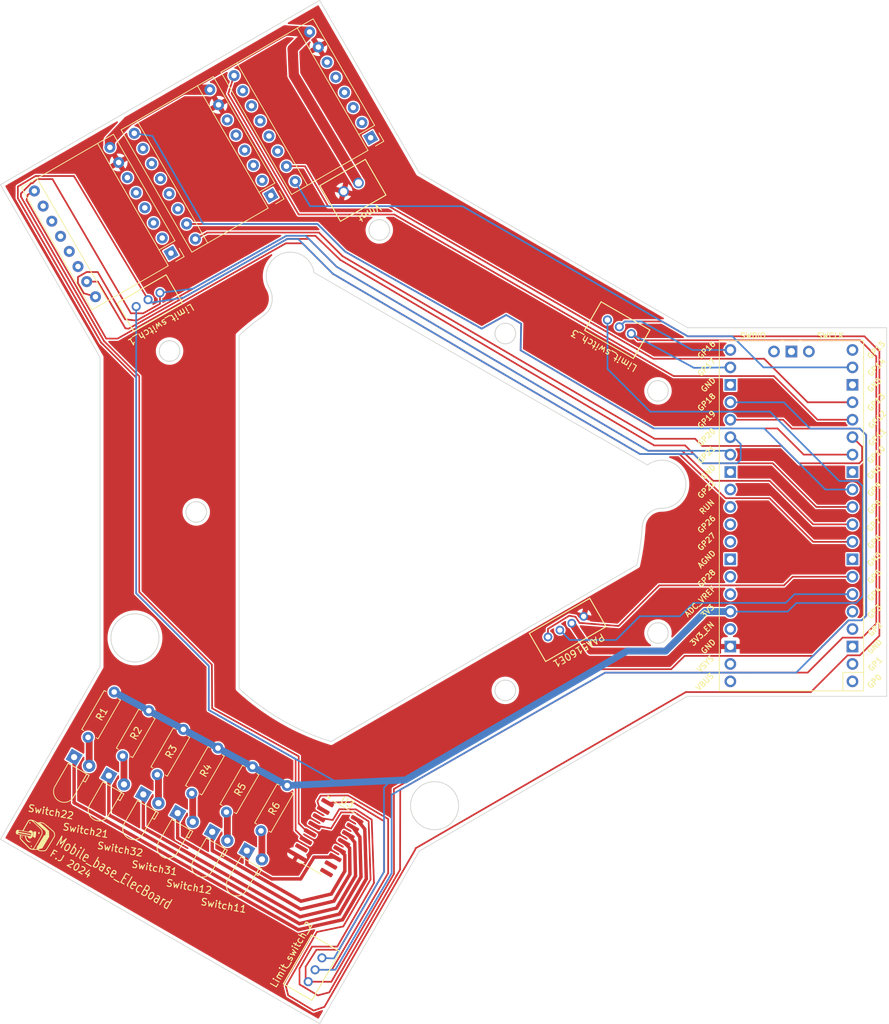
<source format=kicad_pcb>
(kicad_pcb (version 20221018) (generator pcbnew)
  (title_block (title " Mobile_base_ElecBoard ") (date "2024-08-15"))
  (layers (0 "F.Cu" signal) (31 "B.Cu" signal) (34 "B.Paste" user) (35 "F.Paste" user) (36 "B.SilkS" user "B.Silkscreen") (37 "F.SilkS" user "F.Silkscreen") (38 "B.Mask" user) (39 "F.Mask" user) (44 "Edge.Cuts" user))
  (net 0 "")
  (net 7 "GND")
  (net 8 "Vmot")
  (net 9 "En1")
  (net 15 "STEP1")
  (net 16 "DIR1")
  (net 23 "En2")
  (net 24 "STEP2")
  (net 25 "DIR2")
  (net 31 "En3")
  (net 32 "STEP3")
  (net 39 "DIR3")
  (net 40 "3.3V")
  (net 41 "SDA")
  (net 47 "SCL")
  (net 53 "Int11")
  (net 55 "Int12")
  (net 56 "Int21")
  (net 57 "Int22")
  (net 58 "Int31")
  (net 60 "Int32")
  (net 81 "Net-(Switch22-A)")
  (net 82 "Net-(Switch21-A)")
  (net 83 "Net-(Switch32-A)")
  (net 84 "Net-(Switch31-A)")
  (net 85 "Net-(Switch12-A)")
  (net 86 "Net-(Switch11-A)")
  (net 87 "Net-(Switch11-K)")
  (net 88 "Net-(Switch12-K)")
  (net 89 "Net-(Switch21-K)")
  (net 90 "Net-(Switch22-K)")
  (net 91 "Net-(Switch31-K)")
  (net 92 "Net-(Switch32-K)")
  (footprint "CONN_B4B-PH-K-S_JST:CONN_B4B-PH-K-S_JST" (layer "F.Cu") (at 101.655875 113.396868 -150)
    (fp_text reference "PAA5160E1" hide)
    (fp_text value "PAA5160E1")
  )
  (footprint "MCU_RaspberryPICO_and_Boards:RPi_Pico_SMD_TH_2" (layer "F.Cu") (at 137.1 95.735 180)
    (fp_text reference "U1" hide)
    (fp_text value "Pico")
  )
  (footprint "Package_SO:SOIC-16_3.9x9.9mm_P1.27mm" (layer "F.Cu") (at 69.490913 142.607869 -30)
    (fp_text reference "U3")
    (fp_text value "ULN2003LV")
  )
  (footprint "CONN_B3B-PH-K-SLFSN_JST:CONN_B3B-PH-K-SLFSN_JST" (layer "F.Cu") (at 110.317949 67.238064 150)
    (fp_text reference "Limit_switch_3" hide)
    (fp_text value "Limit_switch_3")
  )
  (footprint "LED_THT:LED_D3.0mm_Horizontal_O1.27mm_Z2.0mm" (layer "F.Cu") (at 47.739969 139.038479 -30)
    (fp_text reference "Switch31")
    (fp_text value "Switch31" hide)
  )
  (footprint "Module:Pololu_Breakout-16_15.2x20.3mm" (layer "F.Cu") (at 46.765 57.507932 -150)
    (fp_text reference "A1" hide)
    (fp_text value "MKS_MotorDriver_1")
  )
  (footprint "Resistor_THT:R_Axial_DIN0207_L6.3mm_D2.5mm_P7.62mm_Horizontal" (layer "F.Cu") (at 38.5 121.41 -120)
    (fp_text reference "R1")
    (fp_text value "510")
  )
  (footprint "Module:Pololu_Breakout-16_15.2x20.3mm" (layer "F.Cu") (at 75.84 40.707932 -150)
    (fp_text reference "A3" hide)
    (fp_text value "MKS_MotorDriver_3")
  )
  (footprint "Resistor_THT:R_Axial_DIN0207_L6.3mm_D2.5mm_P7.62mm_Horizontal" (layer "F.Cu") (at 43.536 124.132 -120)
    (fp_text reference "R2")
    (fp_text value "510")
  )
  (footprint "Module:Pololu_Breakout-16_15.2x20.3mm" (layer "F.Cu") (at 61.308523 49.112932 -150)
    (fp_text reference "A2" hide)
    (fp_text value "MKS_MotorDriver_2")
  )
  (footprint "Resistor_THT:R_Axial_DIN0207_L6.3mm_D2.5mm_P7.62mm_Horizontal" (layer "F.Cu") (at 53.608 129.576 -120)
    (fp_text reference "R4")
    (fp_text value "510")
  )
  (footprint "LED_THT:LED_D3.0mm_Horizontal_O1.27mm_Z2.0mm" (layer "F.Cu") (at 32.659969 130.888479 -30)
    (fp_text reference "Switch22")
    (fp_text value "Switch22" hide)
  )
  (footprint "CONN_B3B-PH-K-SLFSN_JST:CONN_B3B-PH-K-SLFSN_JST" (layer "F.Cu") (at 41.697948 65.285001 -150)
    (fp_text reference "Limit_switch_1" hide)
    (fp_text value "Limit_switch_1")
  )
  (footprint "Resistor_THT:R_Axial_DIN0207_L6.3mm_D2.5mm_P7.62mm_Horizontal" (layer "F.Cu") (at 63.68 135.02 -120)
    (fp_text reference "R6")
    (fp_text value "510")
  )
  (footprint "LED_THT:LED_D3.0mm_Horizontal_O1.27mm_Z2.0mm" (layer "F.Cu") (at 52.770295 141.77 -30)
    (fp_text reference "Switch12")
    (fp_text value "Switch12" hide)
  )
  (footprint "Resistor_THT:R_Axial_DIN0207_L6.3mm_D2.5mm_P7.62mm_Horizontal" (layer "F.Cu") (at 48.572 126.854 -120)
    (fp_text reference "R3")
    (fp_text value "510")
  )
  (footprint "CONN_B3B-PH-K-SLFSN_JST:CONN_B3B-PH-K-SLFSN_JST" (layer "F.Cu") (at 68.746936 160.122949 60)
    (fp_text reference "Limit_switch_2" hide)
    (fp_text value "Limit_switch_2")
  )
  (footprint "LED_THT:LED_D3.0mm_Horizontal_O1.27mm_Z2.0mm" (layer "F.Cu") (at 37.720295 133.59 -30)
    (fp_text reference "Switch21")
    (fp_text value "Switch21" hide)
  )
  (footprint "CONN_B2B-XH-ALFSN_JST:CONN_B2B-XH-ALFSN_JST" (layer "F.Cu") (at 71.9 48.535 -150)
    (fp_text reference "J4" hide)
    (fp_text value "Vmot")
  )
  (footprint "LED_THT:LED_D3.0mm_Horizontal_O1.27mm_Z2.0mm" (layer "F.Cu") (at 42.739969 136.318479 -30)
    (fp_text reference "Switch32")
    (fp_text value "Switch32" hide)
  )
  (footprint "LED_THT:LED_D3.0mm_Horizontal_O1.27mm_Z2.0mm" (layer "F.Cu") (at 57.809969 144.508479 -30)
    (fp_text reference "Switch11")
    (fp_text value "Switch11" hide)
  )
  (footprint "Resistor_THT:R_Axial_DIN0207_L6.3mm_D2.5mm_P7.62mm_Horizontal" (layer "F.Cu") (at 58.644 132.298 -120)
    (fp_text reference "R5")
    (fp_text value "510")
  )
  (gr_poly (pts (xy 28.314088 140.516784) (xy 28.361176 140.551951) (xy 28.423483 140.600606) (xy 28.498577 140.660782) (xy 28.584021 140.730506) (xy 28.677382 140.807813) (xy 28.776227 140.89073) (xy 28.87812 140.977288) (xy 29.549905 141.550502) (xy 29.59874 141.593381) (xy 29.643278 141.635601) (xy 29.683626 141.677413) (xy 29.719892 141.71906) (xy 29.752185 141.760791) (xy 29.780614 141.802854) (xy 29.805285 141.845498) (xy 29.826308 141.888966) (xy 29.843791 141.933509) (xy 29.857841 141.979372) (xy 29.868568 142.026804) (xy 29.876081 142.076053) (xy 29.880485 142.127365) (xy 29.88189 142.180987) (xy 29.880405 142.237168) (xy 29.876137 142.296154) (xy 29.86177 142.450658) (xy 29.308408 143.373743) (xy 29.086343 143.740479) (xy 28.890772 144.056643) (xy 28.742846 144.288486) (xy 28.693362 144.362242) (xy 28.663723 144.402262) (xy 28.635023 144.434055) (xy 28.606569 144.462612) (xy 28.577905 144.488061) (xy 28.563353 144.49966) (xy 28.548575 144.51053) (xy 28.533517 144.520688) (xy 28.518122 144.530149) (xy 28.50233 144.53893) (xy 28.486088 144.547044) (xy 28.469334 144.55451) (xy 28.452015 144.561344) (xy 28.434072 144.56756) (xy 28.415449 144.573175) (xy 28.396087 144.578206) (xy 28.375931 144.582669) (xy 28.354923 144.586578) (xy 28.333005 144.589951) (xy 28.286214 144.595148) (xy 28.235101 144.598392) (xy 28.17921 144.599809) (xy 28.118082 144.599526) (xy 28.05126 144.597672) (xy 27.97829 144.594377) (xy 27.619958 144.575683) (xy 27.441826 144.464011) (xy 27.384137 144.428165) (xy 27.360086 144.413691) (xy 27.3387 144.401369) (xy 27.319589 144.391087) (xy 27.302354 144.382733) (xy 27.2866 144.376196) (xy 27.271932 144.371365) (xy 27.257954 144.368128) (xy 27.244272 144.366373) (xy 27.230489 144.365992) (xy 27.216208 144.36687) (xy 27.201036 144.368895) (xy 27.184577 144.371959) (xy 27.146215 144.380752) (xy 27.132698 144.383552) (xy 27.116515 144.386086) (xy 27.097882 144.38835) (xy 27.077011 144.390339) (xy 27.029412 144.39347) (xy 26.975427 144.395436) (xy 26.916761 144.396198) (xy 26.855125 144.395713) (xy 26.792226 144.393939) (xy 26.729773 144.390837) (xy 26.671944 144.386811) (xy 26.617735 144.382005) (xy 26.566919 144.37635) (xy 26.519272 144.369768) (xy 26.474567 144.362192) (xy 26.432579 144.353545) (xy 26.393082 144.343756) (xy 26.355849 144.332752) (xy 26.320658 144.320462) (xy 26.28728 144.306813) (xy 26.25549 144.29173) (xy 26.225063 144.275144) (xy 26.195772 144.256981) (xy 26.167392 144.237166) (xy 26.1397 144.215629) (xy 26.112466 144.192298) (xy 26.088344 144.169644) (xy 26.051191 144.133358) (xy 25.945228 144.027406) (xy 25.809467 143.88946) (xy 25.658791 143.734543) (xy 25.332048 143.399545) (xy 25.067904 143.133352) (xy 25.022799 143.087987) (xy 24.978787 143.042312) (xy 24.936972 142.997566) (xy 24.898453 142.95499) (xy 24.864334 142.915822) (xy 24.835713 142.881302) (xy 24.813695 142.852668) (xy 24.799377 142.831161) (xy 24.793583 142.82045) (xy 24.788064 142.808932) (xy 24.777851 142.783683) (xy 24.768769 142.755816) (xy 24.760844 142.725747) (xy 24.754106 142.693879) (xy 24.748579 142.66062) (xy 24.744294 142.626381) (xy 24.741276 142.591566) (xy 24.739557 142.556585) (xy 24.739159 142.521847) (xy 24.740115 142.487759) (xy 24.742447 142.454728) (xy 24.746189 142.423162) (xy 24.751364 142.393471) (xy 24.758003 142.366059) (xy 24.761878 142.353337) (xy 24.76613 142.341338) (xy 24.773285 142.321685) (xy 24.779401 142.303022) (xy 24.784384 142.285779) (xy 24.788139 142.27039) (xy 24.789527 142.263525) (xy 24.790573 142.257285) (xy 24.791265 142.251723) (xy 24.791593 142.246895) (xy 24.791542 142.242855) (xy 24.791102 142.239655) (xy 24.790264 142.237351) (xy 24.789689 142.236552) (xy 24.789011 142.235997) (xy 24.786259 142.234901) (xy 24.781021 142.233358) (xy 24.763632 142.229041) (xy 24.737935 142.223275) (xy 24.705019 142.216283) (xy 24.621899 142.199539) (xy 24.522998 142.180627) (xy 24.471706 142.170745) (xy 24.425963 142.161139) (xy 24.385415 142.151523) (xy 24.34971 142.141618) (xy 24.318499 142.131135) (xy 24.291428 142.11979) (xy 24.279335 142.113707) (xy 24.268145 142.107301) (xy 24.257816 142.100539) (xy 24.2483 142.093386) (xy 24.239556 142.085803) (xy 24.23154 142.077756) (xy 24.224204 142.069211) (xy 24.21751 142.06013) (xy 24.21141 142.050481) (xy 24.205862 142.040225) (xy 24.200821 142.029327) (xy 24.196243 142.017753) (xy 24.188303 141.992433) (xy 24.181686 141.963982) (xy 24.176042 141.932113) (xy 24.171021 141.896545) (xy 24.168652 141.870215) (xy 24.168173 141.843254) (xy 24.169511 141.815856) (xy 24.172594 141.788216) (xy 24.177347 141.760526) (xy 24.183696 141.73298) (xy 24.191565 141.705774) (xy 24.200884 141.679101) (xy 24.211578 141.653156) (xy 24.223573 141.628132) (xy 24.236794 141.604223) (xy 24.251168 141.581624) (xy 24.266622 141.560529) (xy 24.283082 141.54113) (xy 24.300471 141.523623) (xy 24.31872 141.508203) (xy 24.331325 141.498573) (xy 24.337195 141.494251) (xy 24.342922 141.49027) (xy 24.348611 141.486633) (xy 24.35437 141.483348) (xy 24.360306 141.480424) (xy 24.366525 141.477865) (xy 24.373134 141.475681) (xy 24.37568 141.475034) (xy 24.577789 141.591722) (xy 24.577437 141.592558) (xy 24.577127 141.593594) (xy 24.576627 141.596241) (xy 24.576285 141.599612) (xy 24.576097 141.603661) (xy 24.576059 141.608338) (xy 24.57617 141.613593) (xy 24.576422 141.619379) (xy 24.576815 141.625643) (xy 24.577347 141.632341) (xy 24.578011 141.639422) (xy 24.578804 141.646835) (xy 24.579723 141.654536) (xy 24.580767 141.662471) (xy 24.581928 141.670595) (xy 24.583205 141.678855) (xy 24.584595 141.687204) (xy 24.598608 141.768446) (xy 25.480811 141.934531) (xy 25.825407 142.001552) (xy 26.111508 142.061261) (xy 26.309314 142.107155) (xy 26.365794 142.122886) (xy 26.381798 142.128595) (xy 26.389024 142.132727) (xy 26.392148 142.136998) (xy 26.394771 142.141452) (xy 26.396909 142.146067) (xy 26.398573 142.150825) (xy 26.39978 142.1557) (xy 26.400541 142.160677) (xy 26.400871 142.165728) (xy 26.400785 142.170836) (xy 26.400296 142.175977) (xy 26.399418 142.18113) (xy 26.398165 142.186276) (xy 26.39655 142.191391) (xy 26.394589 142.196456) (xy 26.392293 142.201447) (xy 26.389678 142.206344) (xy 26.386758 142.211126) (xy 26.383546 142.215771) (xy 26.380056 142.220257) (xy 26.376302 142.224564) (xy 26.372298 142.228671) (xy 26.368058 142.232555) (xy 26.363596 142.236196) (xy 26.358925 142.239569) (xy 26.35406 142.242659) (xy 26.349015 142.245439) (xy 26.343802 142.247892) (xy 26.338437 142.249992) (xy 26.332934 142.251722) (xy 26.327306 142.253058) (xy 26.321567 142.253979) (xy 26.315729 142.254465) (xy 26.309809 142.254492) (xy 26.282139 142.250886) (xy 26.223186 142.241261) (xy 26.026075 142.206586) (xy 25.747752 142.155737) (xy 25.4175 142.093978) (xy 24.822671 141.982538) (xy 24.571986 141.937445) (xy 24.571094 141.938018) (xy 24.569599 141.939271) (xy 24.564938 141.943667) (xy 24.55828 141.950346) (xy 24.549899 141.959017) (xy 24.540074 141.969394) (xy 24.529078 141.981184) (xy 24.517188 141.994104) (xy 24.504682 142.007858) (xy 24.496147 142.01743) (xy 24.488608 142.026174) (xy 24.482052 142.034129) (xy 24.476466 142.041329) (xy 24.471839 142.047816) (xy 24.468157 142.053626) (xy 24.465412 142.058797) (xy 24.463589 142.063366) (xy 24.463019 142.065437) (xy 24.462675 142.067371) (xy 24.462557 142.069174) (xy 24.46266 142.070849) (xy 24.462988 142.072404) (xy 24.463533 142.073841) (xy 24.464297 142.075164) (xy 24.46528 142.07638) (xy 24.466476 142.077492) (xy 24.467888 142.078508) (xy 24.469512 142.079427) (xy 24.471347 142.080259) (xy 24.475644 142.081671) (xy 24.480768 142.082784) (xy 25.372024 142.251596) (xy 25.706499 142.314163) (xy 25.98628 142.364649) (xy 26.182079 142.397901) (xy 26.239332 142.406452) (xy 26.264606 142.408761) (xy 26.27174 142.407567) (xy 26.278814 142.405822) (xy 26.285821 142.403539) (xy 26.29275 142.400728) (xy 26.299595 142.397404) (xy 26.306347 142.39358) (xy 26.312998 142.389265) (xy 26.319539 142.384478) (xy 26.325963 142.379227) (xy 26.332263 142.373526) (xy 26.338429 142.367388) (xy 26.344453 142.360824) (xy 26.350328 142.35385) (xy 26.356046 142.346478) (xy 26.361598 142.338718) (xy 26.366976 142.330584) (xy 26.377177 142.313249) (xy 26.386586 142.294574) (xy 26.395138 142.274658) (xy 26.402766 142.253606) (xy 26.409408 142.231518) (xy 26.414998 142.208498) (xy 26.41947 142.184645) (xy 26.422763 142.160064) (xy 26.427199 142.119476) (xy 26.428968 142.101112) (xy 26.430186 142.083925) (xy 26.430666 142.067836) (xy 26.430218 142.052761) (xy 26.428654 142.038618) (xy 26.425786 142.025325) (xy 26.423806 142.018972) (xy 26.421427 142.012803) (xy 26.418629 142.006804) (xy 26.415387 142.000967) (xy 26.411677 141.995281) (xy 26.407478 141.989735) (xy 26.402763 141.984321) (xy 26.397511 141.979028) (xy 26.391698 141.973846) (xy 26.385299 141.968763) (xy 26.370654 141.958856) (xy 26.353384 141.949229) (xy 26.333307 141.939798) (xy 26.31023 141.930481) (xy 26.283965 141.921196) (xy 26.254324 141.911862) (xy 26.221121 141.902398) (xy 26.184166 141.89272) (xy 26.14327 141.882748) (xy 26.098244 141.872398) (xy 26.048902 141.861592) (xy 25.936514 141.838276) (xy 25.804598 141.812145) (xy 25.476155 141.74882) (xy 25.129564 141.683416) (xy 24.844655 141.631996) (xy 24.650905 141.599712) (xy 24.597425 141.592357) (xy 24.577789 141.591722) (xy 24.37568 141.475034) (xy 24.380242 141.473875) (xy 24.387954 141.472457) (xy 24.396377 141.471435) (xy 24.40562 141.470812) (xy 24.415788 141.470596) (xy 24.426989 141.470795) (xy 24.43933 141.471416) (xy 24.452917 141.472463) (xy 24.467859 141.473948) (xy 24.484261 141.475873) (xy 24.502231 141.478248) (xy 24.521877 141.48108) (xy 24.543304 141.484374) (xy 24.591931 141.492377) (xy 24.648972 141.502315) (xy 24.71528 141.51424) (xy 24.879125 141.54428) (xy 25.141506 141.592532) (xy 25.231478 141.43411) (xy 25.645204 140.695352) (xy 25.814467 140.394478) (xy 25.932244 140.462477) (xy 25.667959 140.929888) (xy 25.417724 141.390412) (xy 25.338072 141.545593) (xy 25.316649 141.591729) (xy 25.310172 141.612059) (xy 25.310859 141.613031) (xy 25.312428 141.614161) (xy 25.318126 141.616872) (xy 25.327085 141.620153) (xy 25.339126 141.62396) (xy 25.371741 141.632979) (xy 25.414541 141.643589) (xy 25.466094 141.655449) (xy 25.52497 141.668219) (xy 25.589739 141.681559) (xy 25.658968 141.695127) (xy 26.003137 141.760916) (xy 26.086244 141.675325) (xy 26.107857 141.654294) (xy 26.129814 141.635309) (xy 26.152064 141.61835) (xy 26.174552 141.603394) (xy 26.197224 141.59042) (xy 26.220026 141.579408) (xy 26.242905 141.570335) (xy 26.265806 141.563179) (xy 26.288675 141.557922) (xy 26.311459 141.554538) (xy 26.334105 141.55301) (xy 26.356556 141.553315) (xy 26.37876 141.555429) (xy 26.400664 141.559336) (xy 26.422213 141.56501) (xy 26.443355 141.572432) (xy 26.464031 141.58158) (xy 26.484192 141.592433) (xy 26.503784 141.604968) (xy 26.52275 141.619167) (xy 26.541038 141.635005) (xy 26.558595 141.652463) (xy 26.575365 141.671519) (xy 26.591296 141.69215) (xy 26.606333 141.714339) (xy 26.620423 141.738059) (xy 26.633509 141.763293) (xy 26.645543 141.790018) (xy 26.656465 141.818213) (xy 26.666225 141.847855) (xy 26.674767 141.878926) (xy 26.682039 141.911402) (xy 26.689686 141.956565) (xy 26.694683 142.001719) (xy 26.697126 142.046735) (xy 26.697112 142.091482) (xy 26.694734 142.135832) (xy 26.690091 142.179658) (xy 26.683277 142.222826) (xy 26.674389 142.26521) (xy 26.663523 142.306681) (xy 26.650774 142.347109) (xy 26.63624 142.386365) (xy 26.620014 142.424321) (xy 26.602193 142.460846) (xy 26.582873 142.49581) (xy 26.56215 142.529086) (xy 26.54012 142.560545) (xy 26.51688 142.590057) (xy 26.492523 142.617493) (xy 26.467148 142.642724) (xy 26.440849 142.665619) (xy 26.413723 142.68605) (xy 26.385865 142.703891) (xy 26.35737 142.719008) (xy 26.328337 142.731274) (xy 26.298859 142.74056) (xy 26.269033 142.746737) (xy 26.238955 142.749674) (xy 26.208723 142.749244) (xy 26.178429 142.745317) (xy 26.14817 142.737764) (xy 26.118043 142.726456) (xy 26.088143 142.711262) (xy 26.076226 142.704085) (xy 26.064698 142.696536) (xy 26.053553 142.688609) (xy 26.042782 142.680296) (xy 26.032379 142.671586) (xy 26.022338 142.662476) (xy 26.012649 142.652954) (xy 26.003309 142.643016) (xy 25.994307 142.632651) (xy 25.98564 142.621854) (xy 25.977298 142.610614) (xy 25.969276 142.598928) (xy 25.961565 142.586783) (xy 25.954159 142.574175) (xy 25.947052 142.561095) (xy 25.940235 142.547534) (xy 25.931637 142.529977) (xy 25.923675 142.514326) (xy 25.916185 142.500441) (xy 25.909003 142.488184) (xy 25.901966 142.477413) (xy 25.894907 142.467986) (xy 25.891318 142.463735) (xy 25.887663 142.459767) (xy 25.883922 142.456066) (xy 25.88007 142.452613) (xy 25.876092 142.449393) (xy 25.871965 142.446386) (xy 25.867668 142.443575) (xy 25.863181 142.440943) (xy 25.858483 142.438475) (xy 25.853555 142.436147) (xy 25.842922 142.431857) (xy 25.831118 142.427933) (xy 25.817979 142.424231) (xy 25.803341 142.420617) (xy 25.787038 142.416949) (xy 25.766227 142.412677) (xy 25.745671 142.408943) (xy 25.7259 142.405811) (xy 25.707447 142.403345) (xy 25.690842 142.401609) (xy 25.676618 142.400667) (xy 25.670566 142.400512) (xy 25.665307 142.40058) (xy 25.660908 142.400879) (xy 25.657437 142.401415) (xy 25.653845 142.403341) (xy 25.651084 142.407271) (xy 25.64912 142.413092) (xy 25.647923 142.42069) (xy 25.647459 142.429949) (xy 25.647699 142.440758) (xy 25.650159 142.466573) (xy 25.655044 142.49722) (xy 25.662101 142.531793) (xy 25.671073 142.569381) (xy 25.681702 142.609077) (xy 25.693736 142.649971) (xy 25.70692 142.691154) (xy 25.720995 142.731716) (xy 25.735707 142.770751) (xy 25.7508 142.807346) (xy 25.766018 142.840593) (xy 25.781107 142.869585) (xy 25.788523 142.882202) (xy 25.795809 142.893412) (xy 25.814935 142.919155) (xy 25.836678 142.944793) (xy 25.86077 142.970154) (xy 25.886943 142.995067) (xy 25.914929 143.019357) (xy 25.94446 143.042853) (xy 25.975269 143.065381) (xy 26.007087 143.086771) (xy 26.039646 143.106847) (xy 26.072678 143.125437) (xy 26.105915 143.142372) (xy 26.13909 143.157474) (xy 26.171934 143.170575) (xy 26.204178 143.1815) (xy 26.235556 143.190076) (xy 26.265798 143.196133) (xy 26.294151 143.201106) (xy 26.318992 143.206356) (xy 26.340312 143.211846) (xy 26.358097 143.217535) (xy 26.365659 143.220442) (xy 26.372334 143.223383) (xy 26.37812 143.226353) (xy 26.383016 143.229349) (xy 26.38702 143.232363) (xy 26.390128 143.235394) (xy 26.392343 143.238434) (xy 26.393662 143.241478) (xy 26.394084 143.244522) (xy 26.393604 143.247562) (xy 26.392225 143.250591) (xy 26.389943 143.253605) (xy 26.386759 143.256599) (xy 26.382668 143.259568) (xy 26.377672 143.262507) (xy 26.37177 143.265412) (xy 26.364956 143.268276) (xy 26.357233 143.271095) (xy 26.339048 143.27658) (xy 26.317204 143.281825) (xy 26.29169 143.286789) (xy 26.255356 143.29204) (xy 26.219494 143.294948) (xy 26.184133 143.295543) (xy 26.1493 143.293852) (xy 26.115022 143.28991) (xy 26.081328 143.283742) (xy 26.048247 143.275381) (xy 26.015805 143.264856) (xy 25.984029 143.252197) (xy 25.952949 143.237433) (xy 25.922593 143.220594) (xy 25.892986 143.20171) (xy 25.864159 143.18081) (xy 25.836138 143.157926) (xy 25.808953 143.133086) (xy 25.782629 143.106321) (xy 25.757196 143.07766) (xy 25.73268 143.047134) (xy 25.70911 143.01477) (xy 25.686515 142.980599) (xy 25.66492 142.944654) (xy 25.644356 142.906961) (xy 25.624849 142.867553) (xy 25.606427 142.826456) (xy 25.589117 142.783703) (xy 25.572949 142.739322) (xy 25.557949 142.693345) (xy 25.544147 142.645799) (xy 25.531569 142.596715) (xy 25.520242 142.546123) (xy 25.510196 142.494053) (xy 25.501459 142.440535) (xy 25.490139 142.364515) (xy 25.234935 142.313074) (xy 25.183094 142.303207) (xy 25.133619 142.294902) (xy 25.08767 142.288278) (xy 25.046413 142.283452) (xy 25.011008 142.280542) (xy 24.982618 142.279663) (xy 24.971416 142.280024) (xy 24.962403 142.280935) (xy 24.955727 142.282414) (xy 24.951531 142.284473) (xy 24.946531 142.28903) (xy 24.941661 142.294465) (xy 24.936928 142.300737) (xy 24.932339 142.307805) (xy 24.923619 142.324145) (xy 24.915563 142.343137) (xy 24.908224 142.364431) (xy 24.901661 142.387679) (xy 24.895931 142.41253) (xy 24.891093 142.438637) (xy 24.887203 142.465651) (xy 24.884318 142.493221) (xy 24.882496 142.521) (xy 24.881793 142.548638) (xy 24.882268 142.575785) (xy 24.883978 142.602093) (xy 24.886981 142.627215) (xy 24.891333 142.6508) (xy 24.896303 142.671517) (xy 24.89906 142.681462) (xy 24.902105 142.69126) (xy 24.905524 142.70101) (xy 24.909396 142.710809) (xy 24.913802 142.720755) (xy 24.918825 142.730946) (xy 24.924548 142.741479) (xy 24.931051 142.752453) (xy 24.938415 142.763965) (xy 24.946724 142.776112) (xy 24.95606 142.788992) (xy 24.966502 142.802703) (xy 24.978134 142.817344) (xy 24.991037 142.83301) (xy 25.005294 142.849801) (xy 25.020986 142.867815) (xy 25.056998 142.907899) (xy 25.099733 142.954043) (xy 25.14984 143.00703) (xy 25.207977 143.067642) (xy 25.274797 143.136659) (xy 25.437103 143.303041) (xy 26.080588 143.961203) (xy 26.109025 143.989565) (xy 26.137582 144.016561) (xy 26.166201 144.042154) (xy 26.194822 144.066305) (xy 26.223384 144.088978) (xy 26.25183 144.110136) (xy 26.280099 144.129743) (xy 26.308129 144.147763) (xy 26.335862 144.164156) (xy 26.363241 144.17889) (xy 26.390203 144.191923) (xy 26.416689 144.203222) (xy 26.44264 144.212747) (xy 26.467995 144.220464) (xy 26.492696 144.226335) (xy 26.516682 144.230322) (xy 26.528062 144.231481) (xy 26.539537 144.232045) (xy 26.551089 144.232023) (xy 26.562701 144.231417) (xy 26.574352 144.230234) (xy 26.586027 144.228476) (xy 26.597708 144.226151) (xy 26.609376 144.223262) (xy 26.621014 144.219814) (xy 26.632603 144.215812) (xy 26.644127 144.211262) (xy 26.655568 144.206166) (xy 26.666905 144.200531) (xy 26.678124 144.194362) (xy 26.689206 144.187664) (xy 26.700133 144.180439) (xy 26.71528 144.169273) (xy 26.73054 144.156187) (xy 26.738428 144.148581) (xy 26.746602 144.140083) (xy 26.755148 144.13056) (xy 26.76415 144.11987) (xy 26.783872 144.09445) (xy 26.806454 144.062727) (xy 26.83258 144.023605) (xy 26.862938 143.975989) (xy 26.898212 143.918783) (xy 26.939092 143.85089) (xy 26.986259 143.771217) (xy 27.040404 143.678665) (xy 27.172363 143.450548) (xy 27.34046 143.157772) (xy 27.6901 142.541639) (xy 27.799156 142.338838) (xy 27.873028 142.186707) (xy 27.898801 142.12507) (xy 27.918211 142.070614) (xy 27.932074 142.021509) (xy 27.941198 141.975929) (xy 27.946398 141.93204) (xy 27.948484 141.888019) (xy 27.946563 141.792254) (xy 27.944109 141.751979) (xy 27.94228 141.732729) (xy 27.939991 141.713983) (xy 27.937202 141.695674) (xy 27.93387 141.677738) (xy 27.929951 141.660109) (xy 27.925407 141.642723) (xy 27.920192 141.62551) (xy 27.914265 141.60841) (xy 27.907585 141.591353) (xy 27.900107 141.574275) (xy 27.89179 141.55711) (xy 27.882592 141.539793) (xy 27.872471 141.522259) (xy 27.861384 141.504441) (xy 27.84929 141.486274) (xy 27.836145 141.467691) (xy 27.821907 141.448629) (xy 27.806536 141.429022) (xy 27.789987 141.408802) (xy 27.772219 141.387905) (xy 27.732856 141.343818) (xy 27.688109 141.296233) (xy 27.637639 141.244629) (xy 27.58111 141.18848) (xy 27.51818 141.127259) (xy 27.146346 140.773554) (xy 26.83196 140.484715) (xy 26.702636 140.370298) (xy 26.595265 140.278909) (xy 26.512376 140.212821) (xy 26.456499 140.174302) (xy 26.431889 140.161287) (xy 26.40699 140.150445) (xy 26.381897 140.141764) (xy 26.356704 140.135232) (xy 26.331512 140.130836) (xy 26.306414 140.128568) (xy 26.281508 140.128412) (xy 26.256892 140.130358) (xy 26.232661 140.134393) (xy 26.208912 140.140507) (xy 26.197247 140.14434) (xy 26.18574 140.148687) (xy 26.174402 140.153549) (xy 26.163245 140.158921) (xy 26.15228 140.164806) (xy 26.141521 140.171198) (xy 26.130979 140.1781) (xy 26.120666 140.185507) (xy 26.110594 140.193418) (xy 26.100775 140.201833) (xy 26.091222 140.210749) (xy 26.081947 140.220166) (xy 26.029459 140.298685) (xy 25.932244 140.462477) (xy 25.814467 140.394478) (xy 25.826416 140.373235) (xy 25.887955 140.267922) (xy 25.935495 140.191562) (xy 25.973069 140.137998) (xy 25.989379 140.11784) (xy 26.00471 140.101071) (xy 26.019568 140.086922) (xy 26.034454 140.074624) (xy 26.066334 140.0525) (xy 26.076789 140.046092) (xy 26.088003 140.039786) (xy 26.099872 140.033618) (xy 26.112294 140.027626) (xy 26.125166 140.021844) (xy 26.138385 140.016307) (xy 26.151847 140.011054) (xy 26.165451 140.006116) (xy 26.179093 140.001534) (xy 26.19267 139.997342) (xy 26.206079 139.993575) (xy 26.219219 139.990272) (xy 26.231985 139.987464) (xy 26.244275 139.985191) (xy 26.255985 139.983487) (xy 26.267015 139.982388) (xy 26.306505 139.981597) (xy 26.320191 139.982456) (xy 26.730884 140.21957) (xy 26.730242 140.222422) (xy 26.730732 140.225976) (xy 26.732346 140.230242) (xy 26.735082 140.235227) (xy 26.738934 140.240941) (xy 26.743901 140.247396) (xy 26.757155 140.262554) (xy 26.774808 140.280775) (xy 26.796825 140.302132) (xy 26.82317 140.326696) (xy 26.85381 140.35454) (xy 26.954395 140.446931) (xy 27.104198 140.586795) (xy 27.470527 140.933013) (xy 27.644182 141.1003) (xy 27.779752 141.236894) (xy 27.834715 141.295844) (xy 27.881908 141.349722) (xy 27.921915 141.399388) (xy 27.955321 141.445711) (xy 27.982709 141.489559) (xy 28.004662 141.531792) (xy 28.021766 141.573282) (xy 28.034603 141.614893) (xy 28.043757 141.657489) (xy 28.049812 141.701939) (xy 28.053354 141.749106) (xy 28.054963 141.799859) (xy 28.055629 141.857124) (xy 28.055079 141.909246) (xy 28.054057 141.934027) (xy 28.052378 141.958301) (xy 28.049928 141.982325) (xy 28.046589 142.006362) (xy 28.042243 142.030669) (xy 28.036773 142.055504) (xy 28.030064 142.081129) (xy 28.021996 142.107802) (xy 28.012453 142.135782) (xy 28.001318 142.16533) (xy 27.988475 142.196702) (xy 27.973805 142.23016) (xy 27.957191 142.265962) (xy 27.938518 142.304369) (xy 27.917668 142.345637) (xy 27.894521 142.39003) (xy 27.840879 142.489217) (xy 27.776651 142.604007) (xy 27.700904 142.736469) (xy 27.612698 142.888681) (xy 27.395167 143.260652) (xy 26.79985 144.276446) (xy 26.93641 144.283892) (xy 26.953338 144.284576) (xy 26.969827 144.284754) (xy 26.98588 144.284426) (xy 27.0015 144.283593) (xy 27.01669 144.282251) (xy 27.031452 144.280405) (xy 27.045791 144.278049) (xy 27.059709 144.275183) (xy 27.073207 144.271809) (xy 27.086292 144.267924) (xy 27.098963 144.263528) (xy 27.111226 144.25862) (xy 27.12308 144.253201) (xy 27.134533 144.247269) (xy 27.145586 144.240823) (xy 27.15624 144.233862) (xy 27.15624 144.233861) (xy 27.177706 144.218564) (xy 27.197058 144.203777) (xy 27.214278 144.189533) (xy 27.229353 144.175868) (xy 27.242263 144.162813) (xy 27.252994 144.150405) (xy 27.261528 144.138674) (xy 27.267848 144.127655) (xy 27.270175 144.122424) (xy 27.271941 144.117384) (xy 27.273146 144.112537) (xy 27.273787 144.10789) (xy 27.273863 144.103446) (xy 27.273371 144.09921) (xy 27.27231 144.095184) (xy 27.270677 144.091377) (xy 27.26847 144.087788) (xy 27.265687 144.084424) (xy 27.262327 144.081288) (xy 27.258386 144.078384) (xy 27.253864 144.075718) (xy 27.248757 144.073292) (xy 27.243066 144.071112) (xy 27.236784 144.069181) (xy 27.227432 144.066506) (xy 27.223253 144.065184) (xy 27.219413 144.063844) (xy 27.215917 144.062463) (xy 27.21277 144.061017) (xy 27.209981 144.059486) (xy 27.207552 144.057843) (xy 27.205492 144.056069) (xy 27.203804 144.05414) (xy 27.202493 144.052033) (xy 27.201569 144.049726) (xy 27.201033 144.047196) (xy 27.200895 144.04442) (xy 27.201157 144.041377) (xy 27.201826 144.038041) (xy 27.202909 144.034392) (xy 27.204408 144.030407) (xy 27.206332 144.026062) (xy 27.208687 144.021335) (xy 27.211477 144.016204) (xy 27.214708 144.010646) (xy 27.218386 144.004638) (xy 27.222517 143.998156) (xy 27.232159 143.983687) (xy 27.24368 143.967052) (xy 27.257124 143.948074) (xy 27.272539 143.926569) (xy 27.300458 143.885191) (xy 27.344928 143.816033) (xy 27.474359 143.609172) (xy 27.642507 143.335576) (xy 27.831044 143.024834) (xy 28.298009 142.250405) (xy 28.363463 142.269064) (xy 28.374164 142.271987) (xy 28.383764 142.27426) (xy 28.388189 142.275125) (xy 28.392384 142.275792) (xy 28.396359 142.276251) (xy 28.400133 142.276488) (xy 28.403719 142.276495) (xy 28.407133 142.276258) (xy 28.410388 142.275767) (xy 28.413497 142.275011) (xy 28.416477 142.273975) (xy 28.419342 142.272651) (xy 28.422106 142.271025) (xy 28.424784 142.269088) (xy 28.42739 142.266826) (xy 28.429938 142.264229) (xy 28.432443 142.261286) (xy 28.434921 142.257983) (xy 28.437383 142.254311) (xy 28.439847 142.250258) (xy 28.442327 142.245812) (xy 28.444835 142.24096) (xy 28.45 142.23) (xy 28.455457 142.217282) (xy 28.461322 142.202715) (xy 28.467712 142.186209) (xy 28.476278 142.162241) (xy 28.483835 142.137869) (xy 28.495978 142.088155) (xy 28.50425 142.037546) (xy 28.508767 141.986515) (xy 28.509636 141.93554) (xy 28.50697 141.885097) (xy 28.500882 141.835664) (xy 28.491482 141.787715) (xy 28.478883 141.741726) (xy 28.463193 141.698175) (xy 28.444529 141.657538) (xy 28.434115 141.638461) (xy 28.422998 141.620291) (xy 28.411195 141.603087) (xy 28.398715 141.586909) (xy 28.385575 141.571819) (xy 28.37179 141.557872) (xy 28.35737 141.54513) (xy 28.342333 141.533652) (xy 28.32669 141.523499) (xy 28.310456 141.514729) (xy 28.236418 141.457627) (xy 28.087795 141.329332) (xy 27.667721 140.951417) (xy 27.252096 140.565488) (xy 27.109033 140.427174) (xy 27.042778 140.356048) (xy 27.038423 140.34994) (xy 27.033274 140.343752) (xy 27.027369 140.337507) (xy 27.020745 140.33123) (xy 27.013436 140.324944) (xy 27.005482 140.318672) (xy 26.996916 140.312439) (xy 26.98778 140.30627) (xy 26.978106 140.300189) (xy 26.967933 140.294217) (xy 26.957296 140.28838) (xy 26.946234 140.282701) (xy 26.934784 140.277206) (xy 26.922979 140.271917) (xy 26.91086 140.266859) (xy 26.898461 140.262054) (xy 26.861015 140.248307) (xy 26.828353 140.236827) (xy 26.800438 140.227683) (xy 26.77724 140.220951) (xy 26.75872 140.216701) (xy 26.751204 140.215529) (xy 26.744844 140.215005) (xy 26.739636 140.215138) (xy 26.735578 140.215938) (xy 26.732661 140.217411) (xy 26.730884 140.21957) (xy 26.320191 139.982456) (xy 26.351454 139.984417) (xy 26.401067 139.990586) (xy 26.45455 139.999845) (xy 26.51111 140.011935) (xy 26.569951 140.026599) (xy 26.630281 140.043575) (xy 26.691305 140.062602) (xy 26.752228 140.083423) (xy 26.812257 140.105777) (xy 26.870598 140.129407) (xy 26.926454 140.154051) (xy 26.979035 140.17945) (xy 27.027545 140.205346) (xy 27.07119 140.231476) (xy 27.109176 140.257585) (xy 27.139185 140.278624) (xy 27.170566 140.298112) (xy 27.203056 140.315985) (xy 27.236391 140.332184) (xy 27.270308 140.346647) (xy 27.304544 140.359312) (xy 27.338835 140.370118) (xy 27.372918 140.379004) (xy 27.406531 140.385909) (xy 27.43941 140.390769) (xy 27.471292 140.393526) (xy 27.501914 140.394117) (xy 27.531011 140.39248) (xy 27.546883 140.390199) (xy 27.703043 140.480358) (xy 27.702705 140.481085) (xy 27.702495 140.481841) (xy 27.702413 140.48263) (xy 27.70246 140.48345) (xy 27.702637 140.484308) (xy 27.703385 140.486132) (xy 27.704661 140.488119) (xy 27.706478 140.490279) (xy 27.708837 140.492628) (xy 27.711749 140.495178) (xy 27.715221 140.497944) (xy 27.719261 140.500938) (xy 27.723871 140.504174) (xy 27.729065 140.507667) (xy 27.741223 140.515476) (xy 27.755794 140.524474) (xy 27.792399 140.546468) (xy 27.80684 140.556021) (xy 27.826501 140.570505) (xy 27.880117 140.613074) (xy 27.950518 140.671803) (xy 28.034966 140.744318) (xy 28.130732 140.828246) (xy 28.235084 140.921219) (xy 28.345287 141.020862) (xy 28.458612 141.124804) (xy 29.011206 141.635351) (xy 29.02547 142.055349) (xy 29.039733 142.475346) (xy 28.538912 143.316602) (xy 28.03809 144.157855) (xy 27.746385 144.238483) (xy 27.665508 144.261267) (xy 27.601383 144.280446) (xy 27.575172 144.28888) (xy 27.552633 144.296649) (xy 27.533595 144.303832) (xy 27.517883 144.310506) (xy 27.505329 144.31675) (xy 27.495759 144.322643) (xy 27.489001 144.328264) (xy 27.486623 144.330998) (xy 27.484883 144.333692) (xy 27.48376 144.336358) (xy 27.483234 144.339004) (xy 27.48328 144.341642) (xy 27.48388 144.344279) (xy 27.485012 144.346928) (xy 27.486652 144.349597) (xy 27.491376 144.355035) (xy 27.506516 144.369342) (xy 27.521447 144.382258) (xy 27.536502 144.393881) (xy 27.552019 144.404303) (xy 27.560055 144.409096) (xy 27.568332 144.413622) (xy 27.576894 144.4179) (xy 27.585781 144.421937) (xy 27.595036 144.425746) (xy 27.604699 144.42934) (xy 27.625424 144.435929) (xy 27.648292 144.441799) (xy 27.673638 144.447048) (xy 27.7018 144.45177) (xy 27.733114 144.456063) (xy 27.767915 144.460022) (xy 27.80654 144.463743) (xy 27.849325 144.467324) (xy 27.896606 144.470856) (xy 28.019701 144.478365) (xy 28.073775 144.480511) (xy 28.123351 144.481516) (xy 28.168793 144.481331) (xy 28.210468 144.479904) (xy 28.248734 144.477183) (xy 28.283961 144.473118) (xy 28.316508 144.467655) (xy 28.346743 144.460747) (xy 28.375026 144.452341) (xy 28.401723 144.442383) (xy 28.427197 144.430827) (xy 28.451813 144.41762) (xy 28.475935 144.402708) (xy 28.499923 144.386043) (xy 28.517533 144.372586) (xy 28.534926 144.357716) (xy 28.552826 144.340344) (xy 28.571959 144.319374) (xy 28.593049 144.29372) (xy 28.616823 144.262288) (xy 28.644006 144.223988) (xy 28.675322 144.177727) (xy 28.711494 144.122415) (xy 28.753251 144.056962) (xy 28.801317 143.980272) (xy 28.856415 143.89126) (xy 28.990613 143.671892) (xy 29.161645 143.390131) (xy 29.379509 143.027931) (xy 29.560836 142.721502) (xy 29.686707 142.503164) (xy 29.722936 142.437128) (xy 29.738206 142.405234) (xy 29.746941 142.37046) (xy 29.753359 142.333234) (xy 29.757527 142.293993) (xy 29.759519 142.253173) (xy 29.759404 142.211217) (xy 29.757256 142.16856) (xy 29.753145 142.125642) (xy 29.747143 142.082899) (xy 29.73932 142.040775) (xy 29.72975 141.999704) (xy 29.718502 141.960124) (xy 29.70565 141.922476) (xy 29.691263 141.887197) (xy 29.675413 141.854726) (xy 29.658171 141.8255) (xy 29.63961 141.799959) (xy 29.617699 141.778229) (xy 29.570488 141.735079) (xy 29.411963 141.594837) (xy 29.187616 141.399878) (xy 28.921024 141.170843) (xy 28.242586 140.590985) (xy 28.032058 140.523099) (xy 27.98831 140.509701) (xy 27.944681 140.497666) (xy 27.902328 140.487223) (xy 27.862406 140.478602) (xy 27.826072 140.472033) (xy 27.79448 140.467746) (xy 27.780826 140.466532) (xy 27.768789 140.465974) (xy 27.758519 140.466103) (xy 27.750155 140.466945) (xy 27.737897 140.469002) (xy 27.727355 140.470938) (xy 27.718587 140.472863) (xy 27.714886 140.473855) (xy 27.71165 140.474885) (xy 27.708887 140.475967) (xy 27.706604 140.477114) (xy 27.704807 140.47834) (xy 27.703506 140.479659) (xy 27.703043 140.480358) (xy 27.546883 140.390199) (xy 27.558323 140.388554) (xy 27.583585 140.382279) (xy 27.606535 140.373593) (xy 27.615281 140.369764) (xy 27.624443 140.366061) (xy 27.633943 140.362508) (xy 27.643708 140.359118) (xy 27.65366 140.355913) (xy 27.663726 140.352908) (xy 27.673829 140.350125) (xy 27.683893 140.347578) (xy 27.693844 140.345288) (xy 27.703604 140.343274) (xy 27.7131 140.341552) (xy 27.722256 140.340142) (xy 27.730993 140.339061) (xy 27.73924 140.338328) (xy 27.746919 140.337961) (xy 27.753955 140.337978) (xy 27.776143 140.339673) (xy 27.802765 140.343357) (xy 27.833184 140.348843) (xy 27.866763 140.355936) (xy 27.940859 140.374183) (xy 28.019962 140.396576) (xy 28.098984 140.421588) (xy 28.172834 140.447692) (xy 28.206228 140.460678) (xy 28.236419 140.473363) (xy 28.262774 140.48556) (xy 28.284654 140.497077)) (fill solid) (layer "F.SilkS"))
  (gr_poly (pts (xy 25.111122 142.422439) (xy 25.115804 142.426021) (xy 25.120167 142.429976) (xy 25.124208 142.43428) (xy 25.12793 142.438912) (xy 25.131331 142.443849) (xy 25.134413 142.449067) (xy 25.137174 142.454544) (xy 25.139613 142.460257) (xy 25.141731 142.466182) (xy 25.14353 142.4723) (xy 25.145006 142.478582) (xy 25.146162 142.485011) (xy 25.146997 142.491561) (xy 25.147511 142.498208) (xy 25.147702 142.504932) (xy 25.147574 142.51171) (xy 25.147121 142.518518) (xy 25.146349 142.525333) (xy 25.145254 142.532133) (xy 25.143837 142.538894) (xy 25.142098 142.545594) (xy 25.140038 142.552211) (xy 25.137654 142.558721) (xy 25.134949 142.5651) (xy 25.131921 142.571328) (xy 25.128569 142.577379) (xy 25.124897 142.583233) (xy 25.1209 142.588866) (xy 25.116581 142.594255) (xy 25.111939 142.599377) (xy 25.106974 142.604208) (xy 25.10248 142.608207) (xy 25.098116 142.611873) (xy 25.093878 142.615208) (xy 25.089762 142.61821) (xy 25.085768 142.620876) (xy 25.08189 142.623208) (xy 25.078124 142.625202) (xy 25.074472 142.626855) (xy 25.070926 142.628172) (xy 25.067485 142.629143) (xy 25.064146 142.629774) (xy 25.060905 142.63006) (xy 25.057759 142.630001) (xy 25.054706 142.629595) (xy 25.051743 142.62884) (xy 25.048865 142.627736) (xy 25.046071 142.62628) (xy 25.043358 142.624471) (xy 25.040721 142.622308) (xy 25.038158 142.61979) (xy 25.035666 142.616916) (xy 25.033242 142.613682) (xy 25.030883 142.610089) (xy 25.028585 142.606136) (xy 25.026347 142.601821) (xy 25.024165 142.597141) (xy 25.022033 142.592097) (xy 25.019952 142.586687) (xy 25.017917 142.580908) (xy 25.015926 142.57476) (xy 25.013975 142.568241) (xy 25.012061 142.561351) (xy 25.0102 142.553498) (xy 25.00881 142.545626) (xy 25.00787 142.537757) (xy 25.007366 142.529919) (xy 25.007285 142.522133) (xy 25.007608 142.514422) (xy 25.008319 142.506812) (xy 25.009404 142.499327) (xy 25.010846 142.491988) (xy 25.012629 142.484823) (xy 25.014737 142.477854) (xy 25.017156 142.471106) (xy 25.019868 142.4646) (xy 25.022858 142.458364) (xy 25.026111 142.452418) (xy 25.029609 142.446788) (xy 25.033337 142.441501) (xy 25.03728 142.436576) (xy 25.041421 142.432038) (xy 25.045747 142.427912) (xy 25.050238 142.424223) (xy 25.05488 142.420994) (xy 25.059657 142.418248) (xy 25.064555 142.416009) (xy 25.069554 142.414302) (xy 25.074642 142.413151) (xy 25.079801 142.412579) (xy 25.085017 142.412611) (xy 25.090272 142.41327) (xy 25.095552 142.414582) (xy 25.100839 142.416567) (xy 25.10612 142.419253)) (fill solid) (layer "F.SilkS"))
  (gr_poly (pts (xy 26.454706 143.748165) (xy 26.459797 143.752218) (xy 26.464582 143.756794) (xy 26.469058 143.761862) (xy 26.473223 143.767385) (xy 26.477075 143.77333) (xy 26.480613 143.779663) (xy 26.483833 143.786348) (xy 26.486736 143.793355) (xy 26.489319 143.800645) (xy 26.49158 143.808187) (xy 26.493517 143.815943) (xy 26.495127 143.823885) (xy 26.496412 143.831974) (xy 26.497366 143.840176) (xy 26.497989 143.848461) (xy 26.498277 143.856789) (xy 26.498231 143.865131) (xy 26.497849 143.873449) (xy 26.497127 143.88171) (xy 26.496064 143.889882) (xy 26.494659 143.897927) (xy 26.492909 143.905813) (xy 26.490814 143.913506) (xy 26.48837 143.920972) (xy 26.485575 143.928176) (xy 26.482428 143.935083) (xy 26.478927 143.941661) (xy 26.475071 143.947875) (xy 26.470857 143.953688) (xy 26.466284 143.95907) (xy 26.461349 143.963986) (xy 26.456493 143.968233) (xy 26.451688 143.97207) (xy 26.446935 143.975497) (xy 26.442238 143.978516) (xy 26.4376 143.981131) (xy 26.433025 143.98334) (xy 26.428516 143.985149) (xy 26.424076 143.986557) (xy 26.419708 143.987566) (xy 26.415417 143.988177) (xy 26.411206 143.988395) (xy 26.407077 143.988218) (xy 26.403035 143.987648) (xy 26.399082 143.986689) (xy 26.395222 143.985343) (xy 26.391457 143.983611) (xy 26.387793 143.981493) (xy 26.384232 143.978991) (xy 26.380777 143.976109) (xy 26.377432 143.972846) (xy 26.374199 143.969207) (xy 26.371083 143.96519) (xy 26.368087 143.960801) (xy 26.365213 143.956037) (xy 26.362467 143.950905) (xy 26.35985 143.945402) (xy 26.357366 143.939531) (xy 26.355019 143.933295) (xy 26.352812 143.926696) (xy 26.350749 143.919734) (xy 26.348831 143.912412) (xy 26.347063 143.904732) (xy 26.34544 143.896034) (xy 26.344294 143.887315) (xy 26.343609 143.878598) (xy 26.343369 143.869912) (xy 26.343556 143.861282) (xy 26.344154 143.852731) (xy 26.345146 143.844292) (xy 26.346515 143.835985) (xy 26.350319 143.819878) (xy 26.355435 143.80462) (xy 26.361726 143.790421) (xy 26.365273 143.783784) (xy 26.369061 143.77749) (xy 26.373079 143.771563) (xy 26.377307 143.766032) (xy 26.381729 143.760922) (xy 26.386329 143.756259) (xy 26.39109 143.752068) (xy 26.395996 143.748378) (xy 26.401027 143.745213) (xy 26.406171 143.742599) (xy 26.411408 143.740563) (xy 26.416724 143.73913) (xy 26.422098 143.738327) (xy 26.42752 143.738179) (xy 26.432967 143.738714) (xy 26.438426 143.739958) (xy 26.44388 143.741934) (xy 26.449309 143.74467)) (fill solid) (layer "F.SilkS"))
  (gr_poly (pts (xy 26.259087 140.341708) (xy 26.264149 140.345341) (xy 26.268963 140.349479) (xy 26.273524 140.354091) (xy 26.277824 140.359146) (xy 26.281853 140.364611) (xy 26.285607 140.370457) (xy 26.289076 140.376648) (xy 26.292254 140.383153) (xy 26.295133 140.389945) (xy 26.297706 140.396987) (xy 26.299964 140.404249) (xy 26.301901 140.4117) (xy 26.303509 140.419307) (xy 26.30478 140.427038) (xy 26.305709 140.434862) (xy 26.306286 140.44275) (xy 26.306503 140.450666) (xy 26.306354 140.458578) (xy 26.305832 140.466458) (xy 26.304928 140.47427) (xy 26.303635 140.481985) (xy 26.301947 140.489572) (xy 26.299855 140.496998) (xy 26.297351 140.504229) (xy 26.294429 140.511236) (xy 26.29108 140.517987) (xy 26.287299 140.52445) (xy 26.283075 140.530592) (xy 26.278087 140.536945) (xy 26.273011 140.542737) (xy 26.267862 140.547973) (xy 26.262654 140.552658) (xy 26.257402 140.556799) (xy 26.25212 140.5604) (xy 26.246822 140.563466) (xy 26.241525 140.566005) (xy 26.236242 140.568019) (xy 26.230987 140.569517) (xy 26.225776 140.570501) (xy 26.220622 140.570976) (xy 26.215541 140.570951) (xy 26.210545 140.57043) (xy 26.205652 140.569417) (xy 26.200874 140.567918) (xy 26.196226 140.565937) (xy 26.191724 140.563484) (xy 26.187381 140.560559) (xy 26.183213 140.557169) (xy 26.179232 140.553322) (xy 26.175456 140.549021) (xy 26.171896 140.544272) (xy 26.168569 140.53908) (xy 26.165489 140.533448) (xy 26.16267 140.527388) (xy 26.160127 140.520898) (xy 26.157874 140.513987) (xy 26.155927 140.506661) (xy 26.154299 140.498924) (xy 26.153005 140.490782) (xy 26.152061 140.48224) (xy 26.151059 140.465177) (xy 26.151074 140.448824) (xy 26.152071 140.433249) (xy 26.154008 140.418524) (xy 26.156847 140.404713) (xy 26.160551 140.391886) (xy 26.165077 140.380113) (xy 26.170391 140.369462) (xy 26.173329 140.364579) (xy 26.176451 140.360002) (xy 26.179749 140.35574) (xy 26.183219 140.351799) (xy 26.186857 140.348193) (xy 26.190656 140.344925) (xy 26.194614 140.342009) (xy 26.198725 140.339448) (xy 26.202984 140.337255) (xy 26.207385 140.335436) (xy 26.211924 140.334001) (xy 26.216596 140.332957) (xy 26.221398 140.332314) (xy 26.226324 140.33208) (xy 26.231367 140.332265) (xy 26.236525 140.332875) (xy 26.242497 140.334165) (xy 26.248254 140.336088) (xy 26.253787 140.338615)) (fill solid) (layer "F.SilkS"))
  (gr_poly (pts (xy 27.080861 141.703508) (xy 27.083283 141.705283) (xy 27.085435 141.70721) (xy 27.087316 141.709288) (xy 27.093785 141.718899) (xy 27.099629 141.730892) (xy 27.104854 141.745136) (xy 27.109471 141.761505) (xy 27.116912 141.800095) (xy 27.122025 141.845636) (xy 27.124881 141.897094) (xy 27.125554 141.953443) (xy 27.124114 142.013652) (xy 27.120635 142.07669) (xy 27.115185 142.141529) (xy 27.10784 142.207141) (xy 27.09867 142.272494) (xy 27.087746 142.336559) (xy 27.075141 142.398307) (xy 27.060927 142.456707) (xy 27.045177 142.510732) (xy 27.02796 142.55935) (xy 26.981614 142.677181) (xy 26.657386 142.489988) (xy 26.688742 142.378248) (xy 26.705204 142.316855) (xy 26.718361 142.261011) (xy 26.723772 142.234543) (xy 26.728444 142.208712) (xy 26.732408 142.183265) (xy 26.73569 142.157952) (xy 26.73832 142.132522) (xy 26.740329 142.106727) (xy 26.741745 142.080312) (xy 26.742597 142.053029) (xy 26.742728 141.994855) (xy 26.740953 141.9302) (xy 26.734433 141.761397) (xy 26.89675 141.717905) (xy 26.916308 141.712833) (xy 26.934878 141.708365) (xy 26.95245 141.704501) (xy 26.969021 141.70124) (xy 26.984585 141.698582) (xy 26.999132 141.696529) (xy 27.012657 141.695081) (xy 27.025153 141.694235) (xy 27.036616 141.693997) (xy 27.047037 141.694362) (xy 27.056409 141.695333) (xy 27.064726 141.696913) (xy 27.071983 141.699096) (xy 27.07817 141.701887)) (fill solid) (layer "F.SilkS"))
  (gr_poly (pts (xy 27.570718 141.796541) (xy 27.576087 141.80031) (xy 27.581302 141.804463) (xy 27.586355 141.808983) (xy 27.591234 141.813851) (xy 27.59593 141.819052) (xy 27.600431 141.824569) (xy 27.604724 141.830382) (xy 27.608802 141.836476) (xy 27.61265 141.842834) (xy 27.616261 141.849437) (xy 27.61962 141.856272) (xy 27.622719 141.863316) (xy 27.625547 141.870555) (xy 27.628091 141.877971) (xy 27.630341 141.885549) (xy 27.632287 141.89327) (xy 27.633918 141.901115) (xy 27.635223 141.90907) (xy 27.636188 141.917116) (xy 27.636806 141.925237) (xy 27.637065 141.933414) (xy 27.636953 141.941632) (xy 27.636459 141.949872) (xy 27.635574 141.958117) (xy 27.633193 141.972997) (xy 27.630114 141.987006) (xy 27.626384 142.00014) (xy 27.622047 142.012396) (xy 27.61715 142.023765) (xy 27.611742 142.034246) (xy 27.605865 142.043831) (xy 27.599568 142.052516) (xy 27.592897 142.060298) (xy 27.585899 142.06717) (xy 27.578618 142.073129) (xy 27.571102 142.078168) (xy 27.563397 142.082283) (xy 27.555549 142.08547) (xy 27.547605 142.087722) (xy 27.539611 142.089036) (xy 27.531612 142.089407) (xy 27.523656 142.088828) (xy 27.515788 142.087299) (xy 27.508056 142.08481) (xy 27.500505 142.081359) (xy 27.493182 142.076939) (xy 27.486133 142.071547) (xy 27.479404 142.065178) (xy 27.47304 142.057826) (xy 27.46709 142.049486) (xy 27.461599 142.040156) (xy 27.456614 142.029827) (xy 27.452179 142.018496) (xy 27.448343 142.006159) (xy 27.445152 141.992809) (xy 27.44265 141.978445) (xy 27.440699 141.960494) (xy 27.439966 141.942614) (xy 27.440391 141.924954) (xy 27.441913 141.90766) (xy 27.444473 141.890878) (xy 27.448007 141.874758) (xy 27.452456 141.859445) (xy 27.457759 141.845086) (xy 27.463857 141.831832) (xy 27.470686 141.819824) (xy 27.478187 141.809215) (xy 27.482171 141.804478) (xy 27.486299 141.800148) (xy 27.490565 141.79624) (xy 27.494962 141.792773) (xy 27.49948 141.789765) (xy 27.504114 141.787237) (xy 27.508854 141.785203) (xy 27.513694 141.783685) (xy 27.518626 141.7827) (xy 27.523643 141.782267) (xy 27.529828 141.782347) (xy 27.535948 141.782948) (xy 27.541995 141.784053) (xy 27.547954 141.785645) (xy 27.553818 141.787708) (xy 27.559574 141.790223) (xy 27.565211 141.793173)) (fill solid) (layer "F.SilkS"))
  (gr_line (start 84.860182 134.471706) (end 84.774206 134.480277) (stroke (width 0.099999)) (layer "Edge.Cuts"))
  (gr_line (start 49.001132 94.77496) (end 48.990593 94.814292) (stroke (width 0.099999)) (layer "Edge.Cuts"))
  (gr_line (start 81.657685 138.246628) (end 81.665843 138.331864) (stroke (width 0.099999)) (layer "Edge.Cuts"))
  (gr_line (start 115.656325 96.271443) (end 115.626722 96.334481) (stroke (width 0.099999)) (layer "Edge.Cuts"))
  (gr_line (start 41.034762 116.9974) (end 41.120401 117.008571) (stroke (width 0.099999)) (layer "Edge.Cuts"))
  (gr_line (start 116.99424 111.483518) (end 116.957974 111.502497) (stroke (width 0.099999)) (layer "Edge.Cuts"))
  (gr_line (start 81.687815 138.502) (end 81.70279 138.587203) (stroke (width 0.099999)) (layer "Edge.Cuts"))
  (gr_line (start 121.724632 91.357155) (end 121.728466 91.271845) (stroke (width 0.099999)) (layer "Edge.Cuts"))
  (gr_line (start 45.684159 72.982095) (end 45.71745 73.005883) (stroke (width 0.099999)) (layer "Edge.Cuts"))
  (gr_line (start 119.073698 113.355677) (end 119.08778 113.317246) (stroke (width 0.099999)) (layer "Edge.Cuts"))
  (gr_line (start 62.735499 57.65779) (end 62.657218 57.693224) (stroke (width 0.099999)) (layer "Edge.Cuts"))
  (gr_line (start 121.67437 91.781147) (end 121.688496 91.696734) (stroke (width 0.099999)) (layer "Edge.Cuts"))
  (gr_line (start 118.422358 114.120842) (end 118.457423 114.099619) (stroke (width 0.099999)) (layer "Edge.Cuts"))
  (gr_line (start 116.970067 78.89003) (end 117.006285 78.908226) (stroke (width 0.099999)) (layer "Edge.Cuts"))
  (gr_line (start 87.869665 140.158422) (end 87.922505 140.090763) (stroke (width 0.099999)) (layer "Edge.Cuts"))
  (gr_line (start 115.547448 96.527878) (end 115.524056 96.593197) (stroke (width 0.099999)) (layer "Edge.Cuts"))
  (gr_line (start 87.7004 140.352933) (end 87.758407 140.289141) (stroke (width 0.099999)) (layer "Edge.Cuts"))
  (gr_line (start 94.952542 67.794208) (end 94.91418 67.808542) (stroke (width 0.099999)) (layer "Edge.Cuts"))
  (gr_line (start 119.53573 87.910624) (end 119.456294 87.880229) (stroke (width 0.099999)) (layer "Edge.Cuts"))
  (gr_line (start 94.146315 68.456191) (end 94.126322 68.492172) (stroke (width 0.099999)) (layer "Edge.Cuts"))
  (gr_line (start 81.758097 138.838791) (end 81.780521 138.921652) (stroke (width 0.099999)) (layer "Edge.Cuts"))
  (gr_line (start 117.597121 114.319631) (end 117.638195 114.321338) (stroke (width 0.099999)) (layer "Edge.Cuts"))
  (gr_line (start 96.561798 120.175186) (end 96.533419 120.144646) (stroke (width 0.099999)) (layer "Edge.Cuts"))
  (gr_line (start 95.326127 70.707967) (end 95.367103 70.710703) (stroke (width 0.099999)) (layer "Edge.Cuts"))
  (gr_line (start 116.179793 77.714608) (end 116.184267 77.755034) (stroke (width 0.099999)) (layer "Edge.Cuts"))
  (gr_line (start 116.182595 112.64429) (end 116.178277 112.684913) (stroke (width 0.099999)) (layer "Edge.Cuts"))
  (gr_line (start 119.165806 77.700536) (end 119.16896 77.659605) (stroke (width 0.099999)) (layer "Edge.Cuts"))
  (gr_line (start 38.309049 112.139168) (end 38.275479 112.218182) (stroke (width 0.099999)) (layer "Edge.Cuts"))
  (gr_line (start 119.000754 76.868044) (end 118.981383 76.83229) (stroke (width 0.099999)) (layer "Edge.Cuts"))
  (gr_line (start 120.305973 93.976069) (end 120.374362 93.924854) (stroke (width 0.099999)) (layer "Edge.Cuts"))
  (gr_line (start 118.988082 113.54198) (end 119.007131 113.505562) (stroke (width 0.099999)) (layer "Edge.Cuts"))
  (gr_line (start 61.934704 58.14359) (end 61.868585 58.198395) (stroke (width 0.099999)) (layer "Edge.Cuts"))
  (gr_line (start 38.726216 115.63879) (end 38.778501 115.707333) (stroke (width 0.099999)) (layer "Edge.Cuts"))
  (gr_line (start 48.949894 95.343226) (end 48.954587 95.383536) (stroke (width 0.099999)) (layer "Edge.Cuts"))
  (gr_line (start 116.290762 78.149136) (end 116.307624 78.187308) (stroke (width 0.099999)) (layer "Edge.Cuts"))
  (gr_line (start 76.801523 52.665229) (end 76.761453 52.673713) (stroke (width 0.099999)) (layer "Edge.Cuts"))
  (gr_line (start 93.952647 69.035323) (end 93.948331 69.075943) (stroke (width 0.099999)) (layer "Edge.Cuts"))
  (gr_line (start 50.393996 93.694123) (end 50.35272 93.695462) (stroke (width 0.099999)) (layer "Edge.Cuts"))
  (gr_line (start 49.236247 94.299974) (end 49.212446 94.333273) (stroke (width 0.099999)) (layer "Edge.Cuts"))
  (gr_line (start 40.154234 110.30932) (end 40.075833 110.342851) (stroke (width 0.099999)) (layer "Edge.Cuts"))
  (gr_line (start 93.942201 69.198756) (end 93.942383 69.239713) (stroke (width 0.099999)) (layer "Edge.Cuts"))
  (gr_line (start 119.168317 112.712516) (end 119.164716 112.671573) (stroke (width 0.099999)) (layer "Edge.Cuts"))
  (gr_line (start 95.367103 70.710703) (end 95.407755 70.71168) (stroke (width 0.099999)) (layer "Edge.Cuts"))
  (gr_line (start 95.957251 67.803663) (end 95.918496 67.789866) (stroke (width 0.099999)) (layer "Edge.Cuts"))
  (gr_line (start 48.037957 72.022999) (end 48.044276 71.98316) (stroke (width 0.099999)) (layer "Edge.Cuts"))
  (gr_line (start 60.646951 60.564733) (end 60.64029 60.649707) (stroke (width 0.099999)) (layer "Edge.Cuts"))
  (gr_line (start 96.812419 69.822476) (end 96.82859 69.784798) (stroke (width 0.099999)) (layer "Edge.Cuts"))
  (gr_line (start 66.544729 58.328903) (end 66.481679 58.270479) (stroke (width 0.099999)) (layer "Edge.Cuts"))
  (gr_line (start 96.92979 69.021475) (end 96.924017 68.98082) (stroke (width 0.099999)) (layer "Edge.Cuts"))
  (gr_line (start 51.889745 94.801485) (end 51.878653 94.761947) (stroke (width 0.099999)) (layer "Edge.Cuts"))
  (gr_line (start 76.489539 52.763246) (end 76.452649 52.780634) (stroke (width 0.099999)) (layer "Edge.Cuts"))
  (gr_line (start 96.533715 68.183544) (end 96.505162 68.154078) (stroke (width 0.099999)) (layer "Edge.Cuts"))
  (gr_line (start 45.012999 113.760071) (end 45.017344 113.67446) (stroke (width 0.099999)) (layer "Edge.Cuts"))
  (gr_line (start 50.109772 93.730153) (end 50.07053 93.740097) (stroke (width 0.099999)) (layer "Edge.Cuts"))
  (gr_line (start 61.493098 64.461926) (end 61.500435 64.38827) (stroke (width 0.099999)) (layer "Edge.Cuts"))
  (gr_line (start 67.039233 58.914475) (end 66.991042 58.844538) (stroke (width 0.099999)) (layer "Edge.Cuts"))
  (gr_line (start 40.809157 110.104248) (end 40.724915 110.12258) (stroke (width 0.099999)) (layer "Edge.Cuts"))
  (gr_line (start 81.901561 136.647183) (end 81.870729 136.727555) (stroke (width 0.099999)) (layer "Edge.Cuts"))
  (gr_line (start 38.026077 113.731856) (end 38.031607 113.81762) (stroke (width 0.099999)) (layer "Edge.Cuts"))
  (gr_line (start 94.838062 119.800703) (end 94.800746 119.817354) (stroke (width 0.099999)) (layer "Edge.Cuts"))
  (gr_line (start 46.553583 70.264792) (end 46.512312 70.266138) (stroke (width 0.099999)) (layer "Edge.Cuts"))
  (gr_line (start 118.238391 78.953566) (end 118.276127 78.937651) (stroke (width 0.099999)) (layer "Edge.Cuts"))
  (gr_line (start 118.238231 114.210524) (end 118.276034 114.194556) (stroke (width 0.099999)) (layer "Edge.Cuts"))
  (gr_line (start 118.313158 78.920174) (end 118.350273 78.902662) (stroke (width 0.099999)) (layer "Edge.Cuts"))
  (gr_line (start 118.263599 76.185957) (end 118.225807 76.170625) (stroke (width 0.099999)) (layer "Edge.Cuts"))
  (gr_line (start 116.325083 78.224153) (end 116.343423 78.260489) (stroke (width 0.099999)) (layer "Edge.Cuts"))
  (gr_line (start 116.337281 112.137524) (end 116.319168 112.174381) (stroke (width 0.099999)) (layer "Edge.Cuts"))
  (gr_line (start 67.54528 60.083911) (end 67.525469 60.000496) (stroke (width 0.099999)) (layer "Edge.Cuts"))
  (gr_line (start 51.614266 94.256623) (end 51.588508 94.225543) (stroke (width 0.099999)) (layer "Edge.Cuts"))
  (gr_line (start 118.161592 78.982261) (end 118.20031 78.968716) (stroke (width 0.099999)) (layer "Edge.Cuts"))
  (gr_line (start 119.171153 112.876095) (end 119.172196 112.835406) (stroke (width 0.099999)) (layer "Edge.Cuts"))
  (gr_line (start 94.59934 122.414903) (end 94.633674 122.437124) (stroke (width 0.099999)) (layer "Edge.Cuts"))
  (gr_line (start 119.212818 87.798872) (end 119.130567 87.77597) (stroke (width 0.099999)) (layer "Edge.Cuts"))
  (gr_line (start 75.797914 53.38057) (end 75.778443 53.416257) (stroke (width 0.099999)) (layer "Edge.Cuts"))
  (gr_line (start 78.480198 54.709162) (end 78.495352 54.671086) (stroke (width 0.099999)) (layer "Edge.Cuts"))
  (gr_line (start 60.457203 66.44044) (end 60.513064 66.391564) (stroke (width 0.099999)) (layer "Edge.Cuts"))
  (gr_line (start 118.276127 78.937651) (end 118.313158 78.920174) (stroke (width 0.099999)) (layer "Edge.Cuts"))
  (gr_line (start 118.559357 114.03098) (end 118.592014 114.006267) (stroke (width 0.099999)) (layer "Edge.Cuts"))
  (gr_line (start 95.083383 122.630136) (end 95.123006 122.639516) (stroke (width 0.099999)) (layer "Edge.Cuts"))
  (gr_line (start 116.770974 95.058906) (end 116.711546 95.095173) (stroke (width 0.099999)) (layer "Edge.Cuts"))
  (gr_line (start 60.619616 66.289954) (end 60.671044 66.236802) (stroke (width 0.099999)) (layer "Edge.Cuts"))
  (gr_line (start 75.596712 54.041294) (end 75.594576 54.081625) (stroke (width 0.099999)) (layer "Edge.Cuts"))
  (gr_line (start 117.080907 114.200211) (end 117.11862 114.21559) (stroke (width 0.099999)) (layer "Edge.Cuts"))
  (gr_line (start 46.971843 73.207501) (end 47.010958 73.195676) (stroke (width 0.099999)) (layer "Edge.Cuts"))
  (gr_line (start 50.083598 96.649847) (end 50.123964 96.658802) (stroke (width 0.099999)) (layer "Edge.Cuts"))
  (gr_line (start 87.814832 140.224306) (end 87.869665 140.158422) (stroke (width 0.099999)) (layer "Edge.Cuts"))
  (gr_line (start 94.458763 120.041197) (end 94.428525 120.068428) (stroke (width 0.099999)) (layer "Edge.Cuts"))
  (gr_line (start 77.100511 55.636734) (end 77.141783 55.635397) (stroke (width 0.099999)) (layer "Edge.Cuts"))
  (gr_line (start 94.490151 120.014278) (end 94.458763 120.041197) (stroke (width 0.099999)) (layer "Edge.Cuts"))
  (gr_line (start 84.15744 141.318169) (end 84.239977 141.340903) (stroke (width 0.099999)) (layer "Edge.Cuts"))
  (gr_line (start 82.073337 139.635413) (end 82.114627 139.710317) (stroke (width 0.099999)) (layer "Edge.Cuts"))
  (gr_line (start 117.006555 114.165913) (end 117.043572 114.183648) (stroke (width 0.099999)) (layer "Edge.Cuts"))
  (gr_line (start 50.81355 96.645864) (end 50.853518 96.635501) (stroke (width 0.099999)) (layer "Edge.Cuts"))
  (gr_line (start 116.324773 113.481193) (end 116.343624 113.517233) (stroke (width 0.099999)) (layer "Edge.Cuts"))
  (gr_line (start 61.56083 58.493396) (end 61.503986 58.557507) (stroke (width 0.099999)) (layer "Edge.Cuts"))
  (gr_line (start 88.623568 138.360323) (end 88.632109 138.275217) (stroke (width 0.099999)) (layer "Edge.Cuts"))
  (gr_line (start 78.576072 53.904945) (end 78.568746 53.865178) (stroke (width 0.099999)) (layer "Edge.Cuts"))
  (gr_line (start 68.42026 169.689966) (end 82.925763 144.566266) (stroke (width 0.099999)) (layer "Edge.Cuts"))
  (gr_line (start 39.321577 116.2551) (end 39.389218 116.307941) (stroke (width 0.099999)) (layer "Edge.Cuts"))
  (gr_line (start 117.676609 94.712015) (end 117.608761 94.726749) (stroke (width 0.099999)) (layer "Edge.Cuts"))
  (gr_line (start 94.013028 120.716977) (end 94.00134 120.755983) (stroke (width 0.099999)) (layer "Edge.Cuts"))
  (gr_line (start 118.20031 78.968716) (end 118.238391 78.953566) (stroke (width 0.099999)) (layer "Edge.Cuts"))
  (gr_line (start 62.814334 57.624995) (end 62.735499 57.65779) (stroke (width 0.099999)) (layer "Edge.Cuts"))
  (gr_line (start 76.141625 52.976819) (end 76.11024 53.00374) (stroke (width 0.099999)) (layer "Edge.Cuts"))
  (gr_line (start 96.329041 122.383153) (end 96.361693 122.358441) (stroke (width 0.099999)) (layer "Edge.Cuts"))
  (gr_line (start 77.209734 52.640743) (end 77.168969 52.637875) (stroke (width 0.099999)) (layer "Edge.Cuts"))
  (gr_line (start 40.128073 116.742676) (end 40.20709 116.776249) (stroke (width 0.099999)) (layer "Edge.Cuts"))
  (gr_line (start 117.501895 76.074334) (end 117.461151 76.079287) (stroke (width 0.099999)) (layer "Edge.Cuts"))
  (gr_line (start 65.155953 57.518581) (end 65.073719 57.494691) (stroke (width 0.099999)) (layer "Edge.Cuts"))
  (gr_line (start 47.848551 70.997289) (end 47.8275 70.962523) (stroke (width 0.099999)) (layer "Edge.Cuts"))
  (gr_line (start 96.295963 122.407145) (end 96.329041 122.383153) (stroke (width 0.099999)) (layer "Edge.Cuts"))
  (gr_line (start 39.599604 116.457284) (end 39.672175 116.503375) (stroke (width 0.099999)) (layer "Edge.Cuts"))
  (gr_line (start 116.130933 88.358099) (end 67.59333 60.334785) (stroke (width 0.099999)) (layer "Edge.Cuts"))
  (gr_line (start 40.449016 116.863383) (end 40.53135 116.88917) (stroke (width 0.099999)) (layer "Edge.Cuts"))
  (gr_line (start 40.36771 116.83602) (end 40.449016 116.863383) (stroke (width 0.099999)) (layer "Edge.Cuts"))
  (gr_line (start 96.51446 70.260431) (end 96.543049 70.231212) (stroke (width 0.099999)) (layer "Edge.Cuts"))
  (gr_line (start 96.393924 122.332982) (end 96.42532 122.306062) (stroke (width 0.099999)) (layer "Edge.Cuts"))
  (gr_line (start 47.913766 72.412431) (end 47.93051 72.375391) (stroke (width 0.099999)) (layer "Edge.Cuts"))
  (gr_line (start 119.947578 94.208408) (end 120.021208 94.164919) (stroke (width 0.099999)) (layer "Edge.Cuts"))
  (gr_line (start 95.813758 122.626888) (end 95.853301 122.615788) (stroke (width 0.099999)) (layer "Edge.Cuts"))
  (gr_line (start 118.070414 111.375453) (end 118.03073 111.365127) (stroke (width 0.099999)) (layer "Edge.Cuts"))
  (gr_line (start 76.735279 55.593406) (end 76.775649 55.602369) (stroke (width 0.099999)) (layer "Edge.Cuts"))
  (gr_line (start 121.71619 90.844862) (end 121.707524 90.759919) (stroke (width 0.099999)) (layer "Edge.Cuts"))
  (gr_line (start 120.44119 93.871602) (end 120.506881 93.817065) (stroke (width 0.099999)) (layer "Edge.Cuts"))
  (gr_line (start 75.609807 53.918354) (end 75.604322 53.959658) (stroke (width 0.099999)) (layer "Edge.Cuts"))
  (gr_line (start 95.110069 67.749219) (end 95.070471 67.759369) (stroke (width 0.099999)) (layer "Edge.Cuts"))
  (gr_line (start 61.503986 58.557507) (end 61.448294 58.621904) (stroke (width 0.099999)) (layer "Edge.Cuts"))
  (gr_line (start 117.340104 76.101272) (end 117.300581 76.111382) (stroke (width 0.099999)) (layer "Edge.Cuts"))
  (gr_line (start 118.225807 76.170625) (end 118.187356 76.155675) (stroke (width 0.099999)) (layer "Edge.Cuts"))
  (gr_line (start 115.02984 100.548613) (end 114.897085 101.343837) (stroke (width 0.099999)) (layer "Edge.Cuts"))
  (gr_line (start 83.675443 141.13695) (end 83.754151 141.171682) (stroke (width 0.099999)) (layer "Edge.Cuts"))
  (gr_line (start 45.5269 72.851942) (end 45.556631 72.87974) (stroke (width 0.099999)) (layer "Edge.Cuts"))
  (gr_line (start 116.173356 77.510086) (end 116.17223 77.550812) (stroke (width 0.099999)) (layer "Edge.Cuts"))
  (gr_line (start 76.527284 52.747331) (end 76.489539 52.763246) (stroke (width 0.099999)) (layer "Edge.Cuts"))
  (gr_line (start 45.587114 72.907132) (end 45.618632 72.932931) (stroke (width 0.099999)) (layer "Edge.Cuts"))
  (gr_line (start 75.696705 54.683543) (end 75.712629 54.721279) (stroke (width 0.099999)) (layer "Edge.Cuts"))
  (gr_line (start 77.583014 55.554661) (end 77.621601 55.540213) (stroke (width 0.099999)) (layer "Edge.Cuts"))
  (gr_line (start 78.590751 54.231791) (end 78.592463 54.190728) (stroke (width 0.099999)) (layer "Edge.Cuts"))
  (gr_line (start 116.580988 113.850447) (end 116.608947 113.880249) (stroke (width 0.099999)) (layer "Edge.Cuts"))
  (gr_line (start 88.48722 136.916841) (end 88.460713 136.83536) (stroke (width 0.099999)) (layer "Edge.Cuts"))
  (gr_line (start 66.985483 127.502971) (end 66.232017 127.178353) (stroke (width 0.099999)) (layer "Edge.Cuts"))
  (gr_line (start 118.187356 76.155675) (end 118.148524 76.141923) (stroke (width 0.099999)) (layer "Edge.Cuts"))
  (gr_line (start 120.506881 93.817065) (end 120.570998 93.760485) (stroke (width 0.099999)) (layer "Edge.Cuts"))
  (gr_line (start 119.171757 77.536764) (end 119.170688 77.496316) (stroke (width 0.099999)) (layer "Edge.Cuts"))
  (gr_line (start 38.88883 115.839164) (end 38.946147 115.902869) (stroke (width 0.099999)) (layer "Edge.Cuts"))
  (gr_line (start 48.018428 71.413457) (end 48.008065 71.373489) (stroke (width 0.099999)) (layer "Edge.Cuts"))
  (gr_line (start 94.633831 70.476108) (end 94.6684 70.497212) (stroke (width 0.099999)) (layer "Edge.Cuts"))
  (gr_line (start 51.485567 96.270587) (end 51.514519 96.241159) (stroke (width 0.099999)) (layer "Edge.Cuts"))
  (gr_line (start 60.983358 62.39031) (end 61.021299 62.466174) (stroke (width 0.099999)) (layer "Edge.Cuts"))
  (gr_line (start 116.9944 76.226562) (end 116.958061 76.245583) (stroke (width 0.099999)) (layer "Edge.Cuts"))
  (gr_line (start 116.922062 111.522253) (end 116.886995 111.543477) (stroke (width 0.099999)) (layer "Edge.Cuts"))
  (gr_line (start 50.07053 93.740097) (end 50.030569 93.750456) (stroke (width 0.099999)) (layer "Edge.Cuts"))
  (gr_line (start 118.422022 78.863193) (end 118.457509 78.842704) (stroke (width 0.099999)) (layer "Edge.Cuts"))
  (gr_line (start 49.813484 96.554537) (end 49.850522 96.571281) (stroke (width 0.099999)) (layer "Edge.Cuts"))
  (gr_line (start 95.476279 67.712774) (end 95.435122 67.712098) (stroke (width 0.099999)) (layer "Edge.Cuts"))
  (gr_line (start 94.189288 120.348318) (end 94.167078 120.382647) (stroke (width 0.099999)) (layer "Edge.Cuts"))
  (gr_line (start 96.931651 121.350884) (end 96.935675 121.31043) (stroke (width 0.099999)) (layer "Edge.Cuts"))
  (gr_line (start 46.006613 73.159605) (end 46.04502 73.173622) (stroke (width 0.099999)) (layer "Edge.Cuts"))
  (gr_line (start 117.542613 111.327248) (end 117.501808 111.331247) (stroke (width 0.099999)) (layer "Edge.Cuts"))
  (gr_line (start 61.237998 62.878769) (end 61.206305 62.812019) (stroke (width 0.099999)) (layer "Edge.Cuts"))
  (gr_line (start 94.013203 68.754968) (end 94.001216 68.79415) (stroke (width 0.099999)) (layer "Edge.Cuts"))
  (gr_line (start 116.301723 76.953988) (end 116.28555 76.991679) (stroke (width 0.099999)) (layer "Edge.Cuts"))
  (gr_line (start 115.144117 99.750376) (end 115.02984 100.548613) (stroke (width 0.099999)) (layer "Edge.Cuts"))
  (gr_line (start 83.993801 141.265021) (end 84.075092 141.29239) (stroke (width 0.099999)) (layer "Edge.Cuts"))
  (gr_line (start 39.997668 110.380164) (end 39.92064 110.417783) (stroke (width 0.099999)) (layer "Edge.Cuts"))
  (gr_line (start 84.350987 134.551579) (end 84.268017 134.572117) (stroke (width 0.099999)) (layer "Edge.Cuts"))
  (gr_line (start 64.908869 57.452983) (end 64.82509 57.434874) (stroke (width 0.099999)) (layer "Edge.Cuts"))
  (gr_line (start 121.729985 91.185915) (end 121.72989 91.100912) (stroke (width 0.099999)) (layer "Edge.Cuts"))
  (gr_line (start 64.99161 57.472685) (end 64.908869 57.452983) (stroke (width 0.099999)) (layer "Edge.Cuts"))
  (gr_line (start 83.107265 135.115178) (end 83.037867 135.165997) (stroke (width 0.099999)) (layer "Edge.Cuts"))
  (gr_line (start 95.044055 122.619605) (end 95.083383 122.630136) (stroke (width 0.099999)) (layer "Edge.Cuts"))
  (gr_line (start 82.159275 139.784261) (end 82.204232 139.857048) (stroke (width 0.099999)) (layer "Edge.Cuts"))
  (gr_line (start 65.633234 57.703486) (end 65.555995 57.667911) (stroke (width 0.099999)) (layer "Edge.Cuts"))
  (gr_line (start 118.41036 76.258627) (end 118.374529 76.239238) (stroke (width 0.099999)) (layer "Edge.Cuts"))
  (gr_line (start 66.940952 58.774718) (end 66.889082 58.706895) (stroke (width 0.099999)) (layer "Edge.Cuts"))
  (gr_line (start 51.788673 94.533299) (end 51.770553 94.496832) (stroke (width 0.099999)) (layer "Edge.Cuts"))
  (gr_line (start 45.00045 113.159219) (end 44.990401 113.074096) (stroke (width 0.099999)) (layer "Edge.Cuts"))
  (gr_line (start 83.084011 140.788202) (end 83.154172 140.838619) (stroke (width 0.099999)) (layer "Edge.Cuts"))
  (gr_line (start 95.892838 122.604694) (end 95.931117 122.59139) (stroke (width 0.099999)) (layer "Edge.Cuts"))
  (gr_line (start 48.058546 71.696307) (end 48.055736 71.655873) (stroke (width 0.099999)) (layer "Edge.Cuts"))
  (gr_line (start 50.123964 96.658802) (end 50.163906 96.667025) (stroke (width 0.099999)) (layer "Edge.Cuts"))
  (gr_line (start 40.53135 116.88917) (end 40.613895 116.911902) (stroke (width 0.099999)) (layer "Edge.Cuts"))
  (gr_line (start 95.995353 67.817839) (end 95.957251 67.803663) (stroke (width 0.099999)) (layer "Edge.Cuts"))
  (gr_line (start 77.250182 52.644761) (end 77.209734 52.640743) (stroke (width 0.099999)) (layer "Edge.Cuts"))
  (gr_line (start 87.580288 140.475077) (end 87.641134 140.414527) (stroke (width 0.099999)) (layer "Edge.Cuts"))
  (gr_line (start 84.689084 134.490314) (end 84.604075 134.502255) (stroke (width 0.099999)) (layer "Edge.Cuts"))
  (gr_line (start 119.007219 78.248649) (end 119.025345 78.211799) (stroke (width 0.099999)) (layer "Edge.Cuts"))
  (gr_line (start 64.402459 57.376806) (end 64.317151 57.371306) (stroke (width 0.099999)) (layer "Edge.Cuts"))
  (gr_line (start 38.548348 111.683269) (end 38.503406 111.756138) (stroke (width 0.099999)) (layer "Edge.Cuts"))
  (gr_line (start 116.483194 95.254388) (end 116.428661 95.297601) (stroke (width 0.099999)) (layer "Edge.Cuts"))
  (gr_line (start 120.282422 88.323232) (end 120.212456 88.273679) (stroke (width 0.099999)) (layer "Edge.Cuts"))
  (gr_line (start 82.903187 135.273088) (end 82.838641 135.328923) (stroke (width 0.099999)) (layer "Edge.Cuts"))
  (gr_line (start 96.79522 121.820711) (end 96.811973 121.783673) (stroke (width 0.099999)) (layer "Edge.Cuts"))
  (gr_line (start 119.154053 77.332876) (end 119.147396 77.292728) (stroke (width 0.099999)) (layer "Edge.Cuts"))
  (gr_line (start 94.369578 68.16403) (end 94.340979 68.193253) (stroke (width 0.099999)) (layer "Edge.Cuts"))
  (gr_line (start 45.178527 72.350151) (end 45.195178 72.387458) (stroke (width 0.099999)) (layer "Edge.Cuts"))
  (gr_line (start 46.349282 70.280087) (end 46.308671 70.285949) (stroke (width 0.099999)) (layer "Edge.Cuts"))
  (gr_line (start 94.599283 70.453028) (end 94.633831 70.476108) (stroke (width 0.099999)) (layer "Edge.Cuts"))
  (gr_line (start 43.891769 116.105581) (end 43.954211 116.04607) (stroke (width 0.099999)) (layer "Edge.Cuts"))
  (gr_line (start 94.776233 122.518089) (end 94.813684 122.535562) (stroke (width 0.099999)) (layer "Edge.Cuts"))
  (gr_line (start 96.919486 69.470302) (end 96.926261 69.430218) (stroke (width 0.099999)) (layer "Edge.Cuts"))
  (gr_line (start 116.271111 95.434511) (end 116.221073 95.482962) (stroke (width 0.099999)) (layer "Edge.Cuts"))
  (gr_line (start 85.346839 141.454652) (end 85.432196 141.448381) (stroke (width 0.099999)) (layer "Edge.Cuts"))
  (gr_line (start 50.244724 96.680006) (end 50.285592 96.684752) (stroke (width 0.099999)) (layer "Edge.Cuts"))
  (gr_line (start 49.106534 94.508806) (end 49.08864 94.545531) (stroke (width 0.099999)) (layer "Edge.Cuts"))
  (gr_line (start 44.774898 112.245312) (end 44.742414 112.165336) (stroke (width 0.099999)) (layer "Edge.Cuts"))
  (gr_line (start 51.870524 95.650425) (end 51.88295 95.61099) (stroke (width 0.099999)) (layer "Edge.Cuts"))
  (gr_line (start 96.940985 121.228182) (end 96.941956 121.187535) (stroke (width 0.099999)) (layer "Edge.Cuts"))
  (gr_line (start 60.947203 62.312444) (end 60.983358 62.39031) (stroke (width 0.099999)) (layer "Edge.Cuts"))
  (gr_line (start 45.894344 73.10907) (end 45.931069 73.126965) (stroke (width 0.099999)) (layer "Edge.Cuts"))
  (gr_line (start 117.829097 111.329999) (end 117.788276 111.326191) (stroke (width 0.099999)) (layer "Edge.Cuts"))
  (gr_line (start 116.175282 77.468886) (end 116.173356 77.510086) (stroke (width 0.099999)) (layer "Edge.Cuts"))
  (gr_line (start 95.61229 122.664012) (end 95.653326 122.658901) (stroke (width 0.099999)) (layer "Edge.Cuts"))
  (gr_line (start 76.815587 55.610594) (end 76.855839 55.617659) (stroke (width 0.099999)) (layer "Edge.Cuts"))
  (gr_line (start 78.409753 54.856404) (end 78.428811 54.819985) (stroke (width 0.099999)) (layer "Edge.Cuts"))
  (gr_line (start 78.522219 54.593986) (end 78.534638 54.554546) (stroke (width 0.099999)) (layer "Edge.Cuts"))
  (gr_line (start 65.485072 126.836282) (end 64.747726 126.476932) (stroke (width 0.099999)) (layer "Edge.Cuts"))
  (gr_line (start 95.123608 70.678246) (end 95.163764 70.686345) (stroke (width 0.099999)) (layer "Edge.Cuts"))
  (gr_line (start 96.191907 70.51117) (end 96.226975 70.489946) (stroke (width 0.099999)) (layer "Edge.Cuts"))
  (gr_line (start 78.299094 55.028811) (end 78.322892 54.995514) (stroke (width 0.099999)) (layer "Edge.Cuts"))
  (gr_line (start 45.078032 71.996585) (end 45.084612 72.036772) (stroke (width 0.099999)) (layer "Edge.Cuts"))
  (gr_line (start 47.834383 72.556032) (end 47.85618 72.520956) (stroke (width 0.099999)) (layer "Edge.Cuts"))
  (gr_line (start 84.075092 141.29239) (end 84.15744 141.318169) (stroke (width 0.099999)) (layer "Edge.Cuts"))
  (gr_line (start 38.067078 112.961257) (end 38.053587 113.046272) (stroke (width 0.099999)) (layer "Edge.Cuts"))
  (gr_line (start 117.608761 94.726749) (end 117.540897 94.742466) (stroke (width 0.099999)) (layer "Edge.Cuts"))
  (gr_line (start 116.179999 112.971352) (end 116.183956 113.012078) (stroke (width 0.099999)) (layer "Edge.Cuts"))
  (gr_line (start 96.445978 120.059235) (end 96.414773 120.032285) (stroke (width 0.099999)) (layer "Edge.Cuts"))
  (gr_line (start 49.094669 95.853078) (end 49.113523 95.889121) (stroke (width 0.099999)) (layer "Edge.Cuts"))
  (gr_line (start 78.551793 53.785011) (end 78.54143 53.745043) (stroke (width 0.099999)) (layer "Edge.Cuts"))
  (gr_line (start 50.653118 96.677878) (end 50.693738 96.672019) (stroke (width 0.099999)) (layer "Edge.Cuts"))
  (gr_line (start 96.939275 121.269256) (end 96.940985 121.228182) (stroke (width 0.099999)) (layer "Edge.Cuts"))
  (gr_line (start 116.194572 77.306209) (end 116.188297 77.346982) (stroke (width 0.099999)) (layer "Edge.Cuts"))
  (gr_line (start 94.703775 70.517841) (end 94.739961 70.53802) (stroke (width 0.099999)) (layer "Edge.Cuts"))
  (gr_line (start 119.007131 113.505562) (end 119.025255 113.4687) (stroke (width 0.099999)) (layer "Edge.Cuts"))
  (gr_line (start 51.383777 94.025037) (end 51.350798 94.000082) (stroke (width 0.099999)) (layer "Edge.Cuts"))
  (gr_line (start 50.326044 96.688777) (end 50.366795 96.691643) (stroke (width 0.099999)) (layer "Edge.Cuts"))
  (gr_line (start 114.746519 102.136624) (end 114.577064 102.924669) (stroke (width 0.099999)) (layer "Edge.Cuts"))
  (gr_line (start 49.313949 94.204272) (end 49.287 94.235477) (stroke (width 0.099999)) (layer "Edge.Cuts"))
  (gr_line (start 81.693157 137.390267) (end 81.679665 137.475282) (stroke (width 0.099999)) (layer "Edge.Cuts"))
  (gr_line (start 81.652168 138.160855) (end 81.657685 138.246628) (stroke (width 0.099999)) (layer "Edge.Cuts"))
  (gr_line (start 61.242734 58.894083) (end 61.195055 58.965598) (stroke (width 0.099999)) (layer "Edge.Cuts"))
  (gr_line (start 96.215333 119.888353) (end 96.179955 119.867711) (stroke (width 0.099999)) (layer "Edge.Cuts"))
  (gr_line (start 118.090984 94.66147) (end 118.021771 94.666222) (stroke (width 0.099999)) (layer "Edge.Cuts"))
  (gr_line (start 118.916982 111.98458) (end 118.893726 111.951082) (stroke (width 0.099999)) (layer "Edge.Cuts"))
  (gr_line (start 38.020699 113.559957) (end 38.022447 113.645962) (stroke (width 0.099999)) (layer "Edge.Cuts"))
  (gr_line (start 93.942119 121.159726) (end 93.942307 121.200685) (stroke (width 0.099999)) (layer "Edge.Cuts"))
  (gr_line (start 40.724915 110.12258) (end 40.641938 110.143106) (stroke (width 0.099999)) (layer "Edge.Cuts"))
  (gr_line (start 88.024174 139.951902) (end 88.072269 139.881124) (stroke (width 0.099999)) (layer "Edge.Cuts"))
  (gr_line (start 48.98048 94.854348) (end 48.972257 94.89429) (stroke (width 0.099999)) (layer "Edge.Cuts"))
  (gr_line (start 77.059872 55.635758) (end 77.100511 55.636734) (stroke (width 0.099999)) (layer "Edge.Cuts"))
  (gr_line (start 88.589278 137.334042) (end 88.572823 137.24968) (stroke (width 0.099999)) (layer "Edge.Cuts"))
  (gr_line (start 96.414773 120.032285) (end 96.382827 120.005748) (stroke (width 0.099999)) (layer "Edge.Cuts"))
  (gr_line (start 119.036972 76.94196) (end 119.019513 76.905116) (stroke (width 0.099999)) (layer "Edge.Cuts"))
  (gr_line (start 116.571086 76.545264) (end 116.543711 76.575737) (stroke (width 0.099999)) (layer "Edge.Cuts"))
  (gr_line (start 61.414911 64.89715) (end 61.432229 64.825554) (stroke (width 0.099999)) (layer "Edge.Cuts"))
  (gr_line (start 51.561597 94.194159) (end 51.533632 94.164354) (stroke (width 0.099999)) (layer "Edge.Cuts"))
  (gr_line (start 49.469524 96.334697) (end 49.500306 96.360913) (stroke (width 0.099999)) (layer "Edge.Cuts"))
  (gr_line (start 45.144732 71.268834) (end 45.131152 71.307966) (stroke (width 0.099999)) (layer "Edge.Cuts"))
  (gr_line (start 75.623942 53.837848) (end 75.61615 53.878527) (stroke (width 0.099999)) (layer "Edge.Cuts"))
  (gr_line (start 41.976475 117.001191) (end 42.062211 116.988833) (stroke (width 0.099999)) (layer "Edge.Cuts"))
  (gr_line (start 119.172196 112.835406) (end 119.172096 112.794409) (stroke (width 0.099999)) (layer "Edge.Cuts"))
  (gr_line (start 60.516338 123.96718) (end 59.847148 123.492224) (stroke (width 0.099999)) (layer "Edge.Cuts"))
  (gr_line (start 96.912028 121.472689) (end 96.919833 121.432009) (stroke (width 0.099999)) (layer "Edge.Cuts"))
  (gr_line (start 48.055736 71.655873) (end 48.052514 71.614724) (stroke (width 0.099999)) (layer "Edge.Cuts"))
  (gr_line (start 88.177011 136.210198) (end 88.133526 136.136561) (stroke (width 0.099999)) (layer "Edge.Cuts"))
  (gr_line (start 75.692093 53.601992) (end 75.67809 53.640391) (stroke (width 0.099999)) (layer "Edge.Cuts"))
  (gr_line (start 78.509369 54.632688) (end 78.522219 54.593986) (stroke (width 0.099999)) (layer "Edge.Cuts"))
  (gr_line (start 96.107854 67.868249) (end 96.070828 67.850519) (stroke (width 0.099999)) (layer "Edge.Cuts"))
  (gr_line (start 116.256641 112.325847) (end 116.243576 112.364671) (stroke (width 0.099999)) (layer "Edge.Cuts"))
  (gr_line (start 96.329409 70.422014) (end 96.362069 70.397299) (stroke (width 0.099999)) (layer "Edge.Cuts"))
  (gr_line (start 81.65372 137.73175) (end 81.649379 137.817354) (stroke (width 0.099999)) (layer "Edge.Cuts"))
  (gr_line (start 49.63389 96.456836) (end 49.668532 96.477898) (stroke (width 0.099999)) (layer "Edge.Cuts"))
  (gr_line (start 94.6684 70.497212) (end 94.703775 70.517841) (stroke (width 0.099999)) (layer "Edge.Cuts"))
  (gr_line (start 45.618632 72.932931) (end 45.650874 72.958303) (stroke (width 0.099999)) (layer "Edge.Cuts"))
  (gr_line (start 38.381234 111.983098) (end 38.343769 112.060449) (stroke (width 0.099999)) (layer "Edge.Cuts"))
  (gr_line (start 61.370173 63.222846) (end 61.346957 63.152162) (stroke (width 0.099999)) (layer "Edge.Cuts"))
  (gr_line (start 119.108766 77.13319) (end 119.096569 77.094286) (stroke (width 0.099999)) (layer "Edge.Cuts"))
  (gr_line (start 43.954211 116.04607) (end 44.015058 115.985521) (stroke (width 0.099999)) (layer "Edge.Cuts"))
  (gr_line (start 88.526464 138.866099) (end 88.548051 138.783249) (stroke (width 0.099999)) (layer "Edge.Cuts"))
  (gr_line (start 75.665248 53.679098) (end 75.652813 53.71852) (stroke (width 0.099999)) (layer "Edge.Cuts"))
  (gr_line (start 51.924373 94.961377) (end 51.917061 94.921611) (stroke (width 0.099999)) (layer "Edge.Cuts"))
  (gr_line (start 116.653043 95.132865) (end 116.595454 95.171972) (stroke (width 0.099999)) (layer "Edge.Cuts"))
  (gr_line (start 118.712223 87.691953) (end 118.627022 87.680529) (stroke (width 0.099999)) (layer "Edge.Cuts"))
  (gr_line (start 119.123667 113.19974) (end 119.133414 113.159898) (stroke (width 0.099999)) (layer "Edge.Cuts"))
  (gr_line (start 116.450478 113.692138) (end 116.474457 113.725218) (stroke (width 0.099999)) (layer "Edge.Cuts"))
  (gr_line (start 88.422064 139.19327) (end 88.450588 139.112287) (stroke (width 0.099999)) (layer "Edge.Cuts"))
  (gr_line (start 93.964538 68.954157) (end 93.957763 68.994242) (stroke (width 0.099999)) (layer "Edge.Cuts"))
  (gr_line (start 121.13083 93.117577) (end 121.177492 93.045667) (stroke (width 0.099999)) (layer "Edge.Cuts"))
  (gr_line (start 86.134627 134.603077) (end 86.051659 134.579612) (stroke (width 0.099999)) (layer "Edge.Cuts"))
  (gr_line (start 81.646044 137.989389) (end 81.647791 138.075392) (stroke (width 0.099999)) (layer "Edge.Cuts"))
  (gr_line (start 38.447259 115.206404) (end 38.488549 115.281309) (stroke (width 0.099999)) (layer "Edge.Cuts"))
  (gr_line (start 82.007318 136.412101) (end 81.969853 136.489452) (stroke (width 0.099999)) (layer "Edge.Cuts"))
  (gr_line (start 75.67809 53.640391) (end 75.665248 53.679098) (stroke (width 0.099999)) (layer "Edge.Cuts"))
  (gr_line (start 116.752492 76.379915) (end 116.720333 76.405322) (stroke (width 0.099999)) (layer "Edge.Cuts"))
  (gr_line (start 65.860704 57.82146) (end 65.785429 57.780832) (stroke (width 0.099999)) (layer "Edge.Cuts"))
  (gr_line (start 47.543847 72.897782) (end 47.574087 72.870553) (stroke (width 0.099999)) (layer "Edge.Cuts"))
  (gr_line (start 77.980518 55.345697) (end 78.013601 55.321706) (stroke (width 0.099999)) (layer "Edge.Cuts"))
  (gr_line (start 116.189809 113.052688) (end 116.196818 113.093622) (stroke (width 0.099999)) (layer "Edge.Cuts"))
  (gr_line (start 49.146232 94.437001) (end 49.126011 94.473114) (stroke (width 0.099999)) (layer "Edge.Cuts"))
  (gr_line (start 119.109107 112.390837) (end 119.096484 112.351198) (stroke (width 0.099999)) (layer "Edge.Cuts"))
  (gr_line (start 44.658974 115.078983) (end 44.696434 115.001637) (stroke (width 0.099999)) (layer "Edge.Cuts"))
  (gr_line (start 83.471398 134.887355) (end 83.395756 134.929069) (stroke (width 0.099999)) (layer "Edge.Cuts"))
  (gr_line (start 117.556236 79.05999) (end 117.597209 79.062719) (stroke (width 0.099999)) (layer "Edge.Cuts"))
  (gr_line (start 42.508537 110.174078) (end 42.425581 110.150605) (stroke (width 0.099999)) (layer "Edge.Cuts"))
  (gr_line (start 60.692068 61.499687) (end 60.708521 61.584064) (stroke (width 0.099999)) (layer "Edge.Cuts"))
  (gr_line (start 119.322637 94.483186) (end 119.403688 94.455936) (stroke (width 0.099999)) (layer "Edge.Cuts"))
  (gr_line (start 46.308671 70.285949) (end 46.268164 70.293672) (stroke (width 0.099999)) (layer "Edge.Cuts"))
  (gr_line (start 46.228085 70.302162) (end 46.188436 70.311371) (stroke (width 0.099999)) (layer "Edge.Cuts"))
  (gr_line (start 61.887149 124.869999) (end 61.19595 124.426331) (stroke (width 0.099999)) (layer "Edge.Cuts"))
  (gr_line (start 117.182914 111.403907) (end 117.144199 111.417465) (stroke (width 0.099999)) (layer "Edge.Cuts"))
  (gr_line (start 95.030722 67.769606) (end 94.991531 67.781468) (stroke (width 0.099999)) (layer "Edge.Cuts"))
  (gr_line (start 51.329256 96.402864) (end 51.361909 96.378153) (stroke (width 0.099999)) (layer "Edge.Cuts"))
  (gr_line (start 116.196818 113.093622) (end 116.204864 113.132965) (stroke (width 0.099999)) (layer "Edge.Cuts"))
  (gr_line (start 119.112846 77.982359) (end 119.123752 77.942829) (stroke (width 0.099999)) (layer "Edge.Cuts"))
  (gr_line (start 75.723585 53.526142) (end 75.707253 53.563903) (stroke (width 0.099999)) (layer "Edge.Cuts"))
  (gr_line (start 51.93815 95.083445) (end 51.934188 95.042723) (stroke (width 0.099999)) (layer "Edge.Cuts"))
  (gr_line (start 88.368485 136.594334) (end 88.333801 136.515627) (stroke (width 0.099999)) (layer "Edge.Cuts"))
  (gr_line (start 43.849779 110.918978) (end 43.78494 110.86255) (stroke (width 0.099999)) (layer "Edge.Cuts"))
  (gr_line (start 40.20709 116.776249) (end 40.28746 116.807073) (stroke (width 0.099999)) (layer "Edge.Cuts"))
  (gr_line (start 94.106842 68.527866) (end 94.088723 68.564721) (stroke (width 0.099999)) (layer "Edge.Cuts"))
  (gr_line (start 61.14649 65.581998) (end 61.180118 65.516631) (stroke (width 0.099999)) (layer "Edge.Cuts"))
  (gr_line (start 116.474911 78.468092) (end 116.500073 78.500489) (stroke (width 0.099999)) (layer "Edge.Cuts"))
  (gr_line (start 61.061121 62.541922) (end 61.103146 62.616406) (stroke (width 0.099999)) (layer "Edge.Cuts"))
  (gr_line (start 51.776815 95.877567) (end 51.795443 95.840419) (stroke (width 0.099999)) (layer "Edge.Cuts"))
  (gr_line (start 78.290679 53.232841) (end 78.265961 53.200183) (stroke (width 0.099999)) (layer "Edge.Cuts"))
  (gr_line (start 116.172443 112.807551) (end 116.172626 112.84851) (stroke (width 0.099999)) (layer "Edge.Cuts"))
  (gr_line (start 47.088233 73.168662) (end 47.12682 73.154197) (stroke (width 0.099999)) (layer "Edge.Cuts"))
  (gr_line (start 60.769686 61.832263) (end 60.79431 61.913852) (stroke (width 0.099999)) (layer "Edge.Cuts"))
  (gr_line (start 118.869595 111.91809) (end 118.844443 111.885687) (stroke (width 0.099999)) (layer "Edge.Cuts"))
  (gr_line (start 95.123006 122.639516) (end 95.163686 122.647322) (stroke (width 0.099999)) (layer "Edge.Cuts"))
  (gr_line (start 49.245088 96.096675) (end 49.269809 96.129331) (stroke (width 0.099999)) (layer "Edge.Cuts"))
  (gr_line (start 44.015058 115.985521) (end 44.074328 115.923934) (stroke (width 0.099999)) (layer "Edge.Cuts"))
  (gr_line (start 94.521959 68.027167) (end 94.490298 68.05327) (stroke (width 0.099999)) (layer "Edge.Cuts"))
  (gr_line (start 86.024347 141.347979) (end 86.107221 141.325553) (stroke (width 0.099999)) (layer "Edge.Cuts"))
  (gr_line (start 43.695818 116.272488) (end 43.762365 116.218421) (stroke (width 0.099999)) (layer "Edge.Cuts"))
  (gr_line (start 116.552594 113.819913) (end 116.580988 113.850447) (stroke (width 0.099999)) (layer "Edge.Cuts"))
  (gr_line (start 49.776018 96.53707) (end 49.813484 96.554537) (stroke (width 0.099999)) (layer "Edge.Cuts"))
  (gr_line (start 45.354573 70.871974) (end 45.330779 70.905287) (stroke (width 0.099999)) (layer "Edge.Cuts"))
  (gr_line (start 57.287141 121.438988) (end 56.678327 120.889099) (stroke (width 0.099999)) (layer "Edge.Cuts"))
  (gr_line (start 84.83159 141.446127) (end 84.917311 141.452357) (stroke (width 0.099999)) (layer "Edge.Cuts"))
  (gr_line (start 63.298425 125.707421) (end 62.587942 125.296394) (stroke (width 0.099999)) (layer "Edge.Cuts"))
  (gr_line (start 63.976049 57.369778) (end 63.891009 57.37489) (stroke (width 0.099999)) (layer "Edge.Cuts"))
  (gr_line (start 77.426006 55.599366) (end 77.465234 55.589422) (stroke (width 0.099999)) (layer "Edge.Cuts"))
  (gr_line (start 116.419832 111.996014) (end 116.397611 112.030349) (stroke (width 0.099999)) (layer "Edge.Cuts"))
  (gr_line (start 118.613461 76.396543) (end 118.581209 76.371159) (stroke (width 0.099999)) (layer "Edge.Cuts"))
  (gr_line (start 38.851454 111.26678) (end 38.796621 111.332665) (stroke (width 0.099999)) (layer "Edge.Cuts"))
  (gr_line (start 88.400974 136.674319) (end 88.368485 136.594334) (stroke (width 0.099999)) (layer "Edge.Cuts"))
  (gr_line (start 118.160722 94.659321) (end 118.090984 94.66147) (stroke (width 0.099999)) (layer "Edge.Cuts"))
  (gr_line (start 78.137245 55.214148) (end 78.16621 55.184713) (stroke (width 0.099999)) (layer "Edge.Cuts"))
  (gr_line (start 81.957837 139.404888) (end 81.994732 139.482329) (stroke (width 0.099999)) (layer "Edge.Cuts"))
  (gr_line (start 51.909317 94.881101) (end 51.900115 94.841449) (stroke (width 0.099999)) (layer "Edge.Cuts"))
  (gr_line (start 117.068379 111.44853) (end 117.03093 111.46527) (stroke (width 0.099999)) (layer "Edge.Cuts"))
  (gr_line (start 116.89236 94.99078) (end 116.831242 95.02411) (stroke (width 0.099999)) (layer "Edge.Cuts"))
  (gr_line (start 46.282229 73.239036) (end 46.322481 73.246102) (stroke (width 0.099999)) (layer "Edge.Cuts"))
  (gr_line (start 76.121206 55.278266) (end 76.152727 55.304063) (stroke (width 0.099999)) (layer "Edge.Cuts"))
  (gr_line (start 94.196898 122.010805) (end 94.220162 122.04431) (stroke (width 0.099999)) (layer "Edge.Cuts"))
  (gr_line (start 88.133526 136.136561) (end 88.087404 136.063466) (stroke (width 0.099999)) (layer "Edge.Cuts"))
  (gr_line (start 44.696434 115.001637) (end 44.731586 114.923652) (stroke (width 0.099999)) (layer "Edge.Cuts"))
  (gr_line (start 45.338271 72.635303) (end 45.362682 72.669116) (stroke (width 0.099999)) (layer "Edge.Cuts"))
  (gr_line (start 96.542538 122.192439) (end 96.56991 122.161968) (stroke (width 0.099999)) (layer "Edge.Cuts"))
  (gr_line (start 46.471053 70.267475) (end 46.430629 70.270288) (stroke (width 0.099999)) (layer "Edge.Cuts"))
  (gr_line (start 94.286932 68.254755) (end 94.261491 68.287044) (stroke (width 0.099999)) (layer "Edge.Cuts"))
  (gr_line (start 96.852881 68.703175) (end 96.838778 68.665374) (stroke (width 0.099999)) (layer "Edge.Cuts"))
  (gr_line (start 121.612228 90.256705) (end 121.589151 90.174223) (stroke (width 0.099999)) (layer "Edge.Cuts"))
  (gr_line (start 44.82451 114.683278) (end 44.85187 114.601977) (stroke (width 0.099999)) (layer "Edge.Cuts"))
  (gr_line (start 87.777876 135.652651) (end 87.72014 135.58822) (stroke (width 0.099999)) (layer "Edge.Cuts"))
  (gr_line (start 118.457509 78.842704) (end 118.492154 78.820747) (stroke (width 0.099999)) (layer "Edge.Cuts"))
  (gr_line (start 118.030135 87.664382) (end 117.944582 87.669789) (stroke (width 0.099999)) (layer "Edge.Cuts"))
  (gr_line (start 96.82859 69.784798) (end 96.843681 69.74675) (stroke (width 0.099999)) (layer "Edge.Cuts"))
  (gr_line (start 76.695965 55.582883) (end 76.735279 55.593406) (stroke (width 0.099999)) (layer "Edge.Cuts"))
  (gr_line (start 66.21796 58.054167) (end 66.148952 58.00407) (stroke (width 0.099999)) (layer "Edge.Cuts"))
  (gr_line (start 41.291227 117.023353) (end 41.377263 117.028435) (stroke (width 0.099999)) (layer "Edge.Cuts"))
  (gr_line (start 41.491343 110.031052) (end 41.405766 110.033538) (stroke (width 0.099999)) (layer "Edge.Cuts"))
  (gr_line (start 118.38653 78.883684) (end 118.422022 78.863193) (stroke (width 0.099999)) (layer "Edge.Cuts"))
  (gr_line (start 85.687555 141.418264) (end 85.772776 141.403288) (stroke (width 0.099999)) (layer "Edge.Cuts"))
  (gr_line (start 87.990896 135.921699) (end 87.940071 135.8523) (stroke (width 0.099999)) (layer "Edge.Cuts"))
  (gr_line (start 95.733885 70.683724) (end 95.773959 70.675247) (stroke (width 0.099999)) (layer "Edge.Cuts"))
  (gr_line (start 75.728543 54.759012) (end 75.746663 54.795479) (stroke (width 0.099999)) (layer "Edge.Cuts"))
  (gr_line (start 118.613368 111.653446) (end 118.581129 111.62807) (stroke (width 0.099999)) (layer "Edge.Cuts"))
  (gr_line (start 40.233799 110.276095) (end 40.154234 110.30932) (stroke (width 0.099999)) (layer "Edge.Cuts"))
  (gr_line (start 116.752332 111.636871) (end 116.720245 111.662235) (stroke (width 0.099999)) (layer "Edge.Cuts"))
  (gr_line (start 60.64635 61.161424) (end 60.654509 61.246678) (stroke (width 0.099999)) (layer "Edge.Cuts"))
  (gr_line (start 61.44496 63.508172) (end 61.428881 63.436301) (stroke (width 0.099999)) (layer "Edge.Cuts"))
  (gr_line (start 39.92064 110.417783) (end 39.845319 110.458345) (stroke (width 0.099999)) (layer "Edge.Cuts"))
  (gr_line (start 96.935696 69.348515) (end 96.938859 69.307591) (stroke (width 0.099999)) (layer "Edge.Cuts"))
  (gr_line (start 116.176192 77.673665) (end 116.179793 77.714608) (stroke (width 0.099999)) (layer "Edge.Cuts"))
  (gr_line (start 119.456294 87.880229) (end 119.375961 87.851327) (stroke (width 0.099999)) (layer "Edge.Cuts"))
  (gr_line (start 78.265961 53.200183) (end 78.239773 53.168382) (stroke (width 0.099999)) (layer "Edge.Cuts"))
  (gr_line (start 116.17397 112.889778) (end 116.176032 112.930621) (stroke (width 0.099999)) (layer "Edge.Cuts"))
  (gr_line (start 121.619619 92.031752) (end 121.639896 91.948678) (stroke (width 0.099999)) (layer "Edge.Cuts"))
  (gr_line (start 96.262038 122.429667) (end 96.295963 122.407145) (stroke (width 0.099999)) (layer "Edge.Cuts"))
  (gr_line (start 49.005434 95.62401) (end 49.017263 95.663131) (stroke (width 0.099999)) (layer "Edge.Cuts"))
  (gr_line (start 86.994542 134.988443) (end 86.920928 134.943933) (stroke (width 0.099999)) (layer "Edge.Cuts"))
  (gr_line (start 95.653326 122.658901) (end 95.693522 122.652306) (stroke (width 0.099999)) (layer "Edge.Cuts"))
  (gr_line (start 94.220675 70.083087) (end 94.244878 70.116035) (stroke (width 0.099999)) (layer "Edge.Cuts"))
  (gr_line (start 95.271779 119.683254) (end 95.230747 119.688373) (stroke (width 0.099999)) (layer "Edge.Cuts"))
  (gr_line (start 65.555995 57.667911) (end 65.476982 57.634357) (stroke (width 0.099999)) (layer "Edge.Cuts"))
  (gr_line (start 116.375122 95.342204) (end 116.322302 95.387367) (stroke (width 0.099999)) (layer "Edge.Cuts"))
  (gr_line (start 85.289447 134.463387) (end 85.203229 134.461359) (stroke (width 0.099999)) (layer "Edge.Cuts"))
  (gr_line (start 96.42532 70.345134) (end 96.455844 70.317733) (stroke (width 0.099999)) (layer "Edge.Cuts"))
  (gr_line (start 116.863936 78.82812) (end 116.898434 78.849268) (stroke (width 0.099999)) (layer "Edge.Cuts"))
  (gr_line (start 117.03093 111.46527) (end 116.99424 111.483518) (stroke (width 0.099999)) (layer "Edge.Cuts"))
  (gr_line (start 95.285308 70.704154) (end 95.326127 70.707967) (stroke (width 0.099999)) (layer "Edge.Cuts"))
  (gr_line (start 47.996964 71.333955) (end 47.984408 71.295253) (stroke (width 0.099999)) (layer "Edge.Cuts"))
  (gr_line (start 48.958126 94.974794) (end 48.952634 95.016093) (stroke (width 0.099999)) (layer "Edge.Cuts"))
  (gr_line (start 50.720181 93.718932) (end 50.679925 93.711859) (stroke (width 0.099999)) (layer "Edge.Cuts"))
  (gr_line (start 121.161618 89.245925) (end 121.113949 89.174704) (stroke (width 0.099999)) (layer "Edge.Cuts"))
  (gr_line (start 45.28561 70.974375) (end 45.264555 71.009013) (stroke (width 0.099999)) (layer "Edge.Cuts"))
  (gr_line (start 41.663371 110.034381) (end 41.577877 110.031932) (stroke (width 0.099999)) (layer "Edge.Cuts"))
  (gr_line (start 51.940653 95.125026) (end 51.93815 95.083445) (stroke (width 0.099999)) (layer "Edge.Cuts"))
  (gr_line (start 95.839973 67.76579) (end 95.800353 67.755417) (stroke (width 0.099999)) (layer "Edge.Cuts"))
  (gr_line (start 45.07218 71.955976) (end 45.078032 71.996585) (stroke (width 0.099999)) (layer "Edge.Cuts"))
  (gr_line (start 118.44574 76.279266) (end 118.41036 76.258627) (stroke (width 0.099999)) (layer "Edge.Cuts"))
  (gr_line (start 60.851552 59.650785) (end 60.823039 59.731787) (stroke (width 0.099999)) (layer "Edge.Cuts"))
  (gr_line (start 60.993969 65.834304) (end 61.033925 65.773107) (stroke (width 0.099999)) (layer "Edge.Cuts"))
  (gr_line (start 120.793557 88.77505) (end 120.734614 88.713263) (stroke (width 0.099999)) (layer "Edge.Cuts"))
  (gr_line (start 77.128324 52.636903) (end 77.086948 52.636345) (stroke (width 0.099999)) (layer "Edge.Cuts"))
  (gr_line (start 38.778501 115.707333) (end 38.83257 115.773882) (stroke (width 0.099999)) (layer "Edge.Cuts"))
  (gr_line (start 95.204095 70.693365) (end 95.244581 70.699326) (stroke (width 0.099999)) (layer "Edge.Cuts"))
  (gr_line (start 63.720537 57.391179) (end 63.635831 57.401964) (stroke (width 0.099999)) (layer "Edge.Cuts"))
  (gr_line (start 42.231053 116.957835) (end 42.314566 116.939933) (stroke (width 0.099999)) (layer "Edge.Cuts"))
  (gr_line (start 95.800353 67.755417) (end 95.760427 67.746208) (stroke (width 0.099999)) (layer "Edge.Cuts"))
  (gr_line (start 77.621601 55.540213) (end 77.660178 55.525755) (stroke (width 0.099999)) (layer "Edge.Cuts"))
  (gr_line (start 96.083323 122.529913) (end 96.11979 122.511794) (stroke (width 0.099999)) (layer "Edge.Cuts"))
  (gr_line (start 95.931117 122.59139) (end 95.970122 122.577664) (stroke (width 0.099999)) (layer "Edge.Cuts"))
  (gr_line (start 84.945948 134.466177) (end 84.860182 134.471706) (stroke (width 0.099999)) (layer "Edge.Cuts"))
  (gr_line (start 94.926896 122.582632) (end 94.966027 122.596213) (stroke (width 0.099999)) (layer "Edge.Cuts"))
  (gr_line (start 121.563806 90.092055) (end 121.537201 90.011611) (stroke (width 0.099999)) (layer "Edge.Cuts"))
  (gr_line (start 84.604075 134.502255) (end 84.519602 134.516801) (stroke (width 0.099999)) (layer "Edge.Cuts"))
  (gr_line (start 39.065471 116.026569) (end 39.127791 116.085422) (stroke (width 0.099999)) (layer "Edge.Cuts"))
  (gr_line (start 95.879764 119.738939) (end 95.840025 119.727665) (stroke (width 0.099999)) (layer "Edge.Cuts"))
  (gr_line (start 75.778443 53.416257) (end 75.758962 53.451943) (stroke (width 0.099999)) (layer "Edge.Cuts"))
  (gr_line (start 76.643133 52.705844) (end 76.604441 52.718413) (stroke (width 0.099999)) (layer "Edge.Cuts"))
  (gr_line (start 50.571771 96.687693) (end 50.612083 96.682991) (stroke (width 0.099999)) (layer "Edge.Cuts"))
  (gr_line (start 94.490298 68.05327) (end 94.45871 68.079322) (stroke (width 0.099999)) (layer "Edge.Cuts"))
  (gr_line (start 96.940657 69.144261) (end 96.937939 69.102804) (stroke (width 0.099999)) (layer "Edge.Cuts"))
  (gr_line (start 115.418513 96.997291) (end 115.406543 97.06579) (stroke (width 0.099999)) (layer "Edge.Cuts"))
  (gr_line (start 88.646011 137.931866) (end 88.644271 137.845858) (stroke (width 0.099999)) (layer "Edge.Cuts"))
  (gr_line (start 82.881777 140.629269) (end 82.947655 140.684106) (stroke (width 0.099999)) (layer "Edge.Cuts"))
  (gr_line (start 75.635658 54.488055) (end 75.646022 54.528023) (stroke (width 0.099999)) (layer "Edge.Cuts"))
  (gr_line (start 93.966742 69.483746) (end 93.974775 69.524082) (stroke (width 0.099999)) (layer "Edge.Cuts"))
  (gr_line (start 49.040415 94.658431) (end 49.026413 94.69683) (stroke (width 0.099999)) (layer "Edge.Cuts"))
  (gr_line (start 83.913538 141.23608) (end 83.993801 141.265021) (stroke (width 0.099999)) (layer "Edge.Cuts"))
  (gr_line (start 117.542774 76.070294) (end 117.501895 76.074334) (stroke (width 0.099999)) (layer "Edge.Cuts"))
  (gr_line (start 46.878453 70.299162) (end 46.838507 70.290932) (stroke (width 0.099999)) (layer "Edge.Cuts"))
  (gr_line (start 117.261094 111.379309) (end 117.221485 111.390446) (stroke (width 0.099999)) (layer "Edge.Cuts"))
  (gr_line (start 118.685874 78.669792) (end 118.715754 78.641788) (stroke (width 0.099999)) (layer "Edge.Cuts"))
  (gr_line (start 66.232017 127.178353) (end 65.485072 126.836282) (stroke (width 0.099999)) (layer "Edge.Cuts"))
  (gr_line (start 48.008065 71.373489) (end 47.996964 71.333955) (stroke (width 0.099999)) (layer "Edge.Cuts"))
  (gr_line (start 67.362424 59.514892) (end 67.328887 59.436494) (stroke (width 0.099999)) (layer "Edge.Cuts"))
  (gr_line (start 150.969399 68.370221) (end 150.969445 122.044737) (stroke (width 0.099999)) (layer "Edge.Cuts"))
  (gr_line (start 96.119739 70.54992) (end 96.156066 70.530885) (stroke (width 0.099999)) (layer "Edge.Cuts"))
  (gr_line (start 78.555284 54.475171) (end 78.563509 54.435218) (stroke (width 0.099999)) (layer "Edge.Cuts"))
  (gr_line (start 88.285053 139.507991) (end 88.321791 139.431059) (stroke (width 0.099999)) (layer "Edge.Cuts"))
  (gr_line (start 45.388133 72.701342) (end 45.413897 72.732418) (stroke (width 0.099999)) (layer "Edge.Cuts"))
  (gr_line (start 46.430629 70.270288) (end 46.389896 70.27423) (stroke (width 0.099999)) (layer "Edge.Cuts"))
  (gr_line (start 61.491618 63.798964) (end 61.482681 63.725911) (stroke (width 0.099999)) (layer "Edge.Cuts"))
  (gr_line (start 48.990593 94.814292) (end 48.98048 94.854348) (stroke (width 0.099999)) (layer "Edge.Cuts"))
  (gr_line (start 61.473805 64.607984) (end 61.484599 64.535266) (stroke (width 0.099999)) (layer "Edge.Cuts"))
  (gr_line (start 81.665843 138.331864) (end 81.675886 138.416993) (stroke (width 0.099999)) (layer "Edge.Cuts"))
  (gr_line (start 86.511743 141.182926) (end 86.590453 141.148237) (stroke (width 0.099999)) (layer "Edge.Cuts"))
  (gr_line (start 83.037867 135.165997) (end 82.970467 135.218599) (stroke (width 0.099999)) (layer "Edge.Cuts"))
  (gr_line (start 117.828827 76.072315) (end 117.78836 76.069279) (stroke (width 0.099999)) (layer "Edge.Cuts"))
  (gr_line (start 51.180165 93.887429) (end 51.144053 93.867208) (stroke (width 0.099999)) (layer "Edge.Cuts"))
  (gr_line (start 95.394293 67.713189) (end 95.3531 67.71448) (stroke (width 0.099999)) (layer "Edge.Cuts"))
  (gr_line (start 75.921498 55.072896) (end 75.947256 55.103975) (stroke (width 0.099999)) (layer "Edge.Cuts"))
  (gr_line (start 50.489354 96.692251) (end 50.530195 96.690176) (stroke (width 0.099999)) (layer "Edge.Cuts"))
  (gr_line (start 78.422238 53.44039) (end 78.403387 53.404354) (stroke (width 0.099999)) (layer "Edge.Cuts"))
  (gr_line (start 61.447978 64.752918) (end 61.46225 64.681125) (stroke (width 0.099999)) (layer "Edge.Cuts"))
  (gr_line (start 96.393726 70.37119) (end 96.42532 70.345134) (stroke (width 0.099999)) (layer "Edge.Cuts"))
  (gr_line (start 45.250699 72.49716) (end 45.271443 72.53309) (stroke (width 0.099999)) (layer "Edge.Cuts"))
  (gr_line (start 44.97774 112.989513) (end 44.963928 112.904616) (stroke (width 0.099999)) (layer "Edge.Cuts"))
  (gr_line (start 44.151803 111.223652) (end 44.094487 111.159947) (stroke (width 0.099999)) (layer "Edge.Cuts"))
  (gr_line (start 119.058537 113.393764) (end 119.073698 113.355677) (stroke (width 0.099999)) (layer "Edge.Cuts"))
  (gr_line (start 119.872324 94.248923) (end 119.947578 94.208408) (stroke (width 0.099999)) (layer "Edge.Cuts"))
  (gr_line (start 51.709174 94.390521) (end 51.686653 94.356596) (stroke (width 0.099999)) (layer "Edge.Cuts"))
  (gr_line (start 77.72228 52.774973) (end 77.685243 52.758238) (stroke (width 0.099999)) (layer "Edge.Cuts"))
  (gr_line (start 117.869483 76.077195) (end 117.828827 76.072315) (stroke (width 0.099999)) (layer "Edge.Cuts"))
  (gr_line (start 116.668436 78.678988) (end 116.699344 78.706112) (stroke (width 0.099999)) (layer "Edge.Cuts"))
  (gr_line (start 51.455758 96.298545) (end 51.485567 96.270587) (stroke (width 0.099999)) (layer "Edge.Cuts"))
  (gr_line (start 95.680133 119.692882) (end 95.639568 119.686967) (stroke (width 0.099999)) (layer "Edge.Cuts"))
  (gr_line (start 45.195178 72.387458) (end 45.212571 72.424345) (stroke (width 0.099999)) (layer "Edge.Cuts"))
  (gr_line (start 116.730709 78.731994) (end 116.762966 78.75737) (stroke (width 0.099999)) (layer "Edge.Cuts"))
  (gr_line (start 94.888085 122.567887) (end 94.926896 122.582632) (stroke (width 0.099999)) (layer "Edge.Cuts"))
  (gr_line (start 51.919624 95.450985) (end 51.925957 95.411156) (stroke (width 0.099999)) (layer "Edge.Cuts"))
  (gr_line (start 47.93051 72.375391) (end 47.946833 72.337609) (stroke (width 0.099999)) (layer "Edge.Cuts"))
  (gr_line (start 60.64029 60.649707) (end 60.636677 60.734895) (stroke (width 0.099999)) (layer "Edge.Cuts"))
  (gr_line (start 76.391291 55.461575) (end 76.427709 55.480624) (stroke (width 0.099999)) (layer "Edge.Cuts"))
  (gr_line (start 121.334323 89.541174) (end 121.293841 89.465802) (stroke (width 0.099999)) (layer "Edge.Cuts"))
  (gr_line (start 47.036584 70.342767) (end 46.997886 70.329924) (stroke (width 0.099999)) (layer "Edge.Cuts"))
  (gr_line (start 96.533419 120.144646) (end 96.504722 120.115268) (stroke (width 0.099999)) (layer "Edge.Cuts"))
  (gr_line (start 96.295767 70.445348) (end 96.329409 70.422014) (stroke (width 0.099999)) (layer "Edge.Cuts"))
  (gr_line (start 119.133501 77.902983) (end 119.142091 77.86283) (stroke (width 0.099999)) (layer "Edge.Cuts"))
  (gr_line (start 96.686438 120.336885) (end 96.663193 120.303381) (stroke (width 0.099999)) (layer "Edge.Cuts"))
  (gr_line (start 116.562245 88.081701) (end 116.487417 88.122947) (stroke (width 0.099999)) (layer "Edge.Cuts"))
  (gr_line (start 115.626722 96.334481) (end 115.598855 96.398472) (stroke (width 0.099999)) (layer "Edge.Cuts"))
  (gr_line (start 96.903381 121.511895) (end 96.912028 121.472689) (stroke (width 0.099999)) (layer "Edge.Cuts"))
  (gr_line (start 42.258529 110.110177) (end 42.174441 110.093225) (stroke (width 0.099999)) (layer "Edge.Cuts"))
  (gr_line (start 61.110553 65.646751) (end 61.14649 65.581998) (stroke (width 0.099999)) (layer "Edge.Cuts"))
  (gr_line (start 70.07009 128.620783) (end 69.28985 128.368337) (stroke (width 0.099999)) (layer "Edge.Cuts"))
  (gr_line (start 95.516754 119.675755) (end 95.475684 119.674048) (stroke (width 0.099999)) (layer "Edge.Cuts"))
  (gr_line (start 67.131358 59.058782) (end 67.086393 58.985995) (stroke (width 0.099999)) (layer "Edge.Cuts"))
  (gr_line (start 51.008495 96.582197) (end 51.046228 96.566271) (stroke (width 0.099999)) (layer "Edge.Cuts"))
  (gr_line (start 95.557904 67.716489) (end 95.516921 67.713756) (stroke (width 0.099999)) (layer "Edge.Cuts"))
  (gr_line (start 45.271443 72.53309) (end 45.293227 72.567433) (stroke (width 0.099999)) (layer "Edge.Cuts"))
  (gr_line (start 96.757712 69.932282) (end 96.777182 69.896593) (stroke (width 0.099999)) (layer "Edge.Cuts"))
  (gr_line (start 49.458548 94.060178) (end 49.428315 94.087403) (stroke (width 0.099999)) (layer "Edge.Cuts"))
  (gr_line (start 118.624176 113.98086) (end 118.655269 113.954101) (stroke (width 0.099999)) (layer "Edge.Cuts"))
  (gr_line (start 38.244651 112.298546) (end 38.214968 112.379228) (stroke (width 0.099999)) (layer "Edge.Cuts"))
  (gr_line (start 96.87886 120.742968) (end 96.86702 120.703846) (stroke (width 0.099999)) (layer "Edge.Cuts"))
  (gr_line (start 116.343423 78.260489) (end 116.363213 78.296966) (stroke (width 0.099999)) (layer "Edge.Cuts"))
  (gr_line (start 46.918804 70.308108) (end 46.878453 70.299162) (stroke (width 0.099999)) (layer "Edge.Cuts"))
  (gr_line (start 117.761038 79.061994) (end 117.801893 79.058934) (stroke (width 0.099999)) (layer "Edge.Cuts"))
  (gr_line (start 78.428811 54.819985) (end 78.447134 54.783982) (stroke (width 0.099999)) (layer "Edge.Cuts"))
  (gr_line (start 94.438521 122.288761) (end 94.469308 122.314986) (stroke (width 0.099999)) (layer "Edge.Cuts"))
  (gr_line (start 88.51154 136.999598) (end 88.48722 136.916841) (stroke (width 0.099999)) (layer "Edge.Cuts"))
  (gr_line (start 67.293159 59.359352) (end 67.25553 59.282338) (stroke (width 0.099999)) (layer "Edge.Cuts"))
  (gr_line (start 51.857674 95.689128) (end 51.870524 95.650425) (stroke (width 0.099999)) (layer "Edge.Cuts"))
  (gr_line (start 49.621826 93.936581) (end 49.588319 93.959829) (stroke (width 0.099999)) (layer "Edge.Cuts"))
  (gr_line (start 64.747726 126.476932) (end 64.018806 126.100024) (stroke (width 0.099999)) (layer "Edge.Cuts"))
  (gr_line (start 95.530504 70.709236) (end 95.571785 70.706923) (stroke (width 0.099999)) (layer "Edge.Cuts"))
  (gr_line (start 94.813684 122.535562) (end 94.85073 122.552304) (stroke (width 0.099999)) (layer "Edge.Cuts"))
  (gr_line (start 96.671569 70.071963) (end 96.694218 70.037365) (stroke (width 0.099999)) (layer "Edge.Cuts"))
  (gr_line (start 96.284735 119.932358) (end 96.250402 119.910139) (stroke (width 0.099999)) (layer "Edge.Cuts"))
  (gr_line (start 95.366588 122.67193) (end 95.407652 122.673642) (stroke (width 0.099999)) (layer "Edge.Cuts"))
  (gr_line (start 96.789054 68.552317) (end 96.770639 68.51602) (stroke (width 0.099999)) (layer "Edge.Cuts"))
  (gr_line (start 94.408369 70.299297) (end 94.438322 70.326968) (stroke (width 0.099999)) (layer "Edge.Cuts"))
  (gr_line (start 47.380157 73.020647) (end 47.414079 72.998118) (stroke (width 0.099999)) (layer "Edge.Cuts"))
  (gr_line (start 51.647412 96.085243) (end 51.671627 96.052691) (stroke (width 0.099999)) (layer "Edge.Cuts"))
  (gr_line (start 83.32255 134.973293) (end 83.249021 135.018667) (stroke (width 0.099999)) (layer "Edge.Cuts"))
  (gr_line (start 51.893494 95.571664) (end 51.903602 95.531602) (stroke (width 0.099999)) (layer "Edge.Cuts"))
  (gr_line (start 78.156618 53.07853) (end 78.127187 53.049571) (stroke (width 0.099999)) (layer "Edge.Cuts"))
  (gr_line (start 36.441841 117.729027) (end 36.44209 72.686779) (stroke (width 0.099999)) (layer "Edge.Cuts"))
  (gr_line (start 95.800692 119.717127) (end 95.760328 119.708172) (stroke (width 0.099999)) (layer "Edge.Cuts"))
  (gr_line (start 76.882647 52.65164) (end 76.842039 52.6575) (stroke (width 0.099999)) (layer "Edge.Cuts"))
  (gr_line (start 78.045411 55.295527) (end 78.077216 55.269333) (stroke (width 0.099999)) (layer "Edge.Cuts"))
  (gr_line (start 94.071616 68.601978) (end 94.055433 68.639662) (stroke (width 0.099999)) (layer "Edge.Cuts"))
  (gr_line (start 77.544326 55.567227) (end 77.583014 55.554661) (stroke (width 0.099999)) (layer "Edge.Cuts"))
  (gr_line (start 95.231048 67.72727) (end 95.190355 67.733163) (stroke (width 0.099999)) (layer "Edge.Cuts"))
  (gr_line (start 39.148858 110.957239) (end 39.085999 111.016012) (stroke (width 0.099999)) (layer "Edge.Cuts"))
  (gr_line (start 117.221485 111.390446) (end 117.182914 111.403907) (stroke (width 0.099999)) (layer "Edge.Cuts"))
  (gr_line (start 118.491993 114.077702) (end 118.526141 114.055052) (stroke (width 0.099999)) (layer "Edge.Cuts"))
  (gr_line (start 44.461327 111.63446) (end 44.41417 111.562943) (stroke (width 0.099999)) (layer "Edge.Cuts"))
  (gr_line (start 118.5258 78.797405) (end 118.559449 78.774075) (stroke (width 0.099999)) (layer "Edge.Cuts"))
  (gr_line (start 45.362682 72.669116) (end 45.388133 72.701342) (stroke (width 0.099999)) (layer "Edge.Cuts"))
  (gr_line (start 50.800484 93.736104) (end 50.760119 93.727148) (stroke (width 0.099999)) (layer "Edge.Cuts"))
  (gr_line (start 51.119583 96.530772) (end 51.156353 96.511482) (stroke (width 0.099999)) (layer "Edge.Cuts"))
  (gr_line (start 93.942383 69.239713) (end 93.943371 69.280196) (stroke (width 0.099999)) (layer "Edge.Cuts"))
  (gr_line (start 94.875744 67.822909) (end 94.838007 67.838829) (stroke (width 0.099999)) (layer "Edge.Cuts"))
  (gr_line (start 119.921828 88.094403) (end 119.846417 88.053867) (stroke (width 0.099999)) (layer "Edge.Cuts"))
  (gr_line (start 46.63487 70.266745) (end 46.594232 70.265769) (stroke (width 0.099999)) (layer "Edge.Cuts"))
  (gr_line (start 39.672175 116.503375) (end 39.745784 116.547891) (stroke (width 0.099999)) (layer "Edge.Cuts"))
  (gr_line (start 117.624309 111.322114) (end 117.583474 111.324185) (stroke (width 0.099999)) (layer "Edge.Cuts"))
  (gr_line (start 121.722815 90.929998) (end 121.71619 90.844862) (stroke (width 0.099999)) (layer "Edge.Cuts"))
  (gr_line (start 96.843452 121.707809) (end 96.85746 121.669421) (stroke (width 0.099999)) (layer "Edge.Cuts"))
  (gr_line (start 44.132321 115.860137) (end 44.188755 115.795298) (stroke (width 0.099999)) (layer "Edge.Cuts"))
  (gr_line (start 41.120401 117.008571) (end 41.205507 117.017125) (stroke (width 0.099999)) (layer "Edge.Cuts"))
  (gr_line (start 117.679018 79.06437) (end 117.719773 79.063336) (stroke (width 0.099999)) (layer "Edge.Cuts"))
  (gr_line (start 83.623744 134.80917) (end 83.546718 134.846792) (stroke (width 0.099999)) (layer "Edge.Cuts"))
  (gr_line (start 96.889973 68.820591) (end 96.878736 68.781137) (stroke (width 0.099999)) (layer "Edge.Cuts"))
  (gr_line (start 45.919294 70.409075) (end 45.882403 70.426462) (stroke (width 0.099999)) (layer "Edge.Cuts"))
  (gr_line (start 49.269809 96.129331) (end 49.295571 96.160401) (stroke (width 0.099999)) (layer "Edge.Cuts"))
  (gr_line (start 96.351096 68.019148) (end 96.31832 67.995053) (stroke (width 0.099999)) (layer "Edge.Cuts"))
  (gr_line (start 119.025345 78.211799) (end 119.042526 78.174503) (stroke (width 0.099999)) (layer "Edge.Cuts"))
  (gr_line (start 45.740156 70.508588) (end 45.706653 70.531843) (stroke (width 0.099999)) (layer "Edge.Cuts"))
  (gr_line (start 116.231745 77.146908) (end 116.220845 77.186439) (stroke (width 0.099999)) (layer "Edge.Cuts"))
  (gr_line (start 85.517425 141.440241) (end 85.602547 141.430191) (stroke (width 0.099999)) (layer "Edge.Cuts"))
  (gr_line (start 116.580426 78.592928) (end 116.608975 78.622393) (stroke (width 0.099999)) (layer "Edge.Cuts"))
  (gr_line (start 41.548866 117.031028) (end 41.634867 117.029278) (stroke (width 0.099999)) (layer "Edge.Cuts"))
  (gr_line (start 38.743057 111.400748) (end 38.69179 111.469436) (stroke (width 0.099999)) (layer "Edge.Cuts"))
  (gr_line (start 120.374362 93.924854) (end 120.44119 93.871602) (stroke (width 0.099999)) (layer "Edge.Cuts"))
  (gr_line (start 117.719773 79.063336) (end 117.761038 79.061994) (stroke (width 0.099999)) (layer "Edge.Cuts"))
  (gr_line (start 39.696465 110.544286) (end 39.623677 110.589235) (stroke (width 0.099999)) (layer "Edge.Cuts"))
  (gr_line (start 116.85252 76.308477) (end 116.818371 76.331127) (stroke (width 0.099999)) (layer "Edge.Cuts"))
  (gr_line (start 116.319168 112.174381) (end 116.301987 112.211676) (stroke (width 0.099999)) (layer "Edge.Cuts"))
  (gr_line (start 96.900267 68.860599) (end 96.889973 68.820591) (stroke (width 0.099999)) (layer "Edge.Cuts"))
  (gr_line (start 76.030833 55.194536) (end 76.060265 55.223495) (stroke (width 0.099999)) (layer "Edge.Cuts"))
  (gr_line (start 77.046414 52.637266) (end 77.005145 52.638609) (stroke (width 0.099999)) (layer "Edge.Cuts"))
  (gr_line (start 66.991042 58.844538) (end 66.940952 58.774718) (stroke (width 0.099999)) (layer "Edge.Cuts"))
  (gr_line (start 95.004676 70.647186) (end 95.044065 70.65867) (stroke (width 0.099999)) (layer "Edge.Cuts"))
  (gr_line (start 51.757331 95.913264) (end 51.776815 95.877567) (stroke (width 0.099999)) (layer "Edge.Cuts"))
  (gr_line (start 38.214968 112.379228) (end 38.187604 112.460527) (stroke (width 0.099999)) (layer "Edge.Cuts"))
  (gr_line (start 88.615758 137.50352) (end 88.60383 137.418512) (stroke (width 0.099999)) (layer "Edge.Cuts"))
  (gr_line (start 120.484177 88.480482) (end 120.41828 88.426634) (stroke (width 0.099999)) (layer "Edge.Cuts"))
  (gr_line (start 64.656821 57.405906) (end 64.572654 57.393898) (stroke (width 0.099999)) (layer "Edge.Cuts"))
  (gr_line (start 48.94343 95.260924) (end 48.945932 95.302506) (stroke (width 0.099999)) (layer "Edge.Cuts"))
  (gr_line (start 86.590453 141.148237) (end 86.668323 141.112074) (stroke (width 0.099999)) (layer "Edge.Cuts"))
  (gr_line (start 45.71745 73.005883) (end 45.751789 73.028114) (stroke (width 0.099999)) (layer "Edge.Cuts"))
  (gr_line (start 95.853307 70.65486) (end 95.8925 70.64298) (stroke (width 0.099999)) (layer "Edge.Cuts"))
  (gr_line (start 68.42026 169.689966) (end 21.936373 142.852805) (stroke (width 0.099999)) (layer "Edge.Cuts"))
  (gr_line (start 93.952419 120.996383) (end 93.948393 121.036835) (stroke (width 0.099999)) (layer "Edge.Cuts"))
  (gr_line (start 96.588294 120.205835) (end 96.561798 120.175186) (stroke (width 0.099999)) (layer "Edge.Cuts"))
  (gr_line (start 51.839058 94.645975) (end 51.823145 94.608234) (stroke (width 0.099999)) (layer "Edge.Cuts"))
  (gr_line (start 43.195313 116.604469) (end 43.269797 116.562443) (stroke (width 0.099999)) (layer "Edge.Cuts"))
  (gr_line (start 117.106115 111.432615) (end 117.068379 111.44853) (stroke (width 0.099999)) (layer "Edge.Cuts"))
  (gr_line (start 96.070384 119.811703) (end 96.033339 119.794963) (stroke (width 0.099999)) (layer "Edge.Cuts"))
  (gr_line (start 46.162596 73.211332) (end 46.20191 73.221855) (stroke (width 0.099999)) (layer "Edge.Cuts"))
  (gr_line (start 38.594441 111.610698) (end 38.548348 111.683269) (stroke (width 0.099999)) (layer "Edge.Cuts"))
  (gr_line (start 61.351362 65.108827) (end 61.374475 65.038784) (stroke (width 0.099999)) (layer "Edge.Cuts"))
  (gr_line (start 78.534638 54.554546) (end 78.545183 54.515237) (stroke (width 0.099999)) (layer "Edge.Cuts"))
  (gr_line (start 96.008283 70.601557) (end 96.046017 70.58563) (stroke (width 0.099999)) (layer "Edge.Cuts"))
  (gr_line (start 117.393714 114.295315) (end 117.434043 114.302332) (stroke (width 0.099999)) (layer "Edge.Cuts"))
  (gr_line (start 82.204232 139.857048) (end 82.252122 139.928141) (stroke (width 0.099999)) (layer "Edge.Cuts"))
  (gr_line (start 93.994126 121.564761) (end 94.005227 121.604298) (stroke (width 0.099999)) (layer "Edge.Cuts"))
  (gr_line (start 49.39852 94.11537) (end 49.369561 94.144802) (stroke (width 0.099999)) (layer "Edge.Cuts"))
  (gr_line (start 95.083682 70.669036) (end 95.123608 70.678246) (stroke (width 0.099999)) (layer "Edge.Cuts"))
  (gr_line (start 96.828291 121.745896) (end 96.843452 121.707809) (stroke (width 0.099999)) (layer "Edge.Cuts"))
  (gr_line (start 96.694218 70.037365) (end 96.71636 70.003076) (stroke (width 0.099999)) (layer "Edge.Cuts"))
  (gr_line (start 116.427221 113.658638) (end 116.450478 113.692138) (stroke (width 0.099999)) (layer "Edge.Cuts"))
  (gr_line (start 94.040353 68.677704) (end 94.026271 68.716149) (stroke (width 0.099999)) (layer "Edge.Cuts"))
  (gr_line (start 118.715667 113.898704) (end 118.744905 113.87009) (stroke (width 0.099999)) (layer "Edge.Cuts"))
  (gr_line (start 117.665159 76.064162) (end 117.6244 76.065199) (stroke (width 0.099999)) (layer "Edge.Cuts"))
  (gr_line (start 51.88295 95.61099) (end 51.893494 95.571664) (stroke (width 0.099999)) (layer "Edge.Cuts"))
  (gr_line (start 96.361693 122.358441) (end 96.393924 122.332982) (stroke (width 0.099999)) (layer "Edge.Cuts"))
  (gr_line (start 47.075719 70.356353) (end 47.036584 70.342767) (stroke (width 0.099999)) (layer "Edge.Cuts"))
  (gr_line (start 96.033339 119.794963) (end 95.995249 119.779801) (stroke (width 0.099999)) (layer "Edge.Cuts"))
  (gr_line (start 76.604441 52.718413) (end 76.565434 52.732132) (stroke (width 0.099999)) (layer "Edge.Cuts"))
  (gr_line (start 119.692739 87.978355) (end 119.614964 87.944064) (stroke (width 0.099999)) (layer "Edge.Cuts"))
  (gr_line (start 86.693974 134.821758) (end 86.61662 134.784288) (stroke (width 0.099999)) (layer "Edge.Cuts"))
  (gr_line (start 96.622668 122.099251) (end 96.647613 122.066268) (stroke (width 0.099999)) (layer "Edge.Cuts"))
  (gr_line (start 94.739961 70.53802) (end 94.776184 70.556212) (stroke (width 0.099999)) (layer "Edge.Cuts"))
  (gr_line (start 38.020844 113.473844) (end 38.020699 113.559957) (stroke (width 0.099999)) (layer "Edge.Cuts"))
  (gr_line (start 51.911819 95.491664) (end 51.919624 95.450985) (stroke (width 0.099999)) (layer "Edge.Cuts"))
  (gr_line (start 67.525469 60.000496) (end 67.503053 59.917632) (stroke (width 0.099999)) (layer "Edge.Cuts"))
  (gr_line (start 116.28588 112.249331) (end 116.270725 112.287405) (stroke (width 0.099999)) (layer "Edge.Cuts"))
  (gr_line (start 51.250193 93.929114) (end 51.215541 93.908067) (stroke (width 0.099999)) (layer "Edge.Cuts"))
  (gr_line (start 117.678856 114.321324) (end 117.720104 114.320973) (stroke (width 0.099999)) (layer "Edge.Cuts"))
  (gr_line (start 116.763078 114.015148) (end 116.79637 114.038938) (stroke (width 0.099999)) (layer "Edge.Cuts"))
  (gr_line (start 51.934188 95.042723) (end 51.929492 95.002409) (stroke (width 0.099999)) (layer "Edge.Cuts"))
  (gr_line (start 42.342734 110.129025) (end 42.258529 110.110177) (stroke (width 0.099999)) (layer "Edge.Cuts"))
  (gr_line (start 40.865036 116.969281) (end 40.950171 116.984645) (stroke (width 0.099999)) (layer "Edge.Cuts"))
  (gr_line (start 116.628414 76.486745) (end 116.599608 76.516089) (stroke (width 0.099999)) (layer "Edge.Cuts"))
  (gr_line (start 82.173268 136.111965) (end 82.129491 136.185143) (stroke (width 0.099999)) (layer "Edge.Cuts"))
  (gr_line (start 96.899899 120.821736) (end 96.889954 120.782509) (stroke (width 0.099999)) (layer "Edge.Cuts"))
  (gr_line (start 45.01979 113.588973) (end 45.019935 113.502859) (stroke (width 0.099999)) (layer "Edge.Cuts"))
  (gr_line (start 94.727532 67.892834) (end 94.692041 67.913325) (stroke (width 0.099999)) (layer "Edge.Cuts"))
  (gr_line (start 77.685243 52.758238) (end 77.646736 52.742332) (stroke (width 0.099999)) (layer "Edge.Cuts"))
  (gr_line (start 118.581129 111.62807) (end 118.548345 111.603987) (stroke (width 0.099999)) (layer "Edge.Cuts"))
  (gr_line (start 60.654509 61.246678) (end 60.66528 61.331374) (stroke (width 0.099999)) (layer "Edge.Cuts"))
  (gr_line (start 45.070963 71.588101) (end 45.066201 71.628969) (stroke (width 0.099999)) (layer "Edge.Cuts"))
  (gr_line (start 94.094971 69.872142) (end 94.113385 69.908439) (stroke (width 0.099999)) (layer "Edge.Cuts"))
  (gr_line (start 118.82704 113.77867) (end 118.852988 113.747076) (stroke (width 0.099999)) (layer "Edge.Cuts"))
  (gr_line (start 44.92196 114.35425) (end 44.940809 114.270045) (stroke (width 0.099999)) (layer "Edge.Cuts"))
  (gr_line (start 49.565846 96.410086) (end 49.59913 96.433878) (stroke (width 0.099999)) (layer "Edge.Cuts"))
  (gr_line (start 51.770553 94.496832) (end 51.750975 94.461215) (stroke (width 0.099999)) (layer "Edge.Cuts"))
  (gr_line (start 77.913515 55.392204) (end 77.947434 55.369678) (stroke (width 0.099999)) (layer "Edge.Cuts"))
  (gr_line (start 49.153117 95.961089) (end 49.174901 95.995432) (stroke (width 0.099999)) (layer "Edge.Cuts"))
  (gr_line (start 40.697481 116.933064) (end 40.780946 116.952326) (stroke (width 0.099999)) (layer "Edge.Cuts"))
  (gr_line (start 118.763748 76.535602) (end 118.735199 76.506141) (stroke (width 0.099999)) (layer "Edge.Cuts"))
  (gr_line (start 94.692041 67.913325) (end 94.656623 67.933774) (stroke (width 0.099999)) (layer "Edge.Cuts"))
  (gr_line (start 38.098668 112.792462) (end 38.08171 112.876553) (stroke (width 0.099999)) (layer "Edge.Cuts"))
  (gr_line (start 56.678327 120.889099) (end 56.678636 69.496981) (stroke (width 0.099999)) (layer "Edge.Cuts"))
  (gr_line (start 94.532924 70.405306) (end 94.565705 70.429405) (stroke (width 0.099999)) (layer "Edge.Cuts"))
  (gr_line (start 44.579731 115.231295) (end 44.620358 115.156033) (stroke (width 0.099999)) (layer "Edge.Cuts"))
  (gr_line (start 96.179955 119.867711) (end 96.144269 119.848229) (stroke (width 0.099999)) (layer "Edge.Cuts"))
  (gr_line (start 96.86702 120.703846) (end 96.853302 120.664842) (stroke (width 0.099999)) (layer "Edge.Cuts"))
  (gr_line (start 96.485351 122.250874) (end 96.514728 122.222183) (stroke (width 0.099999)) (layer "Edge.Cuts"))
  (gr_line (start 93.954231 69.402979) (end 93.960008 69.443639) (stroke (width 0.099999)) (layer "Edge.Cuts"))
  (gr_line (start 116.954254 94.958961) (end 116.89236 94.99078) (stroke (width 0.099999)) (layer "Edge.Cuts"))
  (gr_line (start 117.043236 78.926002) (end 117.081072 78.943264) (stroke (width 0.099999)) (layer "Edge.Cuts"))
  (gr_line (start 96.882735 121.591279) (end 96.893279 121.551955) (stroke (width 0.099999)) (layer "Edge.Cuts"))
  (gr_line (start 93.994051 69.603869) (end 94.005299 69.643325) (stroke (width 0.099999)) (layer "Edge.Cuts"))
  (gr_line (start 94.270039 70.148437) (end 94.295724 70.179551) (stroke (width 0.099999)) (layer "Edge.Cuts"))
  (gr_line (start 51.62246 96.118228) (end 51.647412 96.085243) (stroke (width 0.099999)) (layer "Edge.Cuts"))
  (gr_line (start 81.935131 136.568167) (end 81.901561 136.647183) (stroke (width 0.099999)) (layer "Edge.Cuts"))
  (gr_line (start 86.189235 141.301663) (end 86.271455 141.274732) (stroke (width 0.099999)) (layer "Edge.Cuts"))
  (gr_line (start 93.945179 69.11687) (end 93.942819 69.157329) (stroke (width 0.099999)) (layer "Edge.Cuts"))
  (gr_line (start 121.409373 89.694351) (end 121.372553 89.616866) (stroke (width 0.099999)) (layer "Edge.Cuts"))
  (gr_line (start 38.162559 112.54245) (end 38.139089 112.625412) (stroke (width 0.099999)) (layer "Edge.Cuts"))
  (gr_line (start 60.79431 61.913852) (end 60.820823 61.995327) (stroke (width 0.099999)) (layer "Edge.Cuts"))
  (gr_line (start 96.144269 119.848229) (end 96.107848 119.829182) (stroke (width 0.099999)) (layer "Edge.Cuts"))
  (gr_line (start 95.48957 122.673271) (end 95.530404 122.6712) (stroke (width 0.099999)) (layer "Edge.Cuts"))
  (gr_line (start 46.931875 73.217865) (end 46.971843 73.207501) (stroke (width 0.099999)) (layer "Edge.Cuts"))
  (gr_line (start 118.492154 78.820747) (end 118.5258 78.797405) (stroke (width 0.099999)) (layer "Edge.Cuts"))
  (gr_line (start 66.078157 57.955958) (end 66.007067 57.909028) (stroke (width 0.099999)) (layer "Edge.Cuts"))
  (gr_line (start 118.04402 79.017885) (end 118.08341 79.006872) (stroke (width 0.099999)) (layer "Edge.Cuts"))
  (gr_line (start 116.595454 95.171972) (end 116.538793 95.212513) (stroke (width 0.099999)) (layer "Edge.Cuts"))
  (gr_line (start 117.69022 87.700296) (end 117.606036 87.714687) (stroke (width 0.099999)) (layer "Edge.Cuts"))
  (gr_line (start 88.390076 139.273331) (end 88.422064 139.19327) (stroke (width 0.099999)) (layer "Edge.Cuts"))
  (gr_line (start 96.941774 121.146586) (end 96.940437 121.105314) (stroke (width 0.099999)) (layer "Edge.Cuts"))
  (gr_line (start 118.592179 78.749306) (end 118.624264 78.723946) (stroke (width 0.099999)) (layer "Edge.Cuts"))
  (gr_line (start 45.810425 70.466054) (end 45.774495 70.486798) (stroke (width 0.099999)) (layer "Edge.Cuts"))
  (gr_line (start 77.263768 55.626557) (end 77.304809 55.621433) (stroke (width 0.099999)) (layer "Edge.Cuts"))
  (gr_line (start 82.252122 139.928141) (end 82.300741 139.998816) (stroke (width 0.099999)) (layer "Edge.Cuts"))
  (gr_line (start 96.070828 67.850519) (end 96.033499 67.833943) (stroke (width 0.099999)) (layer "Edge.Cuts"))
  (gr_line (start 48.044276 71.98316) (end 48.049772 71.941868) (stroke (width 0.099999)) (layer "Edge.Cuts"))
  (gr_line (start 118.744993 78.613178) (end 118.773085 78.583268) (stroke (width 0.099999)) (layer "Edge.Cuts"))
  (gr_line (start 119.641997 94.361375) (end 119.719494 94.325424) (stroke (width 0.099999)) (layer "Edge.Cuts"))
  (gr_line (start 118.624264 78.723946) (end 118.655352 78.697188) (stroke (width 0.099999)) (layer "Edge.Cuts"))
  (gr_line (start 49.850522 96.571281) (end 49.889034 96.587174) (stroke (width 0.099999)) (layer "Edge.Cuts"))
  (gr_line (start 78.463878 54.746943) (end 78.480198 54.709162) (stroke (width 0.099999)) (layer "Edge.Cuts"))
  (gr_line (start 94.088849 120.526555) (end 94.072107 120.563597) (stroke (width 0.099999)) (layer "Edge.Cuts"))
  (gr_line (start 45.496735 72.823406) (end 45.5269 72.851942) (stroke (width 0.099999)) (layer "Edge.Cuts"))
  (gr_line (start 117.923617 114.300261) (end 117.963831 114.29269) (stroke (width 0.099999)) (layer "Edge.Cuts"))
  (gr_line (start 48.974765 95.50485) (end 48.983968 95.544501) (stroke (width 0.099999)) (layer "Edge.Cuts"))
  (gr_line (start 51.929492 95.002409) (end 51.924373 94.961377) (stroke (width 0.099999)) (layer "Edge.Cuts"))
  (gr_line (start 119.07666 94.554813) (end 119.159081 94.532647) (stroke (width 0.099999)) (layer "Edge.Cuts"))
  (gr_line (start 82.631002 140.394728) (end 82.69155 140.455578) (stroke (width 0.099999)) (layer "Edge.Cuts"))
  (gr_line (start 44.928414 112.73643) (end 44.907879 112.653454) (stroke (width 0.099999)) (layer "Edge.Cuts"))
  (gr_line (start 87.454159 140.591897) (end 87.51786 140.534581) (stroke (width 0.099999)) (layer "Edge.Cuts"))
  (gr_line (start 67.394492 59.594147) (end 67.362424 59.514892) (stroke (width 0.099999)) (layer "Edge.Cuts"))
  (gr_line (start 43.974428 111.03667) (end 43.912413 110.976665) (stroke (width 0.099999)) (layer "Edge.Cuts"))
  (gr_line (start 47.273946 73.083922) (end 47.310299 73.063912) (stroke (width 0.099999)) (layer "Edge.Cuts"))
  (gr_line (start 118.486558 94.649137) (end 118.571774 94.641973) (stroke (width 0.099999)) (layer "Edge.Cuts"))
  (gr_line (start 116.864 114.084945) (end 116.899067 114.106743) (stroke (width 0.099999)) (layer "Edge.Cuts"))
  (gr_line (start 118.706033 111.734861) (end 118.675648 111.706457) (stroke (width 0.099999)) (layer "Edge.Cuts"))
  (gr_line (start 60.636146 60.99136) (end 60.640514 61.076821) (stroke (width 0.099999)) (layer "Edge.Cuts"))
  (gr_line (start 47.310299 73.063912) (end 47.345066 73.042861) (stroke (width 0.099999)) (layer "Edge.Cuts"))
  (gr_line (start 75.896784 55.040244) (end 75.921498 55.072896) (stroke (width 0.099999)) (layer "Edge.Cuts"))
  (gr_line (start 95.957174 119.764634) (end 95.918465 119.751787) (stroke (width 0.099999)) (layer "Edge.Cuts"))
  (gr_line (start 44.764725 114.843905) (end 44.79598 114.764266) (stroke (width 0.099999)) (layer "Edge.Cuts"))
  (gr_line (start 85.375059 134.467734) (end 85.289447 134.463387) (stroke (width 0.099999)) (layer "Edge.Cuts"))
  (gr_line (start 61.459131 63.580141) (end 61.44496 63.508172) (stroke (width 0.099999)) (layer "Edge.Cuts"))
  (gr_line (start 44.907879 112.653454) (end 44.885463 112.570591) (stroke (width 0.099999)) (layer "Edge.Cuts"))
  (gr_line (start 76.217527 55.353646) (end 76.250819 55.377434) (stroke (width 0.099999)) (layer "Edge.Cuts"))
  (gr_line (start 95.230747 119.688373) (end 95.190553 119.694956) (stroke (width 0.099999)) (layer "Edge.Cuts"))
  (gr_line (start 82.369126 135.829742) (end 82.317867 135.898445) (stroke (width 0.099999)) (layer "Edge.Cuts"))
  (gr_line (start 118.791681 111.823263) (end 118.763665 111.792514) (stroke (width 0.099999)) (layer "Edge.Cuts"))
  (gr_line (start 95.190355 67.733163) (end 95.15014 67.740735) (stroke (width 0.099999)) (layer "Edge.Cuts"))
  (gr_line (start 95.720264 67.738122) (end 95.679939 67.731089) (stroke (width 0.099999)) (layer "Edge.Cuts"))
  (gr_line (start 76.452649 52.780634) (end 76.415761 52.798019) (stroke (width 0.099999)) (layer "Edge.Cuts"))
  (gr_line (start 116.172417 77.59177) (end 116.173906 77.632954) (stroke (width 0.099999)) (layer "Edge.Cuts"))
  (gr_line (start 38.275479 112.218182) (end 38.244651 112.298546) (stroke (width 0.099999)) (layer "Edge.Cuts"))
  (gr_line (start 42.590462 110.199124) (end 42.508537 110.174078) (stroke (width 0.099999)) (layer "Edge.Cuts"))
  (gr_line (start 94.244878 70.116035) (end 94.270039 70.148437) (stroke (width 0.099999)) (layer "Edge.Cuts"))
  (gr_line (start 95.271435 67.721546) (end 95.231048 67.72727) (stroke (width 0.099999)) (layer "Edge.Cuts"))
  (gr_line (start 83.177941 135.066555) (end 83.107265 135.115178) (stroke (width 0.099999)) (layer "Edge.Cuts"))
  (gr_line (start 62.070342 58.039853) (end 62.002106 58.090992) (stroke (width 0.099999)) (layer "Edge.Cuts"))
  (gr_line (start 76.34379 52.837607) (end 76.308597 52.857926) (stroke (width 0.099999)) (layer "Edge.Cuts"))
  (gr_line (start 93.9576 120.956239) (end 93.952419 120.996383) (stroke (width 0.099999)) (layer "Edge.Cuts"))
  (gr_line (start 96.866463 68.742263) (end 96.852881 68.703175) (stroke (width 0.099999)) (layer "Edge.Cuts"))
  (gr_line (start 78.5185 53.666387) (end 78.50478 53.627388) (stroke (width 0.099999)) (layer "Edge.Cuts"))
  (gr_line (start 76.682247 52.694018) (end 76.643133 52.705844) (stroke (width 0.099999)) (layer "Edge.Cuts"))
  (gr_line (start 81.969853 136.489452) (end 81.935131 136.568167) (stroke (width 0.099999)) (layer "Edge.Cuts"))
  (gr_line (start 88.219464 136.285409) (end 88.177011 136.210198) (stroke (width 0.099999)) (layer "Edge.Cuts"))
  (gr_line (start 44.997478 113.931324) (end 45.006037 113.846218) (stroke (width 0.099999)) (layer "Edge.Cuts"))
  (gr_line (start 121.476881 89.850906) (end 121.444003 89.772123) (stroke (width 0.099999)) (layer "Edge.Cuts"))
  (gr_line (start 86.920928 134.943933) (end 86.84629 134.900991) (stroke (width 0.099999)) (layer "Edge.Cuts"))
  (gr_line (start 40.476743 110.190584) (end 40.39526 110.217083) (stroke (width 0.099999)) (layer "Edge.Cuts"))
  (gr_line (start 117.859489 87.677852) (end 117.774581 87.687762) (stroke (width 0.099999)) (layer "Edge.Cuts"))
  (gr_line (start 117.745287 94.699744) (end 117.676609 94.712015) (stroke (width 0.099999)) (layer "Edge.Cuts"))
  (gr_line (start 39.769679 110.50006) (end 39.696465 110.544286) (stroke (width 0.099999)) (layer "Edge.Cuts"))
  (gr_line (start 41.577877 110.031932) (end 41.491343 110.031052) (stroke (width 0.099999)) (layer "Edge.Cuts"))
  (gr_line (start 96.938359 121.064469) (end 96.934396 121.023746) (stroke (width 0.099999)) (layer "Edge.Cuts"))
  (gr_line (start 121.589151 90.174223) (end 121.563806 90.092055) (stroke (width 0.099999)) (layer "Edge.Cuts"))
  (gr_line (start 82.947655 140.684106) (end 83.015309 140.736941) (stroke (width 0.099999)) (layer "Edge.Cuts"))
  (gr_line (start 88.643423 138.103468) (end 88.645457 138.017239) (stroke (width 0.099999)) (layer "Edge.Cuts"))
  (gr_line (start 49.52217 94.007807) (end 49.490367 94.033992) (stroke (width 0.099999)) (layer "Edge.Cuts"))
  (gr_line (start 38.83257 115.773882) (end 38.88883 115.839164) (stroke (width 0.099999)) (layer "Edge.Cuts"))
  (gr_line (start 49.261619 94.267732) (end 49.236247 94.299974) (stroke (width 0.099999)) (layer "Edge.Cuts"))
  (gr_line (start 117.950707 111.347777) (end 117.910379 111.34075) (stroke (width 0.099999)) (layer "Edge.Cuts"))
  (gr_line (start 119.159081 94.532647) (end 119.241024 94.508798) (stroke (width 0.099999)) (layer "Edge.Cuts"))
  (gr_line (start 94.295775 122.141431) (end 94.322694 122.172813) (stroke (width 0.099999)) (layer "Edge.Cuts"))
  (gr_line (start 119.154389 112.590522) (end 119.147234 112.549686) (stroke (width 0.099999)) (layer "Edge.Cuts"))
  (gr_line (start 78.587148 54.272968) (end 78.590751 54.231791) (stroke (width 0.099999)) (layer "Edge.Cuts"))
  (gr_line (start 93.942307 121.200685) (end 93.943639 121.241949) (stroke (width 0.099999)) (layer "Edge.Cuts"))
  (gr_line (start 119.100936 78.021506) (end 119.112846 77.982359) (stroke (width 0.099999)) (layer "Edge.Cuts"))
  (gr_line (start 117.944582 87.669789) (end 117.859489 87.677852) (stroke (width 0.099999)) (layer "Edge.Cuts"))
  (gr_line (start 40.977998 110.073246) (end 40.893524 110.087791) (stroke (width 0.099999)) (layer "Edge.Cuts"))
  (gr_line (start 116.28555 76.991679) (end 116.270385 77.029758) (stroke (width 0.099999)) (layer "Edge.Cuts"))
  (gr_line (start 119.08778 113.317246) (end 119.100779 113.278451) (stroke (width 0.099999)) (layer "Edge.Cuts"))
  (gr_line (start 118.946802 113.612738) (end 118.967667 113.577229) (stroke (width 0.099999)) (layer "Edge.Cuts"))
  (gr_line (start 117.473434 94.759911) (end 117.40688 94.779751) (stroke (width 0.099999)) (layer "Edge.Cuts"))
  (gr_line (start 45.845615 70.445737) (end 45.810425 70.466054) (stroke (width 0.099999)) (layer "Edge.Cuts"))
  (gr_line (start 50.760119 93.727148) (end 50.720181 93.718932) (stroke (width 0.099999)) (layer "Edge.Cuts"))
  (gr_line (start 117.474692 79.051334) (end 117.515422 79.056177) (stroke (width 0.099999)) (layer "Edge.Cuts"))
  (gr_line (start 118.276034 114.194556) (end 118.31343 114.17786) (stroke (width 0.099999)) (layer "Edge.Cuts"))
  (gr_line (start 77.182621 55.633323) (end 77.223042 55.630513) (stroke (width 0.099999)) (layer "Edge.Cuts"))
  (gr_line (start 118.445655 111.536176) (end 118.410196 111.515584) (stroke (width 0.099999)) (layer "Edge.Cuts"))
  (gr_line (start 94.469241 70.354099) (end 94.500604 70.379979) (stroke (width 0.099999)) (layer "Edge.Cuts"))
  (gr_line (start 60.284958 66.578992) (end 60.343356 66.534511) (stroke (width 0.099999)) (layer "Edge.Cuts"))
  (gr_line (start 61.508666 64.019837) (end 61.504242 63.946135) (stroke (width 0.099999)) (layer "Edge.Cuts"))
  (gr_line (start 47.512042 72.923975) (end 47.543847 72.897782) (stroke (width 0.099999)) (layer "Edge.Cuts"))
  (gr_line (start 119.161917 77.741888) (end 119.165806 77.700536) (stroke (width 0.099999)) (layer "Edge.Cuts"))
  (gr_line (start 96.770639 68.51602) (end 96.75127 68.480282) (stroke (width 0.099999)) (layer "Edge.Cuts"))
  (gr_line (start 119.403688 94.455936) (end 119.483845 94.426286) (stroke (width 0.099999)) (layer "Edge.Cuts"))
  (gr_line (start 44.620358 115.156033) (end 44.658974 115.078983) (stroke (width 0.099999)) (layer "Edge.Cuts"))
  (gr_line (start 87.184373 140.805337) (end 87.253776 140.754513) (stroke (width 0.099999)) (layer "Edge.Cuts"))
  (gr_line (start 116.235546 113.252124) (end 116.247791 113.291979) (stroke (width 0.099999)) (layer "Edge.Cuts"))
  (gr_line (start 94.153498 69.980107) (end 94.174764 70.014749) (stroke (width 0.099999)) (layer "Edge.Cuts"))
  (gr_line (start 95.612166 70.702181) (end 95.65299 70.69719) (stroke (width 0.099999)) (layer "Edge.Cuts"))
  (gr_line (start 60.634824 60.906079) (end 60.636146 60.99136) (stroke (width 0.099999)) (layer "Edge.Cuts"))
  (gr_line (start 117.380183 76.0928) (end 117.340104 76.101272) (stroke (width 0.099999)) (layer "Edge.Cuts"))
  (gr_line (start 121.113949 89.174704) (end 121.064869 89.105274) (stroke (width 0.099999)) (layer "Edge.Cuts"))
  (gr_line (start 117.40688 94.779751) (end 117.34038 94.800557) (stroke (width 0.099999)) (layer "Edge.Cuts"))
  (gr_line (start 44.398097 115.522895) (end 44.446193 115.452118) (stroke (width 0.099999)) (layer "Edge.Cuts"))
  (gr_line (start 47.688452 72.753682) (end 47.714982 72.721751) (stroke (width 0.099999)) (layer "Edge.Cuts"))
  (gr_line (start 49.212446 94.333273) (end 49.189077 94.367291) (stroke (width 0.099999)) (layer "Edge.Cuts"))
  (gr_line (start 96.455968 122.279571) (end 96.485351 122.250874) (stroke (width 0.099999)) (layer "Edge.Cuts"))
  (gr_line (start 118.880514 87.71894) (end 118.796744 87.704743) (stroke (width 0.099999)) (layer "Edge.Cuts"))
  (gr_line (start 49.055576 94.620342) (end 49.040415 94.658431) (stroke (width 0.099999)) (layer "Edge.Cuts"))
  (gr_line (start 51.878653 94.761947) (end 51.866819 94.72282) (stroke (width 0.099999)) (layer "Edge.Cuts"))
  (gr_line (start 78.474833 53.551806) (end 78.458493 53.513334) (stroke (width 0.099999)) (layer "Edge.Cuts"))
  (gr_line (start 95.530404 122.6712) (end 95.571568 122.667974) (stroke (width 0.099999)) (layer "Edge.Cuts"))
  (gr_line (start 85.088832 141.459889) (end 85.174949 141.460031) (stroke (width 0.099999)) (layer "Edge.Cuts"))
  (gr_line (start 40.28746 116.807073) (end 40.36771 116.83602) (stroke (width 0.099999)) (layer "Edge.Cuts"))
  (gr_line (start 75.632175 53.797909) (end 75.623942 53.837848) (stroke (width 0.099999)) (layer "Edge.Cuts"))
  (gr_line (start 119.087868 78.060334) (end 119.100936 78.021506) (stroke (width 0.099999)) (layer "Edge.Cuts"))
  (gr_line (start 47.049646 73.183109) (end 47.088233 73.168662) (stroke (width 0.099999)) (layer "Edge.Cuts"))
  (gr_line (start 44.593374 111.856412) (end 44.550925 111.781194) (stroke (width 0.099999)) (layer "Edge.Cuts"))
  (gr_line (start 93.972464 120.875311) (end 93.964236 120.915257) (stroke (width 0.099999)) (layer "Edge.Cuts"))
  (gr_line (start 96.597093 70.169705) (end 96.622547 70.137416) (stroke (width 0.099999)) (layer "Edge.Cuts"))
  (gr_line (start 75.938689 53.17905) (end 75.91331 53.211287) (stroke (width 0.099999)) (layer "Edge.Cuts"))
  (gr_line (start 116.762966 78.75737) (end 116.796164 78.782195) (stroke (width 0.099999)) (layer "Edge.Cuts"))
  (gr_line (start 45.135594 72.235138) (end 45.14889 72.273412) (stroke (width 0.099999)) (layer "Edge.Cuts"))
  (gr_line (start 116.199822 88.307574) (end 116.130933 88.358099) (stroke (width 0.099999)) (layer "Edge.Cuts"))
  (gr_line (start 82.129491 136.185143) (end 82.086979 136.260527) (stroke (width 0.099999)) (layer "Edge.Cuts"))
  (gr_line (start 117.34038 94.800557) (end 117.274511 94.822941) (stroke (width 0.099999)) (layer "Edge.Cuts"))
  (gr_line (start 77.531244 52.701481) (end 77.491499 52.690203) (stroke (width 0.099999)) (layer "Edge.Cuts"))
  (gr_line (start 60.882807 59.571161) (end 60.851552 59.650785) (stroke (width 0.099999)) (layer "Edge.Cuts"))
  (gr_line (start 47.706418 70.796823) (end 47.679187 70.766594) (stroke (width 0.099999)) (layer "Edge.Cuts"))
  (gr_line (start 94.85073 122.552304) (end 94.888085 122.567887) (stroke (width 0.099999)) (layer "Edge.Cuts"))
  (gr_line (start 38.187604 112.460527) (end 38.162559 112.54245) (stroke (width 0.099999)) (layer "Edge.Cuts"))
  (gr_line (start 42.174441 110.093225) (end 42.09046 110.078167) (stroke (width 0.099999)) (layer "Edge.Cuts"))
  (gr_line (start 51.191966 96.491898) (end 51.226747 96.47084) (stroke (width 0.099999)) (layer "Edge.Cuts"))
  (gr_line (start 116.21067 77.225548) (end 116.202078 77.265704) (stroke (width 0.099999)) (layer "Edge.Cuts"))
  (gr_line (start 119.123752 77.942829) (end 119.133501 77.902983) (stroke (width 0.099999)) (layer "Edge.Cuts"))
  (gr_line (start 117.209113 94.847007) (end 117.144424 94.872626) (stroke (width 0.099999)) (layer "Edge.Cuts"))
  (gr_line (start 42.990541 110.355278) (end 42.912561 110.320141) (stroke (width 0.099999)) (layer "Edge.Cuts"))
  (gr_line (start 41.834696 110.044962) (end 41.748982 110.038728) (stroke (width 0.099999)) (layer "Edge.Cuts"))
  (gr_line (start 118.161509 114.239173) (end 118.200222 114.22563) (stroke (width 0.099999)) (layer "Edge.Cuts"))
  (gr_line (start 96.75127 68.480282) (end 96.730526 68.444353) (stroke (width 0.099999)) (layer "Edge.Cuts"))
  (gr_line (start 47.368513 70.501135) (end 47.33387 70.480075) (stroke (width 0.099999)) (layer "Edge.Cuts"))
  (gr_line (start 51.542751 96.212146) (end 51.570127 96.181682) (stroke (width 0.099999)) (layer "Edge.Cuts"))
  (gr_line (start 61.505886 64.314734) (end 61.509447 64.241311) (stroke (width 0.099999)) (layer "Edge.Cuts"))
  (gr_line (start 88.640633 137.759967) (end 88.634369 137.674625) (stroke (width 0.099999)) (layer "Edge.Cuts"))
  (gr_line (start 118.772999 113.840183) (end 118.800375 113.809711) (stroke (width 0.099999)) (layer "Edge.Cuts"))
  (gr_line (start 87.475123 135.348408) (end 87.41029 135.291976) (stroke (width 0.099999)) (layer "Edge.Cuts"))
  (gr_line (start 38.503406 111.756138) (end 38.460901 111.831519) (stroke (width 0.099999)) (layer "Edge.Cuts"))
  (gr_line (start 78.346263 54.961494) (end 78.368485 54.92716) (stroke (width 0.099999)) (layer "Edge.Cuts"))
  (gr_line (start 118.003978 114.284177) (end 118.043935 114.274795) (stroke (width 0.099999)) (layer "Edge.Cuts"))
  (gr_line (start 119.05332 112.236311) (end 119.036813 112.198916) (stroke (width 0.099999)) (layer "Edge.Cuts"))
  (gr_line (start 67.59333 60.334785) (end 67.579934 60.250624) (stroke (width 0.099999)) (layer "Edge.Cuts"))
  (gr_line (start 118.374529 76.239238) (end 118.337957 76.220265) (stroke (width 0.099999)) (layer "Edge.Cuts"))
  (gr_line (start 40.893524 110.087791) (end 40.809157 110.104248) (stroke (width 0.099999)) (layer "Edge.Cuts"))
  (gr_line (start 48.945932 95.302506) (end 48.949894 95.343226) (stroke (width 0.099999)) (layer "Edge.Cuts"))
  (gr_line (start 50.407444 96.692621) (end 50.448829 96.693166) (stroke (width 0.099999)) (layer "Edge.Cuts"))
  (gr_line (start 51.425534 96.325773) (end 51.455758 96.298545) (stroke (width 0.099999)) (layer "Edge.Cuts"))
  (gr_line (start 87.661059 135.526522) (end 87.600505 135.465675) (stroke (width 0.099999)) (layer "Edge.Cuts"))
  (gr_line (start 45.067784 71.914502) (end 45.07218 71.955976) (stroke (width 0.099999)) (layer "Edge.Cuts"))
  (gr_line (start 85.968806 134.558024) (end 85.884607 134.539186) (stroke (width 0.099999)) (layer "Edge.Cuts"))
  (gr_line (start 77.465234 55.589422) (end 77.505199 55.57906) (stroke (width 0.099999)) (layer "Edge.Cuts"))
  (gr_line (start 62.354946 57.852077) (end 62.282473 57.895876) (stroke (width 0.099999)) (layer "Edge.Cuts"))
  (gr_line (start 116.182755 77.387333) (end 116.178364 77.428) (stroke (width 0.099999)) (layer "Edge.Cuts"))
  (gr_line (start 45.017344 113.67446) (end 45.01979 113.588973) (stroke (width 0.099999)) (layer "Edge.Cuts"))
  (gr_line (start 67.174847 59.132412) (end 67.131358 59.058782) (stroke (width 0.099999)) (layer "Edge.Cuts"))
  (gr_line (start 121.984034 68.37055) (end 150.969399 68.370221) (stroke (width 0.099999)) (layer "Edge.Cuts"))
  (gr_line (start 59.847148 123.492224) (end 59.189547 123.001782) (stroke (width 0.099999)) (layer "Edge.Cuts"))
  (gr_line (start 60.985938 59.336614) (end 60.949634 59.414282) (stroke (width 0.099999)) (layer "Edge.Cuts"))
  (gr_line (start 87.51786 140.534581) (end 87.580288 140.475077) (stroke (width 0.099999)) (layer "Edge.Cuts"))
  (gr_line (start 119.025255 113.4687) (end 119.042372 113.431453) (stroke (width 0.099999)) (layer "Edge.Cuts"))
  (gr_line (start 60.747693 61.750133) (end 60.769686 61.832263) (stroke (width 0.099999)) (layer "Edge.Cuts"))
  (gr_line (start 77.867236 52.851628) (end 77.831857 52.830983) (stroke (width 0.099999)) (layer "Edge.Cuts"))
  (gr_line (start 95.639568 119.686967) (end 95.598698 119.682219) (stroke (width 0.099999)) (layer "Edge.Cuts"))
  (gr_line (start 66.723756 58.511988) (end 66.666144 58.449446) (stroke (width 0.099999)) (layer "Edge.Cuts"))
  (gr_line (start 82.032356 139.55935) (end 82.073337 139.635413) (stroke (width 0.099999)) (layer "Edge.Cuts"))
  (gr_line (start 116.235408 77.995339) (end 116.247603 78.034245) (stroke (width 0.099999)) (layer "Edge.Cuts"))
  (gr_line (start 50.969913 96.596641) (end 51.008495 96.582197) (stroke (width 0.099999)) (layer "Edge.Cuts"))
  (gr_line (start 65.398077 57.60267) (end 65.318132 57.57257) (stroke (width 0.099999)) (layer "Edge.Cuts"))
  (gr_line (start 93.990801 120.795315) (end 93.980688 120.835371) (stroke (width 0.099999)) (layer "Edge.Cuts"))
  (gr_line (start 46.838507 70.290932) (end 46.798251 70.28386) (stroke (width 0.099999)) (layer "Edge.Cuts"))
  (gr_line (start 66.352841 58.159094) (end 66.285924 58.105844) (stroke (width 0.099999)) (layer "Edge.Cuts"))
  (gr_line (start 46.689674 73.258961) (end 46.730412 73.254998) (stroke (width 0.099999)) (layer "Edge.Cuts"))
  (gr_line (start 62.428994 57.809325) (end 62.354946 57.852077) (stroke (width 0.099999)) (layer "Edge.Cuts"))
  (gr_line (start 88.645457 138.017239) (end 88.646011 137.931866) (stroke (width 0.099999)) (layer "Edge.Cuts"))
  (gr_line (start 45.014556 113.33096) (end 45.008294 113.24562) (stroke (width 0.099999)) (layer "Edge.Cuts"))
  (gr_line (start 118.300846 111.459448) (end 118.263443 111.442912) (stroke (width 0.099999)) (layer "Edge.Cuts"))
  (gr_line (start 64.146163 57.36639) (end 64.061202 57.366557) (stroke (width 0.099999)) (layer "Edge.Cuts"))
  (gr_line (start 49.554826 93.983086) (end 49.52217 94.007807) (stroke (width 0.099999)) (layer "Edge.Cuts"))
  (gr_line (start 48.954587 95.383536) (end 48.95971 95.424573) (stroke (width 0.099999)) (layer "Edge.Cuts"))
  (gr_line (start 94.072107 120.563597) (end 94.055784 120.601365) (stroke (width 0.099999)) (layer "Edge.Cuts"))
  (gr_line (start 45.09881 71.426356) (end 45.089851 71.466714) (stroke (width 0.099999)) (layer "Edge.Cuts"))
  (gr_line (start 75.947256 55.103975) (end 75.97418 55.135351) (stroke (width 0.099999)) (layer "Edge.Cuts"))
  (gr_line (start 47.201438 73.120887) (end 47.237909 73.102773) (stroke (width 0.099999)) (layer "Edge.Cuts"))
  (gr_line (start 87.137883 135.082634) (end 87.067107 135.034539) (stroke (width 0.099999)) (layer "Edge.Cuts"))
  (gr_line (start 85.54631 134.483252) (end 85.460053 134.474384) (stroke (width 0.099999)) (layer "Edge.Cuts"))
  (gr_line (start 66.835439 58.641083) (end 66.78034 58.576103) (stroke (width 0.099999)) (layer "Edge.Cuts"))
  (gr_line (start 117.869819 111.334844) (end 117.829097 111.329999) (stroke (width 0.099999)) (layer "Edge.Cuts"))
  (gr_line (start 93.945715 121.282792) (end 93.949679 121.323515) (stroke (width 0.099999)) (layer "Edge.Cuts"))
  (gr_line (start 85.800517 134.522228) (end 85.716544 134.507172) (stroke (width 0.099999)) (layer "Edge.Cuts"))
  (gr_line (start 95.813567 70.665092) (end 95.853307 70.65486) (stroke (width 0.099999)) (layer "Edge.Cuts"))
  (gr_line (start 94.727513 119.854754) (end 94.691892 119.874341) (stroke (width 0.099999)) (layer "Edge.Cuts"))
  (gr_line (start 94.428186 68.106715) (end 94.398309 68.13473) (stroke (width 0.099999)) (layer "Edge.Cuts"))
  (gr_line (start 116.886995 111.543477) (end 116.852356 111.565434) (stroke (width 0.099999)) (layer "Edge.Cuts"))
  (gr_line (start 76.285158 55.399665) (end 76.320223 55.421452) (stroke (width 0.099999)) (layer "Edge.Cuts"))
  (gr_line (start 84.660845 141.426403) (end 84.746485 141.437575) (stroke (width 0.099999)) (layer "Edge.Cuts"))
  (gr_line (start 95.558241 119.678201) (end 95.516754 119.675755) (stroke (width 0.099999)) (layer "Edge.Cuts"))
  (gr_line (start 42.726301 116.816593) (end 42.806403 116.785992) (stroke (width 0.099999)) (layer "Edge.Cuts"))
  (gr_line (start 66.666144 58.449446) (end 66.605597 58.388598) (stroke (width 0.099999)) (layer "Edge.Cuts"))
  (gr_line (start 76.273521 52.880142) (end 76.240021 52.903395) (stroke (width 0.099999)) (layer "Edge.Cuts"))
  (gr_line (start 47.651952 70.736376) (end 47.623253 70.706976) (stroke (width 0.099999)) (layer "Edge.Cuts"))
  (gr_line (start 88.431574 136.754417) (end 88.400974 136.674319) (stroke (width 0.099999)) (layer "Edge.Cuts"))
  (gr_line (start 47.113368 70.370781) (end 47.075719 70.356353) (stroke (width 0.099999)) (layer "Edge.Cuts"))
  (gr_line (start 38.343769 112.060449) (end 38.309049 112.139168) (stroke (width 0.099999)) (layer "Edge.Cuts"))
  (gr_line (start 117.353711 79.030267) (end 117.393802 79.038404) (stroke (width 0.099999)) (layer "Edge.Cuts"))
  (gr_line (start 77.843664 55.435465) (end 77.878434 55.414413) (stroke (width 0.099999)) (layer "Edge.Cuts"))
  (gr_line (start 84.576249 141.413653) (end 84.660845 141.426403) (stroke (width 0.099999)) (layer "Edge.Cuts"))
  (gr_line (start 96.455844 70.317733) (end 96.48572 70.289737) (stroke (width 0.099999)) (layer "Edge.Cuts"))
  (gr_line (start 96.893649 69.590812) (end 96.903388 69.550964) (stroke (width 0.099999)) (layer "Edge.Cuts"))
  (gr_line (start 78.221811 55.125239) (end 78.24835 55.093302) (stroke (width 0.099999)) (layer "Edge.Cuts"))
  (gr_line (start 94.53275 122.367315) (end 94.566054 122.391109) (stroke (width 0.099999)) (layer "Edge.Cuts"))
  (gr_line (start 60.401637 66.488149) (end 60.457203 66.44044) (stroke (width 0.099999)) (layer "Edge.Cuts"))
  (gr_line (start 49.6921 93.894053) (end 49.65691 93.91437) (stroke (width 0.099999)) (layer "Edge.Cuts"))
  (gr_line (start 81.737147 138.75508) (end 81.758097 138.838791) (stroke (width 0.099999)) (layer "Edge.Cuts"))
  (gr_line (start 47.731862 70.829053) (end 47.706418 70.796823) (stroke (width 0.099999)) (layer "Edge.Cuts"))
  (gr_line (start 67.503053 59.917632) (end 67.479163 59.83562) (stroke (width 0.099999)) (layer "Edge.Cuts"))
  (gr_line (start 95.15014 67.740735) (end 95.110069 67.749219) (stroke (width 0.099999)) (layer "Edge.Cuts"))
  (gr_line (start 121.385769 92.673189) (end 121.421774 92.59569) (stroke (width 0.099999)) (layer "Edge.Cuts"))
  (gr_line (start 61.273534 65.316053) (end 61.301266 65.247263) (stroke (width 0.099999)) (layer "Edge.Cuts"))
  (gr_line (start 81.679665 137.475282) (end 81.669234 137.5605) (stroke (width 0.099999)) (layer "Edge.Cuts"))
  (gr_line (start 38.234404 114.737829) (end 38.265003 114.817927) (stroke (width 0.099999)) (layer "Edge.Cuts"))
  (gr_line (start 118.818405 76.596921) (end 118.791342 76.565617) (stroke (width 0.099999)) (layer "Edge.Cuts"))
  (gr_line (start 75.826592 54.938987) (end 75.849107 54.972917) (stroke (width 0.099999)) (layer "Edge.Cuts"))
  (gr_line (start 121.639896 91.948678) (end 121.658005 91.8649) (stroke (width 0.099999)) (layer "Edge.Cuts"))
  (gr_line (start 84.43524 134.533248) (end 84.350987 134.551579) (stroke (width 0.099999)) (layer "Edge.Cuts"))
  (gr_line (start 45.089851 71.466714) (end 45.082781 71.506976) (stroke (width 0.099999)) (layer "Edge.Cuts"))
  (gr_line (start 45.458922 70.746238) (end 45.431541 70.776696) (stroke (width 0.099999)) (layer "Edge.Cuts"))
  (gr_line (start 121.72989 91.100912) (end 121.727333 91.015375) (stroke (width 0.099999)) (layer "Edge.Cuts"))
  (gr_line (start 116.796164 78.782195) (end 116.829821 78.805785) (stroke (width 0.099999)) (layer "Edge.Cuts"))
  (gr_line (start 78.338648 53.298996) (end 78.315399 53.265489) (stroke (width 0.099999)) (layer "Edge.Cuts"))
  (gr_line (start 95.244507 122.660294) (end 95.285382 122.665051) (stroke (width 0.099999)) (layer "Edge.Cuts"))
  (gr_line (start 50.366795 96.691643) (end 50.407444 96.692621) (stroke (width 0.099999)) (layer "Edge.Cuts"))
  (gr_line (start 116.269777 88.258389) (end 116.199822 88.307574) (stroke (width 0.099999)) (layer "Edge.Cuts"))
  (gr_line (start 38.053587 113.046272) (end 38.043156 113.131493) (stroke (width 0.099999)) (layer "Edge.Cuts"))
  (gr_line (start 96.8233 68.627382) (end 96.806865 68.58995) (stroke (width 0.099999)) (layer "Edge.Cuts"))
  (gr_line (start 94.776184 70.556212) (end 94.813199 70.573939) (stroke (width 0.099999)) (layer "Edge.Cuts"))
  (gr_line (start 116.466775 111.928824) (end 116.442833 111.962206) (stroke (width 0.099999)) (layer "Edge.Cuts"))
  (gr_line (start 121.572711 92.195706) (end 121.597245 92.114077) (stroke (width 0.099999)) (layer "Edge.Cuts"))
  (gr_line (start 118.735113 111.763051) (end 118.706033 111.734861) (stroke (width 0.099999)) (layer "Edge.Cuts"))
  (gr_line (start 63.301019 57.467193) (end 63.218466 57.488453) (stroke (width 0.099999)) (layer "Edge.Cuts"))
  (gr_line (start 44.85187 114.601977) (end 44.877656 114.519639) (stroke (width 0.099999)) (layer "Edge.Cuts"))
  (gr_line (start 76.308597 52.857926) (end 76.273521 52.880142) (stroke (width 0.099999)) (layer "Edge.Cuts"))
  (gr_line (start 118.514775 76.323484) (end 118.480658 76.30115) (stroke (width 0.099999)) (layer "Edge.Cuts"))
  (gr_line (start 116.175128 112.725839) (end 116.173422 112.766911) (stroke (width 0.099999)) (layer "Edge.Cuts"))
  (gr_line (start 96.941644 69.184754) (end 96.940657 69.144261) (stroke (width 0.099999)) (layer "Edge.Cuts"))
  (gr_line (start 88.599644 138.530556) (end 88.612384 138.445963) (stroke (width 0.099999)) (layer "Edge.Cuts"))
  (gr_line (start 95.3531 67.71448) (end 95.312243 67.717542) (stroke (width 0.099999)) (layer "Edge.Cuts"))
  (gr_line (start 45.061756 71.832942) (end 45.064252 71.87451) (stroke (width 0.099999)) (layer "Edge.Cuts"))
  (gr_line (start 61.499081 63.872849) (end 61.491618 63.798964) (stroke (width 0.099999)) (layer "Edge.Cuts"))
  (gr_line (start 81.646187 137.903272) (end 81.646044 137.989389) (stroke (width 0.099999)) (layer "Edge.Cuts"))
  (gr_line (start 82.514915 140.268168) (end 82.572219 140.331868) (stroke (width 0.099999)) (layer "Edge.Cuts"))
  (gr_line (start 88.205082 139.660721) (end 88.246435 139.58504) (stroke (width 0.099999)) (layer "Edge.Cuts"))
  (gr_line (start 118.96098 112.054006) (end 118.939206 112.018673) (stroke (width 0.099999)) (layer "Edge.Cuts"))
  (gr_line (start 63.635831 57.401964) (end 63.551667 57.415353) (stroke (width 0.099999)) (layer "Edge.Cuts"))
  (gr_line (start 118.122522 114.251908) (end 118.161509 114.239173) (stroke (width 0.099999)) (layer "Edge.Cuts"))
  (gr_line (start 115.239718 98.949235) (end 115.144117 99.750376) (stroke (width 0.099999)) (layer "Edge.Cuts"))
  (gr_line (start 62.282473 57.895876) (end 62.210533 57.942308) (stroke (width 0.099999)) (layer "Edge.Cuts"))
  (gr_line (start 78.54143 53.745043) (end 78.530333 53.705507) (stroke (width 0.099999)) (layer "Edge.Cuts"))
  (gr_line (start 38.154438 114.492649) (end 38.179486 114.574974) (stroke (width 0.099999)) (layer "Edge.Cuts"))
  (gr_line (start 96.926261 69.430218) (end 96.931387 69.389131) (stroke (width 0.099999)) (layer "Edge.Cuts"))
  (gr_line (start 50.04427 96.639314) (end 50.083598 96.649847) (stroke (width 0.099999)) (layer "Edge.Cuts"))
  (gr_line (start 94.52238 119.988834) (end 94.490151 120.014278) (stroke (width 0.099999)) (layer "Edge.Cuts"))
  (gr_line (start 60.817762 66.070957) (end 60.864021 66.013935) (stroke (width 0.099999)) (layer "Edge.Cuts"))
  (gr_line (start 78.560998 53.82466) (end 78.551793 53.785011) (stroke (width 0.099999)) (layer "Edge.Cuts"))
  (gr_line (start 95.393779 119.674411) (end 95.35293 119.676488) (stroke (width 0.099999)) (layer "Edge.Cuts"))
  (gr_line (start 86.970244 140.947534) (end 87.042608 140.901852) (stroke (width 0.099999)) (layer "Edge.Cuts"))
  (gr_line (start 62.210533 57.942308) (end 62.139443 57.990197) (stroke (width 0.099999)) (layer "Edge.Cuts"))
  (gr_line (start 96.941956 121.187535) (end 96.941774 121.146586) (stroke (width 0.099999)) (layer "Edge.Cuts"))
  (gr_line (start 40.950171 116.984645) (end 41.034762 116.9974) (stroke (width 0.099999)) (layer "Edge.Cuts"))
  (gr_line (start 96.788881 120.514322) (end 96.770762 120.477857) (stroke (width 0.099999)) (layer "Edge.Cuts"))
  (gr_line (start 44.41417 111.562943) (end 44.364813 111.492696) (stroke (width 0.099999)) (layer "Edge.Cuts"))
  (gr_line (start 44.958492 114.185531) (end 44.973553 114.101556) (stroke (width 0.099999)) (layer "Edge.Cuts"))
  (gr_line (start 119.294664 87.823963) (end 119.212818 87.798872) (stroke (width 0.099999)) (layer "Edge.Cuts"))
  (gr_line (start 96.82293 120.588525) (end 96.806279 120.551214) (stroke (width 0.099999)) (layer "Edge.Cuts"))
  (gr_line (start 119.76989 88.014953) (end 119.692739 87.978355) (stroke (width 0.099999)) (layer "Edge.Cuts"))
  (gr_line (start 61.180118 65.516631) (end 61.213326 65.450539) (stroke (width 0.099999)) (layer "Edge.Cuts"))
  (gr_line (start 118.705773 76.477184) (end 118.675809 76.449502) (stroke (width 0.099999)) (layer "Edge.Cuts"))
  (gr_line (start 121.293841 89.465802) (end 121.251602 89.391459) (stroke (width 0.099999)) (layer "Edge.Cuts"))
  (gr_line (start 116.307391 113.444304) (end 116.324773 113.481193) (stroke (width 0.099999)) (layer "Edge.Cuts"))
  (gr_line (start 47.12682 73.154197) (end 47.164128 73.137548) (stroke (width 0.099999)) (layer "Edge.Cuts"))
  (gr_line (start 87.922505 140.090763) (end 87.973763 140.022074) (stroke (width 0.099999)) (layer "Edge.Cuts"))
  (gr_line (start 121.222929 92.973487) (end 121.266216 92.899611) (stroke (width 0.099999)) (layer "Edge.Cuts"))
  (gr_line (start 76.355594 55.442083) (end 76.391291 55.461575) (stroke (width 0.099999)) (layer "Edge.Cuts"))
  (gr_line (start 47.74078 72.690233) (end 47.765735 72.657254) (stroke (width 0.099999)) (layer "Edge.Cuts"))
  (gr_line (start 96.663353 68.341379) (end 96.639153 68.30843) (stroke (width 0.099999)) (layer "Edge.Cuts"))
  (gr_line (start 96.180249 67.906619) (end 96.144064 67.88644) (stroke (width 0.099999)) (layer "Edge.Cuts"))
  (gr_line (start 95.325828 122.669065) (end 95.366588 122.67193) (stroke (width 0.099999)) (layer "Edge.Cuts"))
  (gr_line (start 47.501373 70.597468) (end 47.469131 70.572096) (stroke (width 0.099999)) (layer "Edge.Cuts"))
  (gr_line (start 118.374442 111.496151) (end 118.337803 111.477218) (stroke (width 0.099999)) (layer "Edge.Cuts"))
  (gr_line (start 94.850535 70.590511) (end 94.888671 70.606621) (stroke (width 0.099999)) (layer "Edge.Cuts"))
  (gr_line (start 96.42532 122.306062) (end 96.455968 122.279571) (stroke (width 0.099999)) (layer "Edge.Cuts"))
  (gr_line (start 116.322302 95.387367) (end 116.271111 95.434511) (stroke (width 0.099999)) (layer "Edge.Cuts"))
  (gr_line (start 85.602547 141.430191) (end 85.687555 141.418264) (stroke (width 0.099999)) (layer "Edge.Cuts"))
  (gr_line (start 95.639442 67.725134) (end 95.598727 67.7203) (stroke (width 0.099999)) (layer "Edge.Cuts"))
  (gr_line (start 78.568746 53.865178) (end 78.560998 53.82466) (stroke (width 0.099999)) (layer "Edge.Cuts"))
  (gr_line (start 75.606282 54.327104) (end 75.612127 54.367717) (stroke (width 0.099999)) (layer "Edge.Cuts"))
  (gr_line (start 63.383682 57.447818) (end 63.301019 57.467193) (stroke (width 0.099999)) (layer "Edge.Cuts"))
  (gr_line (start 119.068889 77.017383) (end 119.053406 76.979397) (stroke (width 0.099999)) (layer "Edge.Cuts"))
  (gr_line (start 96.925735 121.391449) (end 96.931651 121.350884) (stroke (width 0.099999)) (layer "Edge.Cuts"))
  (gr_line (start 76.842039 52.6575) (end 76.801523 52.665229) (stroke (width 0.099999)) (layer "Edge.Cuts"))
  (gr_line (start 83.445353 141.01952) (end 83.521781 141.06045) (stroke (width 0.099999)) (layer "Edge.Cuts"))
  (gr_line (start 116.57142 111.802914) (end 116.543974 111.833425) (stroke (width 0.099999)) (layer "Edge.Cuts"))
  (gr_line (start 45.706653 70.531843) (end 45.673149 70.555097) (stroke (width 0.099999)) (layer "Edge.Cuts"))
  (gr_line (start 94.764284 119.835481) (end 94.727513 119.854754) (stroke (width 0.099999)) (layer "Edge.Cuts"))
  (gr_line (start 94.030767 121.682424) (end 94.045226 121.721002) (stroke (width 0.099999)) (layer "Edge.Cuts"))
  (gr_line (start 85.117421 134.46006) (end 85.031419 134.461811) (stroke (width 0.099999)) (layer "Edge.Cuts"))
  (gr_line (start 116.428661 95.297601) (end 116.375122 95.342204) (stroke (width 0.099999)) (layer "Edge.Cuts"))
  (gr_line (start 93.942819 69.157329) (end 93.942201 69.198756) (stroke (width 0.099999)) (layer "Edge.Cuts"))
  (gr_line (start 96.284741 67.971432) (end 96.250197 67.94835) (stroke (width 0.099999)) (layer "Edge.Cuts"))
  (gr_line (start 51.156353 96.511482) (end 51.191966 96.491898) (stroke (width 0.099999)) (layer "Edge.Cuts"))
  (gr_line (start 61.471855 63.652963) (end 61.459131 63.580141) (stroke (width 0.099999)) (layer "Edge.Cuts"))
  (gr_line (start 118.909616 94.591618) (end 118.993054 94.573747) (stroke (width 0.099999)) (layer "Edge.Cuts"))
  (gr_line (start 44.446193 115.452118) (end 44.492285 115.379547) (stroke (width 0.099999)) (layer "Edge.Cuts"))
  (gr_line (start 75.871636 55.006857) (end 75.896784 55.040244) (stroke (width 0.099999)) (layer "Edge.Cuts"))
  (gr_line (start 67.086393 58.985995) (end 67.039233 58.914475) (stroke (width 0.099999)) (layer "Edge.Cuts"))
  (gr_line (start 116.958061 76.245583) (end 116.92215 76.265338) (stroke (width 0.099999)) (layer "Edge.Cuts"))
  (gr_line (start 117.234716 78.999247) (end 117.274099 79.010727) (stroke (width 0.099999)) (layer "Edge.Cuts"))
  (gr_line (start 51.686653 94.356596) (end 51.663709 94.321935) (stroke (width 0.099999)) (layer "Edge.Cuts"))
  (gr_line (start 115.502388 96.659473) (end 115.482175 96.725895) (stroke (width 0.099999)) (layer "Edge.Cuts"))
  (gr_line (start 95.598698 119.682219) (end 95.558241 119.678201) (stroke (width 0.099999)) (layer "Edge.Cuts"))
  (gr_line (start 47.447156 72.974141) (end 47.480235 72.950153) (stroke (width 0.099999)) (layer "Edge.Cuts"))
  (gr_line (start 76.721801 52.682924) (end 76.682247 52.694018) (stroke (width 0.099999)) (layer "Edge.Cuts"))
  (gr_line (start 61.500435 64.38827) (end 61.505886 64.314734) (stroke (width 0.099999)) (layer "Edge.Cuts"))
  (gr_line (start 51.570127 96.181682) (end 51.597082 96.150473) (stroke (width 0.099999)) (layer "Edge.Cuts"))
  (gr_line (start 119.120345 112.430293) (end 119.109107 112.390837) (stroke (width 0.099999)) (layer "Edge.Cuts"))
  (gr_line (start 51.414562 94.051259) (end 51.383777 94.025037) (stroke (width 0.099999)) (layer "Edge.Cuts"))
  (gr_line (start 47.765735 72.657254) (end 47.789523 72.623963) (stroke (width 0.099999)) (layer "Edge.Cuts"))
  (gr_line (start 76.761453 52.673713) (end 76.721801 52.682924) (stroke (width 0.099999)) (layer "Edge.Cuts"))
  (gr_line (start 76.080013 53.030962) (end 76.050201 53.05893) (stroke (width 0.099999)) (layer "Edge.Cuts"))
  (gr_line (start 82.114627 139.710317) (end 82.159275 139.784261) (stroke (width 0.099999)) (layer "Edge.Cuts"))
  (gr_line (start 117.106281 76.175655) (end 117.068465 76.191616) (stroke (width 0.099999)) (layer "Edge.Cuts"))
  (gr_line (start 95.150048 119.702696) (end 95.109979 119.711174) (stroke (width 0.099999)) (layer "Edge.Cuts"))
  (gr_line (start 116.898434 78.849268) (end 116.933805 78.8699) (stroke (width 0.099999)) (layer "Edge.Cuts"))
  (gr_line (start 94.001216 68.79415) (end 93.990388 68.833648) (stroke (width 0.099999)) (layer "Edge.Cuts"))
  (gr_line (start 116.38322 113.589202) (end 116.405435 113.624292) (stroke (width 0.099999)) (layer "Edge.Cuts"))
  (gr_line (start 40.313896 110.245498) (end 40.233799 110.276095) (stroke (width 0.099999)) (layer "Edge.Cuts"))
  (gr_line (start 83.859882 134.705095) (end 83.7799 134.737584) (stroke (width 0.099999)) (layer "Edge.Cuts"))
  (gr_line (start 60.678373 60.310959) (end 60.666359 60.39513) (stroke (width 0.099999)) (layer "Edge.Cuts"))
  (gr_line (start 48.053793 71.901409) (end 48.057386 71.860238) (stroke (width 0.099999)) (layer "Edge.Cuts"))
  (gr_line (start 118.070499 76.118541) (end 118.03081 76.108217) (stroke (width 0.099999)) (layer "Edge.Cuts"))
  (gr_line (start 75.740329 53.489104) (end 75.723585 53.526142) (stroke (width 0.099999)) (layer "Edge.Cuts"))
  (gr_line (start 46.268164 70.293672) (end 46.228085 70.302162) (stroke (width 0.099999)) (layer "Edge.Cuts"))
  (gr_line (start 61.510693 64.167269) (end 61.510049 64.093339) (stroke (width 0.099999)) (layer "Edge.Cuts"))
  (gr_line (start 50.163906 96.667025) (end 50.204157 96.674091) (stroke (width 0.099999)) (layer "Edge.Cuts"))
  (gr_line (start 43.718323 110.808139) (end 43.650979 110.754149) (stroke (width 0.099999)) (layer "Edge.Cuts"))
  (gr_line (start 88.072269 139.881124) (end 88.118363 139.808554) (stroke (width 0.099999)) (layer "Edge.Cuts"))
  (gr_line (start 45.131152 71.307966) (end 45.119444 71.346968) (stroke (width 0.099999)) (layer "Edge.Cuts"))
  (gr_line (start 121.347877 92.749809) (end 121.385769 92.673189) (stroke (width 0.099999)) (layer "Edge.Cuts"))
  (gr_line (start 46.322481 73.246102) (end 46.363042 73.252011) (stroke (width 0.099999)) (layer "Edge.Cuts"))
  (gr_line (start 88.503727 138.948635) (end 88.526464 138.866099) (stroke (width 0.099999)) (layer "Edge.Cuts"))
  (gr_line (start 96.613986 68.276022) (end 96.588298 68.244903) (stroke (width 0.099999)) (layer "Edge.Cuts"))
  (gr_line (start 45.189489 71.155011) (end 45.173894 71.192346) (stroke (width 0.099999)) (layer "Edge.Cuts"))
  (gr_line (start 118.869257 76.660441) (end 118.844525 76.628774) (stroke (width 0.099999)) (layer "Edge.Cuts"))
  (gr_line (start 96.938859 69.307591) (end 96.941206 69.26713) (stroke (width 0.099999)) (layer "Edge.Cuts"))
  (gr_line (start 51.361909 96.378153) (end 51.393715 96.351958) (stroke (width 0.099999)) (layer "Edge.Cuts"))
  (gr_line (start 49.08864 94.545531) (end 49.0719 94.582576) (stroke (width 0.099999)) (layer "Edge.Cuts"))
  (gr_line (start 94.23633 68.319164) (end 94.212459 68.352503) (stroke (width 0.099999)) (layer "Edge.Cuts"))
  (gr_line (start 82.086979 136.260527) (end 82.046352 136.335789) (stroke (width 0.099999)) (layer "Edge.Cuts"))
  (gr_line (start 61.394618 58.688098) (end 61.342507 58.755325) (stroke (width 0.099999)) (layer "Edge.Cuts"))
  (gr_line (start 94.39873 120.096397) (end 94.369345 120.125091) (stroke (width 0.099999)) (layer "Edge.Cuts"))
  (gr_line (start 47.941472 71.180251) (end 47.924387 71.142208) (stroke (width 0.099999)) (layer "Edge.Cuts"))
  (gr_line (start 96.750753 120.441506) (end 96.730434 120.406313) (stroke (width 0.099999)) (layer "Edge.Cuts"))
  (gr_line (start 57.818624 68.48784) (end 58.405079 68.001627) (stroke (width 0.099999)) (layer "Edge.Cuts"))
  (gr_line (start 116.221073 95.482962) (end 116.172242 95.532659) (stroke (width 0.099999)) (layer "Edge.Cuts"))
  (gr_line (start 78.593249 54.109119) (end 78.591914 54.067859) (stroke (width 0.099999)) (layer "Edge.Cuts"))
  (gr_line (start 116.638401 78.651351) (end 116.668436 78.678988) (stroke (width 0.099999)) (layer "Edge.Cuts"))
  (gr_line (start 120.755026 93.581892) (end 120.813578 93.519733) (stroke (width 0.099999)) (layer "Edge.Cuts"))
  (gr_line (start 49.076865 95.81545) (end 49.094669 95.853078) (stroke (width 0.099999)) (layer "Edge.Cuts"))
  (gr_line (start 50.435254 93.692784) (end 50.393996 93.694123) (stroke (width 0.099999)) (layer "Edge.Cuts"))
  (gr_line (start 118.286044 87.658389) (end 118.200938 87.65864) (stroke (width 0.099999)) (layer "Edge.Cuts"))
  (gr_line (start 119.170688 77.496316) (end 119.168404 77.455603) (stroke (width 0.099999)) (layer "Edge.Cuts"))
  (gr_line (start 45.576871 70.632189) (end 45.546644 70.65941) (stroke (width 0.099999)) (layer "Edge.Cuts"))
  (gr_line (start 51.108055 93.848895) (end 51.0706 93.831413) (stroke (width 0.099999)) (layer "Edge.Cuts"))
  (gr_line (start 44.861148 112.487842) (end 44.834635 112.406352) (stroke (width 0.099999)) (layer "Edge.Cuts"))
  (gr_line (start 88.533957 137.082462) (end 88.51154 136.999598) (stroke (width 0.099999)) (layer "Edge.Cuts"))
  (gr_line (start 51.900115 94.841449) (end 51.889745 94.801485) (stroke (width 0.099999)) (layer "Edge.Cuts"))
  (gr_line (start 38.265003 114.817927) (end 38.297803 114.896757) (stroke (width 0.099999)) (layer "Edge.Cuts"))
  (gr_line (start 46.188436 70.311371) (end 46.148888 70.322461) (stroke (width 0.099999)) (layer "Edge.Cuts"))
  (gr_line (start 96.889954 120.782509) (end 96.87886 120.742968) (stroke (width 0.099999)) (layer "Edge.Cuts"))
  (gr_line (start 118.542064 87.671889) (end 118.456856 87.665363) (stroke (width 0.099999)) (layer "Edge.Cuts"))
  (gr_line (start 76.184976 55.329431) (end 76.217527 55.353646) (stroke (width 0.099999)) (layer "Edge.Cuts"))
  (gr_line (start 62.973792 57.564224) (end 62.893266 57.594074) (stroke (width 0.099999)) (layer "Edge.Cuts"))
  (gr_line (start 45.315015 72.601783) (end 45.338271 72.635303) (stroke (width 0.099999)) (layer "Edge.Cuts"))
  (gr_line (start 88.638341 138.1895) (end 88.643423 138.103468) (stroke (width 0.099999)) (layer "Edge.Cuts"))
  (gr_line (start 88.25928 136.361164) (end 88.219464 136.285409) (stroke (width 0.099999)) (layer "Edge.Cuts"))
  (gr_line (start 96.811973 121.783673) (end 96.828291 121.745896) (stroke (width 0.099999)) (layer "Edge.Cuts"))
  (gr_line (start 42.753171 110.25574) (end 42.672493 110.226063) (stroke (width 0.099999)) (layer "Edge.Cuts"))
  (gr_line (start 117.434129 79.045422) (end 117.474692 79.051334) (stroke (width 0.099999)) (layer "Edge.Cuts"))
  (gr_line (start 96.156066 70.530885) (end 96.191907 70.51117) (stroke (width 0.099999)) (layer "Edge.Cuts"))
  (gr_line (start 47.888879 71.068833) (end 47.869295 71.03322) (stroke (width 0.099999)) (layer "Edge.Cuts"))
  (gr_line (start 116.341566 88.212048) (end 116.269777 88.258389) (stroke (width 0.099999)) (layer "Edge.Cuts"))
  (gr_line (start 88.583844 138.614959) (end 88.599644 138.530556) (stroke (width 0.099999)) (layer "Edge.Cuts"))
  (gr_line (start 94.269595 122.109621) (end 94.295775 122.141431) (stroke (width 0.099999)) (layer "Edge.Cuts"))
  (gr_line (start 95.190553 119.694956) (end 95.150048 119.702696) (stroke (width 0.099999)) (layer "Edge.Cuts"))
  (gr_line (start 117.144424 94.872626) (end 117.080359 94.899839) (stroke (width 0.099999)) (layer "Edge.Cuts"))
  (gr_line (start 76.020826 53.087633) (end 75.993023 53.117367) (stroke (width 0.099999)) (layer "Edge.Cuts"))
  (gr_line (start 51.941195 95.247899) (end 51.941739 95.206514) (stroke (width 0.099999)) (layer "Edge.Cuts"))
  (gr_line (start 118.4013 94.654374) (end 118.486558 94.649137) (stroke (width 0.099999)) (layer "Edge.Cuts"))
  (gr_line (start 96.903388 69.550964) (end 96.912057 69.510765) (stroke (width 0.099999)) (layer "Edge.Cuts"))
  (gr_line (start 96.008278 122.562485) (end 96.046013 122.54656) (stroke (width 0.099999)) (layer "Edge.Cuts"))
  (gr_line (start 45.111923 72.156893) (end 45.123761 72.196027) (stroke (width 0.099999)) (layer "Edge.Cuts"))
  (gr_line (start 44.034982 111.097515) (end 43.974428 111.03667) (stroke (width 0.099999)) (layer "Edge.Cuts"))
  (gr_line (start 47.988854 72.222433) (end 48.00127 72.182994) (stroke (width 0.099999)) (layer "Edge.Cuts"))
  (gr_line (start 39.025151 111.076559) (end 38.965153 111.138579) (stroke (width 0.099999)) (layer "Edge.Cuts"))
  (gr_line (start 116.949326 87.901246) (end 116.870078 87.93331) (stroke (width 0.099999)) (layer "Edge.Cuts"))
  (gr_line (start 88.297637 136.437762) (end 88.25928 136.361164) (stroke (width 0.099999)) (layer "Edge.Cuts"))
  (gr_line (start 76.206511 52.926653) (end 76.173862 52.951379) (stroke (width 0.099999)) (layer "Edge.Cuts"))
  (gr_line (start 78.389545 54.89251) (end 78.409753 54.856404) (stroke (width 0.099999)) (layer "Edge.Cuts"))
  (gr_line (start 116.319251 76.91747) (end 116.301723 76.953988) (stroke (width 0.099999)) (layer "Edge.Cuts"))
  (gr_line (start 51.853092 94.683816) (end 51.839058 94.645975) (stroke (width 0.099999)) (layer "Edge.Cuts"))
  (gr_line (start 64.82509 57.434874) (end 64.74069 57.41909) (stroke (width 0.099999)) (layer "Edge.Cuts"))
  (gr_line (start 120.141232 88.225832) (end 120.069236 88.180386) (stroke (width 0.099999)) (layer "Edge.Cuts"))
  (gr_line (start 77.569949 52.714321) (end 77.531244 52.701481) (stroke (width 0.099999)) (layer "Edge.Cuts"))
  (gr_line (start 38.533199 115.355256) (end 38.578149 115.428047) (stroke (width 0.099999)) (layer "Edge.Cuts"))
  (gr_line (start 120.925615 93.390531) (end 120.979448 93.324256) (stroke (width 0.099999)) (layer "Edge.Cuts"))
  (gr_line (start 116.638683 113.90805) (end 116.668417 113.935863) (stroke (width 0.099999)) (layer "Edge.Cuts"))
  (gr_line (start 83.29752 140.932806) (end 83.371128 140.977321) (stroke (width 0.099999)) (layer "Edge.Cuts"))
  (gr_line (start 84.102833 134.619581) (end 84.021345 134.646088) (stroke (width 0.099999)) (layer "Edge.Cuts"))
  (gr_line (start 81.744017 137.137997) (end 81.724745 137.221469) (stroke (width 0.099999)) (layer "Edge.Cuts"))
  (gr_line (start 85.174949 141.460031) (end 85.260211 141.458708) (stroke (width 0.099999)) (layer "Edge.Cuts"))
  (gr_line (start 96.570428 70.200746) (end 96.597093 70.169705) (stroke (width 0.099999)) (layer "Edge.Cuts"))
  (gr_line (start 43.48805 116.425682) (end 43.559021 116.37591) (stroke (width 0.099999)) (layer "Edge.Cuts"))
  (gr_line (start 47.593822 70.678017) (end 47.564083 70.650223) (stroke (width 0.099999)) (layer "Edge.Cuts"))
  (gr_line (start 117.990952 76.098958) (end 117.950371 76.090132) (stroke (width 0.099999)) (layer "Edge.Cuts"))
  (gr_line (start 60.770334 66.127667) (end 60.817762 66.070957) (stroke (width 0.099999)) (layer "Edge.Cuts"))
  (gr_line (start 96.917286 68.940719) (end 96.909249 68.900378) (stroke (width 0.099999)) (layer "Edge.Cuts"))
  (gr_line (start 116.543974 111.833425) (end 116.517305 111.864458) (stroke (width 0.099999)) (layer "Edge.Cuts"))
  (gr_line (start 119.068806 112.274295) (end 119.05332 112.236311) (stroke (width 0.099999)) (layer "Edge.Cuts"))
  (gr_line (start 83.225694 140.886283) (end 83.29752 140.932806) (stroke (width 0.099999)) (layer "Edge.Cuts"))
  (gr_line (start 75.594576 54.081625) (end 75.594021 54.122999) (stroke (width 0.099999)) (layer "Edge.Cuts"))
  (gr_line (start 118.548432 76.347074) (end 118.514775 76.323484) (stroke (width 0.099999)) (layer "Edge.Cuts"))
  (gr_line (start 116.658213 111.715651) (end 116.628751 111.744393) (stroke (width 0.099999)) (layer "Edge.Cuts"))
  (gr_line (start 61.428881 63.436301) (end 61.410917 63.364539) (stroke (width 0.099999)) (layer "Edge.Cuts"))
  (gr_line (start 45.16334 72.31199) (end 45.178527 72.350151) (stroke (width 0.099999)) (layer "Edge.Cuts"))
  (gr_line (start 94.175111 121.976457) (end 94.196898 122.010805) (stroke (width 0.099999)) (layer "Edge.Cuts"))
  (gr_line (start 96.730434 120.406313) (end 96.709381 120.371542) (stroke (width 0.099999)) (layer "Edge.Cuts"))
  (gr_line (start 60.864021 66.013935) (end 60.908294 65.955135) (stroke (width 0.099999)) (layer "Edge.Cuts"))
  (gr_line (start 88.450588 139.112287) (end 88.477948 139.030983) (stroke (width 0.099999)) (layer "Edge.Cuts"))
  (gr_line (start 66.481679 58.270479) (end 66.417996 58.214375) (stroke (width 0.099999)) (layer "Edge.Cuts"))
  (gr_line (start 77.371872 52.662486) (end 77.331606 52.655419) (stroke (width 0.099999)) (layer "Edge.Cuts"))
  (gr_line (start 39.389218 116.307941) (end 39.457925 116.359197) (stroke (width 0.099999)) (layer "Edge.Cuts"))
  (gr_line (start 45.006037 113.846218) (end 45.012999 113.760071) (stroke (width 0.099999)) (layer "Edge.Cuts"))
  (gr_line (start 86.668323 141.112074) (end 86.744912 141.073727) (stroke (width 0.099999)) (layer "Edge.Cuts"))
  (gr_line (start 118.961064 76.797097) (end 118.939368 76.76172) (stroke (width 0.099999)) (layer "Edge.Cuts"))
  (gr_line (start 117.157145 114.230498) (end 117.195492 114.243564) (stroke (width 0.099999)) (layer "Edge.Cuts"))
  (gr_line (start 77.505199 55.57906) (end 77.544326 55.567227) (stroke (width 0.099999)) (layer "Edge.Cuts"))
  (gr_line (start 88.477948 139.030983) (end 88.503727 138.948635) (stroke (width 0.099999)) (layer "Edge.Cuts"))
  (gr_line (start 44.79598 114.764266) (end 44.82451 114.683278) (stroke (width 0.099999)) (layer "Edge.Cuts"))
  (gr_line (start 121.207527 89.318163) (end 121.161618 89.245925) (stroke (width 0.099999)) (layer "Edge.Cuts"))
  (gr_line (start 119.149596 77.822324) (end 119.156294 77.782275) (stroke (width 0.099999)) (layer "Edge.Cuts"))
  (gr_line (start 59.189547 123.001782) (end 58.543543 122.495847) (stroke (width 0.099999)) (layer "Edge.Cuts"))
  (gr_line (start 51.475509 94.106009) (end 51.44577 94.078214) (stroke (width 0.099999)) (layer "Edge.Cuts"))
  (gr_line (start 60.636677 60.734895) (end 60.634231 60.820395) (stroke (width 0.099999)) (layer "Edge.Cuts"))
  (gr_line (start 75.594021 54.122999) (end 75.59421 54.16396) (stroke (width 0.099999)) (layer "Edge.Cuts"))
  (gr_line (start 96.893279 121.551955) (end 96.903381 121.511895) (stroke (width 0.099999)) (layer "Edge.Cuts"))
  (gr_line (start 46.363042 73.252011) (end 46.403184 73.257193) (stroke (width 0.099999)) (layer "Edge.Cuts"))
  (gr_line (start 51.514519 96.241159) (end 51.542751 96.212146) (stroke (width 0.099999)) (layer "Edge.Cuts"))
  (gr_line (start 86.821396 141.033472) (end 86.895874 140.99145) (stroke (width 0.099999)) (layer "Edge.Cuts"))
  (gr_line (start 48.948616 95.056541) (end 48.945013 95.097728) (stroke (width 0.099999)) (layer "Edge.Cuts"))
  (gr_line (start 49.013559 94.735525) (end 49.001132 94.77496) (stroke (width 0.099999)) (layer "Edge.Cuts"))
  (gr_line (start 96.505162 68.154078) (end 96.475661 68.125159) (stroke (width 0.099999)) (layer "Edge.Cuts"))
  (gr_line (start 49.113523 95.889121) (end 49.132373 95.925159) (stroke (width 0.099999)) (layer "Edge.Cuts"))
  (gr_line (start 60.912945 62.234463) (end 60.947203 62.312444) (stroke (width 0.099999)) (layer "Edge.Cuts"))
  (gr_line (start 116.032969 95.688351) (end 115.988924 95.742122) (stroke (width 0.099999)) (layer "Edge.Cuts"))
  (gr_line (start 47.436139 70.547131) (end 47.402538 70.5245) (stroke (width 0.099999)) (layer "Edge.Cuts"))
  (gr_line (start 61.033925 65.773107) (end 61.073027 65.710448) (stroke (width 0.099999)) (layer "Edge.Cuts"))
  (gr_line (start 95.69367 70.691296) (end 95.733885 70.683724) (stroke (width 0.099999)) (layer "Edge.Cuts"))
  (gr_line (start 60.728509 60.059129) (end 60.709237 60.142601) (stroke (width 0.099999)) (layer "Edge.Cuts"))
  (gr_line (start 47.564083 70.650223) (end 47.532888 70.623259) (stroke (width 0.099999)) (layer "Edge.Cuts"))
  (gr_line (start 117.963831 114.29269) (end 118.003978 114.284177) (stroke (width 0.099999)) (layer "Edge.Cuts"))
  (gr_line (start 65.318132 57.57257) (end 65.237561 57.544786) (stroke (width 0.099999)) (layer "Edge.Cuts"))
  (gr_line (start 51.215541 93.908067) (end 51.180165 93.887429) (stroke (width 0.099999)) (layer "Edge.Cuts"))
  (gr_line (start 116.243576 112.364671) (end 116.231662 112.40382) (stroke (width 0.099999)) (layer "Edge.Cuts"))
  (gr_line (start 96.318021 119.956152) (end 96.284735 119.932358) (stroke (width 0.099999)) (layer "Edge.Cuts"))
  (gr_line (start 94.026271 68.716149) (end 94.013203 68.754968) (stroke (width 0.099999)) (layer "Edge.Cuts"))
  (gr_line (start 96.261623 70.468003) (end 96.295767 70.445348) (stroke (width 0.099999)) (layer "Edge.Cuts"))
  (gr_line (start 116.202078 77.265704) (end 116.194572 77.306209) (stroke (width 0.099999)) (layer "Edge.Cuts"))
  (gr_line (start 44.314001 111.423303) (end 44.261399 111.355906) (stroke (width 0.099999)) (layer "Edge.Cuts"))
  (gr_line (start 45.993918 70.375778) (end 45.956178 70.391691) (stroke (width 0.099999)) (layer "Edge.Cuts"))
  (gr_line (start 116.17223 77.550812) (end 116.172417 77.59177) (stroke (width 0.099999)) (layer "Edge.Cuts"))
  (gr_line (start 81.669234 137.5605) (end 81.659954 137.64602) (stroke (width 0.099999)) (layer "Edge.Cuts"))
  (gr_line (start 49.965818 96.615188) (end 50.00452 96.628038) (stroke (width 0.099999)) (layer "Edge.Cuts"))
  (gr_line (start 118.675648 111.706457) (end 118.645161 111.68007) (stroke (width 0.099999)) (layer "Edge.Cuts"))
  (gr_line (start 50.931326 96.611104) (end 50.969913 96.596641) (stroke (width 0.099999)) (layer "Edge.Cuts"))
  (gr_line (start 49.174901 95.995432) (end 49.196689 96.029782) (stroke (width 0.099999)) (layer "Edge.Cuts"))
  (gr_line (start 121.421774 92.59569) (end 121.455916 92.517322) (stroke (width 0.099999)) (layer "Edge.Cuts"))
  (gr_line (start 43.650979 110.754149) (end 43.582283 110.702882) (stroke (width 0.099999)) (layer "Edge.Cuts"))
  (gr_line (start 117.515422 79.056177) (end 117.556236 79.05999) (stroke (width 0.099999)) (layer "Edge.Cuts"))
  (gr_line (start 47.946833 72.337609) (end 47.961997 72.299527) (stroke (width 0.099999)) (layer "Edge.Cuts"))
  (gr_line (start 96.639153 68.30843) (end 96.613986 68.276022) (stroke (width 0.099999)) (layer "Edge.Cuts"))
  (gr_line (start 67.579934 60.250624) (end 67.563923 60.166997) (stroke (width 0.099999)) (layer "Edge.Cuts"))
  (gr_line (start 78.563509 54.435218) (end 78.571313 54.394558) (stroke (width 0.099999)) (layer "Edge.Cuts"))
  (gr_line (start 118.043935 114.274795) (end 118.083324 114.263787) (stroke (width 0.099999)) (layer "Edge.Cuts"))
  (gr_line (start 46.648528 73.262189) (end 46.689674 73.258961) (stroke (width 0.099999)) (layer "Edge.Cuts"))
  (gr_line (start 115.396241 97.134313) (end 115.387883 97.203652) (stroke (width 0.099999)) (layer "Edge.Cuts"))
  (gr_line (start 78.274145 55.061786) (end 78.299094 55.028811) (stroke (width 0.099999)) (layer "Edge.Cuts"))
  (gr_line (start 93.984184 121.525522) (end 93.994126 121.564761) (stroke (width 0.099999)) (layer "Edge.Cuts"))
  (gr_line (start 60.849534 62.075543) (end 60.880137 62.155635) (stroke (width 0.099999)) (layer "Edge.Cuts"))
  (gr_line (start 117.191243 87.816314) (end 117.109906 87.842748) (stroke (width 0.099999)) (layer "Edge.Cuts"))
  (gr_line (start 60.880137 62.155635) (end 60.912945 62.234463) (stroke (width 0.099999)) (layer "Edge.Cuts"))
  (gr_line (start 47.679187 70.766594) (end 47.651952 70.736376) (stroke (width 0.099999)) (layer "Edge.Cuts"))
  (gr_line (start 94.196991 70.048846) (end 94.220675 70.083087) (stroke (width 0.099999)) (layer "Edge.Cuts"))
  (gr_line (start 118.825413 94.606985) (end 118.909616 94.591618) (stroke (width 0.099999)) (layer "Edge.Cuts"))
  (gr_line (start 119.112767 113.23927) (end 119.123667 113.19974) (stroke (width 0.099999)) (layer "Edge.Cuts"))
  (gr_line (start 61.342507 58.755325) (end 61.291254 58.824039) (stroke (width 0.099999)) (layer "Edge.Cuts"))
  (gr_line (start 77.345 55.614852) (end 77.385928 55.607837) (stroke (width 0.099999)) (layer "Edge.Cuts"))
  (gr_line (start 117.393802 79.038404) (end 117.434129 79.045422) (stroke (width 0.099999)) (layer "Edge.Cuts"))
  (gr_line (start 45.119444 71.346968) (end 45.108912 71.386298) (stroke (width 0.099999)) (layer "Edge.Cuts"))
  (gr_line (start 38.031607 113.81762) (end 38.039758 113.90286) (stroke (width 0.099999)) (layer "Edge.Cuts"))
  (gr_line (start 95.8925 70.64298) (end 95.931488 70.630248) (stroke (width 0.099999)) (layer "Edge.Cuts"))
  (gr_line (start 46.594232 70.265769) (end 46.553583 70.264792) (stroke (width 0.099999)) (layer "Edge.Cuts"))
  (gr_line (start 46.997886 70.329924) (end 46.95813 70.318651) (stroke (width 0.099999)) (layer "Edge.Cuts"))
  (gr_line (start 60.343356 66.534511) (end 60.401637 66.488149) (stroke (width 0.099999)) (layer "Edge.Cuts"))
  (gr_line (start 39.190854 116.143839) (end 39.255694 116.200266) (stroke (width 0.099999)) (layer "Edge.Cuts"))
  (gr_line (start 117.923784 79.043311) (end 117.963991 79.035734) (stroke (width 0.099999)) (layer "Edge.Cuts"))
  (gr_line (start 84.491121 141.398286) (end 84.576249 141.413653) (stroke (width 0.099999)) (layer "Edge.Cuts"))
  (gr_line (start 96.671418 122.032975) (end 96.694047 121.99937) (stroke (width 0.099999)) (layer "Edge.Cuts"))
  (gr_line (start 117.522045 87.730918) (end 117.438382 87.748911) (stroke (width 0.099999)) (layer "Edge.Cuts"))
  (gr_line (start 87.042608 140.901852) (end 87.114126 140.854689) (stroke (width 0.099999)) (layer "Edge.Cuts"))
  (gr_line (start 116.270725 112.287405) (end 116.256641 112.325847) (stroke (width 0.099999)) (layer "Edge.Cuts"))
  (gr_line (start 45.264555 71.009013) (end 45.244344 71.045127) (stroke (width 0.099999)) (layer "Edge.Cuts"))
  (gr_line (start 61.063705 59.185145) (end 61.024246 59.260723) (stroke (width 0.099999)) (layer "Edge.Cuts"))
  (gr_line (start 78.50478 53.627388) (end 78.490753 53.589535) (stroke (width 0.099999)) (layer "Edge.Cuts"))
  (gr_line (start 96.716272 121.965035) (end 96.737636 121.929238) (stroke (width 0.099999)) (layer "Edge.Cuts"))
  (gr_line (start 87.832985 135.717631) (end 87.777876 135.652651) (stroke (width 0.099999)) (layer "Edge.Cuts"))
  (gr_line (start 116.172626 112.84851) (end 116.17397 112.889778) (stroke (width 0.099999)) (layer "Edge.Cuts"))
  (gr_line (start 117.006285 78.908226) (end 117.043236 78.926002) (stroke (width 0.099999)) (layer "Edge.Cuts"))
  (gr_line (start 95.407652 122.673642) (end 95.448607 122.673459) (stroke (width 0.099999)) (layer "Edge.Cuts"))
  (gr_line (start 119.139202 112.509355) (end 119.130214 112.469564) (stroke (width 0.099999)) (layer "Edge.Cuts"))
  (gr_line (start 46.04502 73.173622) (end 46.083411 73.187612) (stroke (width 0.099999)) (layer "Edge.Cuts"))
  (gr_line (start 116.301987 112.211676) (end 116.28588 112.249331) (stroke (width 0.099999)) (layer "Edge.Cuts"))
  (gr_line (start 96.107848 119.829182) (end 96.070384 119.811703) (stroke (width 0.099999)) (layer "Edge.Cuts"))
  (gr_line (start 44.633204 111.932159) (end 44.593374 111.856412) (stroke (width 0.099999)) (layer "Edge.Cuts"))
  (gr_line (start 87.940071 135.8523) (end 87.887471 135.784906) (stroke (width 0.099999)) (layer "Edge.Cuts"))
  (gr_line (start 66.78034 58.576103) (end 66.723756 58.511988) (stroke (width 0.099999)) (layer "Edge.Cuts"))
  (gr_line (start 93.957763 68.994242) (end 93.952647 69.035323) (stroke (width 0.099999)) (layer "Edge.Cuts"))
  (gr_line (start 120.734614 88.713263) (end 120.674415 88.653192) (stroke (width 0.099999)) (layer "Edge.Cuts"))
  (gr_line (start 94.668748 122.458918) (end 94.70412 122.47955) (stroke (width 0.099999)) (layer "Edge.Cuts"))
  (gr_line (start 116.224167 77.955886) (end 116.235408 77.995339) (stroke (width 0.099999)) (layer "Edge.Cuts"))
  (gr_line (start 95.853301 122.615788) (end 95.892838 122.604694) (stroke (width 0.099999)) (layer "Edge.Cuts"))
  (gr_line (start 94.261491 68.287044) (end 94.23633 68.319164) (stroke (width 0.099999)) (layer "Edge.Cuts"))
  (gr_line (start 67.425096 59.674238) (end 67.394492 59.594147) (stroke (width 0.099999)) (layer "Edge.Cuts"))
  (gr_line (start 94.322794 70.210851) (end 94.35032 70.240918) (stroke (width 0.099999)) (layer "Edge.Cuts"))
  (gr_line (start 116.405435 113.624292) (end 116.427221 113.658638) (stroke (width 0.099999)) (layer "Edge.Cuts"))
  (gr_line (start 49.060941 95.777723) (end 49.076865 95.81545) (stroke (width 0.099999)) (layer "Edge.Cuts"))
  (gr_line (start 119.120007 77.172648) (end 119.108766 77.13319) (stroke (width 0.099999)) (layer "Edge.Cuts"))
  (gr_line (start 84.746485 141.437575) (end 84.83159 141.446127) (stroke (width 0.099999)) (layer "Edge.Cuts"))
  (gr_line (start 93.959487 121.404865) (end 93.967236 121.445371) (stroke (width 0.099999)) (layer "Edge.Cuts"))
  (gr_line (start 76.09 55.251292) (end 76.121206 55.278266) (stroke (width 0.099999)) (layer "Edge.Cuts"))
  (gr_line (start 95.070471 67.759369) (end 95.030722 67.769606) (stroke (width 0.099999)) (layer "Edge.Cuts"))
  (gr_line (start 57.243144 68.986288) (end 57.818624 68.48784) (stroke (width 0.099999)) (layer "Edge.Cuts"))
  (gr_line (start 50.516554 93.69473) (end 50.475898 93.693756) (stroke (width 0.099999)) (layer "Edge.Cuts"))
  (gr_line (start 61.741484 58.311852) (end 61.679793 58.370939) (stroke (width 0.099999)) (layer "Edge.Cuts"))
  (gr_line (start 75.765214 54.832676) (end 75.784797 54.86829) (stroke (width 0.099999)) (layer "Edge.Cuts"))
  (gr_line (start 67.328887 59.436494) (end 67.293159 59.359352) (stroke (width 0.099999)) (layer "Edge.Cuts"))
  (gr_line (start 62.893266 57.594074) (end 62.814334 57.624995) (stroke (width 0.099999)) (layer "Edge.Cuts"))
  (gr_line (start 51.261837 96.448642) (end 51.295753 96.426118) (stroke (width 0.099999)) (layer "Edge.Cuts"))
  (gr_line (start 83.939984 134.674493) (end 83.859882 134.705095) (stroke (width 0.099999)) (layer "Edge.Cuts"))
  (gr_line (start 115.946252 95.797072) (end 115.905003 95.853144) (stroke (width 0.099999)) (layer "Edge.Cuts"))
  (gr_line (start 94.189386 68.386351) (end 94.167664 68.421383) (stroke (width 0.099999)) (layer "Edge.Cuts"))
  (gr_line (start 75.849107 54.972917) (end 75.871636 55.006857) (stroke (width 0.099999)) (layer "Edge.Cuts"))
  (gr_line (start 117.910379 111.34075) (end 117.869819 111.334844) (stroke (width 0.099999)) (layer "Edge.Cuts"))
  (gr_line (start 50.639359 93.705944) (end 50.598491 93.701198) (stroke (width 0.099999)) (layer "Edge.Cuts"))
  (gr_line (start 96.853302 120.664842) (end 96.838843 120.626265) (stroke (width 0.099999)) (layer "Edge.Cuts"))
  (gr_line (start 43.368458 110.559441) (end 43.29485 110.514925) (stroke (width 0.099999)) (layer "Edge.Cuts"))
  (gr_line (start 118.741029 94.620511) (end 118.825413 94.606985) (stroke (width 0.099999)) (layer "Edge.Cuts"))
  (gr_line (start 83.7799 134.737584) (end 83.701185 134.772279) (stroke (width 0.099999)) (layer "Edge.Cuts"))
  (gr_line (start 85.203229 134.461359) (end 85.117421 134.46006) (stroke (width 0.099999)) (layer "Edge.Cuts"))
  (gr_line (start 60.727157 61.667154) (end 60.747693 61.750133) (stroke (width 0.099999)) (layer "Edge.Cuts"))
  (gr_line (start 45.019935 113.502859) (end 45.018186 113.416854) (stroke (width 0.099999)) (layer "Edge.Cuts"))
  (gr_line (start 78.545183 54.515237) (end 78.555284 54.475171) (stroke (width 0.099999)) (layer "Edge.Cuts"))
  (gr_line (start 120.549161 88.536825) (end 120.484177 88.480482) (stroke (width 0.099999)) (layer "Edge.Cuts"))
  (gr_line (start 119.142091 77.86283) (end 119.149596 77.822324) (stroke (width 0.099999)) (layer "Edge.Cuts"))
  (gr_line (start 39.412201 110.737733) (end 39.344384 110.789599) (stroke (width 0.099999)) (layer "Edge.Cuts"))
  (gr_line (start 115.381125 97.273062) (end 115.376031 97.342477) (stroke (width 0.099999)) (layer "Edge.Cuts"))
  (gr_line (start 87.114126 140.854689) (end 87.184373 140.805337) (stroke (width 0.099999)) (layer "Edge.Cuts"))
  (gr_line (start 95.918465 119.751787) (end 95.879764 119.738939) (stroke (width 0.099999)) (layer "Edge.Cuts"))
  (gr_line (start 42.672493 110.226063) (end 42.590462 110.199124) (stroke (width 0.099999)) (layer "Edge.Cuts"))
  (gr_line (start 46.20191 73.221855) (end 46.241553 73.231237) (stroke (width 0.099999)) (layer "Edge.Cuts"))
  (gr_line (start 116.887082 76.286563) (end 116.85252 76.308477) (stroke (width 0.099999)) (layer "Edge.Cuts"))
  (gr_line (start 94.369345 120.125091) (end 94.341549 120.154827) (stroke (width 0.099999)) (layer "Edge.Cuts"))
  (gr_line (start 48.00127 72.182994) (end 48.011814 72.143685) (stroke (width 0.099999)) (layer "Edge.Cuts"))
  (gr_line (start 50.190344 93.713932) (end 50.149839 93.721671) (stroke (width 0.099999)) (layer "Edge.Cuts"))
  (gr_line (start 94.566054 122.391109) (end 94.59934 122.414903) (stroke (width 0.099999)) (layer "Edge.Cuts"))
  (gr_line (start 46.389896 70.27423) (end 46.349282 70.280087) (stroke (width 0.099999)) (layer "Edge.Cuts"))
  (gr_line (start 47.961997 72.299527) (end 47.976004 72.261135) (stroke (width 0.099999)) (layer "Edge.Cuts"))
  (gr_line (start 78.097452 53.021774) (end 78.066243 52.994818) (stroke (width 0.099999)) (layer "Edge.Cuts"))
  (gr_line (start 88.16288 139.734949) (end 88.205082 139.660721) (stroke (width 0.099999)) (layer "Edge.Cuts"))
  (gr_line (start 121.597245 92.114077) (end 121.619619 92.031752) (stroke (width 0.099999)) (layer "Edge.Cuts"))
  (gr_line (start 117.720104 114.320973) (end 117.760954 114.318906) (stroke (width 0.099999)) (layer "Edge.Cuts"))
  (gr_line (start 47.164128 73.137548) (end 47.201438 73.120887) (stroke (width 0.099999)) (layer "Edge.Cuts"))
  (gr_line (start 96.909527 120.862125) (end 96.899899 120.821736) (stroke (width 0.099999)) (layer "Edge.Cuts"))
  (gr_line (start 119.996136 88.136567) (end 119.921828 88.094403) (stroke (width 0.099999)) (layer "Edge.Cuts"))
  (gr_line (start 76.320223 55.421452) (end 76.355594 55.442083) (stroke (width 0.099999)) (layer "Edge.Cuts"))
  (gr_line (start 115.865278 95.910309) (end 115.826971 95.968598) (stroke (width 0.099999)) (layer "Edge.Cuts"))
  (gr_line (start 39.845319 110.458345) (end 39.769679 110.50006) (stroke (width 0.099999)) (layer "Edge.Cuts"))
  (gr_line (start 51.828507 95.765608) (end 51.843667 95.72752) (stroke (width 0.099999)) (layer "Edge.Cuts"))
  (gr_line (start 94.952966 119.755869) (end 94.913953 119.769596) (stroke (width 0.099999)) (layer "Edge.Cuts"))
  (gr_line (start 38.796621 111.332665) (end 38.743057 111.400748) (stroke (width 0.099999)) (layer "Edge.Cuts"))
  (gr_line (start 95.918496 67.789866) (end 95.879348 67.777274) (stroke (width 0.099999)) (layer "Edge.Cuts"))
  (gr_line (start 118.004068 79.027261) (end 118.04402 79.017885) (stroke (width 0.099999)) (layer "Edge.Cuts"))
  (gr_line (start 116.178277 112.684913) (end 116.175128 112.725839) (stroke (width 0.099999)) (layer "Edge.Cuts"))
  (gr_line (start 96.362069 70.397299) (end 96.393726 70.37119) (stroke (width 0.099999)) (layer "Edge.Cuts"))
  (gr_line (start 116.491521 76.639103) (end 116.466863 76.67191) (stroke (width 0.099999)) (layer "Edge.Cuts"))
  (gr_line (start 115.431936 96.928926) (end 115.418513 96.997291) (stroke (width 0.099999)) (layer "Edge.Cuts"))
  (gr_line (start 41.148861 110.050846) (end 41.063008 110.061324) (stroke (width 0.099999)) (layer "Edge.Cuts"))
  (gr_line (start 51.903602 95.531602) (end 51.911819 95.491664) (stroke (width 0.099999)) (layer "Edge.Cuts"))
  (gr_line (start 121.518351 92.358091) (end 121.546503 92.27731) (stroke (width 0.099999)) (layer "Edge.Cuts"))
  (gr_line (start 116.27555 113.368837) (end 116.290732 113.406997) (stroke (width 0.099999)) (layer "Edge.Cuts"))
  (gr_line (start 75.61615 53.878527) (end 75.609807 53.918354) (stroke (width 0.099999)) (layer "Edge.Cuts"))
  (gr_line (start 118.744905 113.87009) (end 118.772999 113.840183) (stroke (width 0.099999)) (layer "Edge.Cuts"))
  (gr_line (start 49.379142 96.250982) (end 49.408574 96.279941) (stroke (width 0.099999)) (layer "Edge.Cuts"))
  (gr_line (start 95.733287 122.644992) (end 95.774108 122.636092) (stroke (width 0.099999)) (layer "Edge.Cuts"))
  (gr_line (start 96.882819 69.630304) (end 96.893649 69.590812) (stroke (width 0.099999)) (layer "Edge.Cuts"))
  (gr_line (start 61.679793 58.370939) (end 61.620101 58.431795) (stroke (width 0.099999)) (layer "Edge.Cuts"))
  (gr_line (start 119.614964 87.944064) (end 119.53573 87.910624) (stroke (width 0.099999)) (layer "Edge.Cuts"))
  (gr_line (start 40.613895 116.911902) (end 40.697481 116.933064) (stroke (width 0.099999)) (layer "Edge.Cuts"))
  (gr_line (start 118.581209 76.371159) (end 118.548432 76.347074) (stroke (width 0.099999)) (layer "Edge.Cuts"))
  (gr_line (start 76.173862 52.951379) (end 76.141625 52.976819) (stroke (width 0.099999)) (layer "Edge.Cuts"))
  (gr_line (start 118.987743 78.284335) (end 119.007219 78.248649) (stroke (width 0.099999)) (layer "Edge.Cuts"))
  (gr_line (start 86.107221 141.325553) (end 86.189235 141.301663) (stroke (width 0.099999)) (layer "Edge.Cuts"))
  (gr_line (start 117.556146 114.31689) (end 117.597121 114.319631) (stroke (width 0.099999)) (layer "Edge.Cuts"))
  (gr_line (start 49.295571 96.160401) (end 49.322485 96.191791) (stroke (width 0.099999)) (layer "Edge.Cuts"))
  (gr_line (start 39.551851 110.637557) (end 39.481181 110.686173) (stroke (width 0.099999)) (layer "Edge.Cuts"))
  (gr_line (start 43.762365 116.218421) (end 43.828076 116.162894) (stroke (width 0.099999)) (layer "Edge.Cuts"))
  (gr_line (start 49.341335 94.17381) (end 49.313949 94.204272) (stroke (width 0.099999)) (layer "Edge.Cuts"))
  (gr_line (start 116.188297 77.346982) (end 116.182755 77.387333) (stroke (width 0.099999)) (layer "Edge.Cuts"))
  (gr_line (start 94.500508 122.341942) (end 94.53275 122.367315) (stroke (width 0.099999)) (layer "Edge.Cuts"))
  (gr_line (start 94.132754 69.944177) (end 94.153498 69.980107) (stroke (width 0.099999)) (layer "Edge.Cuts"))
  (gr_line (start 116.202349 112.52339) (end 116.194485 112.563122) (stroke (width 0.099999)) (layer "Edge.Cuts"))
  (gr_line (start 118.773085 78.583268) (end 118.800463 78.552797) (stroke (width 0.099999)) (layer "Edge.Cuts"))
  (gr_line (start 76.050201 53.05893) (end 76.020826 53.087633) (stroke (width 0.099999)) (layer "Edge.Cuts"))
  (gr_line (start 94.106748 120.489823) (end 94.088849 120.526555) (stroke (width 0.099999)) (layer "Edge.Cuts"))
  (gr_line (start 39.745784 116.547891) (end 39.820433 116.590823) (stroke (width 0.099999)) (layer "Edge.Cuts"))
  (gr_line (start 120.069236 88.180386) (end 119.996136 88.136567) (stroke (width 0.099999)) (layer "Edge.Cuts"))
  (gr_line (start 47.789523 72.623963) (end 47.812171 72.59036) (stroke (width 0.099999)) (layer "Edge.Cuts"))
  (gr_line (start 51.046228 96.566271) (end 51.083112 96.548886) (stroke (width 0.099999)) (layer "Edge.Cuts"))
  (gr_line (start 83.395756 134.929069) (end 83.32255 134.973293) (stroke (width 0.099999)) (layer "Edge.Cuts"))
  (gr_line (start 75.707253 53.563903) (end 75.692093 53.601992) (stroke (width 0.099999)) (layer "Edge.Cuts"))
  (gr_line (start 94.088723 68.564721) (end 94.071616 68.601978) (stroke (width 0.099999)) (layer "Edge.Cuts"))
  (gr_line (start 51.597082 96.150473) (end 51.62246 96.118228) (stroke (width 0.099999)) (layer "Edge.Cuts"))
  (gr_line (start 87.641134 140.414527) (end 87.7004 140.352933) (stroke (width 0.099999)) (layer "Edge.Cuts"))
  (gr_line (start 40.559079 110.165529) (end 40.476743 110.190584) (stroke (width 0.099999)) (layer "Edge.Cuts"))
  (gr_line (start 77.734806 55.492438) (end 77.771274 55.474327) (stroke (width 0.099999)) (layer "Edge.Cuts"))
  (gr_line (start 117.842696 79.054924) (end 117.883018 79.049246) (stroke (width 0.099999)) (layer "Edge.Cuts"))
  (gr_line (start 78.035472 52.968598) (end 78.00322 52.943231) (stroke (width 0.099999)) (layer "Edge.Cuts"))
  (gr_line (start 94.800974 67.85629) (end 94.763866 67.873812) (stroke (width 0.099999)) (layer "Edge.Cuts"))
  (gr_line (start 94.428525 120.068428) (end 94.39873 120.096397) (stroke (width 0.099999)) (layer "Edge.Cuts"))
  (gr_line (start 96.85746 121.669421) (end 96.870307 121.630711) (stroke (width 0.099999)) (layer "Edge.Cuts"))
  (gr_line (start 88.566893 138.699048) (end 88.583844 138.614959) (stroke (width 0.099999)) (layer "Edge.Cuts"))
  (gr_line (start 48.967026 95.464345) (end 48.974765 95.50485) (stroke (width 0.099999)) (layer "Edge.Cuts"))
  (gr_line (start 81.92314 139.326177) (end 81.957837 139.404888) (stroke (width 0.099999)) (layer "Edge.Cuts"))
  (gr_line (start 117.016916 94.928641) (end 116.954254 94.958961) (stroke (width 0.099999)) (layer "Edge.Cuts"))
  (gr_line (start 47.812171 72.59036) (end 47.834383 72.556032) (stroke (width 0.099999)) (layer "Edge.Cuts"))
  (gr_line (start 118.514688 111.580397) (end 118.48057 111.558062) (stroke (width 0.099999)) (layer "Edge.Cuts"))
  (gr_line (start 48.060065 71.778514) (end 48.059883 71.737566) (stroke (width 0.099999)) (layer "Edge.Cuts"))
  (gr_line (start 93.954057 121.364989) (end 93.959487 121.404865) (stroke (width 0.099999)) (layer "Edge.Cuts"))
  (gr_line (start 63.551667 57.415353) (end 63.467617 57.430632) (stroke (width 0.099999)) (layer "Edge.Cuts"))
  (gr_line (start 118.021771 94.666222) (end 117.952404 94.672053) (stroke (width 0.099999)) (layer "Edge.Cuts"))
  (gr_line (start 85.630792 134.494111) (end 85.54631 134.483252) (stroke (width 0.099999)) (layer "Edge.Cuts"))
  (gr_line (start 115.754108 96.086913) (end 115.720048 96.147639) (stroke (width 0.099999)) (layer "Edge.Cuts"))
  (gr_line (start 120.094347 94.120738) (end 120.166142 94.074406) (stroke (width 0.099999)) (layer "Edge.Cuts"))
  (gr_line (start 121.488107 92.438122) (end 121.518351 92.358091) (stroke (width 0.099999)) (layer "Edge.Cuts"))
  (gr_line (start 69.28985 128.368337) (end 68.514978 128.098117) (stroke (width 0.099999)) (layer "Edge.Cuts"))
  (gr_line (start 117.221566 76.133536) (end 117.182579 76.146271) (stroke (width 0.099999)) (layer "Edge.Cuts"))
  (gr_line (start 117.706228 111.321743) (end 117.665493 111.321799) (stroke (width 0.099999)) (layer "Edge.Cuts"))
  (gr_line (start 77.304809 55.621433) (end 77.345 55.614852) (stroke (width 0.099999)) (layer "Edge.Cuts"))
  (gr_line (start 61.213326 65.450539) (end 61.244217 65.38382) (stroke (width 0.099999)) (layer "Edge.Cuts"))
  (gr_line (start 118.791342 76.565617) (end 118.763748 76.535602) (stroke (width 0.099999)) (layer "Edge.Cuts"))
  (gr_line (start 59.001462 67.529222) (end 59.608834 67.069059) (stroke (width 0.099999)) (layer "Edge.Cuts"))
  (gr_line (start 95.720388 119.699953) (end 95.680133 119.692882) (stroke (width 0.099999)) (layer "Edge.Cuts"))
  (gr_line (start 66.285924 58.105844) (end 66.21796 58.054167) (stroke (width 0.099999)) (layer "Edge.Cuts"))
  (gr_line (start 50.693738 96.672019) (end 50.734237 96.664283) (stroke (width 0.099999)) (layer "Edge.Cuts"))
  (gr_line (start 49.991444 93.76228) (end 49.952756 93.774846) (stroke (width 0.099999)) (layer "Edge.Cuts"))
  (gr_line (start 43.144944 110.431367) (end 43.06863 110.392326) (stroke (width 0.099999)) (layer "Edge.Cuts"))
  (gr_line (start 116.599522 111.772999) (end 116.57142 111.802914) (stroke (width 0.099999)) (layer "Edge.Cuts"))
  (gr_line (start 119.083323 112.312838) (end 119.068806 112.274295) (stroke (width 0.099999)) (layer "Edge.Cuts"))
  (gr_line (start 116.628751 111.744393) (end 116.599522 111.772999) (stroke (width 0.099999)) (layer "Edge.Cuts"))
  (gr_line (start 38.578149 115.428047) (end 38.62604 115.49914) (stroke (width 0.099999)) (layer "Edge.Cuts"))
  (gr_line (start 96.934396 121.023746) (end 96.929702 120.983434) (stroke (width 0.099999)) (layer "Edge.Cuts"))
  (gr_line (start 38.022447 113.645962) (end 38.026077 113.731856) (stroke (width 0.099999)) (layer "Edge.Cuts"))
  (gr_line (start 118.350273 78.902662) (end 118.38653 78.883684) (stroke (width 0.099999)) (layer "Edge.Cuts"))
  (gr_line (start 96.475718 120.087034) (end 96.445978 120.059235) (stroke (width 0.099999)) (layer "Edge.Cuts"))
  (gr_line (start 50.612083 96.682991) (end 50.653118 96.677878) (stroke (width 0.099999)) (layer "Edge.Cuts"))
  (gr_line (start 115.406543 97.06579) (end 115.396241 97.134313) (stroke (width 0.099999)) (layer "Edge.Cuts"))
  (gr_line (start 78.441092 53.476434) (end 78.422238 53.44039) (stroke (width 0.099999)) (layer "Edge.Cuts"))
  (gr_line (start 96.226957 122.451866) (end 96.262038 122.429667) (stroke (width 0.099999)) (layer "Edge.Cuts"))
  (gr_line (start 117.774581 87.687762) (end 117.69022 87.700296) (stroke (width 0.099999)) (layer "Edge.Cuts"))
  (gr_line (start 120.41828 88.426634) (end 120.350771 88.373708) (stroke (width 0.099999)) (layer "Edge.Cuts"))
  (gr_line (start 116.42753 78.401598) (end 116.45071 78.43514) (stroke (width 0.099999)) (layer "Edge.Cuts"))
  (gr_line (start 116.934443 114.127374) (end 116.970133 114.146855) (stroke (width 0.099999)) (layer "Edge.Cuts"))
  (gr_line (start 67.25553 59.282338) (end 67.215713 59.20658) (stroke (width 0.099999)) (layer "Edge.Cuts"))
  (gr_line (start 120.851087 88.838623) (end 120.793557 88.77505) (stroke (width 0.099999)) (layer "Edge.Cuts"))
  (gr_line (start 61.804039 58.254232) (end 61.741484 58.311852) (stroke (width 0.099999)) (layer "Edge.Cuts"))
  (gr_line (start 118.48057 111.558062) (end 118.445655 111.536176) (stroke (width 0.099999)) (layer "Edge.Cuts"))
  (gr_line (start 96.929702 120.983434) (end 96.923849 120.942825) (stroke (width 0.099999)) (layer "Edge.Cuts"))
  (gr_line (start 116.124191 95.582887) (end 116.077932 95.635012) (stroke (width 0.099999)) (layer "Edge.Cuts"))
  (gr_line (start 78.360859 53.33408) (end 78.338648 53.298996) (stroke (width 0.099999)) (layer "Edge.Cuts"))
  (gr_line (start 96.838778 68.665374) (end 96.8233 68.627382) (stroke (width 0.099999)) (layer "Edge.Cuts"))
  (gr_line (start 47.402538 70.5245) (end 47.368513 70.501135) (stroke (width 0.099999)) (layer "Edge.Cuts"))
  (gr_line (start 42.563883 116.872236) (end 42.645365 116.845733) (stroke (width 0.099999)) (layer "Edge.Cuts"))
  (gr_line (start 87.41029 135.291976) (end 87.34399 135.236405) (stroke (width 0.099999)) (layer "Edge.Cuts"))
  (gr_line (start 65.785429 57.780832) (end 65.709863 57.741377) (stroke (width 0.099999)) (layer "Edge.Cuts"))
  (gr_line (start 116.608947 113.880249) (end 116.638683 113.90805) (stroke (width 0.099999)) (layer "Edge.Cuts"))
  (gr_line (start 49.80096 93.837061) (end 49.76408 93.854451) (stroke (width 0.099999)) (layer "Edge.Cuts"))
  (gr_line (start 94.28721 120.216502) (end 94.261405 120.248023) (stroke (width 0.099999)) (layer "Edge.Cuts"))
  (gr_line (start 118.230229 94.658302) (end 118.160722 94.659321) (stroke (width 0.099999)) (layer "Edge.Cuts"))
  (gr_line (start 47.714982 72.721751) (end 47.74078 72.690233) (stroke (width 0.099999)) (layer "Edge.Cuts"))
  (gr_line (start 44.094487 111.159947) (end 44.034982 111.097515) (stroke (width 0.099999)) (layer "Edge.Cuts"))
  (gr_line (start 61.149688 59.037733) (end 61.105907 59.110917) (stroke (width 0.099999)) (layer "Edge.Cuts"))
  (gr_line (start 119.159908 77.373495) (end 119.154053 77.332876) (stroke (width 0.099999)) (layer "Edge.Cuts"))
  (gr_line (start 81.841049 136.808228) (end 81.813683 136.889535) (stroke (width 0.099999)) (layer "Edge.Cuts"))
  (gr_line (start 64.231971 57.367689) (end 64.146163 57.36639) (stroke (width 0.099999)) (layer "Edge.Cuts"))
  (gr_line (start 116.720245 111.662235) (end 116.689154 111.688979) (stroke (width 0.099999)) (layer "Edge.Cuts"))
  (gr_line (start 95.693522 122.652306) (end 95.733287 122.644992) (stroke (width 0.099999)) (layer "Edge.Cuts"))
  (gr_line (start 95.109979 119.711174) (end 95.070315 119.720386) (stroke (width 0.099999)) (layer "Edge.Cuts"))
  (gr_line (start 76.540715 55.530733) (end 76.578388 55.545173) (stroke (width 0.099999)) (layer "Edge.Cuts"))
  (gr_line (start 51.737851 95.948949) (end 51.757331 95.913264) (stroke (width 0.099999)) (layer "Edge.Cuts"))
  (gr_line (start 46.44436 73.260792) (end 46.484705 73.262923) (stroke (width 0.099999)) (layer "Edge.Cuts"))
  (gr_line (start 121.507923 89.930749) (end 121.476881 89.850906) (stroke (width 0.099999)) (layer "Edge.Cuts"))
  (gr_line (start 117.747379 76.066542) (end 117.706318 76.064841) (stroke (width 0.099999)) (layer "Edge.Cuts"))
  (gr_line (start 45.440815 72.763797) (end 45.468774 72.793607) (stroke (width 0.099999)) (layer "Edge.Cuts"))
  (gr_line (start 42.806403 116.785992) (end 42.885653 116.753927) (stroke (width 0.099999)) (layer "Edge.Cuts"))
  (gr_line (start 96.64727 70.104563) (end 96.671569 70.071963) (stroke (width 0.099999)) (layer "Edge.Cuts"))
  (gr_line (start 78.382642 53.368423) (end 78.360859 53.33408) (stroke (width 0.099999)) (layer "Edge.Cuts"))
  (gr_line (start 45.673149 70.555097) (end 45.640504 70.579822) (stroke (width 0.099999)) (layer "Edge.Cuts"))
  (gr_line (start 82.317867 135.898445) (end 82.268203 135.968186) (stroke (width 0.099999)) (layer "Edge.Cuts"))
  (gr_line (start 66.148952 58.00407) (end 66.078157 57.955958) (stroke (width 0.099999)) (layer "Edge.Cuts"))
  (gr_line (start 118.571774 94.641973) (end 118.656458 94.632186) (stroke (width 0.099999)) (layer "Edge.Cuts"))
  (gr_line (start 60.513064 66.391564) (end 60.566925 66.340918) (stroke (width 0.099999)) (layer "Edge.Cuts"))
  (gr_line (start 117.78836 76.069279) (end 117.747379 76.066542) (stroke (width 0.099999)) (layer "Edge.Cuts"))
  (gr_line (start 86.432489 141.214996) (end 86.511743 141.182926) (stroke (width 0.099999)) (layer "Edge.Cuts"))
  (gr_line (start 49.500306 96.360913) (end 49.53328 96.385862) (stroke (width 0.099999)) (layer "Edge.Cuts"))
  (gr_line (start 118.480658 76.30115) (end 118.44574 76.279266) (stroke (width 0.099999)) (layer "Edge.Cuts"))
  (gr_line (start 118.893726 111.951082) (end 118.869595 111.91809) (stroke (width 0.099999)) (layer "Edge.Cuts"))
  (gr_line (start 118.981299 112.0892) (end 118.96098 112.054006) (stroke (width 0.099999)) (layer "Edge.Cuts"))
  (gr_line (start 88.572823 137.24968) (end 88.554497 137.165431) (stroke (width 0.099999)) (layer "Edge.Cuts"))
  (gr_line (start 78.00322 52.943231) (end 77.969504 52.918685) (stroke (width 0.099999)) (layer "Edge.Cuts"))
  (gr_line (start 119.17124 77.619182) (end 119.171935 77.577715) (stroke (width 0.099999)) (layer "Edge.Cuts"))
  (gr_line (start 47.414079 72.998118) (end 47.447156 72.974141) (stroke (width 0.099999)) (layer "Edge.Cuts"))
  (gr_line (start 76.415761 52.798019) (end 76.378984 52.817288) (stroke (width 0.099999)) (layer "Edge.Cuts"))
  (gr_line (start 95.774108 122.636092) (end 95.813758 122.626888) (stroke (width 0.099999)) (layer "Edge.Cuts"))
  (gr_line (start 38.062161 114.073726) (end 38.076706 114.1582) (stroke (width 0.099999)) (layer "Edge.Cuts"))
  (gr_line (start 42.964369 116.719233) (end 43.042232 116.683075) (stroke (width 0.099999)) (layer "Edge.Cuts"))
  (gr_line (start 65.476982 57.634357) (end 65.398077 57.60267) (stroke (width 0.099999)) (layer "Edge.Cuts"))
  (gr_line (start 93.980636 68.873496) (end 93.971977 68.913689) (stroke (width 0.099999)) (layer "Edge.Cuts"))
  (gr_line (start 75.668959 54.606691) (end 75.682249 54.64497) (stroke (width 0.099999)) (layer "Edge.Cuts"))
  (gr_line (start 38.043156 113.131493) (end 38.034595 113.216595) (stroke (width 0.099999)) (layer "Edge.Cuts"))
  (gr_line (start 86.538651 134.749141) (end 86.458887 134.715997) (stroke (width 0.099999)) (layer "Edge.Cuts"))
  (gr_line (start 50.230962 93.708082) (end 50.190344 93.713932) (stroke (width 0.099999)) (layer "Edge.Cuts"))
  (gr_line (start 47.984408 71.295253) (end 47.971425 71.255829) (stroke (width 0.099999)) (layer "Edge.Cuts"))
  (gr_line (start 118.08341 79.006872) (end 118.122602 78.994997) (stroke (width 0.099999)) (layer "Edge.Cuts"))
  (gr_line (start 116.243728 77.107719) (end 116.231745 77.146908) (stroke (width 0.099999)) (layer "Edge.Cuts"))
  (gr_line (start 38.049796 113.987994) (end 38.062161 114.073726) (stroke (width 0.099999)) (layer "Edge.Cuts"))
  (gr_line (start 96.919833 121.432009) (end 96.925735 121.391449) (stroke (width 0.099999)) (layer "Edge.Cuts"))
  (gr_line (start 75.600303 54.000097) (end 75.596712 54.041294) (stroke (width 0.099999)) (layer "Edge.Cuts"))
  (gr_line (start 96.924017 68.98082) (end 96.917286 68.940719) (stroke (width 0.099999)) (layer "Edge.Cuts"))
  (gr_line (start 118.844525 76.628774) (end 118.818405 76.596921) (stroke (width 0.099999)) (layer "Edge.Cuts"))
  (gr_line (start 82.925763 144.566266) (end 121.93356 122.045104) (stroke (width 0.099999)) (layer "Edge.Cuts"))
  (gr_line (start 45.608256 70.605267) (end 45.576871 70.632189) (stroke (width 0.099999)) (layer "Edge.Cuts"))
  (gr_line (start 41.319871 110.03717) (end 41.234105 110.0427) (stroke (width 0.099999)) (layer "Edge.Cuts"))
  (gr_line (start 82.572219 140.331868) (end 82.631002 140.394728) (stroke (width 0.099999)) (layer "Edge.Cuts"))
  (gr_line (start 82.404579 140.136339) (end 82.458646 140.202889) (stroke (width 0.099999)) (layer "Edge.Cuts"))
  (gr_line (start 76.578388 55.545173) (end 76.617503 55.558746) (stroke (width 0.099999)) (layer "Edge.Cuts"))
  (gr_line (start 117.801893 79.058934) (end 117.842696 79.054924) (stroke (width 0.099999)) (layer "Edge.Cuts"))
  (gr_line (start 61.395268 64.968124) (end 61.414911 64.89715) (stroke (width 0.099999)) (layer "Edge.Cuts"))
  (gr_line (start 121.658005 91.8649) (end 121.67437 91.781147) (stroke (width 0.099999)) (layer "Edge.Cuts"))
  (gr_line (start 94.295724 70.179551) (end 94.322794 70.210851) (stroke (width 0.099999)) (layer "Edge.Cuts"))
  (gr_line (start 116.270385 77.029758) (end 116.256305 77.068201) (stroke (width 0.099999)) (layer "Edge.Cuts"))
  (gr_line (start 51.533632 94.164354) (end 51.504934 94.134972) (stroke (width 0.099999)) (layer "Edge.Cuts"))
  (gr_line (start 78.447134 54.783982) (end 78.463878 54.746943) (stroke (width 0.099999)) (layer "Edge.Cuts"))
  (gr_line (start 118.457423 114.099619) (end 118.491993 114.077702) (stroke (width 0.099999)) (layer "Edge.Cuts"))
  (gr_line (start 41.920235 110.054249) (end 41.834696 110.044962) (stroke (width 0.099999)) (layer "Edge.Cuts"))
  (gr_line (start 76.378984 52.817288) (end 76.34379 52.837607) (stroke (width 0.099999)) (layer "Edge.Cuts"))
  (gr_line (start 45.064252 71.87451) (end 45.067784 71.914502) (stroke (width 0.099999)) (layer "Edge.Cuts"))
  (gr_line (start 118.548345 111.603987) (end 118.514688 111.580397) (stroke (width 0.099999)) (layer "Edge.Cuts"))
  (gr_line (start 82.300741 139.998816) (end 82.351553 140.068211) (stroke (width 0.099999)) (layer "Edge.Cuts"))
  (gr_line (start 117.9908 111.355911) (end 117.950707 111.347777) (stroke (width 0.099999)) (layer "Edge.Cuts"))
  (gr_line (start 81.813683 136.889535) (end 81.788631 136.97145) (stroke (width 0.099999)) (layer "Edge.Cuts"))
  (gr_line (start 76.963997 52.64184) (end 76.923254 52.645787) (stroke (width 0.099999)) (layer "Edge.Cuts"))
  (gr_line (start 95.435462 119.673807) (end 95.393779 119.674411) (stroke (width 0.099999)) (layer "Edge.Cuts"))
  (gr_line (start 50.679925 93.711859) (end 50.639359 93.705944) (stroke (width 0.099999)) (layer "Edge.Cuts"))
  (gr_line (start 119.719494 94.325424) (end 119.796298 94.287935) (stroke (width 0.099999)) (layer "Edge.Cuts"))
  (gr_line (start 47.924387 71.142208) (end 47.907 71.1053) (stroke (width 0.099999)) (layer "Edge.Cuts"))
  (gr_line (start 118.967752 78.320319) (end 118.987743 78.284335) (stroke (width 0.099999)) (layer "Edge.Cuts"))
  (gr_line (start 51.812183 95.803374) (end 51.828507 95.765608) (stroke (width 0.099999)) (layer "Edge.Cuts"))
  (gr_line (start 119.241024 94.508798) (end 119.322637 94.483186) (stroke (width 0.099999)) (layer "Edge.Cuts"))
  (gr_line (start 118.852648 78.48943) (end 118.877728 78.457348) (stroke (width 0.099999)) (layer "Edge.Cuts"))
  (gr_line (start 59.608834 67.069059) (end 60.224972 66.622417) (stroke (width 0.099999)) (layer "Edge.Cuts"))
  (gr_line (start 60.914479 59.492247) (end 60.882807 59.571161) (stroke (width 0.099999)) (layer "Edge.Cuts"))
  (gr_line (start 94.167664 68.421383) (end 94.146315 68.456191) (stroke (width 0.099999)) (layer "Edge.Cuts"))
  (gr_line (start 84.519602 134.516801) (end 84.43524 134.533248) (stroke (width 0.099999)) (layer "Edge.Cuts"))
  (gr_line (start 78.571313 54.394558) (end 78.577644 54.354712) (stroke (width 0.099999)) (layer "Edge.Cuts"))
  (gr_line (start 63.054851 57.536974) (end 62.973792 57.564224) (stroke (width 0.099999)) (layer "Edge.Cuts"))
  (gr_line (start 115.988924 95.742122) (end 115.946252 95.797072) (stroke (width 0.099999)) (layer "Edge.Cuts"))
  (gr_line (start 44.885463 112.570591) (end 44.861148 112.487842) (stroke (width 0.099999)) (layer "Edge.Cuts"))
  (gr_line (start 94.621982 67.955729) (end 94.588264 67.979099) (stroke (width 0.099999)) (layer "Edge.Cuts"))
  (gr_line (start 87.973763 140.022074) (end 88.024174 139.951902) (stroke (width 0.099999)) (layer "Edge.Cuts"))
  (gr_line (start 45.093085 72.076854) (end 45.102293 72.116502) (stroke (width 0.099999)) (layer "Edge.Cuts"))
  (gr_line (start 87.067107 135.034539) (end 86.994542 134.988443) (stroke (width 0.099999)) (layer "Edge.Cuts"))
  (gr_line (start 96.730526 68.444353) (end 96.709261 68.409709) (stroke (width 0.099999)) (layer "Edge.Cuts"))
  (gr_line (start 51.93906 95.288237) (end 51.941195 95.247899) (stroke (width 0.099999)) (layer "Edge.Cuts"))
  (gr_line (start 62.504325 57.768767) (end 62.428994 57.809325) (stroke (width 0.099999)) (layer "Edge.Cuts"))
  (gr_line (start 60.566925 66.340918) (end 60.619616 66.289954) (stroke (width 0.099999)) (layer "Edge.Cuts"))
  (gr_line (start 88.460713 136.83536) (end 88.431574 136.754417) (stroke (width 0.099999)) (layer "Edge.Cuts"))
  (gr_line (start 96.31832 67.995053) (end 96.284741 67.971432) (stroke (width 0.099999)) (layer "Edge.Cuts"))
  (gr_line (start 96.709261 68.409709) (end 96.687034 68.375614) (stroke (width 0.099999)) (layer "Edge.Cuts"))
  (gr_line (start 96.614474 120.237646) (end 96.588294 120.205835) (stroke (width 0.099999)) (layer "Edge.Cuts"))
  (gr_line (start 118.115302 87.660179) (end 118.030135 87.664382) (stroke (width 0.099999)) (layer "Edge.Cuts"))
  (gr_line (start 96.916845 120.9019) (end 96.909527 120.862125) (stroke (width 0.099999)) (layer "Edge.Cuts"))
  (gr_line (start 45.293227 72.567433) (end 45.315015 72.601783) (stroke (width 0.099999)) (layer "Edge.Cuts"))
  (gr_line (start 45.468774 72.793607) (end 45.496735 72.823406) (stroke (width 0.099999)) (layer "Edge.Cuts"))
  (gr_line (start 96.923849 120.942825) (end 96.916845 120.9019) (stroke (width 0.099999)) (layer "Edge.Cuts"))
  (gr_line (start 78.495352 54.671086) (end 78.509369 54.632688) (stroke (width 0.099999)) (layer "Edge.Cuts"))
  (gr_line (start 115.446953 96.86062) (end 115.431936 96.928926) (stroke (width 0.099999)) (layer "Edge.Cuts"))
  (gr_line (start 45.066201 71.628969) (end 45.063347 71.669741) (stroke (width 0.099999)) (layer "Edge.Cuts"))
  (gr_line (start 94.152901 121.941377) (end 94.175111 121.976457) (stroke (width 0.099999)) (layer "Edge.Cuts"))
  (gr_line (start 44.963928 112.904616) (end 44.947479 112.82025) (stroke (width 0.099999)) (layer "Edge.Cuts"))
  (gr_line (start 88.634369 137.674625) (end 88.625795 137.588652) (stroke (width 0.099999)) (layer "Edge.Cuts"))
  (gr_line (start 115.572289 96.462696) (end 115.547448 96.527878) (stroke (width 0.099999)) (layer "Edge.Cuts"))
  (gr_line (start 117.788276 111.326191) (end 117.747291 111.323455) (stroke (width 0.099999)) (layer "Edge.Cuts"))
  (gr_line (start 76.775649 55.602369) (end 76.815587 55.610594) (stroke (width 0.099999)) (layer "Edge.Cuts"))
  (gr_line (start 95.760427 67.746208) (end 95.720264 67.738122) (stroke (width 0.099999)) (layer "Edge.Cuts"))
  (gr_line (start 42.146685 116.974288) (end 42.231053 116.957835) (stroke (width 0.099999)) (layer "Edge.Cuts"))
  (gr_line (start 116.491441 111.896014) (end 116.466775 111.928824) (stroke (width 0.099999)) (layer "Edge.Cuts"))
  (gr_line (start 46.567152 73.265177) (end 46.607681 73.264269) (stroke (width 0.099999)) (layer "Edge.Cuts"))
  (gr_line (start 118.901512 113.68093) (end 118.924596 113.647077) (stroke (width 0.099999)) (layer "Edge.Cuts"))
  (gr_line (start 116.247791 113.291979) (end 116.261089 113.330248) (stroke (width 0.099999)) (layer "Edge.Cuts"))
  (gr_line (start 118.877728 78.457348) (end 118.901672 78.423976) (stroke (width 0.099999)) (layer "Edge.Cuts"))
  (gr_line (start 81.891076 139.246926) (end 81.92314 139.326177) (stroke (width 0.099999)) (layer "Edge.Cuts"))
  (gr_line (start 95.969844 70.615918) (end 96.008283 70.601557) (stroke (width 0.099999)) (layer "Edge.Cuts"))
  (gr_line (start 64.572654 57.393898) (end 64.48786 57.38419) (stroke (width 0.099999)) (layer "Edge.Cuts"))
  (gr_line (start 45.330779 70.905287) (end 45.30741 70.939305) (stroke (width 0.099999)) (layer "Edge.Cuts"))
  (gr_line (start 119.130567 87.77597) (end 119.047928 87.755253) (stroke (width 0.099999)) (layer "Edge.Cuts"))
  (gr_line (start 94.244874 122.076967) (end 94.269595 122.109621) (stroke (width 0.099999)) (layer "Edge.Cuts"))
  (gr_line (start 61.327108 65.178559) (end 61.351362 65.108827) (stroke (width 0.099999)) (layer "Edge.Cuts"))
  (gr_line (start 96.383421 68.044481) (end 96.351096 68.019148) (stroke (width 0.099999)) (layer "Edge.Cuts"))
  (gr_line (start 78.591914 54.067859) (end 78.589831 54.027005) (stroke (width 0.099999)) (layer "Edge.Cuts"))
  (gr_line (start 60.693025 60.226262) (end 60.678373 60.310959) (stroke (width 0.099999)) (layer "Edge.Cuts"))
  (gr_line (start 116.376425 76.808213) (end 116.35643 76.844199) (stroke (width 0.099999)) (layer "Edge.Cuts"))
  (gr_line (start 47.26238 70.439226) (end 47.226388 70.420908) (stroke (width 0.099999)) (layer "Edge.Cuts"))
  (gr_line (start 43.912413 110.976665) (end 43.849779 110.918978) (stroke (width 0.099999)) (layer "Edge.Cuts"))
  (gr_line (start 75.887928 53.243533) (end 75.864148 53.276838) (stroke (width 0.099999)) (layer "Edge.Cuts"))
  (gr_line (start 115.524056 96.593197) (end 115.502388 96.659473) (stroke (width 0.099999)) (layer "Edge.Cuts"))
  (gr_line (start 93.944806 121.078015) (end 93.943097 121.119076) (stroke (width 0.099999)) (layer "Edge.Cuts"))
  (gr_line (start 41.806105 117.019382) (end 41.891348 117.011234) (stroke (width 0.099999)) (layer "Edge.Cuts"))
  (gr_line (start 116.442994 76.705252) (end 116.419917 76.739103) (stroke (width 0.099999)) (layer "Edge.Cuts"))
  (gr_line (start 94.340979 68.193253) (end 94.313597 68.223714) (stroke (width 0.099999)) (layer "Edge.Cuts"))
  (gr_line (start 121.444003 89.772123) (end 121.409373 89.694351) (stroke (width 0.099999)) (layer "Edge.Cuts"))
  (gr_line (start 118.371469 87.660887) (end 118.286044 87.658389) (stroke (width 0.099999)) (layer "Edge.Cuts"))
  (gr_line (start 48.011814 72.143685) (end 48.021926 72.103613) (stroke (width 0.099999)) (layer "Edge.Cuts"))
  (gr_line (start 95.598727 67.7203) (end 95.557904 67.716489) (stroke (width 0.099999)) (layer "Edge.Cuts"))
  (gr_line (start 61.391493 63.293648) (end 61.370173 63.222846) (stroke (width 0.099999)) (layer "Edge.Cuts"))
  (gr_line (start 119.096484 112.351198) (end 119.083323 112.312838) (stroke (width 0.099999)) (layer "Edge.Cuts"))
  (gr_line (start 118.796744 87.704743) (end 118.712223 87.691953) (stroke (width 0.099999)) (layer "Edge.Cuts"))
  (gr_line (start 117.501808 111.331247) (end 117.461068 111.3362) (stroke (width 0.099999)) (layer "Edge.Cuts"))
  (gr_line (start 49.889034 96.587174) (end 49.926686 96.601608) (stroke (width 0.099999)) (layer "Edge.Cuts"))
  (gr_line (start 118.456856 87.665363) (end 118.371469 87.660887) (stroke (width 0.099999)) (layer "Edge.Cuts"))
  (gr_line (start 93.943639 121.241949) (end 93.945715 121.282792) (stroke (width 0.099999)) (layer "Edge.Cuts"))
  (gr_line (start 88.644271 137.845858) (end 88.640633 137.759967) (stroke (width 0.099999)) (layer "Edge.Cuts"))
  (gr_line (start 94.132583 121.906184) (end 94.152901 121.941377) (stroke (width 0.099999)) (layer "Edge.Cuts"))
  (gr_line (start 45.546644 70.65941) (end 45.516845 70.687371) (stroke (width 0.099999)) (layer "Edge.Cuts"))
  (gr_line (start 121.727333 91.015375) (end 121.722815 90.929998) (stroke (width 0.099999)) (layer "Edge.Cuts"))
  (gr_line (start 39.623677 110.589235) (end 39.551851 110.637557) (stroke (width 0.099999)) (layer "Edge.Cuts"))
  (gr_line (start 45.956178 70.391691) (end 45.919294 70.409075) (stroke (width 0.099999)) (layer "Edge.Cuts"))
  (gr_line (start 119.14201 113.119741) (end 119.149927 113.079964) (stroke (width 0.099999)) (layer "Edge.Cuts"))
  (gr_line (start 44.990401 113.074096) (end 44.97774 112.989513) (stroke (width 0.099999)) (layer "Edge.Cuts"))
  (gr_line (start 51.917061 94.921611) (end 51.909317 94.881101) (stroke (width 0.099999)) (layer "Edge.Cuts"))
  (gr_line (start 83.154172 140.838619) (end 83.225694 140.886283) (stroke (width 0.099999)) (layer "Edge.Cuts"))
  (gr_line (start 45.231849 72.461123) (end 45.250699 72.49716) (stroke (width 0.099999)) (layer "Edge.Cuts"))
  (gr_line (start 51.663709 94.321935) (end 51.638998 94.289282) (stroke (width 0.099999)) (layer "Edge.Cuts"))
  (gr_line (start 75.646022 54.528023) (end 75.65713 54.567579) (stroke (width 0.099999)) (layer "Edge.Cuts"))
  (gr_line (start 78.322892 54.995514) (end 78.346263 54.961494) (stroke (width 0.099999)) (layer "Edge.Cuts"))
  (gr_line (start 117.182579 76.146271) (end 117.144287 76.160552) (stroke (width 0.099999)) (layer "Edge.Cuts"))
  (gr_line (start 61.432229 64.825554) (end 61.447978 64.752918) (stroke (width 0.099999)) (layer "Edge.Cuts"))
  (gr_line (start 48.95971 95.424573) (end 48.967026 95.464345) (stroke (width 0.099999)) (layer "Edge.Cuts"))
  (gr_line (start 81.675886 138.416993) (end 81.687815 138.502) (stroke (width 0.099999)) (layer "Edge.Cuts"))
  (gr_line (start 44.364813 111.492696) (end 44.314001 111.423303) (stroke (width 0.099999)) (layer "Edge.Cuts"))
  (gr_line (start 82.046352 136.335789) (end 82.007318 136.412101) (stroke (width 0.099999)) (layer "Edge.Cuts"))
  (gr_line (start 86.458887 134.715997) (end 86.379263 134.684743) (stroke (width 0.099999)) (layer "Edge.Cuts"))
  (gr_line (start 116.538793 95.212513) (end 116.483194 95.254388) (stroke (width 0.099999)) (layer "Edge.Cuts"))
  (gr_line (start 75.97418 55.135351) (end 76.002142 55.165158) (stroke (width 0.099999)) (layer "Edge.Cuts"))
  (gr_line (start 116.500073 78.500489) (end 116.526185 78.532343) (stroke (width 0.099999)) (layer "Edge.Cuts"))
  (gr_line (start 48.952634 95.016093) (end 48.948616 95.056541) (stroke (width 0.099999)) (layer "Edge.Cuts"))
  (gr_line (start 85.856397 141.387267) (end 85.940639 141.368931) (stroke (width 0.099999)) (layer "Edge.Cuts"))
  (gr_line (start 94.633674 122.437124) (end 94.668748 122.458918) (stroke (width 0.099999)) (layer "Edge.Cuts"))
  (gr_line (start 38.460901 111.831519) (end 38.420275 111.906783) (stroke (width 0.099999)) (layer "Edge.Cuts"))
  (gr_line (start 60.666359 60.39513) (end 60.655499 60.479622) (stroke (width 0.099999)) (layer "Edge.Cuts"))
  (gr_line (start 77.771274 55.474327) (end 77.808048 55.45505) (stroke (width 0.099999)) (layer "Edge.Cuts"))
  (gr_line (start 96.192183 122.47292) (end 96.226957 122.451866) (stroke (width 0.099999)) (layer "Edge.Cuts"))
  (gr_line (start 60.749347 59.976691) (end 60.728509 60.059129) (stroke (width 0.099999)) (layer "Edge.Cuts"))
  (gr_line (start 116.466863 76.67191) (end 116.442994 76.705252) (stroke (width 0.099999)) (layer "Edge.Cuts"))
  (gr_line (start 94.055433 68.639662) (end 94.040353 68.677704) (stroke (width 0.099999)) (layer "Edge.Cuts"))
  (gr_line (start 76.656215 55.571598) (end 76.695965 55.582883) (stroke (width 0.099999)) (layer "Edge.Cuts"))
  (gr_line (start 41.405766 110.033538) (end 41.319871 110.03717) (stroke (width 0.099999)) (layer "Edge.Cuts"))
  (gr_line (start 118.656458 94.632186) (end 118.741029 94.620511) (stroke (width 0.099999)) (layer "Edge.Cuts"))
  (gr_line (start 39.457925 116.359197) (end 39.528095 116.409614) (stroke (width 0.099999)) (layer "Edge.Cuts"))
  (gr_line (start 38.139089 112.625412) (end 38.117926 112.708998) (stroke (width 0.099999)) (layer "Edge.Cuts"))
  (gr_line (start 95.435122 67.712098) (end 95.394293 67.713189) (stroke (width 0.099999)) (layer "Edge.Cuts"))
  (gr_line (start 94.06115 121.758746) (end 94.077075 121.796476) (stroke (width 0.099999)) (layer "Edge.Cuts"))
  (gr_line (start 38.179486 114.574974) (end 38.205998 114.656464) (stroke (width 0.099999)) (layer "Edge.Cuts"))
  (gr_line (start 45.822229 73.070529) (end 45.857922 73.090024) (stroke (width 0.099999)) (layer "Edge.Cuts"))
  (gr_line (start 51.144053 93.867208) (end 51.108055 93.848895) (stroke (width 0.099999)) (layer "Edge.Cuts"))
  (gr_line (start 47.469131 70.572096) (end 47.436139 70.547131) (stroke (width 0.099999)) (layer "Edge.Cuts"))
  (gr_line (start 117.606036 87.714687) (end 117.522045 87.730918) (stroke (width 0.099999)) (layer "Edge.Cuts"))
  (gr_line (start 43.06863 110.392326) (end 42.990541 110.355278) (stroke (width 0.099999)) (layer "Edge.Cuts"))
  (gr_line (start 57.909127 121.974431) (end 57.287141 121.438988) (stroke (width 0.099999)) (layer "Edge.Cuts"))
  (gr_line (start 60.820823 61.995327) (end 60.849534 62.075543) (stroke (width 0.099999)) (layer "Edge.Cuts"))
  (gr_line (start 94.408365 122.260224) (end 94.438521 122.288761) (stroke (width 0.099999)) (layer "Edge.Cuts"))
  (gr_line (start 120.961358 88.969506) (end 120.906926 88.903172) (stroke (width 0.099999)) (layer "Edge.Cuts"))
  (gr_line (start 94.45871 68.079322) (end 94.428186 68.106715) (stroke (width 0.099999)) (layer "Edge.Cuts"))
  (gr_line (start 58.405079 68.001627) (end 59.001462 67.529222) (stroke (width 0.099999)) (layer "Edge.Cuts"))
  (gr_line (start 47.632845 72.81316) (end 47.661068 72.784161) (stroke (width 0.099999)) (layer "Edge.Cuts"))
  (gr_line (start 95.163764 70.686345) (end 95.204095 70.693365) (stroke (width 0.099999)) (layer "Edge.Cuts"))
  (gr_line (start 47.345066 73.042861) (end 47.380157 73.020647) (stroke (width 0.099999)) (layer "Edge.Cuts"))
  (gr_line (start 78.16621 55.184713) (end 78.194436 55.155713) (stroke (width 0.099999)) (layer "Edge.Cuts"))
  (gr_line (start 67.453073 59.754878) (end 67.425096 59.674238) (stroke (width 0.099999)) (layer "Edge.Cuts"))
  (gr_line (start 64.48786 57.38419) (end 64.402459 57.376806) (stroke (width 0.099999)) (layer "Edge.Cuts"))
  (gr_line (start 96.382827 120.005748) (end 96.351009 119.981109) (stroke (width 0.099999)) (layer "Edge.Cuts"))
  (gr_line (start 39.820433 116.590823) (end 39.895689 116.631449) (stroke (width 0.099999)) (layer "Edge.Cuts"))
  (gr_line (start 83.833162 141.205248) (end 83.913538 141.23608) (stroke (width 0.099999)) (layer "Edge.Cuts"))
  (gr_line (start 41.063008 110.061324) (end 40.977998 110.073246) (stroke (width 0.099999)) (layer "Edge.Cuts"))
  (gr_line (start 120.212456 88.273679) (end 120.141232 88.225832) (stroke (width 0.099999)) (layer "Edge.Cuts"))
  (gr_line (start 94.965538 70.634588) (end 95.004676 70.647186) (stroke (width 0.099999)) (layer "Edge.Cuts"))
  (gr_line (start 81.649379 137.817354) (end 81.646187 137.903272) (stroke (width 0.099999)) (layer "Edge.Cuts"))
  (gr_line (start 86.351659 141.246017) (end 86.432489 141.214996) (stroke (width 0.099999)) (layer "Edge.Cuts"))
  (gr_line (start 118.685793 113.926703) (end 118.715667 113.898704) (stroke (width 0.099999)) (layer "Edge.Cuts"))
  (gr_line (start 117.88322 94.67974) (end 117.813872 94.688487) (stroke (width 0.099999)) (layer "Edge.Cuts"))
  (gr_line (start 117.706318 76.064841) (end 117.665159 76.064162) (stroke (width 0.099999)) (layer "Edge.Cuts"))
  (gr_line (start 65.237561 57.544786) (end 65.155953 57.518581) (stroke (width 0.099999)) (layer "Edge.Cuts"))
  (gr_line (start 61.105907 59.110917) (end 61.063705 59.185145) (stroke (width 0.099999)) (layer "Edge.Cuts"))
  (gr_line (start 51.671627 96.052691) (end 51.693838 96.018346) (stroke (width 0.099999)) (layer "Edge.Cuts"))
  (gr_line (start 121.251602 89.391459) (end 121.207527 89.318163) (stroke (width 0.099999)) (layer "Edge.Cuts"))
  (gr_line (start 116.698891 113.963238) (end 116.73083 113.989765) (stroke (width 0.099999)) (layer "Edge.Cuts"))
  (gr_line (start 117.760954 114.318906) (end 117.801732 114.315889) (stroke (width 0.099999)) (layer "Edge.Cuts"))
  (gr_line (start 118.917065 76.727671) (end 118.893887 76.694129) (stroke (width 0.099999)) (layer "Edge.Cuts"))
  (gr_line (start 45.857922 73.090024) (end 45.894344 73.10907) (stroke (width 0.099999)) (layer "Edge.Cuts"))
  (gr_line (start 95.679939 67.731089) (end 95.639442 67.725134) (stroke (width 0.099999)) (layer "Edge.Cuts"))
  (gr_line (start 94.398309 68.13473) (end 94.369578 68.16403) (stroke (width 0.099999)) (layer "Edge.Cuts"))
  (gr_line (start 45.018186 113.416854) (end 45.014556 113.33096) (stroke (width 0.099999)) (layer "Edge.Cuts"))
  (gr_line (start 49.875585 93.803763) (end 49.837854 93.81968) (stroke (width 0.099999)) (layer "Edge.Cuts"))
  (gr_line (start 94.322694 122.172813) (end 94.350668 122.20262) (stroke (width 0.099999)) (layer "Edge.Cuts"))
  (gr_line (start 46.798251 70.28386) (end 46.757685 70.277944) (stroke (width 0.099999)) (layer "Edge.Cuts"))
  (gr_line (start 118.122602 78.994997) (end 118.161592 78.982261) (stroke (width 0.099999)) (layer "Edge.Cuts"))
  (gr_line (start 38.907889 111.201946) (end 38.851454 111.26678) (stroke (width 0.099999)) (layer "Edge.Cuts"))
  (gr_line (start 49.322485 96.191791) (end 49.350454 96.221603) (stroke (width 0.099999)) (layer "Edge.Cuts"))
  (gr_line (start 117.801732 114.315889) (end 117.842608 114.311837) (stroke (width 0.099999)) (layer "Edge.Cuts"))
  (gr_line (start 47.757317 70.861286) (end 47.731862 70.829053) (stroke (width 0.099999)) (layer "Edge.Cuts"))
  (gr_line (start 47.85618 72.520956) (end 47.875662 72.48527) (stroke (width 0.099999)) (layer "Edge.Cuts"))
  (gr_line (start 76.617503 55.558746) (end 76.656215 55.571598) (stroke (width 0.099999)) (layer "Edge.Cuts"))
  (gr_line (start 96.757538 121.894285) (end 96.776594 121.857862) (stroke (width 0.099999)) (layer "Edge.Cuts"))
  (gr_line (start 121.728466 91.271845) (end 121.729985 91.185915) (stroke (width 0.099999)) (layer "Edge.Cuts"))
  (gr_line (start 118.03081 76.108217) (end 117.990952 76.098958) (stroke (width 0.099999)) (layer "Edge.Cuts"))
  (gr_line (start 121.718845 91.442629) (end 121.724632 91.357155) (stroke (width 0.099999)) (layer "Edge.Cuts"))
  (gr_line (start 96.144064 67.88644) (end 96.107854 67.868249) (stroke (width 0.099999)) (layer "Edge.Cuts"))
  (gr_line (start 117.195492 114.243564) (end 117.234629 114.256162) (stroke (width 0.099999)) (layer "Edge.Cuts"))
  (gr_line (start 75.864148 53.276838) (end 75.841503 53.310438) (stroke (width 0.099999)) (layer "Edge.Cuts"))
  (gr_line (start 47.623253 70.706976) (end 47.593822 70.678017) (stroke (width 0.099999)) (layer "Edge.Cuts"))
  (gr_line (start 118.901672 78.423976) (end 118.92468 78.390165) (stroke (width 0.099999)) (layer "Edge.Cuts"))
  (gr_line (start 95.03078 119.731483) (end 94.991654 119.743305) (stroke (width 0.099999)) (layer "Edge.Cuts"))
  (gr_line (start 61.073027 65.710448) (end 61.110553 65.646751) (stroke (width 0.099999)) (layer "Edge.Cuts"))
  (gr_line (start 116.213802 77.915924) (end 116.224167 77.955886) (stroke (width 0.099999)) (layer "Edge.Cuts"))
  (gr_line (start 76.565434 52.732132) (end 76.527284 52.747331) (stroke (width 0.099999)) (layer "Edge.Cuts"))
  (gr_line (start 42.398271 116.918973) (end 42.481131 116.896553) (stroke (width 0.099999)) (layer "Edge.Cuts"))
  (gr_line (start 48.041973 71.533815) (end 48.03539 71.493619) (stroke (width 0.099999)) (layer "Edge.Cuts"))
  (gr_line (start 117.842608 114.311837) (end 117.883361 114.30689) (stroke (width 0.099999)) (layer "Edge.Cuts"))
  (gr_line (start 51.0706 93.831413) (end 51.033554 93.814673) (stroke (width 0.099999)) (layer "Edge.Cuts"))
  (gr_line (start 116.247603 78.034245) (end 116.261178 78.073337) (stroke (width 0.099999)) (layer "Edge.Cuts"))
  (gr_line (start 119.047928 87.755253) (end 118.964379 87.736025) (stroke (width 0.099999)) (layer "Edge.Cuts"))
  (gr_line (start 49.740029 96.518742) (end 49.776018 96.53707) (stroke (width 0.099999)) (layer "Edge.Cuts"))
  (gr_line (start 115.687567 96.209405) (end 115.656325 96.271443) (stroke (width 0.099999)) (layer "Edge.Cuts"))
  (gr_line (start 119.019513 76.905116) (end 119.000754 76.868044) (stroke (width 0.099999)) (layer "Edge.Cuts"))
  (gr_line (start 96.514728 122.222183) (end 96.542538 122.192439) (stroke (width 0.099999)) (layer "Edge.Cuts"))
  (gr_line (start 121.707524 90.759919) (end 121.696825 90.675172) (stroke (width 0.099999)) (layer "Edge.Cuts"))
  (gr_line (start 88.357664 139.35266) (end 88.390076 139.273331) (stroke (width 0.099999)) (layer "Edge.Cuts"))
  (gr_line (start 70.07009 128.620783) (end 114.577064 102.924669) (stroke (width 0.099999)) (layer "Edge.Cuts"))
  (gr_line (start 116.791876 87.967707) (end 116.714295 88.00369) (stroke (width 0.099999)) (layer "Edge.Cuts"))
  (gr_line (start 96.934271 69.061913) (end 96.92979 69.021475) (stroke (width 0.099999)) (layer "Edge.Cuts"))
  (gr_line (start 49.287 94.235477) (end 49.261619 94.267732) (stroke (width 0.099999)) (layer "Edge.Cuts"))
  (gr_line (start 87.276336 135.183572) (end 87.207627 135.132314) (stroke (width 0.099999)) (layer "Edge.Cuts"))
  (gr_line (start 46.083411 73.187612) (end 46.12285 73.200045) (stroke (width 0.099999)) (layer "Edge.Cuts"))
  (gr_line (start 116.397611 112.030349) (end 116.376683 112.065894) (stroke (width 0.099999)) (layer "Edge.Cuts"))
  (gr_line (start 116.668417 113.935863) (end 116.698891 113.963238) (stroke (width 0.099999)) (layer "Edge.Cuts"))
  (gr_line (start 39.085999 111.016012) (end 39.025151 111.076559) (stroke (width 0.099999)) (layer "Edge.Cuts"))
  (gr_line (start 82.899529 45.804914) (end 68.407131 20.703345) (stroke (width 0.099999)) (layer "Edge.Cuts"))
  (gr_line (start 116.343624 113.517233) (end 116.362901 113.554008) (stroke (width 0.099999)) (layer "Edge.Cuts"))
  (gr_line (start 93.943371 69.280196) (end 93.946085 69.321655) (stroke (width 0.099999)) (layer "Edge.Cuts"))
  (gr_line (start 42.912561 110.320141) (end 42.832808 110.286987) (stroke (width 0.099999)) (layer "Edge.Cuts"))
  (gr_line (start 121.669022 90.506458) (end 121.651993 90.422427) (stroke (width 0.099999)) (layer "Edge.Cuts"))
  (gr_line (start 119.563023 94.394259) (end 119.641997 94.361375) (stroke (width 0.099999)) (layer "Edge.Cuts"))
  (gr_line (start 115.720048 96.147639) (end 115.687567 96.209405) (stroke (width 0.099999)) (layer "Edge.Cuts"))
  (gr_line (start 115.482175 96.725895) (end 115.463835 96.793183) (stroke (width 0.099999)) (layer "Edge.Cuts"))
  (gr_line (start 117.461151 76.079287) (end 117.420814 76.085952) (stroke (width 0.099999)) (layer "Edge.Cuts"))
  (gr_line (start 45.640504 70.579822) (end 45.608256 70.605267) (stroke (width 0.099999)) (layer "Edge.Cuts"))
  (gr_line (start 93.960008 69.443639) (end 93.966742 69.483746) (stroke (width 0.099999)) (layer "Edge.Cuts"))
  (gr_line (start 45.084612 72.036772) (end 45.093085 72.076854) (stroke (width 0.099999)) (layer "Edge.Cuts"))
  (gr_line (start 96.770762 120.477857) (end 96.750753 120.441506) (stroke (width 0.099999)) (layer "Edge.Cuts"))
  (gr_line (start 116.176032 112.930621) (end 116.179999 112.971352) (stroke (width 0.099999)) (layer "Edge.Cuts"))
  (gr_line (start 121.633201 90.339427) (end 121.612228 90.256705) (stroke (width 0.099999)) (layer "Edge.Cuts"))
  (gr_line (start 95.475684 119.674048) (end 95.435462 119.673807) (stroke (width 0.099999)) (layer "Edge.Cuts"))
  (gr_line (start 116.231662 112.40382) (end 116.220761 112.443351) (stroke (width 0.099999)) (layer "Edge.Cuts"))
  (gr_line (start 50.475898 93.693756) (end 50.435254 93.692784) (stroke (width 0.099999)) (layer "Edge.Cuts"))
  (gr_line (start 61.374475 65.038784) (end 61.395268 64.968124) (stroke (width 0.099999)) (layer "Edge.Cuts"))
  (gr_line (start 119.160251 112.631139) (end 119.154389 112.590522) (stroke (width 0.099999)) (layer "Edge.Cuts"))
  (gr_line (start 78.403387 53.404354) (end 78.382642 53.368423) (stroke (width 0.099999)) (layer "Edge.Cuts"))
  (gr_line (start 45.061208 71.710074) (end 45.060656 71.751445) (stroke (width 0.099999)) (layer "Edge.Cuts"))
  (gr_line (start 94.622036 119.917608) (end 94.588106 119.940122) (stroke (width 0.099999)) (layer "Edge.Cuts"))
  (gr_line (start 45.008294 113.24562) (end 45.00045 113.159219) (stroke (width 0.099999)) (layer "Edge.Cuts"))
  (gr_line (start 121.064869 89.105274) (end 121.013605 89.036128) (stroke (width 0.099999)) (layer "Edge.Cuts"))
  (gr_line (start 61.195055 58.965598) (end 61.149688 59.037733) (stroke (width 0.099999)) (layer "Edge.Cuts"))
  (gr_line (start 51.935468 95.329409) (end 51.93906 95.288237) (stroke (width 0.099999)) (layer "Edge.Cuts"))
  (gr_line (start 41.462755 117.030882) (end 41.548866 117.031028) (stroke (width 0.099999)) (layer "Edge.Cuts"))
  (gr_line (start 85.432196 141.448381) (end 85.517425 141.440241) (stroke (width 0.099999)) (layer "Edge.Cuts"))
  (gr_line (start 93.974972 121.485871) (end 93.984184 121.525522) (stroke (width 0.099999)) (layer "Edge.Cuts"))
  (gr_line (start 82.533231 135.631373) (end 82.477546 135.695782) (stroke (width 0.099999)) (layer "Edge.Cuts"))
  (gr_line (start 118.627022 87.680529) (end 118.542064 87.671889) (stroke (width 0.099999)) (layer "Edge.Cuts"))
  (gr_line (start 60.66528 61.331374) (end 60.677939 61.415951) (stroke (width 0.099999)) (layer "Edge.Cuts"))
  (gr_line (start 118.225723 111.427538) (end 118.187267 111.412588) (stroke (width 0.099999)) (layer "Edge.Cuts"))
  (gr_line (start 77.411818 52.670715) (end 77.371872 52.662486) (stroke (width 0.099999)) (layer "Edge.Cuts"))
  (gr_line (start 50.271577 93.702226) (end 50.230962 93.708082) (stroke (width 0.099999)) (layer "Edge.Cuts"))
  (gr_line (start 60.77209 59.894149) (end 60.749347 59.976691) (stroke (width 0.099999)) (layer "Edge.Cuts"))
  (gr_line (start 116.785056 111.612106) (end 116.752332 111.636871) (stroke (width 0.099999)) (layer "Edge.Cuts"))
  (gr_line (start 61.504242 63.946135) (end 61.499081 63.872849) (stroke (width 0.099999)) (layer "Edge.Cuts"))
  (gr_line (start 117.747291 111.323455) (end 117.706228 111.321743) (stroke (width 0.099999)) (layer "Edge.Cuts"))
  (gr_line (start 94.991654 119.743305) (end 94.952966 119.755869) (stroke (width 0.099999)) (layer "Edge.Cuts"))
  (gr_line (start 115.376031 97.342477) (end 115.317184 98.146835) (stroke (width 0.099999)) (layer "Edge.Cuts"))
  (gr_line (start 44.074328 115.923934) (end 44.132321 115.860137) (stroke (width 0.099999)) (layer "Edge.Cuts"))
  (gr_line (start 45.060845 71.792407) (end 45.061756 71.832942) (stroke (width 0.099999)) (layer "Edge.Cuts"))
  (gr_line (start 94.763866 67.873812) (end 94.727532 67.892834) (stroke (width 0.099999)) (layer "Edge.Cuts"))
  (gr_line (start 51.226747 96.47084) (end 51.261837 96.448642) (stroke (width 0.099999)) (layer "Edge.Cuts"))
  (gr_line (start 96.941206 69.26713) (end 96.941823 69.225703) (stroke (width 0.099999)) (layer "Edge.Cuts"))
  (gr_line (start 120.633911 93.702659) (end 120.695111 93.642882) (stroke (width 0.099999)) (layer "Edge.Cuts"))
  (gr_line (start 49.76408 93.854451) (end 49.727304 93.873728) (stroke (width 0.099999)) (layer "Edge.Cuts"))
  (gr_line (start 93.964236 120.915257) (end 93.9576 120.956239) (stroke (width 0.099999)) (layer "Edge.Cuts"))
  (gr_line (start 94.656623 67.933774) (end 94.621982 67.955729) (stroke (width 0.099999)) (layer "Edge.Cuts"))
  (gr_line (start 118.675809 76.449502) (end 118.644899 76.422378) (stroke (width 0.099999)) (layer "Edge.Cuts"))
  (gr_line (start 64.061202 57.366557) (end 63.976049 57.369778) (stroke (width 0.099999)) (layer "Edge.Cuts"))
  (gr_line (start 94.077163 69.834516) (end 94.094971 69.872142) (stroke (width 0.099999)) (layer "Edge.Cuts"))
  (gr_line (start 116.178364 77.428) (end 116.175282 77.468886) (stroke (width 0.099999)) (layer "Edge.Cuts"))
  (gr_line (start 93.990388 68.833648) (end 93.980636 68.873496) (stroke (width 0.099999)) (layer "Edge.Cuts"))
  (gr_line (start 83.371128 140.977321) (end 83.445353 141.01952) (stroke (width 0.099999)) (layer "Edge.Cuts"))
  (gr_line (start 84.185156 134.594536) (end 84.102833 134.619581) (stroke (width 0.099999)) (layer "Edge.Cuts"))
  (gr_line (start 38.023289 113.388356) (end 38.020844 113.473844) (stroke (width 0.099999)) (layer "Edge.Cuts"))
  (gr_line (start 84.917311 141.452357) (end 85.00334 141.457442) (stroke (width 0.099999)) (layer "Edge.Cuts"))
  (gr_line (start 76.977729 55.632344) (end 77.018804 55.634053) (stroke (width 0.099999)) (layer "Edge.Cuts"))
  (gr_line (start 47.480235 72.950153) (end 47.512042 72.923975) (stroke (width 0.099999)) (layer "Edge.Cuts"))
  (gr_line (start 45.774495 70.486798) (end 45.740156 70.508588) (stroke (width 0.099999)) (layer "Edge.Cuts"))
  (gr_line (start 95.407755 70.71168) (end 95.448912 70.712356) (stroke (width 0.099999)) (layer "Edge.Cuts"))
  (gr_line (start 117.068465 76.191616) (end 117.031013 76.208358) (stroke (width 0.099999)) (layer "Edge.Cuts"))
  (gr_line (start 83.701185 134.772279) (end 83.623744 134.80917) (stroke (width 0.099999)) (layer "Edge.Cuts"))
  (gr_line (start 118.592014 114.006267) (end 118.624176 113.98086) (stroke (width 0.099999)) (layer "Edge.Cuts"))
  (gr_line (start 36.44209 72.686779) (end 21.923863 47.540473) (stroke (width 0.099999)) (layer "Edge.Cuts"))
  (gr_line (start 51.693838 96.018346) (end 51.716063 95.98401) (stroke (width 0.099999)) (layer "Edge.Cuts"))
  (gr_line (start 85.772776 141.403288) (end 85.856397 141.387267) (stroke (width 0.099999)) (layer "Edge.Cuts"))
  (gr_line (start 60.671044 66.236802) (end 60.721328 66.183333) (stroke (width 0.099999)) (layer "Edge.Cuts"))
  (gr_line (start 117.043572 114.183648) (end 117.080907 114.200211) (stroke (width 0.099999)) (layer "Edge.Cuts"))
  (gr_line (start 93.949753 69.362546) (end 93.954231 69.402979) (stroke (width 0.099999)) (layer "Edge.Cuts"))
  (gr_line (start 48.964452 94.934969) (end 48.958126 94.974794) (stroke (width 0.099999)) (layer "Edge.Cuts"))
  (gr_line (start 117.274014 114.267638) (end 117.313699 114.277963) (stroke (width 0.099999)) (layer "Edge.Cuts"))
  (gr_line (start 47.298491 70.45943) (end 47.26238 70.439226) (stroke (width 0.099999)) (layer "Edge.Cuts"))
  (gr_line (start 82.351553 140.068211) (end 82.404579 140.136339) (stroke (width 0.099999)) (layer "Edge.Cuts"))
  (gr_line (start 39.895689 116.631449) (end 39.972004 116.67049) (stroke (width 0.099999)) (layer "Edge.Cuts"))
  (gr_line (start 118.852988 113.747076) (end 118.877641 113.714261) (stroke (width 0.099999)) (layer "Edge.Cuts"))
  (gr_line (start 93.948331 69.075943) (end 93.945179 69.11687) (stroke (width 0.099999)) (layer "Edge.Cuts"))
  (gr_line (start 47.781294 70.894363) (end 47.757317 70.861286) (stroke (width 0.099999)) (layer "Edge.Cuts"))
  (gr_line (start 96.596865 122.13076) (end 96.622668 122.099251) (stroke (width 0.099999)) (layer "Edge.Cuts"))
  (gr_line (start 75.65713 54.567579) (end 75.668959 54.606691) (stroke (width 0.099999)) (layer "Edge.Cuts"))
  (gr_line (start 39.004919 115.965725) (end 39.065471 116.026569) (stroke (width 0.099999)) (layer "Edge.Cuts"))
  (gr_line (start 116.699344 78.706112) (end 116.730709 78.731994) (stroke (width 0.099999)) (layer "Edge.Cuts"))
  (gr_line (start 51.716063 95.98401) (end 51.737851 95.948949) (stroke (width 0.099999)) (layer "Edge.Cuts"))
  (gr_line (start 61.021299 62.466174) (end 61.061121 62.541922) (stroke (width 0.099999)) (layer "Edge.Cuts"))
  (gr_line (start 94.045246 69.759085) (end 94.060731 69.797083) (stroke (width 0.099999)) (layer "Edge.Cuts"))
  (gr_line (start 96.663193 120.303381) (end 96.639206 120.270305) (stroke (width 0.099999)) (layer "Edge.Cuts"))
  (gr_line (start 121.266216 92.899611) (end 121.307698 92.824825) (stroke (width 0.099999)) (layer "Edge.Cuts"))
  (gr_line (start 94.350668 122.20262) (end 94.379358 122.232003) (stroke (width 0.099999)) (layer "Edge.Cuts"))
  (gr_line (start 86.297844 134.655491) (end 86.216545 134.628127) (stroke (width 0.099999)) (layer "Edge.Cuts"))
  (gr_line (start 51.504934 94.134972) (end 51.475509 94.106009) (stroke (width 0.099999)) (layer "Edge.Cuts"))
  (gr_line (start 42.425581 110.150605) (end 42.342734 110.129025) (stroke (width 0.099999)) (layer "Edge.Cuts"))
  (gr_line (start 78.107446 55.24211) (end 78.137245 55.214148) (stroke (width 0.099999)) (layer "Edge.Cuts"))
  (gr_line (start 48.945013 95.097728) (end 48.942887 95.138052) (stroke (width 0.099999)) (layer "Edge.Cuts"))
  (gr_line (start 75.805542 54.90422) (end 75.826592 54.938987) (stroke (width 0.099999)) (layer "Edge.Cuts"))
  (gr_line (start 51.588508 94.225543) (end 51.561597 94.194159) (stroke (width 0.099999)) (layer "Edge.Cuts"))
  (gr_line (start 64.74069 57.41909) (end 64.656821 57.405906) (stroke (width 0.099999)) (layer "Edge.Cuts"))
  (gr_line (start 61.295838 63.014503) (end 61.267809 62.945646) (stroke (width 0.099999)) (layer "Edge.Cuts"))
  (gr_line (start 78.589831 54.027005) (end 78.585879 53.986278) (stroke (width 0.099999)) (layer "Edge.Cuts"))
  (gr_line (start 116.79637 114.038938) (end 116.829661 114.062739) (stroke (width 0.099999)) (layer "Edge.Cuts"))
  (gr_line (start 49.126011 94.473114) (end 49.106534 94.508806) (stroke (width 0.099999)) (layer "Edge.Cuts"))
  (gr_line (start 75.993023 53.117367) (end 75.96564 53.147826) (stroke (width 0.099999)) (layer "Edge.Cuts"))
  (gr_line (start 119.161754 112.998833) (end 119.166141 112.958183) (stroke (width 0.099999)) (layer "Edge.Cuts"))
  (gr_line (start 77.331606 52.655419) (end 77.29105 52.649498) (stroke (width 0.099999)) (layer "Edge.Cuts"))
  (gr_line (start 48.02763 71.453109) (end 48.018428 71.413457) (stroke (width 0.099999)) (layer "Edge.Cuts"))
  (gr_line (start 51.44577 94.078214) (end 51.414562 94.051259) (stroke (width 0.099999)) (layer "Edge.Cuts"))
  (gr_line (start 84.268017 134.572117) (end 84.185156 134.594536) (stroke (width 0.099999)) (layer "Edge.Cuts"))
  (gr_line (start 81.994732 139.482329) (end 82.032356 139.55935) (stroke (width 0.099999)) (layer "Edge.Cuts"))
  (gr_line (start 95.312519 119.679293) (end 95.271779 119.683254) (stroke (width 0.099999)) (layer "Edge.Cuts"))
  (gr_line (start 61.482681 63.725911) (end 61.471855 63.652963) (stroke (width 0.099999)) (layer "Edge.Cuts"))
  (gr_line (start 49.588319 93.959829) (end 49.554826 93.983086) (stroke (width 0.099999)) (layer "Edge.Cuts"))
  (gr_line (start 85.716544 134.507172) (end 85.630792 134.494111) (stroke (width 0.099999)) (layer "Edge.Cuts"))
  (gr_line (start 96.226975 70.489946) (end 96.261623 70.468003) (stroke (width 0.099999)) (layer "Edge.Cuts"))
  (gr_line (start 51.318237 93.975863) (end 51.284952 93.952072) (stroke (width 0.099999)) (layer "Edge.Cuts"))
  (gr_line (start 75.626453 54.448406) (end 75.635658 54.488055) (stroke (width 0.099999)) (layer "Edge.Cuts"))
  (gr_line (start 120.350771 88.373708) (end 120.282422 88.323232) (stroke (width 0.099999)) (layer "Edge.Cuts"))
  (gr_line (start 51.730231 94.425285) (end 51.709174 94.390521) (stroke (width 0.099999)) (layer "Edge.Cuts"))
  (gr_line (start 117.910043 76.083101) (end 117.869483 76.077195) (stroke (width 0.099999)) (layer "Edge.Cuts"))
  (gr_line (start 61.868585 58.198395) (end 61.804039 58.254232) (stroke (width 0.099999)) (layer "Edge.Cuts"))
  (gr_line (start 119.100779 113.278451) (end 119.112767 113.23927) (stroke (width 0.099999)) (layer "Edge.Cuts"))
  (gr_line (start 94.005299 69.643325) (end 94.017572 69.682191) (stroke (width 0.099999)) (layer "Edge.Cuts"))
  (gr_line (start 119.164804 77.41466) (end 119.159908 77.373495) (stroke (width 0.099999)) (layer "Edge.Cuts"))
  (gr_line (start 49.026413 94.69683) (end 49.013559 94.735525) (stroke (width 0.099999)) (layer "Edge.Cuts"))
  (gr_line (start 96.806279 120.551214) (end 96.788881 120.514322) (stroke (width 0.099999)) (layer "Edge.Cuts"))
  (gr_line (start 50.204157 96.674091) (end 50.244724 96.680006) (stroke (width 0.099999)) (layer "Edge.Cuts"))
  (gr_line (start 86.895874 140.99145) (end 86.970244 140.947534) (stroke (width 0.099999)) (layer "Edge.Cuts"))
  (gr_line (start 87.758407 140.289141) (end 87.814832 140.224306) (stroke (width 0.099999)) (layer "Edge.Cuts"))
  (gr_line (start 66.417996 58.214375) (end 66.352841 58.159094) (stroke (width 0.099999)) (layer "Edge.Cuts"))
  (gr_line (start 96.11979 122.511794) (end 96.156556 122.492512) (stroke (width 0.099999)) (layer "Edge.Cuts"))
  (gr_line (start 39.344384 110.789599) (end 39.277832 110.843669) (stroke (width 0.099999)) (layer "Edge.Cuts"))
  (gr_line (start 95.35293 119.676488) (end 95.312519 119.679293) (stroke (width 0.099999)) (layer "Edge.Cuts"))
  (gr_line (start 115.826971 95.968598) (end 115.789756 96.027234) (stroke (width 0.099999)) (layer "Edge.Cuts"))
  (gr_line (start 118.148867 111.399567) (end 118.109791 111.386932) (stroke (width 0.099999)) (layer "Edge.Cuts"))
  (gr_line (start 117.420814 76.085952) (end 117.380183 76.0928) (stroke (width 0.099999)) (layer "Edge.Cuts"))
  (gr_line (start 81.780521 138.921652) (end 81.805139 139.003248) (stroke (width 0.099999)) (layer "Edge.Cuts"))
  (gr_line (start 86.84629 134.900991) (end 86.771021 134.860373) (stroke (width 0.099999)) (layer "Edge.Cuts"))
  (gr_line (start 119.1706 112.753229) (end 119.168317 112.712516) (stroke (width 0.099999)) (layer "Edge.Cuts"))
  (gr_line (start 116.689154 111.688979) (end 116.658213 111.715651) (stroke (width 0.099999)) (layer "Edge.Cuts"))
  (gr_line (start 116.190117 77.795661) (end 116.196847 77.835761) (stroke (width 0.099999)) (layer "Edge.Cuts"))
  (gr_line (start 43.269797 116.562443) (end 43.344167 116.518528) (stroke (width 0.099999)) (layer "Edge.Cuts"))
  (gr_line (start 120.166142 94.074406) (end 120.236514 94.025944) (stroke (width 0.099999)) (layer "Edge.Cuts"))
  (gr_line (start 49.428315 94.087403) (end 49.39852 94.11537) (stroke (width 0.099999)) (layer "Edge.Cuts"))
  (gr_line (start 76.002142 55.165158) (end 76.030833 55.194536) (stroke (width 0.099999)) (layer "Edge.Cuts"))
  (gr_line (start 81.707801 137.305554) (end 81.693157 137.390267) (stroke (width 0.099999)) (layer "Edge.Cuts"))
  (gr_line (start 38.642113 111.539187) (end 38.594441 111.610698) (stroke (width 0.099999)) (layer "Edge.Cuts"))
  (gr_line (start 94.378862 70.270382) (end 94.408369 70.299297) (stroke (width 0.099999)) (layer "Edge.Cuts"))
  (gr_line (start 96.250197 67.94835) (end 96.215627 67.927255) (stroke (width 0.099999)) (layer "Edge.Cuts"))
  (gr_line (start 44.947479 112.82025) (end 44.928414 112.73643) (stroke (width 0.099999)) (layer "Edge.Cuts"))
  (gr_line (start 46.484705 73.262923) (end 46.525774 73.264628) (stroke (width 0.099999)) (layer "Edge.Cuts"))
  (gr_line (start 75.618703 54.407906) (end 75.626453 54.448406) (stroke (width 0.099999)) (layer "Edge.Cuts"))
  (gr_line (start 95.773959 70.675247) (end 95.813567 70.665092) (stroke (width 0.099999)) (layer "Edge.Cuts"))
  (gr_line (start 96.033499 67.833943) (end 95.995353 67.817839) (stroke (width 0.099999)) (layer "Edge.Cuts"))
  (gr_line (start 118.200222 114.22563) (end 118.238231 114.210524) (stroke (width 0.099999)) (layer "Edge.Cuts"))
  (gr_line (start 119.130214 112.469564) (end 119.120345 112.430293) (stroke (width 0.099999)) (layer "Edge.Cuts"))
  (gr_line (start 116.256305 77.068201) (end 116.243728 77.107719) (stroke (width 0.099999)) (layer "Edge.Cuts"))
  (gr_line (start 96.776594 121.857862) (end 96.79522 121.820711) (stroke (width 0.099999)) (layer "Edge.Cuts"))
  (gr_line (start 117.583559 76.067274) (end 117.542774 76.070294) (stroke (width 0.099999)) (layer "Edge.Cuts"))
  (gr_line (start 94.220162 122.04431) (end 94.244874 122.076967) (stroke (width 0.099999)) (layer "Edge.Cuts"))
  (gr_line (start 88.040247 135.991949) (end 87.990896 135.921699) (stroke (width 0.099999)) (layer "Edge.Cuts"))
  (gr_line (start 63.891009 57.37489) (end 63.804927 57.381553) (stroke (width 0.099999)) (layer "Edge.Cuts"))
  (gr_line (start 119.168404 77.455603) (end 119.164804 77.41466) (stroke (width 0.099999)) (layer "Edge.Cuts"))
  (gr_line (start 50.734237 96.664283) (end 50.774315 96.655803) (stroke (width 0.099999)) (layer "Edge.Cuts"))
  (gr_line (start 150.969445 122.044737) (end 121.93356 122.045104) (stroke (width 0.099999)) (layer "Edge.Cuts"))
  (gr_line (start 50.448829 96.693166) (end 50.489354 96.692251) (stroke (width 0.099999)) (layer "Edge.Cuts"))
  (gr_line (start 95.995249 119.779801) (end 95.957174 119.764634) (stroke (width 0.099999)) (layer "Edge.Cuts"))
  (gr_line (start 117.080359 94.899839) (end 117.016916 94.928641) (stroke (width 0.099999)) (layer "Edge.Cuts"))
  (gr_line (start 94.11373 121.870142) (end 94.132583 121.906184) (stroke (width 0.099999)) (layer "Edge.Cuts"))
  (gr_line (start 77.878434 55.414413) (end 77.913515 55.392204) (stroke (width 0.099999)) (layer "Edge.Cuts"))
  (gr_line (start 45.786858 73.049898) (end 45.822229 73.070529) (stroke (width 0.099999)) (layer "Edge.Cuts"))
  (gr_line (start 39.212549 110.899922) (end 39.148858 110.957239) (stroke (width 0.099999)) (layer "Edge.Cuts"))
  (gr_line (start 88.632109 138.275217) (end 88.638341 138.1895) (stroke (width 0.099999)) (layer "Edge.Cuts"))
  (gr_line (start 38.117926 112.708998) (end 38.098668 112.792462) (stroke (width 0.099999)) (layer "Edge.Cuts"))
  (gr_line (start 118.655269 113.954101) (end 118.685793 113.926703) (stroke (width 0.099999)) (layer "Edge.Cuts"))
  (gr_line (start 76.152727 55.304063) (end 76.184976 55.329431) (stroke (width 0.099999)) (layer "Edge.Cuts"))
  (gr_line (start 61.301266 65.247263) (end 61.327108 65.178559) (stroke (width 0.099999)) (layer "Edge.Cuts"))
  (gr_line (start 46.241553 73.231237) (end 46.282229 73.239036) (stroke (width 0.099999)) (layer "Edge.Cuts"))
  (gr_line (start 45.224863 71.080813) (end 45.20696 71.117553) (stroke (width 0.099999)) (layer "Edge.Cuts"))
  (gr_line (start 119.058625 78.13685) (end 119.073787 78.098765) (stroke (width 0.099999)) (layer "Edge.Cuts"))
  (gr_line (start 96.48572 70.289737) (end 96.51446 70.260431) (stroke (width 0.099999)) (layer "Edge.Cuts"))
  (gr_line (start 120.813578 93.519733) (end 120.870351 93.455676) (stroke (width 0.099999)) (layer "Edge.Cuts"))
  (gr_line (start 119.042526 78.174503) (end 119.058625 78.13685) (stroke (width 0.099999)) (layer "Edge.Cuts"))
  (gr_line (start 61.206305 62.812019) (end 61.173864 62.745683) (stroke (width 0.099999)) (layer "Edge.Cuts"))
  (gr_line (start 94.126322 68.492172) (end 94.106842 68.527866) (stroke (width 0.099999)) (layer "Edge.Cuts"))
  (gr_line (start 76.465171 55.498093) (end 76.50221 55.514845) (stroke (width 0.099999)) (layer "Edge.Cuts"))
  (gr_line (start 48.03539 71.493619) (end 48.02763 71.453109) (stroke (width 0.099999)) (layer "Edge.Cuts"))
  (gr_line (start 67.479163 59.83562) (end 67.453073 59.754878) (stroke (width 0.099999)) (layer "Edge.Cuts"))
  (gr_line (start 116.526096 113.789253) (end 116.552594 113.819913) (stroke (width 0.099999)) (layer "Edge.Cuts"))
  (gr_line (start 60.908294 65.955135) (end 60.95213 65.89561) (stroke (width 0.099999)) (layer "Edge.Cuts"))
  (gr_line (start 51.941558 95.165566) (end 51.940653 95.125026) (stroke (width 0.099999)) (layer "Edge.Cuts"))
  (gr_line (start 95.489731 70.711271) (end 95.530504 70.709236) (stroke (width 0.099999)) (layer "Edge.Cuts"))
  (gr_line (start 39.127791 116.085422) (end 39.190854 116.143839) (stroke (width 0.099999)) (layer "Edge.Cuts"))
  (gr_line (start 47.151884 70.386681) (end 47.113368 70.370781) (stroke (width 0.099999)) (layer "Edge.Cuts"))
  (gr_line (start 48.942343 95.179437) (end 48.942515 95.220399) (stroke (width 0.099999)) (layer "Edge.Cuts"))
  (gr_line (start 120.979448 93.324256) (end 121.031769 93.256898) (stroke (width 0.099999)) (layer "Edge.Cuts"))
  (gr_line (start 117.031013 76.208358) (end 116.9944 76.226562) (stroke (width 0.099999)) (layer "Edge.Cuts"))
  (gr_line (start 94.017572 69.682191) (end 94.03114 69.721278) (stroke (width 0.099999)) (layer "Edge.Cuts"))
  (gr_line (start 119.171935 77.577715) (end 119.171757 77.536764) (stroke (width 0.099999)) (layer "Edge.Cuts"))
  (gr_line (start 48.049772 71.941868) (end 48.053793 71.901409) (stroke (width 0.099999)) (layer "Edge.Cuts"))
  (gr_line (start 94.212459 68.352503) (end 94.189386 68.386351) (stroke (width 0.099999)) (layer "Edge.Cuts"))
  (gr_line (start 115.387883 97.203652) (end 115.381125 97.273062) (stroke (width 0.099999)) (layer "Edge.Cuts"))
  (gr_line (start 93.949679 121.323515) (end 93.954057 121.364989) (stroke (width 0.099999)) (layer "Edge.Cuts"))
  (gr_line (start 116.204883 77.876092) (end 116.213802 77.915924) (stroke (width 0.099999)) (layer "Edge.Cuts"))
  (gr_line (start 39.972004 116.67049) (end 40.05009 116.707535) (stroke (width 0.099999)) (layer "Edge.Cuts"))
  (gr_line (start 114.897085 101.343837) (end 114.746519 102.136624) (stroke (width 0.099999)) (layer "Edge.Cuts"))
  (gr_line (start 118.964379 87.736025) (end 118.880514 87.71894) (stroke (width 0.099999)) (layer "Edge.Cuts"))
  (gr_line (start 47.875662 72.48527) (end 47.894712 72.448855) (stroke (width 0.099999)) (layer "Edge.Cuts"))
  (gr_line (start 118.939368 76.76172) (end 118.917065 76.727671) (stroke (width 0.099999)) (layer "Edge.Cuts"))
  (gr_line (start 81.860057 139.166102) (end 81.891076 139.246926) (stroke (width 0.099999)) (layer "Edge.Cuts"))
  (gr_line (start 116.73083 113.989765) (end 116.763078 114.015148) (stroke (width 0.099999)) (layer "Edge.Cuts"))
  (gr_line (start 49.132373 95.925159) (end 49.153117 95.961089) (stroke (width 0.099999)) (layer "Edge.Cuts"))
  (gr_line (start 96.71636 70.003076) (end 96.737719 69.968263) (stroke (width 0.099999)) (layer "Edge.Cuts"))
  (gr_line (start 49.438312 96.307736) (end 49.469524 96.334697) (stroke (width 0.099999)) (layer "Edge.Cuts"))
  (gr_line (start 78.577644 54.354712) (end 78.583131 54.313425) (stroke (width 0.099999)) (layer "Edge.Cuts"))
  (gr_line (start 116.204864 113.132965) (end 116.214502 113.173347) (stroke (width 0.099999)) (layer "Edge.Cuts"))
  (gr_line (start 117.461068 111.3362) (end 117.420728 111.342866) (stroke (width 0.099999)) (layer "Edge.Cuts"))
  (gr_line (start 94.313597 68.223714) (end 94.286932 68.254755) (stroke (width 0.099999)) (layer "Edge.Cuts"))
  (gr_line (start 82.268203 135.968186) (end 82.220518 136.039705) (stroke (width 0.099999)) (layer "Edge.Cuts"))
  (gr_line (start 42.832808 110.286987) (end 42.753171 110.25574) (stroke (width 0.099999)) (layer "Edge.Cuts"))
  (gr_line (start 62.002106 58.090992) (end 61.934704 58.14359) (stroke (width 0.099999)) (layer "Edge.Cuts"))
  (gr_line (start 44.900387 114.437094) (end 44.92196 114.35425) (stroke (width 0.099999)) (layer "Edge.Cuts"))
  (gr_line (start 116.442833 111.962206) (end 116.419832 111.996014) (stroke (width 0.099999)) (layer "Edge.Cuts"))
  (gr_line (start 96.737719 69.968263) (end 96.757712 69.932282) (stroke (width 0.099999)) (layer "Edge.Cuts"))
  (gr_line (start 119.083412 77.055927) (end 119.068889 77.017383) (stroke (width 0.099999)) (layer "Edge.Cuts"))
  (gr_line (start 82.838641 135.328923) (end 82.774208 135.386663) (stroke (width 0.099999)) (layer "Edge.Cuts"))
  (gr_line (start 75.784797 54.86829) (end 75.805542 54.90422) (stroke (width 0.099999)) (layer "Edge.Cuts"))
  (gr_line (start 48.047825 71.574422) (end 48.041973 71.533815) (stroke (width 0.099999)) (layer "Edge.Cuts"))
  (gr_line (start 86.216545 134.628127) (end 86.134627 134.603077) (stroke (width 0.099999)) (layer "Edge.Cuts"))
  (gr_line (start 119.375961 87.851327) (end 119.294664 87.823963) (stroke (width 0.099999)) (layer "Edge.Cuts"))
  (gr_line (start 85.00334 141.457442) (end 85.088832 141.459889) (stroke (width 0.099999)) (layer "Edge.Cuts"))
  (gr_line (start 118.735199 76.506141) (end 118.705773 76.477184) (stroke (width 0.099999)) (layer "Edge.Cuts"))
  (gr_line (start 81.765173 137.054416) (end 81.744017 137.137997) (stroke (width 0.099999)) (layer "Edge.Cuts"))
  (gr_line (start 96.588298 68.244903) (end 96.561241 68.213603) (stroke (width 0.099999)) (layer "Edge.Cuts"))
  (gr_line (start 82.220518 136.039705) (end 82.173268 136.111965) (stroke (width 0.099999)) (layer "Edge.Cuts"))
  (gr_line (start 87.388456 140.647422) (end 87.454159 140.591897) (stroke (width 0.099999)) (layer "Edge.Cuts"))
  (gr_line (start 60.949634 59.414282) (end 60.914479 59.492247) (stroke (width 0.099999)) (layer "Edge.Cuts"))
  (gr_line (start 61.509447 64.241311) (end 61.510693 64.167269) (stroke (width 0.099999)) (layer "Edge.Cuts"))
  (gr_line (start 48.983968 95.544501) (end 48.994331 95.584469) (stroke (width 0.099999)) (layer "Edge.Cuts"))
  (gr_line (start 44.707718 112.086625) (end 44.671561 112.008757) (stroke (width 0.099999)) (layer "Edge.Cuts"))
  (gr_line (start 50.558039 93.697173) (end 50.516554 93.69473) (stroke (width 0.099999)) (layer "Edge.Cuts"))
  (gr_line (start 64.018806 126.100024) (end 63.298425 125.707421) (stroke (width 0.099999)) (layer "Edge.Cuts"))
  (gr_line (start 50.879562 93.757913) (end 50.839817 93.746642) (stroke (width 0.099999)) (layer "Edge.Cuts"))
  (gr_line (start 95.571785 70.706923) (end 95.612166 70.702181) (stroke (width 0.099999)) (layer "Edge.Cuts"))
  (gr_line (start 88.625795 137.588652) (end 88.615758 137.50352) (stroke (width 0.099999)) (layer "Edge.Cuts"))
  (gr_line (start 45.968851 73.143288) (end 46.006613 73.159605) (stroke (width 0.099999)) (layer "Edge.Cuts"))
  (gr_line (start 49.369561 94.144802) (end 49.341335 94.17381) (stroke (width 0.099999)) (layer "Edge.Cuts"))
  (gr_line (start 77.759753 52.792462) (end 77.72228 52.774973) (stroke (width 0.099999)) (layer "Edge.Cuts"))
  (gr_line (start 117.029125 87.870807) (end 116.949326 87.901246) (stroke (width 0.099999)) (layer "Edge.Cuts"))
  (gr_line (start 61.346957 63.152162) (end 61.321981 63.083498) (stroke (width 0.099999)) (layer "Edge.Cuts"))
  (gr_line (start 42.005442 110.064686) (end 41.920235 110.054249) (stroke (width 0.099999)) (layer "Edge.Cuts"))
  (gr_line (start 116.517305 111.864458) (end 116.491441 111.896014) (stroke (width 0.099999)) (layer "Edge.Cuts"))
  (gr_line (start 117.313699 114.277963) (end 117.353555 114.287211) (stroke (width 0.099999)) (layer "Edge.Cuts"))
  (gr_line (start 46.730412 73.254998) (end 46.771444 73.249879) (stroke (width 0.099999)) (layer "Edge.Cuts"))
  (gr_line (start 44.731586 114.923652) (end 44.764725 114.843905) (stroke (width 0.099999)) (layer "Edge.Cuts"))
  (gr_line (start 44.550925 111.781194) (end 44.507435 111.70756) (stroke (width 0.099999)) (layer "Edge.Cuts"))
  (gr_line (start 67.746957 127.80928) (end 66.985483 127.502971) (stroke (width 0.099999)) (layer "Edge.Cuts"))
  (gr_line (start 60.721328 66.183333) (end 60.770334 66.127667) (stroke (width 0.099999)) (layer "Edge.Cuts"))
  (gr_line (start 77.609074 52.727912) (end 77.569949 52.714321) (stroke (width 0.099999)) (layer "Edge.Cuts"))
  (gr_line (start 75.642281 53.757849) (end 75.632175 53.797909) (stroke (width 0.099999)) (layer "Edge.Cuts"))
  (gr_line (start 120.674415 88.653192) (end 120.612456 88.594132) (stroke (width 0.099999)) (layer "Edge.Cuts"))
  (gr_line (start 118.827131 78.521764) (end 118.852648 78.48943) (stroke (width 0.099999)) (layer "Edge.Cuts"))
  (gr_line (start 46.771444 73.249879) (end 46.811645 73.243292) (stroke (width 0.099999)) (layer "Edge.Cuts"))
  (gr_line (start 50.149839 93.721671) (end 50.109772 93.730153) (stroke (width 0.099999)) (layer "Edge.Cuts"))
  (gr_line (start 94.926773 70.620796) (end 94.965538 70.634588) (stroke (width 0.099999)) (layer "Edge.Cuts"))
  (gr_line (start 94.261405 120.248023) (end 94.236456 120.280998) (stroke (width 0.099999)) (layer "Edge.Cuts"))
  (gr_line (start 77.808048 55.45505) (end 77.843664 55.435465) (stroke (width 0.099999)) (layer "Edge.Cuts"))
  (gr_line (start 49.220378 96.064021) (end 49.245088 96.096675) (stroke (width 0.099999)) (layer "Edge.Cuts"))
  (gr_line (start 47.894712 72.448855) (end 47.913766 72.412431) (stroke (width 0.099999)) (layer "Edge.Cuts"))
  (gr_line (start 96.806865 68.58995) (end 96.789054 68.552317) (stroke (width 0.099999)) (layer "Edge.Cuts"))
  (gr_line (start 38.965153 111.138579) (end 38.907889 111.201946) (stroke (width 0.099999)) (layer "Edge.Cuts"))
  (gr_line (start 75.746663 54.795479) (end 75.765214 54.832676) (stroke (width 0.099999)) (layer "Edge.Cuts"))
  (gr_line (start 50.00452 96.628038) (end 50.04427 96.639314) (stroke (width 0.099999)) (layer "Edge.Cuts"))
  (gr_line (start 77.795749 52.810778) (end 77.759753 52.792462) (stroke (width 0.099999)) (layer "Edge.Cuts"))
  (gr_line (start 61.291254 58.824039) (end 61.242734 58.894083) (stroke (width 0.099999)) (layer "Edge.Cuts"))
  (gr_line (start 78.458493 53.513334) (end 78.441092 53.476434) (stroke (width 0.099999)) (layer "Edge.Cuts"))
  (gr_line (start 75.91331 53.211287) (end 75.887928 53.243533) (stroke (width 0.099999)) (layer "Edge.Cuts"))
  (gr_line (start 78.066243 52.994818) (end 78.035472 52.968598) (stroke (width 0.099999)) (layer "Edge.Cuts"))
  (gr_line (start 117.260758 76.121661) (end 117.221566 76.133536) (stroke (width 0.099999)) (layer "Edge.Cuts"))
  (gr_line (start 96.561241 68.213603) (end 96.533715 68.183544) (stroke (width 0.099999)) (layer "Edge.Cuts"))
  (gr_line (start 116.223715 113.213008) (end 116.235546 113.252124) (stroke (width 0.099999)) (layer "Edge.Cuts"))
  (gr_line (start 96.639206 120.270305) (end 96.614474 120.237646) (stroke (width 0.099999)) (layer "Edge.Cuts"))
  (gr_line (start 117.272906 87.791652) (end 117.191243 87.816314) (stroke (width 0.099999)) (layer "Edge.Cuts"))
  (gr_line (start 49.727304 93.873728) (end 49.6921 93.894053) (stroke (width 0.099999)) (layer "Edge.Cuts"))
  (gr_line (start 48.942515 95.220399) (end 48.94343 95.260924) (stroke (width 0.099999)) (layer "Edge.Cuts"))
  (gr_line (start 68.514978 128.098117) (end 67.746957 127.80928) (stroke (width 0.099999)) (layer "Edge.Cuts"))
  (gr_line (start 85.260211 141.458708) (end 85.346839 141.454652) (stroke (width 0.099999)) (layer "Edge.Cuts"))
  (gr_line (start 51.083112 96.548886) (end 51.119583 96.530772) (stroke (width 0.099999)) (layer "Edge.Cuts"))
  (gr_line (start 118.350109 114.159619) (end 118.386444 114.140599) (stroke (width 0.099999)) (layer "Edge.Cuts"))
  (gr_line (start 96.046013 122.54656) (end 96.083323 122.529913) (stroke (width 0.099999)) (layer "Edge.Cuts"))
  (gr_line (start 119.846417 88.053867) (end 119.76989 88.014953) (stroke (width 0.099999)) (layer "Edge.Cuts"))
  (gr_line (start 49.65691 93.91437) (end 49.621826 93.936581) (stroke (width 0.099999)) (layer "Edge.Cuts"))
  (gr_line (start 93.943097 121.119076) (end 93.942119 121.159726) (stroke (width 0.099999)) (layer "Edge.Cuts"))
  (gr_line (start 43.119569 116.644296) (end 43.195313 116.604469) (stroke (width 0.099999)) (layer "Edge.Cuts"))
  (gr_line (start 116.499913 113.757445) (end 116.526096 113.789253) (stroke (width 0.099999)) (layer "Edge.Cuts"))
  (gr_line (start 121.688496 91.696734) (end 121.700739 91.612441) (stroke (width 0.099999)) (layer "Edge.Cuts"))
  (gr_line (start 96.351009 119.981109) (end 96.318021 119.956152) (stroke (width 0.099999)) (layer "Edge.Cuts"))
  (gr_line (start 94.657112 119.8954) (end 94.622036 119.917608) (stroke (width 0.099999)) (layer "Edge.Cuts"))
  (gr_line (start 60.823039 59.731787) (end 60.796406 59.812655) (stroke (width 0.099999)) (layer "Edge.Cuts"))
  (gr_line (start 118.763665 111.792514) (end 118.735113 111.763051) (stroke (width 0.099999)) (layer "Edge.Cuts"))
  (gr_line (start 43.441029 110.605532) (end 43.368458 110.559441) (stroke (width 0.099999)) (layer "Edge.Cuts"))
  (gr_line (start 40.39526 110.217083) (end 40.313896 110.245498) (stroke (width 0.099999)) (layer "Edge.Cuts"))
  (gr_line (start 77.018804 55.634053) (end 77.059872 55.635758) (stroke (width 0.099999)) (layer "Edge.Cuts"))
  (gr_line (start 51.284952 93.952072) (end 51.250193 93.929114) (stroke (width 0.099999)) (layer "Edge.Cuts"))
  (gr_line (start 116.290732 113.406997) (end 116.307391 113.444304) (stroke (width 0.099999)) (layer "Edge.Cuts"))
  (gr_line (start 86.379263 134.684743) (end 86.297844 134.655491) (stroke (width 0.099999)) (layer "Edge.Cuts"))
  (gr_line (start 45.075705 71.547226) (end 45.070963 71.588101) (stroke (width 0.099999)) (layer "Edge.Cuts"))
  (gr_line (start 51.925957 95.411156) (end 51.931442 95.369861) (stroke (width 0.099999)) (layer "Edge.Cuts"))
  (gr_line (start 76.427709 55.480624) (end 76.465171 55.498093) (stroke (width 0.099999)) (layer "Edge.Cuts"))
  (gr_line (start 96.878736 68.781137) (end 96.866463 68.742263) (stroke (width 0.099999)) (layer "Edge.Cuts"))
  (gr_line (start 94.113385 69.908439) (end 94.132754 69.944177) (stroke (width 0.099999)) (layer "Edge.Cuts"))
  (gr_line (start 116.376683 112.065894) (end 116.35634 112.101101) (stroke (width 0.099999)) (layer "Edge.Cuts"))
  (gr_line (start 94.379358 122.232003) (end 94.408365 122.260224) (stroke (width 0.099999)) (layer "Edge.Cuts"))
  (gr_line (start 75.601152 54.286053) (end 75.606282 54.327104) (stroke (width 0.099999)) (layer "Edge.Cuts"))
  (gr_line (start 41.377263 117.028435) (end 41.462755 117.030882) (stroke (width 0.099999)) (layer "Edge.Cuts"))
  (gr_line (start 45.060656 71.751445) (end 45.060845 71.792407) (stroke (width 0.099999)) (layer "Edge.Cuts"))
  (gr_line (start 117.637856 79.063693) (end 117.679018 79.06437) (stroke (width 0.099999)) (layer "Edge.Cuts"))
  (gr_line (start 95.879348 67.777274) (end 95.839973 67.76579) (stroke (width 0.099999)) (layer "Edge.Cuts"))
  (gr_line (start 118.559449 78.774075) (end 118.592179 78.749306) (stroke (width 0.099999)) (layer "Edge.Cuts"))
  (gr_line (start 120.695111 93.642882) (end 120.755026 93.581892) (stroke (width 0.099999)) (layer "Edge.Cuts"))
  (gr_line (start 96.046017 70.58563) (end 96.083057 70.568156) (stroke (width 0.099999)) (layer "Edge.Cuts"))
  (gr_line (start 81.70279 138.587203) (end 81.719232 138.671574) (stroke (width 0.099999)) (layer "Edge.Cuts"))
  (gr_line (start 93.974775 69.524082) (end 93.983763 69.563857) (stroke (width 0.099999)) (layer "Edge.Cuts"))
  (gr_line (start 118.800375 113.809711) (end 118.82704 113.77867) (stroke (width 0.099999)) (layer "Edge.Cuts"))
  (gr_line (start 46.811645 73.243292) (end 46.851829 73.236707) (stroke (width 0.099999)) (layer "Edge.Cuts"))
  (gr_line (start 66.007067 57.909028) (end 65.934612 57.864816) (stroke (width 0.099999)) (layer "Edge.Cuts"))
  (gr_line (start 117.6244 76.065199) (end 117.583559 76.067274) (stroke (width 0.099999)) (layer "Edge.Cuts"))
  (gr_line (start 75.595125 54.204493) (end 75.59762 54.246061) (stroke (width 0.099999)) (layer "Edge.Cuts"))
  (gr_line (start 43.29485 110.514925) (end 43.220201 110.471994) (stroke (width 0.099999)) (layer "Edge.Cuts"))
  (gr_line (start 43.828076 116.162894) (end 43.891769 116.105581) (stroke (width 0.099999)) (layer "Edge.Cuts"))
  (gr_line (start 119.164716 112.671573) (end 119.160251 112.631139) (stroke (width 0.099999)) (layer "Edge.Cuts"))
  (gr_line (start 61.139247 62.680629) (end 61.103146 62.616406) (stroke (width 0.099999)) (layer "Edge.Cuts"))
  (gr_line (start 96.857757 69.708317) (end 96.870832 69.669485) (stroke (width 0.099999)) (layer "Edge.Cuts"))
  (gr_line (start 49.189077 94.367291) (end 49.167287 94.402363) (stroke (width 0.099999)) (layer "Edge.Cuts"))
  (gr_line (start 42.645365 116.845733) (end 42.726301 116.816593) (stroke (width 0.099999)) (layer "Edge.Cuts"))
  (gr_line (start 82.458646 140.202889) (end 82.514915 140.268168) (stroke (width 0.099999)) (layer "Edge.Cuts"))
  (gr_line (start 45.931069 73.126965) (end 45.968851 73.143288) (stroke (width 0.099999)) (layer "Edge.Cuts"))
  (gr_line (start 121.372553 89.616866) (end 121.334323 89.541174) (stroke (width 0.099999)) (layer "Edge.Cuts"))
  (gr_line (start 119.147234 112.549686) (end 119.139202 112.509355) (stroke (width 0.099999)) (layer "Edge.Cuts"))
  (gr_line (start 86.744912 141.073727) (end 86.821396 141.033472) (stroke (width 0.099999)) (layer "Edge.Cuts"))
  (gr_line (start 77.697489 55.509103) (end 77.734806 55.492438) (stroke (width 0.099999)) (layer "Edge.Cuts"))
  (gr_line (start 45.751789 73.028114) (end 45.786858 73.049898) (stroke (width 0.099999)) (layer "Edge.Cuts"))
  (gr_line (start 118.993054 94.573747) (end 119.07666 94.554813) (stroke (width 0.099999)) (layer "Edge.Cuts"))
  (gr_line (start 46.512312 70.266138) (end 46.471053 70.267475) (stroke (width 0.099999)) (layer "Edge.Cuts"))
  (gr_line (start 65.934612 57.864816) (end 65.860704 57.82146) (stroke (width 0.099999)) (layer "Edge.Cuts"))
  (gr_line (start 51.931442 95.369861) (end 51.935468 95.329409) (stroke (width 0.099999)) (layer "Edge.Cuts"))
  (gr_line (start 76.855839 55.617659) (end 76.896401 55.623568) (stroke (width 0.099999)) (layer "Edge.Cuts"))
  (gr_line (start 78.315399 53.265489) (end 78.290679 53.232841) (stroke (width 0.099999)) (layer "Edge.Cuts"))
  (gr_line (start 44.492285 115.379547) (end 44.536802 115.305942) (stroke (width 0.099999)) (layer "Edge.Cuts"))
  (gr_line (start 96.215627 67.927255) (end 96.180249 67.906619) (stroke (width 0.099999)) (layer "Edge.Cuts"))
  (gr_line (start 47.237909 73.102773) (end 47.273946 73.083922) (stroke (width 0.099999)) (layer "Edge.Cuts"))
  (gr_line (start 78.24835 55.093302) (end 78.274145 55.061786) (stroke (width 0.099999)) (layer "Edge.Cuts"))
  (gr_line (start 78.077216 55.269333) (end 78.107446 55.24211) (stroke (width 0.099999)) (layer "Edge.Cuts"))
  (gr_line (start 88.246435 139.58504) (end 88.285053 139.507991) (stroke (width 0.099999)) (layer "Edge.Cuts"))
  (gr_line (start 117.434043 114.302332) (end 117.474598 114.308251) (stroke (width 0.099999)) (layer "Edge.Cuts"))
  (gr_line (start 88.60383 137.418512) (end 88.589278 137.334042) (stroke (width 0.099999)) (layer "Edge.Cuts"))
  (gr_line (start 50.030569 93.750456) (end 49.991444 93.76228) (stroke (width 0.099999)) (layer "Edge.Cuts"))
  (gr_line (start 94.838007 67.838829) (end 94.800974 67.85629) (stroke (width 0.099999)) (layer "Edge.Cuts"))
  (gr_line (start 39.481181 110.686173) (end 39.412201 110.737733) (stroke (width 0.099999)) (layer "Edge.Cuts"))
  (gr_line (start 75.758962 53.451943) (end 75.740329 53.489104) (stroke (width 0.099999)) (layer "Edge.Cuts"))
  (gr_line (start 117.11862 114.21559) (end 117.157145 114.230498) (stroke (width 0.099999)) (layer "Edge.Cuts"))
  (gr_line (start 121.307698 92.824825) (end 121.347877 92.749809) (stroke (width 0.099999)) (layer "Edge.Cuts"))
  (gr_line (start 116.173422 112.766911) (end 116.172443 112.807551) (stroke (width 0.099999)) (layer "Edge.Cuts"))
  (gr_line (start 93.983763 69.563857) (end 93.994051 69.603869) (stroke (width 0.099999)) (layer "Edge.Cuts"))
  (gr_line (start 121.546503 92.27731) (end 121.572711 92.195706) (stroke (width 0.099999)) (layer "Edge.Cuts"))
  (gr_line (start 49.703917 96.498521) (end 49.740029 96.518742) (stroke (width 0.099999)) (layer "Edge.Cuts"))
  (gr_line (start 46.676366 70.269191) (end 46.63487 70.266745) (stroke (width 0.099999)) (layer "Edge.Cuts"))
  (gr_line (start 116.899067 114.106743) (end 116.934443 114.127374) (stroke (width 0.099999)) (layer "Edge.Cuts"))
  (gr_line (start 75.819712 53.345503) (end 75.797914 53.38057) (stroke (width 0.099999)) (layer "Edge.Cuts"))
  (gr_line (start 116.275709 78.11188) (end 116.290762 78.149136) (stroke (width 0.099999)) (layer "Edge.Cuts"))
  (gr_line (start 45.487467 70.716076) (end 45.458922 70.746238) (stroke (width 0.099999)) (layer "Edge.Cuts"))
  (gr_line (start 45.158735 71.230435) (end 45.144732 71.268834) (stroke (width 0.099999)) (layer "Edge.Cuts"))
  (gr_line (start 47.8275 70.962523) (end 47.804556 70.927862) (stroke (width 0.099999)) (layer "Edge.Cuts"))
  (gr_line (start 38.69179 111.469436) (end 38.642113 111.539187) (stroke (width 0.099999)) (layer "Edge.Cuts"))
  (gr_line (start 50.957389 93.784346) (end 50.918258 93.770766) (stroke (width 0.099999)) (layer "Edge.Cuts"))
  (gr_line (start 116.397698 76.773435) (end 116.376425 76.808213) (stroke (width 0.099999)) (layer "Edge.Cuts"))
  (gr_line (start 116.194485 112.563122) (end 116.188134 112.603941) (stroke (width 0.099999)) (layer "Edge.Cuts"))
  (gr_line (start 116.220761 112.443351) (end 116.211007 112.483196) (stroke (width 0.099999)) (layer "Edge.Cuts"))
  (gr_line (start 93.948393 121.036835) (end 93.944806 121.078015) (stroke (width 0.099999)) (layer "Edge.Cuts"))
  (gr_line (start 116.714295 88.00369) (end 116.637925 88.041923) (stroke (width 0.099999)) (layer "Edge.Cuts"))
  (gr_line (start 117.234629 114.256162) (end 117.274014 114.267638) (stroke (width 0.099999)) (layer "Edge.Cuts"))
  (gr_line (start 118.946475 78.3551) (end 118.967752 78.320319) (stroke (width 0.099999)) (layer "Edge.Cuts"))
  (gr_line (start 116.196847 77.835761) (end 116.204883 77.876092) (stroke (width 0.099999)) (layer "Edge.Cuts"))
  (gr_line (start 94.060731 69.797083) (end 94.077163 69.834516) (stroke (width 0.099999)) (layer "Edge.Cuts"))
  (gr_line (start 51.795443 95.840419) (end 51.812183 95.803374) (stroke (width 0.099999)) (layer "Edge.Cuts"))
  (gr_line (start 118.410196 111.515584) (end 118.374442 111.496151) (stroke (width 0.099999)) (layer "Edge.Cuts"))
  (gr_line (start 46.148888 70.322461) (end 46.109774 70.334287) (stroke (width 0.099999)) (layer "Edge.Cuts"))
  (gr_line (start 61.620101 58.431795) (end 61.56083 58.493396) (stroke (width 0.099999)) (layer "Edge.Cuts"))
  (gr_line (start 96.870832 69.669485) (end 96.882819 69.630304) (stroke (width 0.099999)) (layer "Edge.Cuts"))
  (gr_line (start 121.013605 89.036128) (end 120.961358 88.969506) (stroke (width 0.099999)) (layer "Edge.Cuts"))
  (gr_line (start 121.08209 93.187761) (end 121.13083 93.117577) (stroke (width 0.099999)) (layer "Edge.Cuts"))
  (gr_line (start 117.081072 78.943264) (end 117.118784 78.958632) (stroke (width 0.099999)) (layer "Edge.Cuts"))
  (gr_line (start 116.188134 112.603941) (end 116.182595 112.64429) (stroke (width 0.099999)) (layer "Edge.Cuts"))
  (gr_line (start 93.980688 120.835371) (end 93.972464 120.875311) (stroke (width 0.099999)) (layer "Edge.Cuts"))
  (gr_line (start 96.694047 121.99937) (end 96.716272 121.965035) (stroke (width 0.099999)) (layer "Edge.Cuts"))
  (gr_line (start 38.674664 115.56981) (end 38.726216 115.63879) (stroke (width 0.099999)) (layer "Edge.Cuts"))
  (gr_line (start 94.588264 67.979099) (end 94.554615 68.002446) (stroke (width 0.099999)) (layer "Edge.Cuts"))
  (gr_line (start 81.870729 136.727555) (end 81.841049 136.808228) (stroke (width 0.099999)) (layer "Edge.Cuts"))
  (gr_line (start 83.521781 141.06045) (end 83.598087 141.099492) (stroke (width 0.099999)) (layer "Edge.Cuts"))
  (gr_line (start 50.892628 96.623668) (end 50.931326 96.611104) (stroke (width 0.099999)) (layer "Edge.Cuts"))
  (gr_line (start 82.816932 140.572846) (end 82.881777 140.629269) (stroke (width 0.099999)) (layer "Edge.Cuts"))
  (gr_line (start 117.195645 78.986611) (end 117.234716 78.999247) (stroke (width 0.099999)) (layer "Edge.Cuts"))
  (gr_line (start 96.941823 69.225703) (end 96.941644 69.184754) (stroke (width 0.099999)) (layer "Edge.Cuts"))
  (gr_line (start 81.659954 137.64602) (end 81.65372 137.73175) (stroke (width 0.099999)) (layer "Edge.Cuts"))
  (gr_line (start 96.912057 69.510765) (end 96.919486 69.470302) (stroke (width 0.099999)) (layer "Edge.Cuts"))
  (gr_line (start 96.909249 68.900378) (end 96.900267 68.860599) (stroke (width 0.099999)) (layer "Edge.Cuts"))
  (gr_line (start 86.271455 141.274732) (end 86.351659 141.246017) (stroke (width 0.099999)) (layer "Edge.Cuts"))
  (gr_line (start 42.062211 116.988833) (end 42.146685 116.974288) (stroke (width 0.099999)) (layer "Edge.Cuts"))
  (gr_line (start 117.274099 79.010727) (end 117.313781 79.02105) (stroke (width 0.099999)) (layer "Edge.Cuts"))
  (gr_line (start 44.536802 115.305942) (end 44.579731 115.231295) (stroke (width 0.099999)) (layer "Edge.Cuts"))
  (gr_line (start 118.200938 87.65864) (end 118.115302 87.660179) (stroke (width 0.099999)) (layer "Edge.Cuts"))
  (gr_line (start 88.554497 137.165431) (end 88.533957 137.082462) (stroke (width 0.099999)) (layer "Edge.Cuts"))
  (gr_line (start 94.991531 67.781468) (end 94.952542 67.794208) (stroke (width 0.099999)) (layer "Edge.Cuts"))
  (gr_line (start 121.651993 90.422427) (end 121.633201 90.339427) (stroke (width 0.099999)) (layer "Edge.Cuts"))
  (gr_line (start 40.05009 116.707535) (end 40.128073 116.742676) (stroke (width 0.099999)) (layer "Edge.Cuts"))
  (gr_line (start 96.475661 68.125159) (end 96.445702 68.097492) (stroke (width 0.099999)) (layer "Edge.Cuts"))
  (gr_line (start 94.341549 120.154827) (end 94.313425 120.18572) (stroke (width 0.099999)) (layer "Edge.Cuts"))
  (gr_line (start 47.574087 72.870553) (end 47.603886 72.842591) (stroke (width 0.099999)) (layer "Edge.Cuts"))
  (gr_line (start 49.59913 96.433878) (end 49.63389 96.456836) (stroke (width 0.099999)) (layer "Edge.Cuts"))
  (gr_line (start 51.295753 96.426118) (end 51.329256 96.402864) (stroke (width 0.099999)) (layer "Edge.Cuts"))
  (gr_line (start 96.156556 122.492512) (end 96.192183 122.47292) (stroke (width 0.099999)) (layer "Edge.Cuts"))
  (gr_line (start 50.774315 96.655803) (end 50.81355 96.645864) (stroke (width 0.099999)) (layer "Edge.Cuts"))
  (gr_line (start 95.312243 67.717542) (end 95.271435 67.721546) (stroke (width 0.099999)) (layer "Edge.Cuts"))
  (gr_line (start 77.223042 55.630513) (end 77.263768 55.626557) (stroke (width 0.099999)) (layer "Edge.Cuts"))
  (gr_line (start 83.546718 134.846792) (end 83.471398 134.887355) (stroke (width 0.099999)) (layer "Edge.Cuts"))
  (gr_line (start 119.001017 112.125732) (end 118.981299 112.0892) (stroke (width 0.099999)) (layer "Edge.Cuts"))
  (gr_line (start 45.108912 71.386298) (end 45.09881 71.426356) (stroke (width 0.099999)) (layer "Edge.Cuts"))
  (gr_line (start 75.96564 53.147826) (end 75.938689 53.17905) (stroke (width 0.099999)) (layer "Edge.Cuts"))
  (gr_line (start 45.379945 70.839733) (end 45.354573 70.871974) (stroke (width 0.099999)) (layer "Edge.Cuts"))
  (gr_line (start 116.35643 76.844199) (end 116.337369 76.880612) (stroke (width 0.099999)) (layer "Edge.Cuts"))
  (gr_line (start 118.300934 76.202534) (end 118.263599 76.185957) (stroke (width 0.099999)) (layer "Edge.Cuts"))
  (gr_line (start 94.469308 122.314986) (end 94.500508 122.341942) (stroke (width 0.099999)) (layer "Edge.Cuts"))
  (gr_line (start 118.386444 114.140599) (end 118.422358 114.120842) (stroke (width 0.099999)) (layer "Edge.Cuts"))
  (gr_line (start 86.61662 134.784288) (end 86.538651 134.749141) (stroke (width 0.099999)) (layer "Edge.Cuts"))
  (gr_line (start 118.92468 78.390165) (end 118.946475 78.3551) (stroke (width 0.099999)) (layer "Edge.Cuts"))
  (gr_line (start 45.650874 72.958303) (end 45.684159 72.982095) (stroke (width 0.099999)) (layer "Edge.Cuts"))
  (gr_line (start 116.658294 76.458741) (end 116.628414 76.486745) (stroke (width 0.099999)) (layer "Edge.Cuts"))
  (gr_line (start 117.144199 111.417465) (end 117.106115 111.432615) (stroke (width 0.099999)) (layer "Edge.Cuts"))
  (gr_line (start 116.261089 113.330248) (end 116.27555 113.368837) (stroke (width 0.099999)) (layer "Edge.Cuts"))
  (gr_line (start 87.253776 140.754513) (end 87.321904 140.701492) (stroke (width 0.099999)) (layer "Edge.Cuts"))
  (gr_line (start 82.421966 135.762097) (end 82.369126 135.829742) (stroke (width 0.099999)) (layer "Edge.Cuts"))
  (gr_line (start 116.818219 111.588079) (end 116.785056 111.612106) (stroke (width 0.099999)) (layer "Edge.Cuts"))
  (gr_line (start 117.109906 87.842748) (end 117.029125 87.870807) (stroke (width 0.099999)) (layer "Edge.Cuts"))
  (gr_line (start 39.255694 116.200266) (end 39.321577 116.2551) (stroke (width 0.099999)) (layer "Edge.Cuts"))
  (gr_line (start 82.970467 135.218599) (end 82.903187 135.273088) (stroke (width 0.099999)) (layer "Edge.Cuts"))
  (gr_line (start 116.404809 78.366813) (end 116.42753 78.401598) (stroke (width 0.099999)) (layer "Edge.Cuts"))
  (gr_line (start 116.413853 88.166398) (end 116.341566 88.212048) (stroke (width 0.099999)) (layer "Edge.Cuts"))
  (gr_line (start 43.416532 116.472845) (end 43.48805 116.425682) (stroke (width 0.099999)) (layer "Edge.Cuts"))
  (gr_line (start 44.243588 115.729415) (end 44.296425 115.661767) (stroke (width 0.099999)) (layer "Edge.Cuts"))
  (gr_line (start 88.612384 138.445963) (end 88.623568 138.360323) (stroke (width 0.099999)) (layer "Edge.Cuts"))
  (gr_line (start 50.312301 93.698271) (end 50.271577 93.702226) (stroke (width 0.099999)) (layer "Edge.Cuts"))
  (gr_line (start 51.750975 94.461215) (end 51.730231 94.425285) (stroke (width 0.099999)) (layer "Edge.Cuts"))
  (gr_line (start 117.118784 78.958632) (end 117.156812 78.972858) (stroke (width 0.099999)) (layer "Edge.Cuts"))
  (gr_line (start 118.818316 111.853832) (end 118.791681 111.823263) (stroke (width 0.099999)) (layer "Edge.Cuts"))
  (gr_line (start 38.297803 114.896757) (end 38.331759 114.975881) (stroke (width 0.099999)) (layer "Edge.Cuts"))
  (gr_line (start 49.167287 94.402363) (end 49.146232 94.437001) (stroke (width 0.099999)) (layer "Edge.Cuts"))
  (gr_line (start 86.051659 134.579612) (end 85.968806 134.558024) (stroke (width 0.099999)) (layer "Edge.Cuts"))
  (gr_line (start 117.355477 87.769401) (end 117.272906 87.791652) (stroke (width 0.099999)) (layer "Edge.Cuts"))
  (gr_line (start 44.296425 115.661767) (end 44.348419 115.592644) (stroke (width 0.099999)) (layer "Edge.Cuts"))
  (gr_line (start 119.149927 113.079964) (end 119.156209 113.039187) (stroke (width 0.099999)) (layer "Edge.Cuts"))
  (gr_line (start 78.013601 55.321706) (end 78.045411 55.295527) (stroke (width 0.099999)) (layer "Edge.Cuts"))
  (gr_line (start 75.604322 53.959658) (end 75.600303 54.000097) (stroke (width 0.099999)) (layer "Edge.Cuts"))
  (gr_line (start 44.834635 112.406352) (end 44.805497 112.325411) (stroke (width 0.099999)) (layer "Edge.Cuts"))
  (gr_line (start 47.226388 70.420908) (end 47.188925 70.403414) (stroke (width 0.099999)) (layer "Edge.Cuts"))
  (gr_line (start 77.646736 52.742332) (end 77.609074 52.727912) (stroke (width 0.099999)) (layer "Edge.Cuts"))
  (gr_line (start 49.837854 93.81968) (end 49.80096 93.837061) (stroke (width 0.099999)) (layer "Edge.Cuts"))
  (gr_line (start 66.605597 58.388598) (end 66.544729 58.328903) (stroke (width 0.099999)) (layer "Edge.Cuts"))
  (gr_line (start 87.72014 135.58822) (end 87.661059 135.526522) (stroke (width 0.099999)) (layer "Edge.Cuts"))
  (gr_line (start 44.940809 114.270045) (end 44.958492 114.185531) (stroke (width 0.099999)) (layer "Edge.Cuts"))
  (gr_line (start 76.240021 52.903395) (end 76.206511 52.926653) (stroke (width 0.099999)) (layer "Edge.Cuts"))
  (gr_line (start 56.678636 69.496981) (end 57.243144 68.986288) (stroke (width 0.099999)) (layer "Edge.Cuts"))
  (gr_line (start 75.841503 53.310438) (end 75.819712 53.345503) (stroke (width 0.099999)) (layer "Edge.Cuts"))
  (gr_line (start 67.215713 59.20658) (end 67.174847 59.132412) (stroke (width 0.099999)) (layer "Edge.Cuts"))
  (gr_line (start 48.021926 72.103613) (end 48.030144 72.063665) (stroke (width 0.099999)) (layer "Edge.Cuts"))
  (gr_line (start 96.838843 120.626265) (end 96.82293 120.588525) (stroke (width 0.099999)) (layer "Edge.Cuts"))
  (gr_line (start 94.077075 121.796476) (end 94.094454 121.833368) (stroke (width 0.099999)) (layer "Edge.Cuts"))
  (gr_line (start 46.757685 70.277944) (end 46.716815 70.273209) (stroke (width 0.099999)) (layer "Edge.Cuts"))
  (gr_line (start 95.65299 70.69719) (end 95.69367 70.691296) (stroke (width 0.099999)) (layer "Edge.Cuts"))
  (gr_line (start 115.789756 96.027234) (end 115.754108 96.086913) (stroke (width 0.099999)) (layer "Edge.Cuts"))
  (gr_line (start 44.742414 112.165336) (end 44.707718 112.086625) (stroke (width 0.099999)) (layer "Edge.Cuts"))
  (gr_line (start 66.889082 58.706895) (end 66.835439 58.641083) (stroke (width 0.099999)) (layer "Edge.Cuts"))
  (gr_line (start 78.18532 53.107927) (end 78.156618 53.07853) (stroke (width 0.099999)) (layer "Edge.Cuts"))
  (gr_line (start 119.156209 113.039187) (end 119.161754 112.998833) (stroke (width 0.099999)) (layer "Edge.Cuts"))
  (gr_line (start 77.936633 52.895632) (end 77.901881 52.872687) (stroke (width 0.099999)) (layer "Edge.Cuts"))
  (gr_line (start 95.760328 119.708172) (end 95.720388 119.699953) (stroke (width 0.099999)) (layer "Edge.Cuts"))
  (gr_line (start 119.166141 112.958183) (end 119.16923 112.917292) (stroke (width 0.099999)) (layer "Edge.Cuts"))
  (gr_line (start 94.875795 119.78479) (end 94.838062 119.800703) (stroke (width 0.099999)) (layer "Edge.Cuts"))
  (gr_line (start 94.094454 121.833368) (end 94.11373 121.870142) (stroke (width 0.099999)) (layer "Edge.Cuts"))
  (gr_line (start 116.517467 76.6075) (end 116.491521 76.639103) (stroke (width 0.099999)) (layer "Edge.Cuts"))
  (gr_line (start 118.315567 94.656934) (end 118.4013 94.654374) (stroke (width 0.099999)) (layer "Edge.Cuts"))
  (gr_line (start 94.026614 120.677854) (end 94.013028 120.716977) (stroke (width 0.099999)) (layer "Edge.Cuts"))
  (gr_line (start 49.53328 96.385862) (end 49.565846 96.410086) (stroke (width 0.099999)) (layer "Edge.Cuts"))
  (gr_line (start 117.583474 111.324185) (end 117.542613 111.327248) (stroke (width 0.099999)) (layer "Edge.Cuts"))
  (gr_line (start 116.211007 112.483196) (end 116.202349 112.52339) (stroke (width 0.099999)) (layer "Edge.Cuts"))
  (gr_line (start 117.420728 111.342866) (end 117.380518 111.350447) (stroke (width 0.099999)) (layer "Edge.Cuts"))
  (gr_line (start 47.976004 72.261135) (end 47.988854 72.222433) (stroke (width 0.099999)) (layer "Edge.Cuts"))
  (gr_line (start 44.671561 112.008757) (end 44.633204 111.932159) (stroke (width 0.099999)) (layer "Edge.Cuts"))
  (gr_line (start 83.754151 141.171682) (end 83.833162 141.205248) (stroke (width 0.099999)) (layer "Edge.Cuts"))
  (gr_line (start 117.340441 111.358919) (end 117.300492 111.368294) (stroke (width 0.099999)) (layer "Edge.Cuts"))
  (gr_line (start 77.969504 52.918685) (end 77.936633 52.895632) (stroke (width 0.099999)) (layer "Edge.Cuts"))
  (gr_line (start 77.141783 55.635397) (end 77.182621 55.633323) (stroke (width 0.099999)) (layer "Edge.Cuts"))
  (gr_line (start 50.995049 93.798776) (end 50.957389 93.784346) (stroke (width 0.099999)) (layer "Edge.Cuts"))
  (gr_line (start 87.207627 135.132314) (end 87.137883 135.082634) (stroke (width 0.099999)) (layer "Edge.Cuts"))
  (gr_line (start 118.337957 76.220265) (end 118.300934 76.202534) (stroke (width 0.099999)) (layer "Edge.Cuts"))
  (gr_line (start 95.285382 122.665051) (end 95.325828 122.669065) (stroke (width 0.099999)) (layer "Edge.Cuts"))
  (gr_line (start 49.045017 95.739979) (end 49.060941 95.777723) (stroke (width 0.099999)) (layer "Edge.Cuts"))
  (gr_line (start 49.926686 96.601608) (end 49.965818 96.615188) (stroke (width 0.099999)) (layer "Edge.Cuts"))
  (gr_line (start 77.660178 55.525755) (end 77.697489 55.509103) (stroke (width 0.099999)) (layer "Edge.Cuts"))
  (gr_line (start 116.363213 78.296966) (end 116.383532 78.33216) (stroke (width 0.099999)) (layer "Edge.Cuts"))
  (gr_line (start 48.972257 94.89429) (end 48.964452 94.934969) (stroke (width 0.099999)) (layer "Edge.Cuts"))
  (gr_line (start 121.031769 93.256898) (end 121.08209 93.187761) (stroke (width 0.099999)) (layer "Edge.Cuts"))
  (gr_line (start 50.839817 93.746642) (end 50.800484 93.736104) (stroke (width 0.099999)) (layer "Edge.Cuts"))
  (gr_line (start 93.971977 68.913689) (end 93.964538 68.954157) (stroke (width 0.099999)) (layer "Edge.Cuts"))
  (gr_line (start 119.796298 94.287935) (end 119.872324 94.248923) (stroke (width 0.099999)) (layer "Edge.Cuts"))
  (gr_line (start 119.01943 112.162026) (end 119.001017 112.125732) (stroke (width 0.099999)) (layer "Edge.Cuts"))
  (gr_line (start 47.010958 73.195676) (end 47.049646 73.183109) (stroke (width 0.099999)) (layer "Edge.Cuts"))
  (gr_line (start 117.638195 114.321338) (end 117.678856 114.321324) (stroke (width 0.099999)) (layer "Edge.Cuts"))
  (gr_line (start 42.885653 116.753927) (end 42.964369 116.719233) (stroke (width 0.099999)) (layer "Edge.Cuts"))
  (gr_line (start 116.077932 95.635012) (end 116.032969 95.688351) (stroke (width 0.099999)) (layer "Edge.Cuts"))
  (gr_line (start 49.408574 96.279941) (end 49.438312 96.307736) (stroke (width 0.099999)) (layer "Edge.Cuts"))
  (gr_line (start 77.005145 52.638609) (end 76.963997 52.64184) (stroke (width 0.099999)) (layer "Edge.Cuts"))
  (gr_line (start 48.059095 71.819176) (end 48.060065 71.778514) (stroke (width 0.099999)) (layer "Edge.Cuts"))
  (gr_line (start 48.052514 71.614724) (end 48.047825 71.574422) (stroke (width 0.099999)) (layer "Edge.Cuts"))
  (gr_line (start 44.805497 112.325411) (end 44.774898 112.245312) (stroke (width 0.099999)) (layer "Edge.Cuts"))
  (gr_line (start 46.525774 73.264628) (end 46.567152 73.265177) (stroke (width 0.099999)) (layer "Edge.Cuts"))
  (gr_line (start 95.970122 122.577664) (end 96.008278 122.562485) (stroke (width 0.099999)) (layer "Edge.Cuts"))
  (gr_line (start 117.883018 79.049246) (end 117.923784 79.043311) (stroke (width 0.099999)) (layer "Edge.Cuts"))
  (gr_line (start 77.947434 55.369678) (end 77.980518 55.345697) (stroke (width 0.099999)) (layer "Edge.Cuts"))
  (gr_line (start 95.448607 122.673459) (end 95.48957 122.673271) (stroke (width 0.099999)) (layer "Edge.Cuts"))
  (gr_line (start 96.250402 119.910139) (end 96.215333 119.888353) (stroke (width 0.099999)) (layer "Edge.Cuts"))
  (gr_line (start 76.923254 52.645787) (end 76.882647 52.65164) (stroke (width 0.099999)) (layer "Edge.Cuts"))
  (gr_line (start 94.565705 70.429405) (end 94.599283 70.453028) (stroke (width 0.099999)) (layer "Edge.Cuts"))
  (gr_line (start 60.677939 61.415951) (end 60.692068 61.499687) (stroke (width 0.099999)) (layer "Edge.Cuts"))
  (gr_line (start 44.973553 114.101556) (end 44.986312 114.016964) (stroke (width 0.099999)) (layer "Edge.Cuts"))
  (gr_line (start 84.407023 141.381333) (end 84.491121 141.398286) (stroke (width 0.099999)) (layer "Edge.Cuts"))
  (gr_line (start 117.274511 94.822941) (end 117.209113 94.847007) (stroke (width 0.099999)) (layer "Edge.Cuts"))
  (gr_line (start 50.918258 93.770766) (end 50.879562 93.757913) (stroke (width 0.099999)) (layer "Edge.Cuts"))
  (gr_line (start 116.526185 78.532343) (end 116.55283 78.562914) (stroke (width 0.099999)) (layer "Edge.Cuts"))
  (gr_line (start 94.70412 122.47955) (end 94.739813 122.49903) (stroke (width 0.099999)) (layer "Edge.Cuts"))
  (gr_line (start 87.538497 135.405669) (end 87.475123 135.348408) (stroke (width 0.099999)) (layer "Edge.Cuts"))
  (gr_line (start 94.00134 120.755983) (end 93.990801 120.795315) (stroke (width 0.099999)) (layer "Edge.Cuts"))
  (gr_line (start 38.039758 113.90286) (end 38.049796 113.987994) (stroke (width 0.099999)) (layer "Edge.Cuts"))
  (gr_line (start 94.040617 120.639457) (end 94.026614 120.677854) (stroke (width 0.099999)) (layer "Edge.Cuts"))
  (gr_line (start 116.55283 78.562914) (end 116.580426 78.592928) (stroke (width 0.099999)) (layer "Edge.Cuts"))
  (gr_line (start 76.93728 55.628325) (end 76.977729 55.632344) (stroke (width 0.099999)) (layer "Edge.Cuts"))
  (gr_line (start 60.634231 60.820395) (end 60.634824 60.906079) (stroke (width 0.099999)) (layer "Edge.Cuts"))
  (gr_line (start 94.167078 120.382647) (end 94.146433 120.418028) (stroke (width 0.099999)) (layer "Edge.Cuts"))
  (gr_line (start 61.448294 58.621904) (end 61.394618 58.688098) (stroke (width 0.099999)) (layer "Edge.Cuts"))
  (gr_line (start 38.62604 115.49914) (end 38.674664 115.56981) (stroke (width 0.099999)) (layer "Edge.Cuts"))
  (gr_line (start 41.234105 110.0427) (end 41.148861 110.050846) (stroke (width 0.099999)) (layer "Edge.Cuts"))
  (gr_line (start 117.883361 114.30689) (end 117.923617 114.300261) (stroke (width 0.099999)) (layer "Edge.Cuts"))
  (gr_line (start 36.441841 117.729027) (end 21.936373 142.852805) (stroke (width 0.099999)) (layer "Edge.Cuts"))
  (gr_line (start 51.866819 94.72282) (end 51.853092 94.683816) (stroke (width 0.099999)) (layer "Edge.Cuts"))
  (gr_line (start 116.383532 78.33216) (end 116.404809 78.366813) (stroke (width 0.099999)) (layer "Edge.Cuts"))
  (gr_line (start 118.844443 111.885687) (end 118.818316 111.853832) (stroke (width 0.099999)) (layer "Edge.Cuts"))
  (gr_line (start 85.031419 134.461811) (end 84.945948 134.466177) (stroke (width 0.099999)) (layer "Edge.Cuts"))
  (gr_line (start 45.102293 72.116502) (end 45.111923 72.156893) (stroke (width 0.099999)) (layer "Edge.Cuts"))
  (gr_line (start 82.477546 135.695782) (end 82.421966 135.762097) (stroke (width 0.099999)) (layer "Edge.Cuts"))
  (gr_line (start 48.057386 71.860238) (end 48.059095 71.819176) (stroke (width 0.099999)) (layer "Edge.Cuts"))
  (gr_line (start 82.899529 45.804914) (end 121.984034 68.37055) (stroke (width 0.099999)) (layer "Edge.Cuts"))
  (gr_line (start 46.891905 73.228238) (end 46.931875 73.217865) (stroke (width 0.099999)) (layer "Edge.Cuts"))
  (gr_line (start 49.350454 96.221603) (end 49.379142 96.250982) (stroke (width 0.099999)) (layer "Edge.Cuts"))
  (gr_line (start 67.563923 60.166997) (end 67.54528 60.083911) (stroke (width 0.099999)) (layer "Edge.Cuts"))
  (gr_line (start 120.570998 93.760485) (end 120.633911 93.702659) (stroke (width 0.099999)) (layer "Edge.Cuts"))
  (gr_line (start 117.950371 76.090132) (end 117.910043 76.083101) (stroke (width 0.099999)) (layer "Edge.Cuts"))
  (gr_line (start 116.543711 76.575737) (end 116.517467 76.6075) (stroke (width 0.099999)) (layer "Edge.Cuts"))
  (gr_line (start 88.548051 138.783249) (end 88.566893 138.699048) (stroke (width 0.099999)) (layer "Edge.Cuts"))
  (gr_line (start 81.724745 137.221469) (end 81.707801 137.305554) (stroke (width 0.099999)) (layer "Edge.Cuts"))
  (gr_line (start 75.59762 54.246061) (end 75.601152 54.286053) (stroke (width 0.099999)) (layer "Edge.Cuts"))
  (gr_line (start 78.592463 54.190728) (end 78.593431 54.150067) (stroke (width 0.099999)) (layer "Edge.Cuts"))
  (gr_line (start 118.337803 111.477218) (end 118.300846 111.459448) (stroke (width 0.099999)) (layer "Edge.Cuts"))
  (gr_line (start 45.063347 71.669741) (end 45.061208 71.710074) (stroke (width 0.099999)) (layer "Edge.Cuts"))
  (gr_line (start 117.313781 79.02105) (end 117.353711 79.030267) (stroke (width 0.099999)) (layer "Edge.Cuts"))
  (gr_line (start 118.981383 76.83229) (end 118.961064 76.797097) (stroke (width 0.099999)) (layer "Edge.Cuts"))
  (gr_line (start 41.748982 110.038728) (end 41.663371 110.034381) (stroke (width 0.099999)) (layer "Edge.Cuts"))
  (gr_line (start 94.35032 70.240918) (end 94.378862 70.270382) (stroke (width 0.099999)) (layer "Edge.Cuts"))
  (gr_line (start 44.986312 114.016964) (end 44.997478 113.931324) (stroke (width 0.099999)) (layer "Edge.Cuts"))
  (gr_line (start 41.634867 117.029278) (end 41.720762 117.025646) (stroke (width 0.099999)) (layer "Edge.Cuts"))
  (gr_line (start 61.173864 62.745683) (end 61.139247 62.680629) (stroke (width 0.099999)) (layer "Edge.Cuts"))
  (gr_line (start 61.267809 62.945646) (end 61.237998 62.878769) (stroke (width 0.099999)) (layer "Edge.Cuts"))
  (gr_line (start 63.218466 57.488453) (end 63.136024 57.511613) (stroke (width 0.099999)) (layer "Edge.Cuts"))
  (gr_line (start 119.16896 77.659605) (end 119.17124 77.619182) (stroke (width 0.099999)) (layer "Edge.Cuts"))
  (gr_line (start 117.813872 94.688487) (end 117.745287 94.699744) (stroke (width 0.099999)) (layer "Edge.Cuts"))
  (gr_line (start 82.712089 135.445011) (end 82.65123 135.505569) (stroke (width 0.099999)) (layer "Edge.Cuts"))
  (gr_line (start 96.795308 69.859735) (end 96.812419 69.822476) (stroke (width 0.099999)) (layer "Edge.Cuts"))
  (gr_line (start 49.914169 93.78931) (end 49.875585 93.803763) (stroke (width 0.099999)) (layer "Edge.Cuts"))
  (gr_line (start 94.554615 68.002446) (end 94.521959 68.027167) (stroke (width 0.099999)) (layer "Edge.Cuts"))
  (gr_line (start 45.413897 72.732418) (end 45.440815 72.763797) (stroke (width 0.099999)) (layer "Edge.Cuts"))
  (gr_line (start 47.869295 71.03322) (end 47.848551 70.997289) (stroke (width 0.099999)) (layer "Edge.Cuts"))
  (gr_line (start 84.774206 134.480277) (end 84.689084 134.490314) (stroke (width 0.099999)) (layer "Edge.Cuts"))
  (gr_line (start 43.042232 116.683075) (end 43.119569 116.644296) (stroke (width 0.099999)) (layer "Edge.Cuts"))
  (gr_line (start 95.840025 119.727665) (end 95.800692 119.717127) (stroke (width 0.099999)) (layer "Edge.Cuts"))
  (gr_line (start 65.073719 57.494691) (end 64.99161 57.472685) (stroke (width 0.099999)) (layer "Edge.Cuts"))
  (gr_line (start 94.045226 121.721002) (end 94.06115 121.758746) (stroke (width 0.099999)) (layer "Edge.Cuts"))
  (gr_line (start 87.321904 140.701492) (end 87.388456 140.647422) (stroke (width 0.099999)) (layer "Edge.Cuts"))
  (gr_line (start 116.35634 112.101101) (end 116.337281 112.137524) (stroke (width 0.099999)) (layer "Edge.Cuts"))
  (gr_line (start 40.075833 110.342851) (end 39.997668 110.380164) (stroke (width 0.099999)) (layer "Edge.Cuts"))
  (gr_line (start 38.132021 114.409786) (end 38.154438 114.492649) (stroke (width 0.099999)) (layer "Edge.Cuts"))
  (gr_line (start 116.852356 111.565434) (end 116.818219 111.588079) (stroke (width 0.099999)) (layer "Edge.Cuts"))
  (gr_line (start 43.220201 110.471994) (end 43.144944 110.431367) (stroke (width 0.099999)) (layer "Edge.Cuts"))
  (gr_line (start 121.696825 90.675172) (end 121.684014 90.590675) (stroke (width 0.099999)) (layer "Edge.Cuts"))
  (gr_line (start 119.036813 112.198916) (end 119.01943 112.162026) (stroke (width 0.099999)) (layer "Edge.Cuts"))
  (gr_line (start 94.913953 119.769596) (end 94.875795 119.78479) (stroke (width 0.099999)) (layer "Edge.Cuts"))
  (gr_line (start 96.083057 70.568156) (end 96.119739 70.54992) (stroke (width 0.099999)) (layer "Edge.Cuts"))
  (gr_line (start 88.321791 139.431059) (end 88.357664 139.35266) (stroke (width 0.099999)) (layer "Edge.Cuts"))
  (gr_line (start 117.144287 76.160552) (end 117.106281 76.175655) (stroke (width 0.099999)) (layer "Edge.Cuts"))
  (gr_line (start 38.488549 115.281309) (end 38.533199 115.355256) (stroke (width 0.099999)) (layer "Edge.Cuts"))
  (gr_line (start 118.109455 76.129284) (end 118.070499 76.118541) (stroke (width 0.099999)) (layer "Edge.Cuts"))
  (gr_line (start 117.474598 114.308251) (end 117.515262 114.31313) (stroke (width 0.099999)) (layer "Edge.Cuts"))
  (gr_line (start 48.994331 95.584469) (end 49.005434 95.62401) (stroke (width 0.099999)) (layer "Edge.Cuts"))
  (gr_line (start 117.665493 111.321799) (end 117.624309 111.322114) (stroke (width 0.099999)) (layer "Edge.Cuts"))
  (gr_line (start 87.600505 135.465675) (end 87.538497 135.405669) (stroke (width 0.099999)) (layer "Edge.Cuts"))
  (gr_line (start 81.805139 139.003248) (end 81.832078 139.085459) (stroke (width 0.099999)) (layer "Edge.Cuts"))
  (gr_line (start 116.45071 78.43514) (end 116.474911 78.468092) (stroke (width 0.099999)) (layer "Edge.Cuts"))
  (gr_line (start 119.139362 77.252398) (end 119.130372 77.212611) (stroke (width 0.099999)) (layer "Edge.Cuts"))
  (gr_line (start 116.711546 95.095173) (end 116.653043 95.132865) (stroke (width 0.099999)) (layer "Edge.Cuts"))
  (gr_line (start 94.800746 119.817354) (end 94.764284 119.835481) (stroke (width 0.099999)) (layer "Edge.Cuts"))
  (gr_line (start 45.20696 71.117553) (end 45.189489 71.155011) (stroke (width 0.099999)) (layer "Edge.Cuts"))
  (gr_line (start 60.224972 66.622417) (end 60.284958 66.578992) (stroke (width 0.099999)) (layer "Edge.Cuts"))
  (gr_line (start 49.017263 95.663131) (end 49.030987 95.702129) (stroke (width 0.099999)) (layer "Edge.Cuts"))
  (gr_line (start 116.474457 113.725218) (end 116.499913 113.757445) (stroke (width 0.099999)) (layer "Edge.Cuts"))
  (gr_line (start 94.313425 120.18572) (end 94.28721 120.216502) (stroke (width 0.099999)) (layer "Edge.Cuts"))
  (gr_line (start 77.491499 52.690203) (end 77.452172 52.679659) (stroke (width 0.099999)) (layer "Edge.Cuts"))
  (gr_line (start 94.691892 119.874341) (end 94.657112 119.8954) (stroke (width 0.099999)) (layer "Edge.Cuts"))
  (gr_line (start 116.637925 88.041923) (end 116.562245 88.081701) (stroke (width 0.099999)) (layer "Edge.Cuts"))
  (gr_line (start 96.445702 68.097492) (end 96.414787 68.070367) (stroke (width 0.099999)) (layer "Edge.Cuts"))
  (gr_line (start 117.597209 79.062719) (end 117.637856 79.063693) (stroke (width 0.099999)) (layer "Edge.Cuts"))
  (gr_line (start 116.214502 113.173347) (end 116.223715 113.213008) (stroke (width 0.099999)) (layer "Edge.Cuts"))
  (gr_line (start 120.236514 94.025944) (end 120.305973 93.976069) (stroke (width 0.099999)) (layer "Edge.Cuts"))
  (gr_line (start 95.571568 122.667974) (end 95.61229 122.664012) (stroke (width 0.099999)) (layer "Edge.Cuts"))
  (gr_line (start 46.12285 73.200045) (end 46.162596 73.211332) (stroke (width 0.099999)) (layer "Edge.Cuts"))
  (gr_line (start 45.405334 70.80749) (end 45.379945 70.839733) (stroke (width 0.099999)) (layer "Edge.Cuts"))
  (gr_line (start 120.906926 88.903172) (end 120.851087 88.838623) (stroke (width 0.099999)) (layer "Edge.Cuts"))
  (gr_line (start 62.139443 57.990197) (end 62.070342 58.039853) (stroke (width 0.099999)) (layer "Edge.Cuts"))
  (gr_line (start 62.587942 125.296394) (end 61.887149 124.869999) (stroke (width 0.099999)) (layer "Edge.Cuts"))
  (gr_line (start 118.893887 76.694129) (end 118.869257 76.660441) (stroke (width 0.099999)) (layer "Edge.Cuts"))
  (gr_line (start 49.490367 94.033992) (end 49.458548 94.060178) (stroke (width 0.099999)) (layer "Edge.Cuts"))
  (gr_line (start 118.03073 111.365127) (end 117.9908 111.355911) (stroke (width 0.099999)) (layer "Edge.Cuts"))
  (gr_line (start 50.853518 96.635501) (end 50.892628 96.623668) (stroke (width 0.099999)) (layer "Edge.Cuts"))
  (gr_line (start 45.431541 70.776696) (end 45.405334 70.80749) (stroke (width 0.099999)) (layer "Edge.Cuts"))
  (gr_line (start 83.015309 140.736941) (end 83.084011 140.788202) (stroke (width 0.099999)) (layer "Edge.Cuts"))
  (gr_line (start 83.598087 141.099492) (end 83.675443 141.13695) (stroke (width 0.099999)) (layer "Edge.Cuts"))
  (gr_line (start 47.532888 70.623259) (end 47.501373 70.597468) (stroke (width 0.099999)) (layer "Edge.Cuts"))
  (gr_line (start 94.017473 121.644153) (end 94.030767 121.682424) (stroke (width 0.099999)) (layer "Edge.Cuts"))
  (gr_line (start 86.771021 134.860373) (end 86.693974 134.821758) (stroke (width 0.099999)) (layer "Edge.Cuts"))
  (gr_line (start 94.03114 69.721278) (end 94.045246 69.759085) (stroke (width 0.099999)) (layer "Edge.Cuts"))
  (gr_line (start 75.652813 53.71852) (end 75.642281 53.757849) (stroke (width 0.099999)) (layer "Edge.Cuts"))
  (gr_line (start 40.780946 116.952326) (end 40.865036 116.969281) (stroke (width 0.099999)) (layer "Edge.Cuts"))
  (gr_line (start 50.35272 93.695462) (end 50.312301 93.698271) (stroke (width 0.099999)) (layer "Edge.Cuts"))
  (gr_line (start 118.31343 114.17786) (end 118.350109 114.159619) (stroke (width 0.099999)) (layer "Edge.Cuts"))
  (gr_line (start 45.212571 72.424345) (end 45.231849 72.461123) (stroke (width 0.099999)) (layer "Edge.Cuts"))
  (gr_line (start 78.585879 53.986278) (end 78.581914 53.945558) (stroke (width 0.099999)) (layer "Edge.Cuts"))
  (gr_line (start 94.055784 120.601365) (end 94.040617 120.639457) (stroke (width 0.099999)) (layer "Edge.Cuts"))
  (gr_line (start 78.581914 53.945558) (end 78.576072 53.904945) (stroke (width 0.099999)) (layer "Edge.Cuts"))
  (gr_line (start 42.09046 110.078167) (end 42.005442 110.064686) (stroke (width 0.099999)) (layer "Edge.Cuts"))
  (gr_line (start 75.612127 54.367717) (end 75.618703 54.407906) (stroke (width 0.099999)) (layer "Edge.Cuts"))
  (gr_line (start 116.608975 78.622393) (end 116.638401 78.651351) (stroke (width 0.099999)) (layer "Edge.Cuts"))
  (gr_line (start 77.901881 52.872687) (end 77.867236 52.851628) (stroke (width 0.099999)) (layer "Edge.Cuts"))
  (gr_line (start 95.516921 67.713756) (end 95.476279 67.712774) (stroke (width 0.099999)) (layer "Edge.Cuts"))
  (gr_line (start 118.148524 76.141923) (end 118.109455 76.129284) (stroke (width 0.099999)) (layer "Edge.Cuts"))
  (gr_line (start 94.888671 70.606621) (end 94.926773 70.620796) (stroke (width 0.099999)) (layer "Edge.Cuts"))
  (gr_line (start 96.504722 120.115268) (end 96.475718 120.087034) (stroke (width 0.099999)) (layer "Edge.Cuts"))
  (gr_line (start 45.30741 70.939305) (end 45.28561 70.974375) (stroke (width 0.099999)) (layer "Edge.Cuts"))
  (gr_line (start 43.559021 116.37591) (end 43.627686 116.325514) (stroke (width 0.099999)) (layer "Edge.Cuts"))
  (gr_line (start 94.739813 122.49903) (end 94.776233 122.518089) (stroke (width 0.099999)) (layer "Edge.Cuts"))
  (gr_line (start 44.261399 111.355906) (end 44.207331 111.289358) (stroke (width 0.099999)) (layer "Edge.Cuts"))
  (gr_line (start 41.891348 117.011234) (end 41.976475 117.001191) (stroke (width 0.099999)) (layer "Edge.Cuts"))
  (gr_line (start 76.896401 55.623568) (end 76.93728 55.628325) (stroke (width 0.099999)) (layer "Edge.Cuts"))
  (gr_line (start 95.044065 70.65867) (end 95.083682 70.669036) (stroke (width 0.099999)) (layer "Edge.Cuts"))
  (gr_line (start 116.870078 87.93331) (end 116.791876 87.967707) (stroke (width 0.099999)) (layer "Edge.Cuts"))
  (gr_line (start 116.337369 76.880612) (end 116.319251 76.91747) (stroke (width 0.099999)) (layer "Edge.Cuts"))
  (gr_line (start 76.060265 55.223495) (end 76.09 55.251292) (stroke (width 0.099999)) (layer "Edge.Cuts"))
  (gr_line (start 38.420275 111.906783) (end 38.381234 111.983098) (stroke (width 0.099999)) (layer "Edge.Cuts"))
  (gr_line (start 48.942887 95.138052) (end 48.942343 95.179437) (stroke (width 0.099999)) (layer "Edge.Cuts"))
  (gr_line (start 119.096569 77.094286) (end 119.083412 77.055927) (stroke (width 0.099999)) (layer "Edge.Cuts"))
  (gr_line (start 94.966027 122.596213) (end 95.004305 122.608327) (stroke (width 0.099999)) (layer "Edge.Cuts"))
  (gr_line (start 94.813199 70.573939) (end 94.850535 70.590511) (stroke (width 0.099999)) (layer "Edge.Cuts"))
  (gr_line (start 77.452172 52.679659) (end 77.411818 52.670715) (stroke (width 0.099999)) (layer "Edge.Cuts"))
  (gr_line (start 120.870351 93.455676) (end 120.925615 93.390531) (stroke (width 0.099999)) (layer "Edge.Cuts"))
  (gr_line (start 49.030987 95.702129) (end 49.045017 95.739979) (stroke (width 0.099999)) (layer "Edge.Cuts"))
  (gr_line (start 118.655352 78.697188) (end 118.685874 78.669792) (stroke (width 0.099999)) (layer "Edge.Cuts"))
  (gr_line (start 94.125797 120.453405) (end 94.106748 120.489823) (stroke (width 0.099999)) (layer "Edge.Cuts"))
  (gr_line (start 47.661068 72.784161) (end 47.688452 72.753682) (stroke (width 0.099999)) (layer "Edge.Cuts"))
  (gr_line (start 43.511805 110.653626) (end 43.441029 110.605532) (stroke (width 0.099999)) (layer "Edge.Cuts"))
  (gr_line (start 75.712629 54.721279) (end 75.728543 54.759012) (stroke (width 0.099999)) (layer "Edge.Cuts"))
  (gr_line (start 77.29105 52.649498) (end 77.250182 52.644761) (stroke (width 0.099999)) (layer "Edge.Cuts"))
  (gr_line (start 62.657218 57.693224) (end 62.5805 57.729686) (stroke (width 0.099999)) (layer "Edge.Cuts"))
  (gr_line (start 61.510049 64.093339) (end 61.508666 64.019837) (stroke (width 0.099999)) (layer "Edge.Cuts"))
  (gr_line (start 63.804927 57.381553) (end 63.720537 57.391179) (stroke (width 0.099999)) (layer "Edge.Cuts"))
  (gr_line (start 46.95813 70.318651) (end 46.918804 70.308108) (stroke (width 0.099999)) (layer "Edge.Cuts"))
  (gr_line (start 78.239773 53.168382) (end 78.213278 53.137728) (stroke (width 0.099999)) (layer "Edge.Cuts"))
  (gr_line (start 64.317151 57.371306) (end 64.231971 57.367689) (stroke (width 0.099999)) (layer "Edge.Cuts"))
  (gr_line (start 58.543543 122.495847) (end 57.909127 121.974431) (stroke (width 0.099999)) (layer "Edge.Cuts"))
  (gr_line (start 46.403184 73.257193) (end 46.44436 73.260792) (stroke (width 0.099999)) (layer "Edge.Cuts"))
  (gr_line (start 83.249021 135.018667) (end 83.177941 135.066555) (stroke (width 0.099999)) (layer "Edge.Cuts"))
  (gr_line (start 38.205998 114.656464) (end 38.234404 114.737829) (stroke (width 0.099999)) (layer "Edge.Cuts"))
  (gr_line (start 117.380518 111.350447) (end 117.340441 111.358919) (stroke (width 0.099999)) (layer "Edge.Cuts"))
  (gr_line (start 45.123761 72.196027) (end 45.135594 72.235138) (stroke (width 0.099999)) (layer "Edge.Cuts"))
  (gr_line (start 47.956655 71.218405) (end 47.941472 71.180251) (stroke (width 0.099999)) (layer "Edge.Cuts"))
  (gr_line (start 116.831242 95.02411) (end 116.770974 95.058906) (stroke (width 0.099999)) (layer "Edge.Cuts"))
  (gr_line (start 50.530195 96.690176) (end 50.571771 96.687693) (stroke (width 0.099999)) (layer "Edge.Cuts"))
  (gr_line (start 94.500604 70.379979) (end 94.532924 70.405306) (stroke (width 0.099999)) (layer "Edge.Cuts"))
  (gr_line (start 95.448912 70.712356) (end 95.489731 70.711271) (stroke (width 0.099999)) (layer "Edge.Cuts"))
  (gr_line (start 61.46225 64.681125) (end 61.473805 64.607984) (stroke (width 0.099999)) (layer "Edge.Cuts"))
  (gr_line (start 81.647791 138.075392) (end 81.652168 138.160855) (stroke (width 0.099999)) (layer "Edge.Cuts"))
  (gr_line (start 116.419917 76.739103) (end 116.397698 76.773435) (stroke (width 0.099999)) (layer "Edge.Cuts"))
  (gr_line (start 116.688819 76.431343) (end 116.658294 76.458741) (stroke (width 0.099999)) (layer "Edge.Cuts"))
  (gr_line (start 96.647613 122.066268) (end 96.671418 122.032975) (stroke (width 0.099999)) (layer "Edge.Cuts"))
  (gr_line (start 116.829661 114.062739) (end 116.864 114.084945) (stroke (width 0.099999)) (layer "Edge.Cuts"))
  (gr_line (start 94.146433 120.418028) (end 94.125797 120.453405) (stroke (width 0.099999)) (layer "Edge.Cuts"))
  (gr_line (start 60.655499 60.479622) (end 60.646951 60.564733) (stroke (width 0.099999)) (layer "Edge.Cuts"))
  (gr_line (start 119.130372 77.212611) (end 119.120007 77.172648) (stroke (width 0.099999)) (layer "Edge.Cuts"))
  (gr_line (start 118.526141 114.055052) (end 118.559357 114.03098) (stroke (width 0.099999)) (layer "Edge.Cuts"))
  (gr_line (start 117.300581 76.111382) (end 117.260758 76.121661) (stroke (width 0.099999)) (layer "Edge.Cuts"))
  (gr_line (start 118.230229 94.658302) (end 118.315567 94.656934) (stroke (width 0.099999)) (layer "Edge.Cuts"))
  (gr_line (start 77.385928 55.607837) (end 77.426006 55.599366) (stroke (width 0.099999)) (layer "Edge.Cuts"))
  (gr_line (start 46.716815 70.273209) (end 46.676366 70.269191) (stroke (width 0.099999)) (layer "Edge.Cuts"))
  (gr_line (start 39.528095 116.409614) (end 39.599604 116.457284) (stroke (width 0.099999)) (layer "Edge.Cuts"))
  (gr_line (start 78.368485 54.92716) (end 78.389545 54.89251) (stroke (width 0.099999)) (layer "Edge.Cuts"))
  (gr_line (start 51.843667 95.72752) (end 51.857674 95.689128) (stroke (width 0.099999)) (layer "Edge.Cuts"))
  (gr_line (start 119.147396 77.292728) (end 119.139362 77.252398) (stroke (width 0.099999)) (layer "Edge.Cuts"))
  (gr_line (start 38.08171 112.876553) (end 38.067078 112.961257) (stroke (width 0.099999)) (layer "Edge.Cuts"))
  (gr_line (start 87.34399 135.236405) (end 87.276336 135.183572) (stroke (width 0.099999)) (layer "Edge.Cuts"))
  (gr_line (start 39.277832 110.843669) (end 39.212549 110.899922) (stroke (width 0.099999)) (layer "Edge.Cuts"))
  (gr_line (start 38.093154 114.242567) (end 38.11179 114.325656) (stroke (width 0.099999)) (layer "Edge.Cuts"))
  (gr_line (start 95.070315 119.720386) (end 95.03078 119.731483) (stroke (width 0.099999)) (layer "Edge.Cuts"))
  (gr_line (start 116.362901 113.554008) (end 116.38322 113.589202) (stroke (width 0.099999)) (layer "Edge.Cuts"))
  (gr_line (start 94.91418 67.808542) (end 94.875744 67.822909) (stroke (width 0.099999)) (layer "Edge.Cuts"))
  (gr_line (start 51.638998 94.289282) (end 51.614266 94.256623) (stroke (width 0.099999)) (layer "Edge.Cuts"))
  (gr_line (start 47.907 71.1053) (end 47.888879 71.068833) (stroke (width 0.099999)) (layer "Edge.Cuts"))
  (gr_line (start 117.963991 79.035734) (end 118.004068 79.027261) (stroke (width 0.099999)) (layer "Edge.Cuts"))
  (gr_line (start 78.213278 53.137728) (end 78.18532 53.107927) (stroke (width 0.099999)) (layer "Edge.Cuts"))
  (gr_line (start 118.924596 113.647077) (end 118.946802 113.612738) (stroke (width 0.099999)) (layer "Edge.Cuts"))
  (gr_line (start 119.483845 94.426286) (end 119.563023 94.394259) (stroke (width 0.099999)) (layer "Edge.Cuts"))
  (gr_line (start 118.800463 78.552797) (end 118.827131 78.521764) (stroke (width 0.099999)) (layer "Edge.Cuts"))
  (gr_line (start 88.087404 136.063466) (end 88.040247 135.991949) (stroke (width 0.099999)) (layer "Edge.Cuts"))
  (gr_line (start 116.220845 77.186439) (end 116.21067 77.225548) (stroke (width 0.099999)) (layer "Edge.Cuts"))
  (gr_line (start 96.709381 120.371542) (end 96.686438 120.336885) (stroke (width 0.099999)) (layer "Edge.Cuts"))
  (gr_line (start 116.184267 77.755034) (end 116.190117 77.795661) (stroke (width 0.099999)) (layer "Edge.Cuts"))
  (gr_line (start 38.027636 113.302745) (end 38.023289 113.388356) (stroke (width 0.099999)) (layer "Edge.Cuts"))
  (gr_line (start 50.285592 96.684752) (end 50.326044 96.688777) (stroke (width 0.099999)) (layer "Edge.Cuts"))
  (gr_line (start 116.970133 114.146855) (end 117.006555 114.165913) (stroke (width 0.099999)) (layer "Edge.Cuts"))
  (gr_line (start 46.607681 73.264269) (end 46.648528 73.262189) (stroke (width 0.099999)) (layer "Edge.Cuts"))
  (gr_line (start 118.263443 111.442912) (end 118.225723 111.427538) (stroke (width 0.099999)) (layer "Edge.Cuts"))
  (gr_line (start 119.133414 113.159898) (end 119.14201 113.119741) (stroke (width 0.099999)) (layer "Edge.Cuts"))
  (gr_line (start 45.173894 71.192346) (end 45.158735 71.230435) (stroke (width 0.099999)) (layer "Edge.Cuts"))
  (gr_line (start 121.455916 92.517322) (end 121.488107 92.438122) (stroke (width 0.099999)) (layer "Edge.Cuts"))
  (gr_line (start 51.033554 93.814673) (end 50.995049 93.798776) (stroke (width 0.099999)) (layer "Edge.Cuts"))
  (gr_line (start 62.5805 57.729686) (end 62.504325 57.768767) (stroke (width 0.099999)) (layer "Edge.Cuts"))
  (gr_line (start 61.410917 63.364539) (end 61.391493 63.293648) (stroke (width 0.099999)) (layer "Edge.Cuts"))
  (gr_line (start 61.321981 63.083498) (end 61.295838 63.014503) (stroke (width 0.099999)) (layer "Edge.Cuts"))
  (gr_line (start 118.187267 111.412588) (end 118.148867 111.399567) (stroke (width 0.099999)) (layer "Edge.Cuts"))
  (gr_line (start 78.593431 54.150067) (end 78.593249 54.109119) (stroke (width 0.099999)) (layer "Edge.Cuts"))
  (gr_line (start 118.109791 111.386932) (end 118.070414 111.375453) (stroke (width 0.099999)) (layer "Edge.Cuts"))
  (gr_line (start 119.053406 76.979397) (end 119.036972 76.94196) (stroke (width 0.099999)) (layer "Edge.Cuts"))
  (gr_line (start 38.331759 114.975881) (end 38.368649 115.053326) (stroke (width 0.099999)) (layer "Edge.Cuts"))
  (gr_line (start 117.515262 114.31313) (end 117.556146 114.31689) (stroke (width 0.099999)) (layer "Edge.Cuts"))
  (gr_line (start 81.788631 136.97145) (end 81.765173 137.054416) (stroke (width 0.099999)) (layer "Edge.Cuts"))
  (gr_line (start 94.212669 120.314292) (end 94.189288 120.348318) (stroke (width 0.099999)) (layer "Edge.Cuts"))
  (gr_line (start 51.807221 94.570506) (end 51.788673 94.533299) (stroke (width 0.099999)) (layer "Edge.Cuts"))
  (gr_line (start 41.205507 117.017125) (end 41.291227 117.023353) (stroke (width 0.099999)) (layer "Edge.Cuts"))
  (gr_line (start 50.598491 93.701198) (end 50.558039 93.697173) (stroke (width 0.099999)) (layer "Edge.Cuts"))
  (gr_line (start 78.127187 53.049571) (end 78.097452 53.021774) (stroke (width 0.099999)) (layer "Edge.Cuts"))
  (gr_line (start 116.261178 78.073337) (end 116.275709 78.11188) (stroke (width 0.099999)) (layer "Edge.Cuts"))
  (gr_line (start 44.877656 114.519639) (end 44.900387 114.437094) (stroke (width 0.099999)) (layer "Edge.Cuts"))
  (gr_line (start 116.173906 77.632954) (end 116.176192 77.673665) (stroke (width 0.099999)) (layer "Edge.Cuts"))
  (gr_line (start 38.034595 113.216595) (end 38.027636 113.302745) (stroke (width 0.099999)) (layer "Edge.Cuts"))
  (gr_line (start 116.818371 76.331127) (end 116.785143 76.355192) (stroke (width 0.099999)) (layer "Edge.Cuts"))
  (gr_line (start 61.244217 65.38382) (end 61.273534 65.316053) (stroke (width 0.099999)) (layer "Edge.Cuts"))
  (gr_line (start 96.777182 69.896593) (end 96.795308 69.859735) (stroke (width 0.099999)) (layer "Edge.Cuts"))
  (gr_line (start 65.709863 57.741377) (end 65.633234 57.703486) (stroke (width 0.099999)) (layer "Edge.Cuts"))
  (gr_line (start 118.939206 112.018673) (end 118.916982 111.98458) (stroke (width 0.099999)) (layer "Edge.Cuts"))
  (gr_line (start 38.076706 114.1582) (end 38.093154 114.242567) (stroke (width 0.099999)) (layer "Edge.Cuts"))
  (gr_line (start 121.537201 90.011611) (end 121.507923 89.930749) (stroke (width 0.099999)) (layer "Edge.Cuts"))
  (gr_line (start 84.323551 141.362061) (end 84.407023 141.381333) (stroke (width 0.099999)) (layer "Edge.Cuts"))
  (gr_line (start 44.348419 115.592644) (end 44.398097 115.522895) (stroke (width 0.099999)) (layer "Edge.Cuts"))
  (gr_line (start 63.467617 57.430632) (end 63.383682 57.447818) (stroke (width 0.099999)) (layer "Edge.Cuts"))
  (gr_line (start 60.95213 65.89561) (end 60.993969 65.834304) (stroke (width 0.099999)) (layer "Edge.Cuts"))
  (gr_line (start 117.353555 114.287211) (end 117.393714 114.295315) (stroke (width 0.099999)) (layer "Edge.Cuts"))
  (gr_line (start 96.737636 121.929238) (end 96.757538 121.894285) (stroke (width 0.099999)) (layer "Edge.Cuts"))
  (gr_line (start 43.78494 110.86255) (end 43.718323 110.808139) (stroke (width 0.099999)) (layer "Edge.Cuts"))
  (gr_line (start 121.700739 91.612441) (end 121.71073 91.527474) (stroke (width 0.099999)) (layer "Edge.Cuts"))
  (gr_line (start 38.368649 115.053326) (end 38.406272 115.130347) (stroke (width 0.099999)) (layer "Edge.Cuts"))
  (gr_line (start 81.719232 138.671574) (end 81.737147 138.75508) (stroke (width 0.099999)) (layer "Edge.Cuts"))
  (gr_line (start 117.156812 78.972858) (end 117.195645 78.986611) (stroke (width 0.099999)) (layer "Edge.Cuts"))
  (gr_line (start 119.042372 113.431453) (end 119.058537 113.393764) (stroke (width 0.099999)) (layer "Edge.Cuts"))
  (gr_line (start 76.11024 53.00374) (end 76.080013 53.030962) (stroke (width 0.099999)) (layer "Edge.Cuts"))
  (gr_line (start 96.940437 121.105314) (end 96.938359 121.064469) (stroke (width 0.099999)) (layer "Edge.Cuts"))
  (gr_line (start 116.720333 76.405322) (end 116.688819 76.431343) (stroke (width 0.099999)) (layer "Edge.Cuts"))
  (gr_line (start 118.645161 111.68007) (end 118.613368 111.653446) (stroke (width 0.099999)) (layer "Edge.Cuts"))
  (gr_line (start 43.344167 116.518528) (end 43.416532 116.472845) (stroke (width 0.099999)) (layer "Edge.Cuts"))
  (gr_line (start 45.556631 72.87974) (end 45.587114 72.907132) (stroke (width 0.099999)) (layer "Edge.Cuts"))
  (gr_line (start 94.438322 70.326968) (end 94.469241 70.354099) (stroke (width 0.099999)) (layer "Edge.Cuts"))
  (gr_line (start 120.021208 94.164919) (end 120.094347 94.120738) (stroke (width 0.099999)) (layer "Edge.Cuts"))
  (gr_line (start 45.516845 70.687371) (end 45.487467 70.716076) (stroke (width 0.099999)) (layer "Edge.Cuts"))
  (gr_line (start 47.603886 72.842591) (end 47.632845 72.81316) (stroke (width 0.099999)) (layer "Edge.Cuts"))
  (gr_line (start 116.933805 78.8699) (end 116.970067 78.89003) (stroke (width 0.099999)) (layer "Edge.Cuts"))
  (gr_line (start 96.843681 69.74675) (end 96.857757 69.708317) (stroke (width 0.099999)) (layer "Edge.Cuts"))
  (gr_line (start 77.168969 52.637875) (end 77.128324 52.636903) (stroke (width 0.099999)) (layer "Edge.Cuts"))
  (gr_line (start 49.952756 93.774846) (end 49.914169 93.78931) (stroke (width 0.099999)) (layer "Edge.Cuts"))
  (gr_line (start 116.829821 78.805785) (end 116.863936 78.82812) (stroke (width 0.099999)) (layer "Edge.Cuts"))
  (gr_line (start 49.196689 96.029782) (end 49.220378 96.064021) (stroke (width 0.099999)) (layer "Edge.Cuts"))
  (gr_line (start 46.851829 73.236707) (end 46.891905 73.228238) (stroke (width 0.099999)) (layer "Edge.Cuts"))
  (gr_line (start 119.16923 112.917292) (end 119.171153 112.876095) (stroke (width 0.099999)) (layer "Edge.Cuts"))
  (gr_line (start 75.682249 54.64497) (end 75.696705 54.683543) (stroke (width 0.099999)) (layer "Edge.Cuts"))
  (gr_line (start 42.314566 116.939933) (end 42.398271 116.918973) (stroke (width 0.099999)) (layer "Edge.Cuts"))
  (gr_line (start 44.507435 111.70756) (end 44.461327 111.63446) (stroke (width 0.099999)) (layer "Edge.Cuts"))
  (gr_line (start 82.774208 135.386663) (end 82.712089 135.445011) (stroke (width 0.099999)) (layer "Edge.Cuts"))
  (gr_line (start 118.644899 76.422378) (end 118.613461 76.396543) (stroke (width 0.099999)) (layer "Edge.Cuts"))
  (gr_line (start 96.414787 68.070367) (end 96.383421 68.044481) (stroke (width 0.099999)) (layer "Edge.Cuts"))
  (gr_line (start 41.720762 117.025646) (end 41.806105 117.019382) (stroke (width 0.099999)) (layer "Edge.Cuts"))
  (gr_line (start 78.530333 53.705507) (end 78.5185 53.666387) (stroke (width 0.099999)) (layer "Edge.Cuts"))
  (gr_line (start 78.194436 55.155713) (end 78.221811 55.125239) (stroke (width 0.099999)) (layer "Edge.Cuts"))
  (gr_line (start 60.640514 61.076821) (end 60.64635 61.161424) (stroke (width 0.099999)) (layer "Edge.Cuts"))
  (gr_line (start 84.021345 134.646088) (end 83.939984 134.674493) (stroke (width 0.099999)) (layer "Edge.Cuts"))
  (gr_line (start 45.882403 70.426462) (end 45.845615 70.445737) (stroke (width 0.099999)) (layer "Edge.Cuts"))
  (gr_line (start 96.622547 70.137416) (end 96.64727 70.104563) (stroke (width 0.099999)) (layer "Edge.Cuts"))
  (gr_line (start 85.460053 134.474384) (end 85.375059 134.467734) (stroke (width 0.099999)) (layer "Edge.Cuts"))
  (gr_line (start 116.785143 76.355192) (end 116.752492 76.379915) (stroke (width 0.099999)) (layer "Edge.Cuts"))
  (gr_line (start 96.935675 121.31043) (end 96.939275 121.269256) (stroke (width 0.099999)) (layer "Edge.Cuts"))
  (gr_line (start 21.923863 47.540473) (end 68.407131 20.703345) (stroke (width 0.099999)) (layer "Edge.Cuts"))
  (gr_line (start 46.071073 70.346861) (end 46.032066 70.360581) (stroke (width 0.099999)) (layer "Edge.Cuts"))
  (gr_line (start 116.92215 76.265338) (end 116.887082 76.286563) (stroke (width 0.099999)) (layer "Edge.Cuts"))
  (gr_line (start 117.438382 87.748911) (end 117.355477 87.769401) (stroke (width 0.099999)) (layer "Edge.Cuts"))
  (gr_line (start 51.823145 94.608234) (end 51.807221 94.570506) (stroke (width 0.099999)) (layer "Edge.Cuts"))
  (gr_line (start 45.082781 71.506976) (end 45.075705 71.547226) (stroke (width 0.099999)) (layer "Edge.Cuts"))
  (gr_line (start 93.946085 69.321655) (end 93.949753 69.362546) (stroke (width 0.099999)) (layer "Edge.Cuts"))
  (gr_line (start 95.163686 122.647322) (end 95.203936 122.654384) (stroke (width 0.099999)) (layer "Edge.Cuts"))
  (gr_line (start 77.086948 52.636345) (end 77.046414 52.637266) (stroke (width 0.099999)) (layer "Edge.Cuts"))
  (gr_line (start 96.931387 69.389131) (end 96.935696 69.348515) (stroke (width 0.099999)) (layer "Edge.Cuts"))
  (gr_line (start 48.030144 72.063665) (end 48.037957 72.022999) (stroke (width 0.099999)) (layer "Edge.Cuts"))
  (gr_line (start 96.687034 68.375614) (end 96.663353 68.341379) (stroke (width 0.099999)) (layer "Edge.Cuts"))
  (gr_line (start 96.543049 70.231212) (end 96.570428 70.200746) (stroke (width 0.099999)) (layer "Edge.Cuts"))
  (gr_line (start 60.796406 59.812655) (end 60.77209 59.894149) (stroke (width 0.099999)) (layer "Edge.Cuts"))
  (gr_line (start 44.188755 115.795298) (end 44.243588 115.729415) (stroke (width 0.099999)) (layer "Edge.Cuts"))
  (gr_line (start 120.612456 88.594132) (end 120.549161 88.536825) (stroke (width 0.099999)) (layer "Edge.Cuts"))
  (gr_line (start 84.239977 141.340903) (end 84.323551 141.362061) (stroke (width 0.099999)) (layer "Edge.Cuts"))
  (gr_line (start 118.877641 113.714261) (end 118.901512 113.68093) (stroke (width 0.099999)) (layer "Edge.Cuts"))
  (gr_line (start 47.33387 70.480075) (end 47.298491 70.45943) (stroke (width 0.099999)) (layer "Edge.Cuts"))
  (gr_line (start 49.0719 94.582576) (end 49.055576 94.620342) (stroke (width 0.099999)) (layer "Edge.Cuts"))
  (gr_line (start 121.71073 91.527474) (end 121.718845 91.442629) (stroke (width 0.099999)) (layer "Edge.Cuts"))
  (gr_line (start 116.599608 76.516089) (end 116.571086 76.545264) (stroke (width 0.099999)) (layer "Edge.Cuts"))
  (gr_line (start 42.481131 116.896553) (end 42.563883 116.872236) (stroke (width 0.099999)) (layer "Edge.Cuts"))
  (gr_line (start 63.136024 57.511613) (end 63.054851 57.536974) (stroke (width 0.099999)) (layer "Edge.Cuts"))
  (gr_line (start 94.555034 119.964109) (end 94.52238 119.988834) (stroke (width 0.099999)) (layer "Edge.Cuts"))
  (gr_line (start 119.172096 112.794409) (end 119.1706 112.753229) (stroke (width 0.099999)) (layer "Edge.Cuts"))
  (gr_line (start 51.941739 95.206514) (end 51.941558 95.165566) (stroke (width 0.099999)) (layer "Edge.Cuts"))
  (gr_line (start 88.118363 139.808554) (end 88.16288 139.734949) (stroke (width 0.099999)) (layer "Edge.Cuts"))
  (gr_line (start 85.884607 134.539186) (end 85.800517 134.522228) (stroke (width 0.099999)) (layer "Edge.Cuts"))
  (gr_line (start 76.250819 55.377434) (end 76.285158 55.399665) (stroke (width 0.099999)) (layer "Edge.Cuts"))
  (gr_line (start 61.484599 64.535266) (end 61.493098 64.461926) (stroke (width 0.099999)) (layer "Edge.Cuts"))
  (gr_line (start 115.463835 96.793183) (end 115.446953 96.86062) (stroke (width 0.099999)) (layer "Edge.Cuts"))
  (gr_line (start 96.56991 122.161968) (end 96.596865 122.13076) (stroke (width 0.099999)) (layer "Edge.Cuts"))
  (gr_line (start 95.004305 122.608327) (end 95.044055 122.619605) (stroke (width 0.099999)) (layer "Edge.Cuts"))
  (gr_line (start 38.11179 114.325656) (end 38.132021 114.409786) (stroke (width 0.099999)) (layer "Edge.Cuts"))
  (gr_line (start 93.967236 121.445371) (end 93.974972 121.485871) (stroke (width 0.099999)) (layer "Edge.Cuts"))
  (gr_line (start 44.207331 111.289358) (end 44.151803 111.223652) (stroke (width 0.099999)) (layer "Edge.Cuts"))
  (gr_line (start 49.668532 96.477898) (end 49.703917 96.498521) (stroke (width 0.099999)) (layer "Edge.Cuts"))
  (gr_line (start 82.591226 135.567578) (end 82.533231 135.631373) (stroke (width 0.099999)) (layer "Edge.Cuts"))
  (gr_line (start 116.957974 111.502497) (end 116.922062 111.522253) (stroke (width 0.099999)) (layer "Edge.Cuts"))
  (gr_line (start 88.333801 136.515627) (end 88.297637 136.437762) (stroke (width 0.099999)) (layer "Edge.Cuts"))
  (gr_line (start 95.931488 70.630248) (end 95.969844 70.615918) (stroke (width 0.099999)) (layer "Edge.Cuts"))
  (gr_line (start 43.582283 110.702882) (end 43.511805 110.653626) (stroke (width 0.099999)) (layer "Edge.Cuts"))
  (gr_line (start 61.024246 59.260723) (end 60.985938 59.336614) (stroke (width 0.099999)) (layer "Edge.Cuts"))
  (gr_line (start 96.870307 121.630711) (end 96.882735 121.591279) (stroke (width 0.099999)) (layer "Edge.Cuts"))
  (gr_line (start 118.967667 113.577229) (end 118.988082 113.54198) (stroke (width 0.099999)) (layer "Edge.Cuts"))
  (gr_line (start 76.50221 55.514845) (end 76.540715 55.530733) (stroke (width 0.099999)) (layer "Edge.Cuts"))
  (gr_line (start 116.183956 113.012078) (end 116.189809 113.052688) (stroke (width 0.099999)) (layer "Edge.Cuts"))
  (gr_line (start 51.350798 94.000082) (end 51.318237 93.975863) (stroke (width 0.099999)) (layer "Edge.Cuts"))
  (gr_line (start 87.887471 135.784906) (end 87.832985 135.717631) (stroke (width 0.099999)) (layer "Edge.Cuts"))
  (gr_line (start 115.905003 95.853144) (end 115.865278 95.910309) (stroke (width 0.099999)) (layer "Edge.Cuts"))
  (gr_line (start 117.952404 94.672053) (end 117.88322 94.67974) (stroke (width 0.099999)) (layer "Edge.Cuts"))
  (gr_line (start 43.627686 116.325514) (end 43.695818 116.272488) (stroke (width 0.099999)) (layer "Edge.Cuts"))
  (gr_line (start 81.832078 139.085459) (end 81.860057 139.166102) (stroke (width 0.099999)) (layer "Edge.Cuts"))
  (gr_line (start 82.65123 135.505569) (end 82.591226 135.567578) (stroke (width 0.099999)) (layer "Edge.Cuts"))
  (gr_line (start 75.59421 54.16396) (end 75.595125 54.204493) (stroke (width 0.099999)) (layer "Edge.Cuts"))
  (gr_line (start 61.19595 124.426331) (end 60.516338 123.96718) (stroke (width 0.099999)) (layer "Edge.Cuts"))
  (gr_line (start 115.598855 96.398472) (end 115.572289 96.462696) (stroke (width 0.099999)) (layer "Edge.Cuts"))
  (gr_line (start 78.490753 53.589535) (end 78.474833 53.551806) (stroke (width 0.099999)) (layer "Edge.Cuts"))
  (gr_line (start 118.715754 78.641788) (end 118.744993 78.613178) (stroke (width 0.099999)) (layer "Edge.Cuts"))
  (gr_line (start 116.172242 95.532659) (end 116.124191 95.582887) (stroke (width 0.099999)) (layer "Edge.Cuts"))
  (gr_line (start 47.804556 70.927862) (end 47.781294 70.894363) (stroke (width 0.099999)) (layer "Edge.Cuts"))
  (gr_line (start 117.300492 111.368294) (end 117.261094 111.379309) (stroke (width 0.099999)) (layer "Edge.Cuts"))
  (gr_line (start 121.177492 93.045667) (end 121.222929 92.973487) (stroke (width 0.099999)) (layer "Edge.Cuts"))
  (gr_line (start 85.940639 141.368931) (end 86.024347 141.347979) (stroke (width 0.099999)) (layer "Edge.Cuts"))
  (gr_line (start 96.937939 69.102804) (end 96.934271 69.061913) (stroke (width 0.099999)) (layer "Edge.Cuts"))
  (gr_line (start 119.073787 78.098765) (end 119.087868 78.060334) (stroke (width 0.099999)) (layer "Edge.Cuts"))
  (gr_line (start 45.244344 71.045127) (end 45.224863 71.080813) (stroke (width 0.099999)) (layer "Edge.Cuts"))
  (gr_line (start 117.540897 94.742466) (end 117.473434 94.759911) (stroke (width 0.099999)) (layer "Edge.Cuts"))
  (gr_line (start 45.14889 72.273412) (end 45.16334 72.31199) (stroke (width 0.099999)) (layer "Edge.Cuts"))
  (gr_line (start 60.709237 60.142601) (end 60.693025 60.226262) (stroke (width 0.099999)) (layer "Edge.Cuts"))
  (gr_line (start 94.005227 121.604298) (end 94.017473 121.644153) (stroke (width 0.099999)) (layer "Edge.Cuts"))
  (gr_line (start 38.946147 115.902869) (end 39.004919 115.965725) (stroke (width 0.099999)) (layer "Edge.Cuts"))
  (gr_line (start 115.317184 98.146835) (end 115.239718 98.949235) (stroke (width 0.099999)) (layer "Edge.Cuts"))
  (gr_line (start 47.971425 71.255829) (end 47.956655 71.218405) (stroke (width 0.099999)) (layer "Edge.Cuts"))
  (gr_line (start 78.583131 54.313425) (end 78.587148 54.272968) (stroke (width 0.099999)) (layer "Edge.Cuts"))
  (gr_line (start 60.708521 61.584064) (end 60.727157 61.667154) (stroke (width 0.099999)) (layer "Edge.Cuts"))
  (gr_line (start 116.487417 88.122947) (end 116.413853 88.166398) (stroke (width 0.099999)) (layer "Edge.Cuts"))
  (gr_line (start 118.083324 114.263787) (end 118.122522 114.251908) (stroke (width 0.099999)) (layer "Edge.Cuts"))
  (gr_line (start 47.188925 70.403414) (end 47.151884 70.386681) (stroke (width 0.099999)) (layer "Edge.Cuts"))
  (gr_line (start 116.307624 78.187308) (end 116.325083 78.224153) (stroke (width 0.099999)) (layer "Edge.Cuts"))
  (gr_line (start 94.236456 120.280998) (end 94.212669 120.314292) (stroke (width 0.099999)) (layer "Edge.Cuts"))
  (gr_line (start 94.588106 119.940122) (end 94.555034 119.964109) (stroke (width 0.099999)) (layer "Edge.Cuts"))
  (gr_line (start 94.174764 70.014749) (end 94.196991 70.048846) (stroke (width 0.099999)) (layer "Edge.Cuts"))
  (gr_line (start 40.641938 110.143106) (end 40.559079 110.165529) (stroke (width 0.099999)) (layer "Edge.Cuts"))
  (gr_line (start 82.753146 140.514842) (end 82.816932 140.572846) (stroke (width 0.099999)) (layer "Edge.Cuts"))
  (gr_line (start 95.203936 122.654384) (end 95.244507 122.660294) (stroke (width 0.099999)) (layer "Edge.Cuts"))
  (gr_line (start 119.156294 77.782275) (end 119.161917 77.741888) (stroke (width 0.099999)) (layer "Edge.Cuts"))
  (gr_line (start 51.393715 96.351958) (end 51.425534 96.325773) (stroke (width 0.099999)) (layer "Edge.Cuts"))
  (gr_line (start 46.032066 70.360581) (end 45.993918 70.375778) (stroke (width 0.099999)) (layer "Edge.Cuts"))
  (gr_line (start 38.406272 115.130347) (end 38.447259 115.206404) (stroke (width 0.099999)) (layer "Edge.Cuts"))
  (gr_line (start 77.831857 52.830983) (end 77.795749 52.810778) (stroke (width 0.099999)) (layer "Edge.Cuts"))
  (gr_line (start 121.684014 90.590675) (end 121.669022 90.506458) (stroke (width 0.099999)) (layer "Edge.Cuts"))
  (gr_line (start 95.244581 70.699326) (end 95.285308 70.704154) (stroke (width 0.099999)) (layer "Edge.Cuts"))
  (gr_line (start 82.69155 140.455578) (end 82.753146 140.514842) (stroke (width 0.099999)) (layer "Edge.Cuts"))
  (gr_line (start 48.059883 71.737566) (end 48.058546 71.696307) (stroke (width 0.099999)) (layer "Edge.Cuts"))
  (gr_line (start 46.109774 70.334287) (end 46.071073 70.346861) (stroke (width 0.099999)) (layer "Edge.Cuts"))
  (gr_text "F.J 2024\n" (at 28.898009 145.225405 -30) (layer "F.SilkS") (effects (font (size 1 1)) (justify left bottom)))
  (gr_text " Mobile_base_ElecBoard " (at 28.998009 143.275405 330) (layer "F.SilkS") (effects (font (size 1.5 1.1)) (justify left bottom)))
  (segment (start 74.065064 47.285) (end 64.65 31.595) (width 1.5) (layer "F.Cu") (net 8))
  (segment (start 40.525 38.31) (end 48.511408 33.696408) (width 1.5) (layer "F.Cu") (net 8))
  (segment (start 37.875 42.11) (end 37.875 41.135126) (width 1.5) (layer "F.Cu") (net 8))
  (segment (start 63.375 25.11) (end 63.425 25.085) (width 1.5) (layer "F.Cu") (net 8))
  (segment (start 37.875 41.135126) (end 40.525 38.31) (width 1.5) (layer "F.Cu") (net 8))
  (segment (start 48.53 33.715) (end 48.511408 33.696408) (width 1.5) (layer "F.Cu") (net 8))
  (segment (start 52.418523 33.715) (end 48.53 33.715) (width 1.5) (layer "F.Cu") (net 8))
  (segment (start 64.65 31.595) (end 64.48 27.78) (width 1.5) (layer "F.Cu") (net 8))
  (segment (start 63.425 25.085) (end 66.95 25.31) (width 1.5) (layer "F.Cu") (net 8))
  (segment (start 48.511408 33.696408) (end 63.375 25.11) (width 1.5) (layer "F.Cu") (net 8))
  (segment (start 64.48 27.78) (end 66.95 25.31) (width 1.5) (layer "F.Cu") (net 8))
  (segment (start 115.041236 86.758764) (end 70.33 60.515) (width 0.25) (layer "F.Cu") (net 9))
  (segment (start 133.9 93.185) (end 127.52 93.19) (width 0.25) (layer "F.Cu") (net 9))
  (segment (start 63.49 56.08) (end 38.99 69.954289) (width 0.25) (layer "F.Cu") (net 9))
  (segment (start 37.33 69.95) (end 38.99 69.954289) (width 0.25) (layer "F.Cu") (net 9))
  (segment (start 25.74 49.81) (end 37.33 69.95) (width 0.25) (layer "F.Cu") (net 9))
  (segment (start 25.9 49.01) (end 25.74 49.81) (width 0.25) (layer "F.Cu") (net 9))
  (segment (start 26.876477 48.46) (end 25.9 49.01) (width 0.25) (layer "F.Cu") (net 9))
  (segment (start 120.79 86.76) (end 115.041236 86.758764) (width 0.25) (layer "F.Cu") (net 9))
  (segment (start 140.26 99.545) (end 133.9 93.185) (width 0.25) (layer "F.Cu") (net 9))
  (segment (start 65.91 56.08) (end 63.49 56.08) (width 0.25) (layer "F.Cu") (net 9))
  (segment (start 70.33 60.515) (end 65.91 56.08) (width 0.25) (layer "F.Cu") (net 9))
  (segment (start 145.99 99.545) (end 140.26 99.545) (width 0.25) (layer "F.Cu") (net 9))
  (segment (start 127.52 93.19) (end 120.79 86.76) (width 0.25) (layer "F.Cu") (net 9))
  (segment (start 116.26 86.29) (end 70.875 59.485) (width 0.25) (layer "F.Cu") (net 15))
  (segment (start 121.18 86.29) (end 116.26 86.29) (width 0.25) (layer "F.Cu") (net 15))
  (segment (start 66.84 55.44) (end 63.69 55.44) (width 0.25) (layer "F.Cu") (net 15))
  (segment (start 70.875 59.485) (end 66.84 55.44) (width 0.25) (layer "F.Cu") (net 15))
  (segment (start 40.125 68.46) (end 36.125 61.658227) (width 0.25) (layer "F.Cu") (net 15))
  (segment (start 36.125 61.658227) (end 34.496477 61.658227) (width 0.25) (layer "F.Cu") (net 15))
  (segment (start 133.925 90.66) (end 125.71 90.66) (width 0.25) (layer "F.Cu") (net 15))
  (segment (start 63.69 55.44) (end 40.59 68.51) (width 0.25) (layer "F.Cu") (net 15))
  (segment (start 40.59 68.51) (end 40.125 68.46) (width 0.25) (layer "F.Cu") (net 15))
  (segment (start 145.99 97.005) (end 140.27 97.005) (width 0.25) (layer "F.Cu") (net 15))
  (segment (start 140.27 97.005) (end 133.925 90.66) (width 0.25) (layer "F.Cu") (net 15))
  (segment (start 125.71 90.66) (end 121.18 86.29) (width 0.25) (layer "F.Cu") (net 15))
  (segment (start 34.07 63.35) (end 33.21 61.86) (width 0.25) (layer "F.Cu") (net 16))
  (segment (start 33.225 60.985) (end 34.475 60.26) (width 0.25) (layer "F.Cu") (net 16))
  (segment (start 121.625 85.51) (end 124.225 88.11) (width 0.25) (layer "F.Cu") (net 16))
  (segment (start 33.21 61.86) (end 33.225 60.985) (width 0.25) (layer "F.Cu") (net 16))
  (segment (start 124.225 88.11) (end 134.375 88.11) (width 0.25) (layer "F.Cu") (net 16))
  (segment (start 63.575 54.985) (end 67.78 54.985) (width 0.25) (layer "F.Cu") (net 16))
  (segment (start 134.375 88.11) (end 140.73 94.465) (width 0.25) (layer "F.Cu") (net 16))
  (segment (start 35.766477 63.857932) (end 34.07 63.35) (width 0.25) (layer "F.Cu") (net 16))
  (segment (start 71.4 58.485) (end 117.125 85.51) (width 0.25) (layer "F.Cu") (net 16))
  (segment (start 41.75 67.335) (end 63.575 54.985) (width 0.25) (layer "F.Cu") (net 16))
  (segment (start 40.075 67.135) (end 41.75 67.335) (width 0.25) (layer "F.Cu") (net 16))
  (segment (start 34.475 60.26) (end 36.1 60.26) (width 0.25) (layer "F.Cu") (net 16))
  (segment (start 67.78 54.985) (end 71.4 58.485) (width 0.25) (layer "F.Cu") (net 16))
  (segment (start 140.73 94.465) (end 145.99 94.465) (width 0.25) (layer "F.Cu") (net 16))
  (segment (start 36.1 60.26) (end 40.075 67.135) (width 0.25) (layer "F.Cu") (net 16))
  (segment (start 117.125 85.51) (end 121.625 85.51) (width 0.25) (layer "F.Cu") (net 16))
  (segment (start 145.99 91.925) (end 142.04 91.925) (width 0.25) (layer "B.Cu") (net 23))
  (segment (start 72.15 57.31) (end 68.1 53.26) (width 0.25) (layer "B.Cu") (net 23))
  (segment (start 97.75 67.78) (end 95.57 66.51) (width 0.25) (layer "B.Cu") (net 23))
  (segment (start 92 68.51) (end 72.15 57.31) (width 0.25) (layer "B.Cu") (net 23))
  (segment (start 51.47 53.26) (end 44.06 40.45) (width 0.25) (layer "B.Cu") (net 23))
  (segment (start 44.06 40.45) (end 41.42 40.065) (width 0.25) (layer "B.Cu") (net 23))
  (segment (start 97.67 71.66) (end 97.75 67.78) (width 0.25) (layer "B.Cu") (net 23))
  (segment (start 117.125 83.035) (end 97.67 71.66) (width 0.25) (layer "B.Cu") (net 23))
  (segment (start 142.04 91.925) (end 133.15 83.035) (width 0.25) (layer "B.Cu") (net 23))
  (segment (start 68.1 53.26) (end 51.47 53.26) (width 0.25) (layer "B.Cu") (net 23))
  (segment (start 95.57 66.51) (end 92 68.51) (width 0.25) (layer "B.Cu") (net 23))
  (segment (start 133.15 83.035) (end 117.125 83.035) (width 0.25) (layer "B.Cu") (net 23))
  (segment (start 95.575 66.51) (end 92 68.51) (width 0.25) (layer "F.Cu") (net 24))
  (segment (start 135.075 83.035) (end 117.025 83.035) (width 0.25) (layer "F.Cu") (net 24))
  (segment (start 97.75 67.785) (end 95.575 66.51) (width 0.25) (layer "F.Cu") (net 24))
  (segment (start 145.99 86.845) (end 138.885 86.845) (width 0.25) (layer "F.Cu") (net 24))
  (segment (start 117.025 83.035) (end 97.675 71.66) (width 0.25) (layer "F.Cu") (net 24))
  (segment (start 138.885 86.845) (end 135.075 83.035) (width 0.25) (layer "F.Cu") (net 24))
  (segment (start 97.675 71.66) (end 97.75 67.785) (width 0.25) (layer "F.Cu") (net 24))
  (segment (start 68.103227 53.263227) (end 49.04 53.263227) (width 0.25) (layer "F.Cu") (net 24))
  (segment (start 92 68.51) (end 72.15 57.31) (width 0.25) (layer "F.Cu") (net 24))
  (segment (start 72.15 57.31) (end 68.103227 53.263227) (width 0.25) (layer "F.Cu") (net 24))
  (segment (start 50.31 55.462932) (end 52.075 54.51) (width 0.25) (layer "F.Cu") (net 25))
  (segment (start 123.075 84.535) (end 124.125 85.585) (width 0.25) (layer "F.Cu") (net 25))
  (segment (start 138.225 88.11) (end 146.98 88.11) (width 0.25) (layer "F.Cu") (net 25))
  (segment (start 52.075 54.51) (end 68.3 54.51) (width 0.25) (layer "F.Cu") (net 25))
  (segment (start 135.7 85.585) (end 138.225 88.11) (width 0.25) (layer "F.Cu") (net 25))
  (segment (start 147.39 87.7) (end 147.39 85.705) (width 0.25) (layer "F.Cu") (net 25))
  (segment (start 71.725 57.935) (end 117.175 84.535) (width 0.25) (layer "F.Cu") (net 25))
  (segment (start 117.175 84.535) (end 123.075 84.535) (width 0.25) (layer "F.Cu") (net 25))
  (segment (start 124.125 85.585) (end 135.7 85.585) (width 0.25) (layer "F.Cu") (net 25))
  (segment (start 146.98 88.11) (end 147.39 87.7) (width 0.25) (layer "F.Cu") (net 25))
  (segment (start 68.3 54.51) (end 71.725 57.935) (width 0.25) (layer "F.Cu") (net 25))
  (segment (start 147.39 85.705) (end 145.99 84.305) (width 0.25) (layer "F.Cu") (net 25))
  (segment (start 119.95 75.41) (end 79.275 51.885) (width 0.25) (layer "F.Cu") (net 31))
  (segment (start 145.99 81.765) (end 140.905 81.765) (width 0.25) (layer "F.Cu") (net 31))
  (segment (start 65.35 51.885) (end 55.1 34.31) (width 0.25) (layer "F.Cu") (net 31))
  (segment (start 79.275 51.885) (end 65.35 51.885) (width 0.25) (layer "F.Cu") (net 31))
  (segment (start 55.1 34.31) (end 55.951477 31.66) (width 0.25) (layer "F.Cu") (net 31))
  (segment (start 134.55 75.41) (end 119.95 75.41) (width 0.25) (layer "F.Cu") (net 31))
  (segment (start 140.905 81.765) (end 134.55 75.41) (width 0.25) (layer "F.Cu") (net 31))
  (segment (start 117 72.885) (end 78.5 50.685) (width 0.25) (layer "F.Cu") (net 32))
  (segment (start 69.65 50.685) (end 66.275 44.858227) (width 0.25) (layer "F.Cu") (net 32))
  (segment (start 78.5 50.685) (end 69.65 50.685) (width 0.25) (layer "F.Cu") (net 32))
  (segment (start 145.99 79.225) (end 139.465 79.225) (width 0.25) (layer "F.Cu") (net 32))
  (segment (start 139.465 79.225) (end 133.125 72.885) (width 0.25) (layer "F.Cu") (net 32))
  (segment (start 63.571477 44.858227) (end 66.275 44.858227) (width 0.25) (layer "F.Cu") (net 32))
  (segment (start 133.125 72.885) (end 117 72.885) (width 0.25) (layer "F.Cu") (net 32))
  (segment (start 89.207089 50.677911) (end 122 69.615) (width 0.25) (layer "B.Cu") (net 39))
  (segment (start 122 69.615) (end 128.5 69.61) (width 0.25) (layer "B.Cu") (net 39))
  (segment (start 64.841477 47.057932) (end 67.015711 50.677911) (width 0.25) (layer "B.Cu") (net 39))
  (segment (start 128.5 69.61) (end 133.035 74.145) (width 0.25) (layer "B.Cu") (net 39))
  (segment (start 133.035 74.145) (end 145.99 74.145) (width 0.25) (layer "B.Cu") (net 39))
  (segment (start 67.015711 50.677911) (end 89.207089 50.677911) (width 0.25) (layer "B.Cu") (net 39))
  (segment (start 124.54 109.705) (end 128.21 109.705) (width 1) (layer "F.Cu") (net 40))
  (segment (start 118.8 115.445) (end 124.54 109.705) (width 1) (layer "F.Cu") (net 40))
  (segment (start 107.83 115.435) (end 113.19 115.439886) (width 1) (layer "F.Cu") (net 40))
  (segment (start 113.19 115.439886) (end 118.8 115.445) (width 1) (layer "F.Cu") (net 40))
  (segment (start 105.119977 111.396868) (end 107.83 115.435) (width 1) (layer "F.Cu") (net 40))
  (segment (start 110.317949 67.238064) (end 110.317949 74.367949) (width 0.25) (layer "B.Cu") (net 40))
  (segment (start 113.18 115.44) (end 80.89 134.220001) (width 1) (layer "B.Cu") (net 40))
  (segment (start 146.73 90.69) (end 147.49 91.45) (width 0.25) (layer "B.Cu") (net 40))
  (segment (start 144.066701 90.69) (end 146.73 90.69) (width 0.25) (layer "B.Cu") (net 40))
  (segment (start 147.49 107.48) (end 146.52 108.45) (width 0.25) (layer "B.Cu") (net 40))
  (segment (start 118.79 115.45) (end 113.18 115.44) (width 1) (layer "B.Cu") (net 40))
  (segment (start 137.81 108.45) (end 136.555 109.705) (width 0.25) (layer "B.Cu") (net 40))
  (segment (start 80.46 134.239989) (end 80.89 134.220001) (width 1) (layer "B.Cu") (net 40))
  (segment (start 77.78 147.59) (end 77.78 135.31) (width 0.25) (layer "B.Cu") (net 40))
  (segment (start 52.26 124.03) (end 71.13 134.67369) (width 0.25) (layer "B.Cu") (net 40))
  (segment (start 52.26 117.6) (end 52.26 124.03) (width 0.25) (layer "B.Cu") (net 40))
  (segment (start 128.21 109.705) (end 124.535 109.705) (width 1) (layer "B.Cu") (net 40))
  (segment (start 133.966701 80.59) (end 144.066701 90.69) (width 0.25) (layer "B.Cu") (net 40))
  (segment (start 41.697948 65.285001) (end 41.697948 107.037948) (width 0.25) (layer "B.Cu") (net 40))
  (segment (start 78.850011 134.239989) (end 80.46 134.239989) (width 0.25) (layer "B.Cu") (net 40))
  (segment (start 77.78 135.31) (end 78.850011 134.239989) (width 0.25) (layer "B.Cu") (net 40))
  (segment (start 38.5 121.41) (end 63.68 135.02) (width 1) (layer "B.Cu") (net 40))
  (segment (start 70.48 160.21) (end 77.78 147.59) (width 0.25) (layer "B.Cu") (net 40))
  (segment (start 77.78 134.626189) (end 77.53 134.376189) (width 0.25) (layer "B.Cu") (net 40))
  (segment (start 136.555 109.705) (end 128.21 109.705) (width 0.25) (layer "B.Cu") (net 40))
  (segment (start 77.53 134.376189) (end 80.46 134.239989) (width 1) (layer "B.Cu") (net 40))
  (segment (start 124.535 109.705) (end 118.79 115.45) (width 1) (layer "B.Cu") (net 40))
  (segment (start 116.54 80.59) (end 133.966701 80.59) (width 0.25) (layer "B.Cu") (net 40))
  (segment (start 110.317949 74.367949) (end 116.54 80.59) (width 0.25) (layer "B.Cu") (net 40))
  (segment (start 146.52 108.45) (end 137.81 108.45) (width 0.25) (layer "B.Cu") (net 40))
  (segment (start 41.697948 107.037948) (end 52.26 117.6) (width 0.25) (layer "B.Cu") (net 40))
  (segment (start 63.68 135.02) (end 77.53 134.376189) (width 1) (layer "B.Cu") (net 40))
  (segment (start 68.746936 160.122949) (end 70.48 160.21) (width 0.25) (layer "B.Cu") (net 40))
  (segment (start 147.49 91.45) (end 147.49 107.48) (width 0.25) (layer "B.Cu") (net 40))
  (segment (start 120.88 110.375) (end 122.82 108.435) (width 0.25) (layer "B.Cu") (net 41))
  (segment (start 137.55 107.165) (end 145.99 107.165) (width 0.25) (layer "B.Cu") (net 41))
  (segment (start 111.56 113.835) (end 115.02 110.375) (width 0.25) (layer "B.Cu") (net 41))
  (segment (start 122.82 108.435) (end 136.28 108.435) (width 0.25) (layer "B.Cu") (net 41))
  (segment (start 104.826057 113.835) (end 111.56 113.835) (width 0.25) (layer "B.Cu") (net 41))
  (segment (start 115.02 110.375) (end 120.88 110.375) (width 0.25) (layer "B.Cu") (net 41))
  (segment (start 136.28 108.435) (end 137.55 107.165) (width 0.25) (layer "B.Cu") (net 41))
  (segment (start 103.387925 112.396868) (end 104.826057 113.835) (width 0.25) (layer "B.Cu") (net 41))
  (segment (start 105.66 110.46) (end 106.25 111.35) (width 0.25) (layer "F.Cu") (net 47))
  (segment (start 104.75 110.3) (end 105.66 110.46) (width 0.25) (layer "F.Cu") (net 47))
  (segment (start 136.02 105.885) (end 137.28 104.625) (width 0.25) (layer "F.Cu") (net 47))
  (segment (start 117.85 105.885) (end 136.02 105.885) (width 0.25) (layer "F.Cu") (net 47))
  (segment (start 101.655875 112.214125) (end 104.75 110.3) (width 0.25) (layer "F.Cu") (net 47))
  (segment (start 137.28 104.625) (end 145.99 104.625) (width 0.25) (layer "F.Cu") (net 47))
  (segment (start 101.655875 113.396868) (end 101.655875 112.214125) (width 0.25) (layer "F.Cu") (net 47))
  (segment (start 111.935 111.8) (end 117.85 105.885) (width 0.25) (layer "F.Cu") (net 47))
  (segment (start 106.25 111.35) (end 111.935 111.8) (width 0.25) (layer "F.Cu") (net 47))
  (segment (start 27.05 46.28) (end 32.629154 46.28) (width 0.25) (layer "F.Cu") (net 53))
  (segment (start 41.7 75.626396) (end 36.851021 70.777417) (width 0.25) (layer "F.Cu") (net 53))
  (segment (start 52.26 124.03) (end 52.27 117.61) (width 0.25) (layer "F.Cu") (net 53))
  (segment (start 36.851021 70.777417) (end 36.841604 70.777417) (width 0.25) (layer "F.Cu") (net 53))
  (segment (start 36.841604 70.777417) (end 36.578 70.513813) (width 0.25) (layer "F.Cu") (net 53))
  (segment (start 64.91 131.19) (end 64.85 131.13) (width 0.25) (layer "F.Cu") (net 53))
  (segment (start 32.629154 46.28) (end 43.43 64.285) (width 0.25) (layer "F.Cu") (net 53))
  (segment (start 64.85 131.13) (end 52.26 124.03) (width 0.25) (layer "F.Cu") (net 53))
  (segment (start 52.27 117.61) (end 41.7 107.04) (width 0.25) (layer "F.Cu") (net 53))
  (segment (start 24.47 47.82) (end 27.05 46.28) (width 0.25) (layer "F.Cu") (net 53))
  (segment (start 64.91 141.535147) (end 64.91 131.19) (width 0.25) (layer "F.Cu") (net 53))
  (segment (start 66.395 143.020147) (end 64.91 141.535147) (width 0.25) (layer "F.Cu") (net 53))
  (segment (start 36.578 70.51) (end 24.46 49.5) (width 0.25) (layer "F.Cu") (net 53))
  (segment (start 36.578 70.513813) (end 36.578 70.51) (width 0.25) (layer "F.Cu") (net 53))
  (segment (start 41.7 107.04) (end 41.7 75.626396) (width 0.25) (layer "F.Cu") (net 53))
  (segment (start 24.46 49.5) (end 24.47 47.82) (width 0.25) (layer "F.Cu") (net 53))
  (segment (start 48.58 63.988099) (end 63.69 55.44) (width 0.25) (layer "B.Cu") (net 53))
  (segment (start 43.87 64.725) (end 48.58 63.988099) (width 0.25) (layer "B.Cu") (net 53))
  (segment (start 122.85915 86.74) (end 124.22415 88.105) (width 0.25) (layer "B.Cu") (net 53))
  (segment (start 124.22415 88.105) (end 129.2 88.105) (width 0.25) (layer "B.Cu") (net 53))
  (segment (start 70.32 60.495) (end 70.32 60.505) (width 0.25) (layer "B.Cu") (net 53))
  (segment (start 122.840443 86.758707) (end 122.85915 86.74) (width 0.25) (layer "B.Cu") (net 53))
  (segment (start 115.041293 86.758707) (end 122.840443 86.758707) (width 0.25) (layer "B.Cu") (net 53))
  (segment (start 128.7 84.305) (end 128.21 84.305) (width 0.25) (layer "B.Cu") (net 53))
  (segment (start 129.72 85.325) (end 128.7 84.305) (width 0.25) (layer "B.Cu") (net 53))
  (segment (start 63.69 55.44) (end 65.27 55.44) (width 0.25) (layer "B.Cu") (net 53))
  (segment (start 43.43 64.285) (end 43.87 64.725) (width 0.25) (layer "B.Cu") (net 53))
  (segment (start 65.27 55.44) (end 70.32 60.495) (width 0.25) (layer "B.Cu") (net 53))
  (segment (start 129.2 88.105) (end 129.72 87.585) (width 0.25) (layer "B.Cu") (net 53))
  (segment (start 129.72 87.585) (end 129.72 85.325) (width 0.25) (layer "B.Cu") (net 53))
  (segment (start 70.32 60.505) (end 115.041293 86.758707) (width 0.25) (layer "B.Cu") (net 53))
  (segment (start 65.36 130.77) (end 52.76 123.78) (width 0.25) (layer "F.Cu") (net 55))
  (segment (start 52.76 123.78) (end 52.719709 117.423313) (width 0.25) (layer "F.Cu") (net 55))
  (segment (start 42.717631 66.270401) (end 45.13 64.905326) (width 0.25) (layer "F.Cu") (net 55))
  (segment (start 66.740295 141.920295) (end 65.36 140.54) (width 0.25) (layer "F.Cu") (net 55))
  (segment (start 42.15 106.853604) (end 42.15 75.44) (width 0.25) (layer "F.Cu") (net 55))
  (segment (start 26.609534 47.335) (end 27.214534 46.73) (width 0.25) (layer "F.Cu") (net 55))
  (segment (start 65.36 140.54) (end 65.36 130.77) (width 0.25) (layer "F.Cu") (net 55))
  (segment (start 45.13 64.905326) (end 45.16205 64.873276) (width 0.25) (layer "F.Cu") (net 55))
  (segment (start 37.037417 70.327417) (end 37.028 70.327417) (width 0.25) (layer "F.Cu") (net 55))
  (segment (start 24.92 48.825486) (end 26.410486 47.335) (width 0.25) (layer "F.Cu") (net 55))
  (segment (start 29.51 46.73) (end 40.930401 66.270401) (width 0.25) (layer "F.Cu") (net 55))
  (segment (start 40.930401 66.270401) (end 42.717631 66.270401) (width 0.25) (layer "F.Cu") (net 55))
  (segment (start 26.410486 47.335) (end 26.609534 47.335) (width 0.25) (layer "F.Cu") (net 55))
  (segment (start 67.03 141.920295) (end 66.740295 141.920295) (width 0.25) (layer "F.Cu") (net 55))
  (segment (start 52.719709 117.423313) (end 42.15 106.853604) (width 0.25) (layer "F.Cu") (net 55))
  (segment (start 24.92 49.29) (end 24.92 48.825486) (width 0.25) (layer "F.Cu") (net 55))
  (segment (start 37.028 70.327417) (end 24.92 49.29) (width 0.25) (layer "F.Cu") (net 55))
  (segment (start 42.15 75.44) (end 37.037417 70.327417) (width 0.25) (layer "F.Cu") (net 55))
  (segment (start 27.214534 46.73) (end 29.51 46.73) (width 0.25) (layer "F.Cu") (net 55))
  (segment (start 45.16205 64.873276) (end 45.16205 63.285001) (width 0.25) (layer "F.Cu") (net 55))
  (segment (start 45.16205 63.285001) (end 49.95 62.69) (width 0.25) (layer "B.Cu") (net 55))
  (segment (start 127.655 86.29) (end 128.21 86.845) (width 0.25) (layer "B.Cu") (net 55))
  (segment (start 116.26 86.29) (end 127.655 86.29) (width 0.25) (layer "B.Cu") (net 55))
  (segment (start 66.38 54.98) (end 70.89 59.495) (width 0.25) (layer "B.Cu") (net 55))
  (segment (start 70.89 59.495) (end 116.26 86.29) (width 0.25) (layer "B.Cu") (net 55))
  (segment (start 49.95 62.69) (end 63.57 54.98) (width 0.25) (layer "B.Cu") (net 55))
  (segment (start 63.57 54.98) (end 66.38 54.98) (width 0.25) (layer "B.Cu") (net 55))
  (segment (start 68.08 137.32) (end 68.55 136.51) (width 0.25) (layer "F.Cu") (net 56))
  (segment (start 72.54 136.47) (end 78.39 139.9) (width 0.25) (layer "F.Cu") (net 56))
  (segment (start 70.2 161.85) (end 67.746935 161.855001) (width 0.25) (layer "F.Cu") (net 56))
  (segment (start 78.39 147.77) (end 70.2 161.85) (width 0.25) (layer "F.Cu") (net 56))
  (segment (start 68.55 136.51) (end 68.558148 136.501852) (width 0.25) (layer "F.Cu") (net 56))
  (segment (start 68.303899 137.989637) (end 68.08 137.32) (width 0.25) (layer "F.Cu") (net 56))
  (segment (start 78.39 139.9) (end 78.39 147.77) (width 0.25) (layer "F.Cu") (net 56))
  (segment (start 68.558148 136.501852) (end 72.54 136.47) (width 0.25) (layer "F.Cu") (net 56))
  (segment (start 68.935 138.620738) (end 68.303899 137.989637) (width 0.25) (layer "F.Cu") (net 56))
  (segment (start 147.98 83.985) (end 147.05 83.055) (width 0.25) (layer "B.Cu") (net 56))
  (segment (start 145.413299 110.97) (end 147.32 110.97) (width 0.25) (layer "B.Cu") (net 56))
  (segment (start 137.793299 118.59) (end 145.413299 110.97) (width 0.25) (layer "B.Cu") (net 56))
  (segment (start 135.99 79.225) (end 128.21 79.225) (width 0.25) (layer "B.Cu") (net 56))
  (segment (start 139.82 83.055) (end 135.99 79.225) (width 0.25) (layer "B.Cu") (net 56))
  (segment (start 78.89 136.36) (end 109.98 118.59) (width 0.25) (layer "B.Cu") (net 56))
  (segment (start 70.694999 161.855001) (end 78.89 147.8) (width 0.25) (layer "B.Cu") (net 56))
  (segment (start 147.98 110.31) (end 147.98 83.985) (width 0.25) (layer "B.Cu") (net 56))
  (segment (start 109.98 118.59) (end 137.793299 118.59) (width 0.25) (layer "B.Cu") (net 56))
  (segment (start 147.05 83.055) (end 139.82 83.055) (width 0.25) (layer "B.Cu") (net 56))
  (segment (start 147.32 110.97) (end 147.98 110.31) (width 0.25) (layer "B.Cu") (net 56))
  (segment (start 78.89 147.8) (end 78.89 136.36) (width 0.25) (layer "B.Cu") (net 56))
  (segment (start 67.746935 161.855001) (end 70.694999 161.855001) (width 0.25) (layer "B.Cu") (net 56))
  (segment (start 147.32 110.98) (end 147.98 110.32) (width 0.25) (layer "F.Cu") (net 57))
  (segment (start 147.98 110.32) (end 147.98 83.98) (width 0.25) (layer "F.Cu") (net 57))
  (segment (start 66.37 163.210115) (end 66.37 161.41) (width 0.25) (layer "F.Cu") (net 57))
  (segment (start 121.55 116.15) (end 140.26 116.15) (width 0.25) (layer "F.Cu") (net 57))
  (segment (start 67.95 158.93) (end 71.24 158.93) (width 0.25) (layer "F.Cu") (net 57))
  (segment (start 140.26 116.15) (end 145.43 110.98) (width 0.25) (layer "F.Cu") (net 57))
  (segment (start 135.88 81.765) (end 128.21 81.765) (width 0.25) (layer "F.Cu") (net 57))
  (segment (start 66.746936 163.587051) (end 66.37 163.210115) (width 0.25) (layer "F.Cu") (net 57))
  (segment (start 137.17 83.055) (end 135.88 81.765) (width 0.25) (layer "F.Cu") (net 57))
  (segment (start 109.36 118.09) (end 119.6 118.09) (width 0.25) (layer "F.Cu") (net 57))
  (segment (start 71.24 158.93) (end 77.79 147.58) (width 0.25) (layer "F.Cu") (net 57))
  (segment (start 119.6 118.09) (end 121.55 116.15) (width 0.25) (layer "F.Cu") (net 57))
  (segment (start 145.43 110.98) (end 147.32 110.98) (width 0.25) (layer "F.Cu") (net 57))
  (segment (start 77.79 147.58) (end 77.79 140.22) (width 0.25) (layer "F.Cu") (net 57))
  (segment (start 147.98 83.98) (end 147.055 83.055) (width 0.25) (layer "F.Cu") (net 57))
  (segment (start 70.11 163.6) (end 79.23 147.88) (width 0.25) (layer "F.Cu") (net 57))
  (segment (start 79.22 135.53) (end 109.36 118.09) (width 0.25) (layer "F.Cu") (net 57))
  (segment (start 66.746936 163.587051) (end 70.11 163.6) (width 0.25) (layer "F.Cu") (net 57))
  (segment (start 79.23 147.88) (end 79.22 135.53) (width 0.25) (layer "F.Cu") (net 57))
  (segment (start 73.19 137.43) (end 69.57 137.520886) (width 0.25) (layer "F.Cu") (net 57))
  (segment (start 66.37 161.41) (end 67.95 158.93) (width 0.25) (layer "F.Cu") (net 57))
  (segment (start 77.79 140.22) (end 73.19 137.43) (width 0.25) (layer "F.Cu") (net 57))
  (segment (start 147.055 83.055) (end 137.17 83.055) (width 0.25) (layer "F.Cu") (net 57))
  (segment (start 71.85 155.54) (end 68.01 156.35) (width 0.25) (layer "F.Cu") (net 58))
  (segment (start 67.54 167.8) (end 69.107697 167.25) (width 0.25) (layer "F.Cu") (net 58))
  (segment (start 67.665 140.820443) (end 70.08 141.28) (width 0.25) (layer "F.Cu") (net 58))
  (segment (start 82.389065 144.154439) (end 83.539907 143.49) (width 0.25) (layer "F.Cu") (net 58))
  (segment (start 68.01 156.35) (end 63.49 164.23) (width 0.25) (layer "F.Cu") (net 58))
  (segment (start 63.83 165.57) (end 67.54 167.8) (width 0.25) (layer "F.Cu") (net 58))
  (segment (start 139.930026 121.419974) (end 145.28 116.07) (width 0.25) (layer "F.Cu") (net 58))
  (segment (start 71.54 138.94) (end 73.51 138.95) (width 0.25) (layer "F.Cu") (net 58))
  (segment (start 147.055 116.07) (end 149.91 113.215) (width 0.25) (layer "F.Cu") (net 58))
  (segment (start 63.49 164.23) (end 63.83 165.57) (width 0.25) (layer "F.Cu") (net 58))
  (segment (start 147.73 69.62) (end 122 69.62) (width 0.25) (layer "F.Cu") (net 58))
  (segment (start 118.28 67.46) (end 112.828065 67.46) (width 0.25) (layer "F.Cu") (net 58))
  (segment (start 70.08 141.28) (end 71.54 138.94) (width 0.25) (layer "F.Cu") (net 58))
  (segment (start 75.54 140.24) (end 75.826752 148.693482) (width 0.25) (layer "F.Cu") (net 58))
  (segment (start 145.28 116.07) (end 147.055 116.07) (width 0.25) (layer "F.Cu") (net 58))
  (segment (start 83.539907 143.49) (end 121.729784 121.419974) (width 0.25) (layer "F.Cu") (net 58))
  (segment (start 82.343358 144.32502) (end 82.389065 144.154439) (width 0.25) (layer "F.Cu") (net 58))
  (segment (start 122 69.62) (end 118.28 67.46) (width 0.25) (layer "F.Cu") (net 58))
  (segment (start 69.107697 167.25) (end 82.343358 144.32502) (width 0.25) (layer "F.Cu") (net 58))
  (segment (start 112.828065 67.46) (end 112.050001 68.238064) (width 0.25) (layer "F.Cu") (net 58))
  (segment (start 149.91 113.215) (end 149.91 71.8) (width 0.25) (layer "F.Cu") (net 58))
  (segment (start 121.729784 121.419974) (end 139.930026 121.419974) (width 0.25) (layer "F.Cu") (net 58))
  (segment (start 75.826752 148.693482) (end 71.85 155.54) (width 0.25) (layer "F.Cu") (net 58))
  (segment (start 73.51 138.95) (end 75.54 140.24) (width 0.25) (layer "F.Cu") (net 58))
  (segment (start 149.91 71.8) (end 147.73 69.62) (width 0.25) (layer "F.Cu") (net 58))
  (segment (start 112.823065 67.465) (end 112.050001 68.238064) (width 0.25) (layer "B.Cu") (net 58))
  (segment (start 128.21 71.605) (end 122.675 71.61) (width 0.25) (layer "B.Cu") (net 58))
  (segment (start 115.27 67.465) (end 112.823065 67.465) (width 0.25) (layer "B.Cu") (net 58))
  (segment (start 122.675 71.61) (end 115.27 67.465) (width 0.25) (layer "B.Cu") (net 58))
  (segment (start 80.12 147.276009) (end 80.15 135.64) (width 0.25) (layer "F.Cu") (net 60))
  (segment (start 71.27 138.48) (end 73.698678 138.500952) (width 0.25) (layer "F.Cu") (net 60))
  (segment (start 75.99 140.01) (end 76.318699 149.229204) (width 0.25) (layer "F.Cu") (net 60))
  (segment (start 79.58975 148.156646) (end 79.64137 148.105026) (width 0.25) (layer "F.Cu") (net 60))
  (segment (start 75.938671 139.960169) (end 75.99 140.01) (width 0.25) (layer "F.Cu") (net 60))
  (segment (start 76.318699 149.229204) (end 70.980134 158.48) (width 0.25) (layer "F.Cu") (net 60))
  (segment (start 68.3 139.720591) (end 70.31 140.05) (width 0.25) (layer "F.Cu") (net 60))
  (segment (start 149.46 72.56) (end 147.1 70.2) (width 0.25) (layer "F.Cu") (net 60))
  (segment (start 79.58975 148.194435) (end 79.58975 148.156646) (width 0.25) (layer "F.Cu") (net 60))
  (segment (start 69.806284 165.14) (end 79.58975 148.194435) (width 0.25) (layer "F.Cu") (net 60))
  (segment (start 80.15 135.64) (end 80.43 135.48) (width 0.25) (layer "F.Cu") (net 60))
  (segment (start 73.698678 138.500952) (end 75.938671 139.960169) (width 0.25) (layer "F.Cu") (net 60))
  (segment (start 70.31 140.05) (end 71.27 138.48) (width 0.25) (layer "F.Cu") (net 60))
  (segment (start 67.155793 158.743604) (end 65.48 161.66512) (width 0.25) (layer "F.Cu") (net 60))
  (segment (start 68.15 165.58) (end 69.806284 165.14) (width 0.25) (layer "F.Cu") (net 60))
  (segment (start 147.41 113.49) (end 149.46 111.44) (width 0.25) (layer "F.Cu") (net 60))
  (segment (start 109.98 118.59) (end 139.47 118.58) (width 0.25) (layer "F.Cu") (net 60))
  (segment (start 65.48 161.66512) (end 65.48 163.98) (width 0.25) (layer "F.Cu") (net 60))
  (segment (start 65.48 163.98) (end 68.15 165.58) (width 0.25) (layer "F.Cu") (net 60))
  (segment (start 114.743987 70.2) (end 113.782051 69.238064) (width 0.25) (layer "F.Cu") (net 60))
  (segment (start 144.56 113.49) (end 147.41 113.49) (width 0.25) (layer "F.Cu") (net 60))
  (segment (start 70.980134 158.48) (end 67.31 158.48) (width 0.25) (layer "F.Cu") (net 60))
  (segment (start 67.31 158.48) (end 67.155793 158.743604) (width 0.25) (layer "F.Cu") (net 60))
  (segment (start 80.43 135.48) (end 109.98 118.59) (width 0.25) (layer "F.Cu") (net 60))
  (segment (start 147.1 70.2) (end 114.743987 70.2) (width 0.25) (layer "F.Cu") (net 60))
  (segment (start 149.46 111.44) (end 149.46 72.56) (width 0.25) (layer "F.Cu") (net 60))
  (segment (start 79.64137 148.105026) (end 80.12 147.276009) (width 0.25) (layer "F.Cu") (net 60))
  (segment (start 139.47 118.58) (end 144.56 113.49) (width 0.25) (layer "F.Cu") (net 60))
  (segment (start 113.782051 69.238064) (end 122.9 74.21) (width 0.25) (layer "B.Cu") (net 60))
  (segment (start 122.9 74.21) (end 128.21 74.145) (width 0.25) (layer "B.Cu") (net 60))
  (segment (start 34.859674 128.178788) (end 34.859674 132.158479) (width 1) (layer "F.Cu") (net 81))
  (segment (start 34.69 128.009114) (end 34.859674 128.178788) (width 1) (layer "F.Cu") (net 81))
  (segment (start 39.92 134.86) (end 39.92 130.925114) (width 1) (layer "F.Cu") (net 82))
  (segment (start 39.92 130.925114) (end 39.726 130.731114) (width 1) (layer "F.Cu") (net 82))
  (segment (start 44.939674 137.588479) (end 44.939674 133.630788) (width 1) (layer "F.Cu") (net 83))
  (segment (start 44.939674 133.630788) (end 44.762 133.453114) (width 1) (layer "F.Cu") (net 83))
  (segment (start 49.939674 140.308479) (end 49.939674 136.316788) (width 1) (layer "F.Cu") (net 84))
  (segment (start 49.939674 136.316788) (end 49.798 136.175114) (width 1) (layer "F.Cu") (net 84))
  (segment (start 54.97 143.04) (end 54.97 139.033114) (width 1) (layer "F.Cu") (net 85))
  (segment (start 54.97 139.033114) (end 54.834 138.897114) (width 1) (layer "F.Cu") (net 85))
  (segment (start 60.009674 145.778479) (end 60.009674 141.758788) (width 1) (layer "F.Cu") (net 86))
  (segment (start 60.009674 141.758788) (end 59.87 141.619114) (width 1) (layer "F.Cu") (net 86))
  (segment (start 57.81 146.52) (end 58.749944 147.069944) (width 0.5) (layer "F.Cu") (net 87))
  (segment (start 57.809969 144.508479) (end 57.81 146.52) (width 0.5) (layer "F.Cu") (net 87))
  (segment (start 67.57 145.48) (end 67.599034 145.450966) (width 0.5) (layer "F.Cu") (net 87))
  (segment (start 58.749944 147.069944) (end 61.444372 148.62) (width 0.5) (layer "F.Cu") (net 87))
  (segment (start 65.65 148.62) (end 67.57 145.48) (width 0.5) (layer "F.Cu") (net 87))
  (segment (start 70.637645 145.450966) (end 70.681826 145.495147) (width 0.5) (layer "F.Cu") (net 87))
  (segment (start 61.444372 148.62) (end 65.65 148.62) (width 0.5) (layer "F.Cu") (net 87))
  (segment (start 67.599034 145.450966) (end 70.637645 145.450966) (width 0.5) (layer "F.Cu") (net 87))
  (segment (start 72.072927 147.487073) (end 72.072927 145.151396) (width 0.5) (layer "F.Cu") (net 88))
  (segment (start 65.69 151.87) (end 70.11 150.82) (width 0.5) (layer "F.Cu") (net 88))
  (segment (start 52.77 144.49) (end 54.977009 145.707009) (width 0.5) (layer "F.Cu") (net 88))
  (segment (start 72.072927 145.151396) (end 71.316826 144.395295) (width 0.5) (layer "F.Cu") (net 88))
  (segment (start 70.11 150.82) (end 72.072927 147.487073) (width 0.5) (layer "F.Cu") (net 88))
  (segment (start 54.977009 145.707009) (end 65.69 151.87) (width 0.5) (layer "F.Cu") (net 88))
  (segment (start 52.770295 141.77) (end 52.77 144.49) (width 0.5) (layer "F.Cu") (net 88))
  (segment (start 74.27 142.54) (end 73.221826 141.095738) (width 0.5) (layer "F.Cu") (net 89))
  (segment (start 37.720295 139.31) (end 39.896531 140.496531) (width 0.5) (layer "F.Cu") (net 89))
  (segment (start 74.43 148.33) (end 74.27 142.54) (width 0.5) (layer "F.Cu") (net 89))
  (segment (start 65.45 155.14) (end 71.27 153.75) (width 0.5) (layer "F.Cu") (net 89))
  (segment (start 71.27 153.75) (end 74.43 148.33) (width 0.5) (layer "F.Cu") (net 89))
  (segment (start 39.896531 140.496531) (end 65.45 155.14) (width 0.5) (layer "F.Cu") (net 89))
  (segment (start 37.720295 133.59) (end 37.720295 139.31) (width 0.5) (layer "F.Cu") (net 89))
  (segment (start 65.31 156.02) (end 71.74 154.57) (width 0.5) (layer "F.Cu") (net 90))
  (segment (start 74.98 141.37) (end 73.856826 139.995886) (width 0.5) (layer "F.Cu") (net 90))
  (segment (start 32.659969 130.888479) (end 32.66 137.53) (width 0.5) (layer "F.Cu") (net 90))
  (segment (start 75.21 148.61) (end 74.98 141.37) (width 0.5) (layer "F.Cu") (net 90))
  (segment (start 71.74 154.57) (end 75.21 148.61) (width 0.5) (layer "F.Cu") (net 90))
  (segment (start 32.66 137.53) (end 34.869705 138.729705) (width 0.5) (layer "F.Cu") (net 90))
  (segment (start 34.869705 138.729705) (end 65.31 156.02) (width 0.5) (layer "F.Cu") (net 90))
  (segment (start 47.739969 139.038479) (end 47.74 142.66) (width 0.5) (layer "F.Cu") (net 91))
  (segment (start 49.950183 143.940183) (end 65.63 153.03) (width 0.5) (layer "F.Cu") (net 91))
  (segment (start 72.82 147.91) (end 72.772927 144.116544) (width 0.5) (layer "F.Cu") (net 91))
  (segment (start 65.63 153.03) (end 70.48 151.86) (width 0.5) (layer "F.Cu") (net 91))
  (segment (start 72.772927 144.116544) (end 71.951826 143.295443) (width 0.5) (layer "F.Cu") (net 91))
  (segment (start 70.48 151.86) (end 72.82 147.91) (width 0.5) (layer "F.Cu") (net 91))
  (segment (start 49.950183 143.930183) (end 49.950183 143.940183) (width 0.5) (layer "F.Cu") (net 91))
  (segment (start 47.74 142.66) (end 49.950183 143.930183) (width 0.5) (layer "F.Cu") (net 91))
  (segment (start 70.88 152.87) (end 73.64 148.17) (width 0.5) (layer "F.Cu") (net 92))
  (segment (start 73.64 148.17) (end 73.52 143.29) (width 0.5) (layer "F.Cu") (net 92))
  (segment (start 44.913357 142.383357) (end 44.923357 142.383357) (width 0.5) (layer "F.Cu") (net 92))
  (segment (start 65.55 154.15) (end 70.88 152.87) (width 0.5) (layer "F.Cu") (net 92))
  (segment (start 42.74 141.17) (end 44.913357 142.383357) (width 0.5) (layer "F.Cu") (net 92))
  (segment (start 73.52 143.29) (end 72.586826 142.195591) (width 0.5) (layer "F.Cu") (net 92))
  (segment (start 42.739969 136.318479) (end 42.74 141.17) (width 0.5) (layer "F.Cu") (net 92))
  (segment (start 44.923357 142.383357) (end 65.55 154.15) (width 0.5) (layer "F.Cu") (net 92))
  (zone (net 7) (net_name "GND") (layer "F.Cu") (name "GND") (connect_pads (clearance 0)) (min_thickness 0.25) (fill yes (thermal_gap 0.5) (thermal_bridge_width 0.75))
    (polygon (pts (xy 21.89 47.515) (xy 68.31 20.675) (xy 82.88 45.795) (xy 121.96 68.385) (xy 150.96 68.385) (xy 150.95 122.035) (xy 121.91 122.035) (xy 82.88 144.555) (xy 68.38 169.695) (xy 21.92 142.845) (xy 36.37 117.735) (xy 36.38 72.595) (xy 21.87 47.525)))
  )
)
</source>
